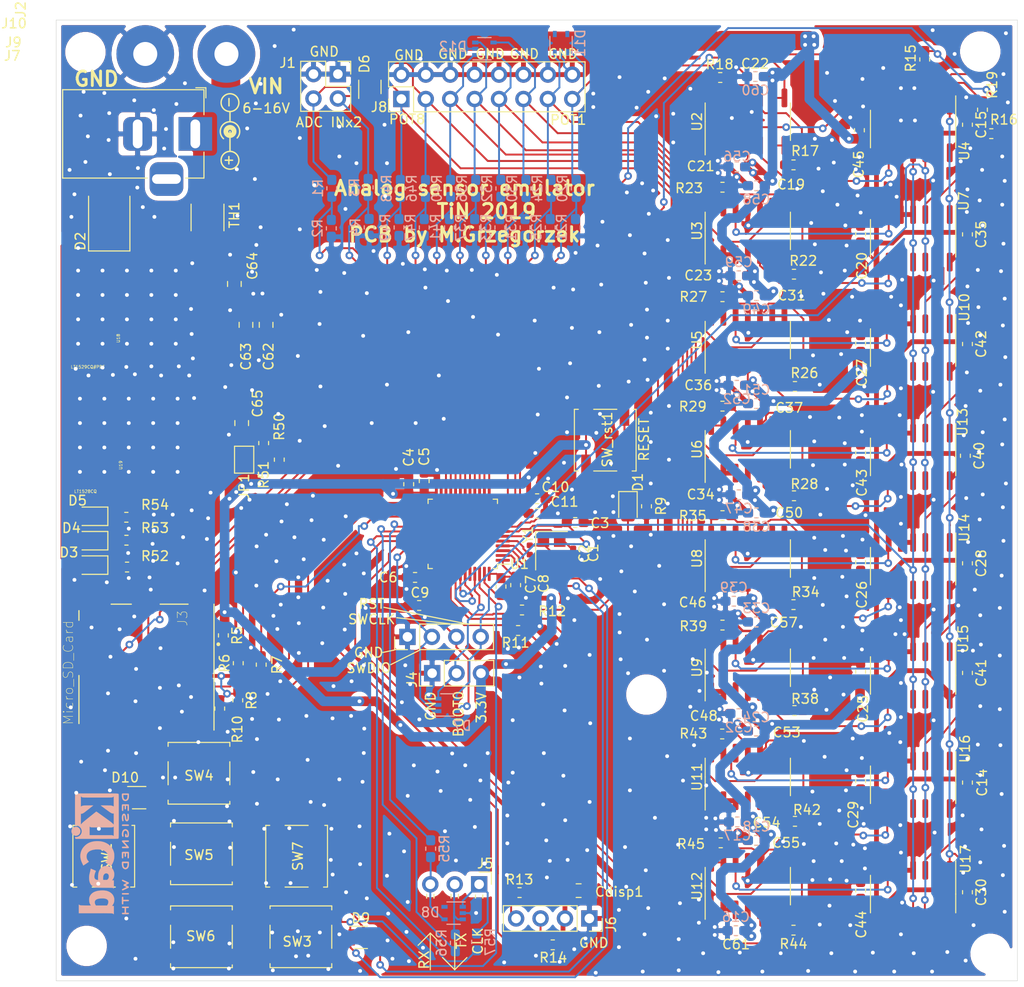
<source format=kicad_pcb>
(kicad_pcb (version 20171130) (host pcbnew "(5.1.0)-1")
  (layers (0 F.Cu signal) (31 B.Cu signal) (34 B.Paste user) (35 F.Paste user) (36 B.SilkS user) (37 F.SilkS user) (38 B.Mask user) (39 F.Mask user) (44 Edge.Cuts user))
  (net 0 "")
  (net 1 /MCU/~RST)
  (net 2 GND)
  (net 3 +3.3VA)
  (net 4 +5V)
  (net 5 +9V)
  (net 6 "Net-(D1-Pad1)")
  (net 7 "Net-(D3-Pad1)")
  (net 8 "Net-(D4-Pad1)")
  (net 9 /MCU/SDMISO)
  (net 10 /MCU/SDCLK)
  (net 11 /MCU/SDMOSI)
  (net 12 /MCU/SD~SS)
  (net 13 /MCU/BOOT0)
  (net 14 /MCU/SWCLK)
  (net 15 /MCU/SWDIO)
  (net 16 /MCU/USART_RX)
  (net 17 /MCU/USART_TX)
  (net 18 /MCU/USART_CK)
  (net 19 /MCU/I2C_SDA)
  (net 20 /MCU/I2C_SCL)
  (net 21 "Net-(R12-Pad1)")
  (net 22 "Net-(R17-Pad2)")
  (net 23 "Net-(R18-Pad2)")
  (net 24 /MCU/POTMOSI)
  (net 25 /MCU/POTSCK)
  (net 26 /digital_pot/CS)
  (net 27 /MCU/sw_left)
  (net 28 /MCU/sw_top)
  (net 29 /MCU/sw_mid1)
  (net 30 /MCU/sw_bot)
  (net 31 /MCU/sw_right)
  (net 32 /MCU/sw_mid2)
  (net 33 /MCU/POTSHDN)
  (net 34 /MCU/POTRST)
  (net 35 /MCU/ADC7)
  (net 36 /MCU/ADC6)
  (net 37 /MCU/ADC5)
  (net 38 /MCU/ADC4)
  (net 39 /MCU/ADC3)
  (net 40 /MCU/ADC2)
  (net 41 /MCU/ADC1)
  (net 42 /MCU/ADC0)
  (net 43 /digital_pot/A1)
  (net 44 /digital_pot/A2)
  (net 45 "Net-(U4-Pad13)")
  (net 46 /digital_pot/B1)
  (net 47 /digital_pot/A3)
  (net 48 /digital_pot/A4)
  (net 49 "Net-(U10-Pad3)")
  (net 50 /digital_pot/B2)
  (net 51 /digital_pot/A5)
  (net 52 /digital_pot/A6)
  (net 53 "Net-(U10-Pad13)")
  (net 54 /digital_pot/B3)
  (net 55 /digital_pot/A7)
  (net 56 /digital_pot/A8)
  (net 57 "Net-(U13-Pad13)")
  (net 58 /digital_pot/B4)
  (net 59 "Net-(U14-Pad13)")
  (net 60 /digital_pot/B5)
  (net 61 "Net-(U15-Pad13)")
  (net 62 /digital_pot/B6)
  (net 63 "Net-(U16-Pad13)")
  (net 64 /digital_pot/B7)
  (net 65 /digital_pot/B8)
  (net 66 "Net-(C1-Pad1)")
  (net 67 "Net-(C2-Pad2)")
  (net 68 /MCU/led_signal)
  (net 69 "Net-(D5-Pad1)")
  (net 70 "Net-(D6-Pad3)")
  (net 71 "Net-(D6-Pad1)")
  (net 72 "Net-(D8-Pad4)")
  (net 73 "Net-(D8-Pad3)")
  (net 74 "Net-(D8-Pad1)")
  (net 75 "Net-(J3-Pad1)")
  (net 76 "Net-(J3-Pad8)")
  (net 77 "Net-(JP1-Pad2)")
  (net 78 /MCU/ADC8)
  (net 79 /MCU/ADC9)
  (net 80 "Net-(R11-Pad1)")
  (net 81 "Net-(R17-Pad1)")
  (net 82 "Net-(R22-Pad2)")
  (net 83 "Net-(R22-Pad1)")
  (net 84 "Net-(R23-Pad2)")
  (net 85 "Net-(R26-Pad2)")
  (net 86 "Net-(R26-Pad1)")
  (net 87 "Net-(R27-Pad2)")
  (net 88 "Net-(R28-Pad2)")
  (net 89 "Net-(R28-Pad1)")
  (net 90 "Net-(R29-Pad2)")
  (net 91 "Net-(R34-Pad2)")
  (net 92 "Net-(R34-Pad1)")
  (net 93 "Net-(R35-Pad2)")
  (net 94 "Net-(R38-Pad2)")
  (net 95 "Net-(R38-Pad1)")
  (net 96 "Net-(R39-Pad2)")
  (net 97 "Net-(R42-Pad2)")
  (net 98 "Net-(R42-Pad1)")
  (net 99 "Net-(R43-Pad2)")
  (net 100 "Net-(R44-Pad2)")
  (net 101 "Net-(R44-Pad1)")
  (net 102 "Net-(R45-Pad2)")
  (net 103 /digital_pot/pot1)
  (net 104 /digital_pot/pot2)
  (net 105 /digital_pot/pot3)
  (net 106 /digital_pot/pot4)
  (net 107 /digital_pot/pot5)
  (net 108 /digital_pot/pot6)
  (net 109 /digital_pot/pot7)
  (net 110 /digital_pot/pot8)
  (net 111 "Net-(J10-Pad1)")
  (module Connector_PinHeader_2.54mm:PinHeader_2x02_P2.54mm_Vertical (layer F.Cu) (at 124.3076 55.626 270)
    (fp_text reference J1 (at -1.1684 5.2324 180) (layer F.SilkS))
    (fp_text value Conn_02x02_Odd_Even)
    (pad 4 thru_hole oval (at 2.54 2.54 270) (size 1.7 1.7) (drill 1) (layers *.Cu *.Mask) (net 70 "Net-(D6-Pad3)"))
    (pad 3 thru_hole oval (at 0 2.54 270) (size 1.7 1.7) (drill 1) (layers *.Cu *.Mask) (net 2 GND))
    (pad 2 thru_hole oval (at 2.54 0 270) (size 1.7 1.7) (drill 1) (layers *.Cu *.Mask) (net 71 "Net-(D6-Pad1)"))
    (pad 1 thru_hole rect (at 0 0 270) (size 1.7 1.7) (drill 1) (layers *.Cu *.Mask) (net 2 GND))
  )
  (module Symbol:KiCad-Logo2_5mm_SilkScreen (layer B.Cu) (at 99.568 136.779 270)
    (fp_text reference REF** hide)
    (fp_text value KiCad-Logo2_5mm_SilkScreen hide)
  )
  (module Symbol:Symbol_Barrel_Polarity (layer F.Cu) (at 113.157 61.595 270)
    (fp_text reference REF** hide)
    (fp_text value Symbol_Barrel_Polarity)
  )
  (module Connector_Wire:SolderWirePad_1x01_Drill2.5mm (layer F.Cu) (at 112.7125 53.5305)
    (fp_text reference J10 (at -22.098 -3.175) (layer F.SilkS))
    (fp_text value Conn_01x01_Male)
    (pad 1 thru_hole circle (at 0 0) (size 5.99948 5.99948) (drill 2.49936) (layers *.Cu *.Mask) (net 111 "Net-(J10-Pad1)"))
  )
  (module Connector_Wire:SolderWirePad_1x01_Drill2.5mm (layer F.Cu) (at 104.267 53.5305)
    (fp_text reference J9 (at -13.716 -1.2065) (layer F.SilkS))
    (fp_text value Conn_01x01_Male)
    (pad 1 thru_hole circle (at 0 0) (size 5.99948 5.99948) (drill 2.49936) (layers *.Cu *.Mask) (net 2 GND))
  )
  (module Button_Switch_SMD:SW_Push_1P1T_NO_CK_KSC6xxJ (layer F.Cu) (at 110.109 145.415)
    (fp_text reference SW6 (at -0.0635 -0.0635) (layer F.SilkS))
    (fp_text value SW_bot)
    (pad 2 smd rect (at 2.9 2) (size 2.8 1) (layers F.Cu F.Paste F.Mask) (net 2 GND))
    (pad 2 smd rect (at -2.9 2) (size 2.8 1) (layers F.Cu F.Paste F.Mask) (net 2 GND))
    (pad 1 smd rect (at 2.9 -2) (size 2.8 1) (layers F.Cu F.Paste F.Mask) (net 30 /MCU/sw_bot))
    (pad 1 smd rect (at -2.9 -2) (size 2.8 1) (layers F.Cu F.Paste F.Mask) (net 30 /MCU/sw_bot))
  )
  (module MountingHole:MountingHole_3.2mm_M3 (layer F.Cu) (at 156.4005 120.2055)
    (fp_text reference H5 (at 0.254 0.0635) (layer F.SilkS))
    (fp_text value MountingHole)
    (pad 1 np_thru_hole circle (at 0 0) (size 3.2 3.2) (drill 3.2) (layers *.Cu *.Mask))
  )
  (module Capacitor_SMD:C_0603_1608Metric_Pad1.05x0.95mm_HandSolder (layer F.Cu) (at 132.7645 110.9345 180)
    (fp_text reference C9 (at -0.0775 1.3335 180) (layer F.SilkS))
    (fp_text value 100n)
    (pad 2 smd roundrect (at 0.875 0 180) (size 1.05 0.95) (layers F.Cu F.Paste F.Mask) (net 3 +3.3VA))
    (pad 1 smd roundrect (at -0.875 0 180) (size 1.05 0.95) (layers F.Cu F.Paste F.Mask) (net 2 GND))
  )
  (module Package_TO_SOT_SMD:SOT-353_SC-70-5 (layer F.Cu) (at 103.632 130.937)
    (fp_text reference D10 (at -1.4605 -2.0955) (layer F.SilkS))
    (fp_text value PESD5V0L4UG)
    (pad 5 smd rect (at 0.95 -0.65) (size 0.65 0.4) (layers F.Cu F.Paste F.Mask) (net 28 /MCU/sw_top))
    (pad 4 smd rect (at 0.95 0.65) (size 0.65 0.4) (layers F.Cu F.Paste F.Mask) (net 29 /MCU/sw_mid1))
    (pad 2 smd rect (at -0.95 0) (size 0.65 0.4) (layers F.Cu F.Paste F.Mask) (net 2 GND))
    (pad 3 smd rect (at -0.95 0.65) (size 0.65 0.4) (layers F.Cu F.Paste F.Mask) (net 27 /MCU/sw_left))
    (pad 1 smd rect (at -0.95 -0.65) (size 0.65 0.4) (layers F.Cu F.Paste F.Mask))
  )
  (module Package_TO_SOT_SMD:SOT-353_SC-70-5 (layer F.Cu) (at 126.6825 145.4785)
    (fp_text reference D9 (at 0 -2) (layer F.SilkS))
    (fp_text value PESD5V0L4UG)
    (pad 5 smd rect (at 0.95 -0.65) (size 0.65 0.4) (layers F.Cu F.Paste F.Mask) (net 31 /MCU/sw_right))
    (pad 4 smd rect (at 0.95 0.65) (size 0.65 0.4) (layers F.Cu F.Paste F.Mask))
    (pad 2 smd rect (at -0.95 0) (size 0.65 0.4) (layers F.Cu F.Paste F.Mask) (net 2 GND))
    (pad 3 smd rect (at -0.95 0.65) (size 0.65 0.4) (layers F.Cu F.Paste F.Mask) (net 30 /MCU/sw_bot))
    (pad 1 smd rect (at -0.95 -0.65) (size 0.65 0.4) (layers F.Cu F.Paste F.Mask) (net 32 /MCU/sw_mid2))
  )
  (module Connector_PinHeader_2.54mm:PinHeader_1x03_P2.54mm_Horizontal (layer F.Cu) (at 139.0015 139.954 270)
    (fp_text reference J5 (at -2.159 -0.635) (layer F.SilkS))
    (fp_text value Conn_01x03_Male)
    (fp_text user CLK (at 5.9055 0.127 270) (layer F.SilkS))
    (fp_text user TX (at 5.9055 1.8415 270) (layer F.SilkS))
    (fp_text user RX (at 7.874 5.715 270) (layer F.SilkS))
    (pad 3 thru_hole oval (at 0 5.08 270) (size 1.7 1.7) (drill 1) (layers *.Cu *.Mask) (net 72 "Net-(D8-Pad4)"))
    (pad 2 thru_hole oval (at 0 2.54 270) (size 1.7 1.7) (drill 1) (layers *.Cu *.Mask) (net 73 "Net-(D8-Pad3)"))
    (pad 1 thru_hole rect (at 0 0 270) (size 1.7 1.7) (drill 1) (layers *.Cu *.Mask) (net 74 "Net-(D8-Pad1)"))
  )
  (module Package_TO_SOT_SMD:SOT-353_SC-70-5 (layer B.Cu) (at 135.6995 121.285)
    (fp_text reference D7 (at 1.524 2.1717) (layer B.SilkS) (effects (justify mirror)))
    (fp_text value PESD5V0L4UG)
    (pad 5 smd rect (at 0.95 0.65) (size 0.65 0.4) (layers B.Cu B.Paste B.Mask) (net 14 /MCU/SWCLK))
    (pad 4 smd rect (at 0.95 -0.65) (size 0.65 0.4) (layers B.Cu B.Paste B.Mask) (net 1 /MCU/~RST))
    (pad 2 smd rect (at -0.95 0) (size 0.65 0.4) (layers B.Cu B.Paste B.Mask) (net 2 GND))
    (pad 3 smd rect (at -0.95 -0.65) (size 0.65 0.4) (layers B.Cu B.Paste B.Mask) (net 13 /MCU/BOOT0))
    (pad 1 smd rect (at -0.95 0.65) (size 0.65 0.4) (layers B.Cu B.Paste B.Mask) (net 15 /MCU/SWDIO))
  )
  (module Package_TO_SOT_SMD:SOT-353_SC-70-5 (layer B.Cu) (at 139.5476 52.9844)
    (fp_text reference D12 (at -3.2766 -0.2159) (layer B.SilkS) (effects (justify mirror)))
    (fp_text value PESD5V0L4UG)
    (pad 5 smd rect (at 0.95 0.65) (size 0.65 0.4) (layers B.Cu B.Paste B.Mask) (net 106 /digital_pot/pot4))
    (pad 4 smd rect (at 0.95 -0.65) (size 0.65 0.4) (layers B.Cu B.Paste B.Mask) (net 105 /digital_pot/pot3))
    (pad 2 smd rect (at -0.95 0) (size 0.65 0.4) (layers B.Cu B.Paste B.Mask) (net 2 GND))
    (pad 3 smd rect (at -0.95 -0.65) (size 0.65 0.4) (layers B.Cu B.Paste B.Mask) (net 107 /digital_pot/pot5))
    (pad 1 smd rect (at -0.95 0.65) (size 0.65 0.4) (layers B.Cu B.Paste B.Mask) (net 108 /digital_pot/pot6))
  )
  (module Package_TO_SOT_SMD:SOT-353_SC-70-5 (layer B.Cu) (at 147.5232 52.4002 90)
    (fp_text reference D11 (at 0 2 90) (layer B.SilkS) (effects (justify mirror)))
    (fp_text value PESD5V0L4UG)
    (pad 5 smd rect (at 0.95 0.65 90) (size 0.65 0.4) (layers B.Cu B.Paste B.Mask))
    (pad 4 smd rect (at 0.95 -0.65 90) (size 0.65 0.4) (layers B.Cu B.Paste B.Mask))
    (pad 2 smd rect (at -0.95 0 90) (size 0.65 0.4) (layers B.Cu B.Paste B.Mask) (net 2 GND))
    (pad 3 smd rect (at -0.95 -0.65 90) (size 0.65 0.4) (layers B.Cu B.Paste B.Mask) (net 104 /digital_pot/pot2))
    (pad 1 smd rect (at -0.95 0.65 90) (size 0.65 0.4) (layers B.Cu B.Paste B.Mask) (net 103 /digital_pot/pot1))
  )
  (module Button_Switch_SMD:SW_Push_1P1T_NO_CK_KSC6xxJ (layer F.Cu) (at 120.4595 145.415 180)
    (fp_text reference SW3 (at 0.381 -0.508 180) (layer F.SilkS))
    (fp_text value SW_middle2)
    (pad 2 smd rect (at 2.9 2 180) (size 2.8 1) (layers F.Cu F.Paste F.Mask) (net 32 /MCU/sw_mid2))
    (pad 2 smd rect (at -2.9 2 180) (size 2.8 1) (layers F.Cu F.Paste F.Mask) (net 32 /MCU/sw_mid2))
    (pad 1 smd rect (at 2.9 -2 180) (size 2.8 1) (layers F.Cu F.Paste F.Mask) (net 2 GND))
    (pad 1 smd rect (at -2.9 -2 180) (size 2.8 1) (layers F.Cu F.Paste F.Mask) (net 2 GND))
  )
  (module Connector_PinHeader_2.54mm:PinHeader_1x04_P2.54mm_Vertical (layer F.Cu) (at 131.5466 114.1984 90)
    (fp_text reference J2 (at 65.3034 -40.2336 90) (layer F.SilkS))
    (fp_text value Conn_01x04_Male)
    (pad 4 thru_hole oval (at 0 7.62 90) (size 1.7 1.7) (drill 1) (layers *.Cu *.Mask) (net 1 /MCU/~RST))
    (pad 3 thru_hole oval (at 0 5.08 90) (size 1.7 1.7) (drill 1) (layers *.Cu *.Mask) (net 14 /MCU/SWCLK))
    (pad 2 thru_hole oval (at 0 2.54 90) (size 1.7 1.7) (drill 1) (layers *.Cu *.Mask) (net 15 /MCU/SWDIO))
    (pad 1 thru_hole rect (at 0 0 90) (size 1.7 1.7) (drill 1) (layers *.Cu *.Mask) (net 2 GND))
  )
  (module Resistor_SMD:R_0603_1608Metric_Pad1.05x0.95mm_HandSolder (layer F.Cu) (at 143.4592 111.4044)
    (fp_text reference R12 (at 3.1496 0.127) (layer F.SilkS))
    (fp_text value 47)
    (pad 2 smd roundrect (at 0.875 0) (size 1.05 0.95) (layers F.Cu F.Paste F.Mask) (net 24 /MCU/POTMOSI))
    (pad 1 smd roundrect (at -0.875 0) (size 1.05 0.95) (layers F.Cu F.Paste F.Mask) (net 21 "Net-(R12-Pad1)"))
  )
  (module Button_Switch_SMD:SW_Push_1P1T_NO_CK_KSC6xxJ (layer F.Cu) (at 152.1206 93.726 90)
    (fp_text reference SW_rst1 (at 0.0635 0.2159 90) (layer F.SilkS))
    (fp_text value SW_right)
    (pad 2 smd rect (at 2.9 2 90) (size 2.8 1) (layers F.Cu F.Paste F.Mask) (net 1 /MCU/~RST))
    (pad 2 smd rect (at -2.9 2 90) (size 2.8 1) (layers F.Cu F.Paste F.Mask) (net 1 /MCU/~RST))
    (pad 1 smd rect (at 2.9 -2 90) (size 2.8 1) (layers F.Cu F.Paste F.Mask) (net 3 +3.3VA))
    (pad 1 smd rect (at -2.9 -2 90) (size 2.8 1) (layers F.Cu F.Paste F.Mask) (net 3 +3.3VA))
  )
  (module Package_QFP:LQFP-48_7x7mm_P0.5mm (layer F.Cu) (at 137.2997 103.4796 180)
    (fp_text reference U1 (at -5.8928 -3.1369 180) (layer F.SilkS))
    (fp_text value STM32F042C6Tx)
    (pad 48 smd roundrect (at -2.75 -4.1625 180) (size 0.3 1.475) (layers F.Cu F.Paste F.Mask) (net 3 +3.3VA))
    (pad 47 smd roundrect (at -2.25 -4.1625 180) (size 0.3 1.475) (layers F.Cu F.Paste F.Mask) (net 2 GND))
    (pad 46 smd roundrect (at -1.75 -4.1625 180) (size 0.3 1.475) (layers F.Cu F.Paste F.Mask) (net 32 /MCU/sw_mid2))
    (pad 45 smd roundrect (at -1.25 -4.1625 180) (size 0.3 1.475) (layers F.Cu F.Paste F.Mask) (net 13 /MCU/BOOT0))
    (pad 44 smd roundrect (at -0.75 -4.1625 180) (size 0.3 1.475) (layers F.Cu F.Paste F.Mask))
    (pad 43 smd roundrect (at -0.25 -4.1625 180) (size 0.3 1.475) (layers F.Cu F.Paste F.Mask) (net 33 /MCU/POTSHDN))
    (pad 42 smd roundrect (at 0.25 -4.1625 180) (size 0.3 1.475) (layers F.Cu F.Paste F.Mask) (net 34 /MCU/POTRST))
    (pad 41 smd roundrect (at 0.75 -4.1625 180) (size 0.3 1.475) (layers F.Cu F.Paste F.Mask) (net 21 "Net-(R12-Pad1)"))
    (pad 40 smd roundrect (at 1.25 -4.1625 180) (size 0.3 1.475) (layers F.Cu F.Paste F.Mask) (net 26 /digital_pot/CS))
    (pad 39 smd roundrect (at 1.75 -4.1625 180) (size 0.3 1.475) (layers F.Cu F.Paste F.Mask) (net 80 "Net-(R11-Pad1)"))
    (pad 38 smd roundrect (at 2.25 -4.1625 180) (size 0.3 1.475) (layers F.Cu F.Paste F.Mask))
    (pad 37 smd roundrect (at 2.75 -4.1625 180) (size 0.3 1.475) (layers F.Cu F.Paste F.Mask) (net 14 /MCU/SWCLK))
    (pad 36 smd roundrect (at 4.1625 -2.75 180) (size 1.475 0.3) (layers F.Cu F.Paste F.Mask) (net 3 +3.3VA))
    (pad 35 smd roundrect (at 4.1625 -2.25 180) (size 1.475 0.3) (layers F.Cu F.Paste F.Mask) (net 2 GND))
    (pad 34 smd roundrect (at 4.1625 -1.75 180) (size 1.475 0.3) (layers F.Cu F.Paste F.Mask) (net 15 /MCU/SWDIO))
    (pad 33 smd roundrect (at 4.1625 -1.25 180) (size 1.475 0.3) (layers F.Cu F.Paste F.Mask) (net 19 /MCU/I2C_SDA))
    (pad 32 smd roundrect (at 4.1625 -0.75 180) (size 1.475 0.3) (layers F.Cu F.Paste F.Mask) (net 20 /MCU/I2C_SCL))
    (pad 31 smd roundrect (at 4.1625 -0.25 180) (size 1.475 0.3) (layers F.Cu F.Paste F.Mask) (net 18 /MCU/USART_CK))
    (pad 30 smd roundrect (at 4.1625 0.25 180) (size 1.475 0.3) (layers F.Cu F.Paste F.Mask) (net 17 /MCU/USART_TX))
    (pad 29 smd roundrect (at 4.1625 0.75 180) (size 1.475 0.3) (layers F.Cu F.Paste F.Mask) (net 16 /MCU/USART_RX))
    (pad 28 smd roundrect (at 4.1625 1.25 180) (size 1.475 0.3) (layers F.Cu F.Paste F.Mask) (net 11 /MCU/SDMOSI))
    (pad 27 smd roundrect (at 4.1625 1.75 180) (size 1.475 0.3) (layers F.Cu F.Paste F.Mask) (net 9 /MCU/SDMISO))
    (pad 26 smd roundrect (at 4.1625 2.25 180) (size 1.475 0.3) (layers F.Cu F.Paste F.Mask) (net 10 /MCU/SDCLK))
    (pad 25 smd roundrect (at 4.1625 2.75 180) (size 1.475 0.3) (layers F.Cu F.Paste F.Mask) (net 12 /MCU/SD~SS))
    (pad 24 smd roundrect (at 2.75 4.1625 180) (size 0.3 1.475) (layers F.Cu F.Paste F.Mask) (net 3 +3.3VA))
    (pad 23 smd roundrect (at 2.25 4.1625 180) (size 0.3 1.475) (layers F.Cu F.Paste F.Mask) (net 2 GND))
    (pad 22 smd roundrect (at 1.75 4.1625 180) (size 0.3 1.475) (layers F.Cu F.Paste F.Mask) (net 28 /MCU/sw_top))
    (pad 21 smd roundrect (at 1.25 4.1625 180) (size 0.3 1.475) (layers F.Cu F.Paste F.Mask) (net 27 /MCU/sw_left))
    (pad 20 smd roundrect (at 0.75 4.1625 180) (size 0.3 1.475) (layers F.Cu F.Paste F.Mask) (net 29 /MCU/sw_mid1))
    (pad 19 smd roundrect (at 0.25 4.1625 180) (size 0.3 1.475) (layers F.Cu F.Paste F.Mask) (net 79 /MCU/ADC9))
    (pad 18 smd roundrect (at -0.25 4.1625 180) (size 0.3 1.475) (layers F.Cu F.Paste F.Mask) (net 78 /MCU/ADC8))
    (pad 17 smd roundrect (at -0.75 4.1625 180) (size 0.3 1.475) (layers F.Cu F.Paste F.Mask) (net 35 /MCU/ADC7))
    (pad 16 smd roundrect (at -1.25 4.1625 180) (size 0.3 1.475) (layers F.Cu F.Paste F.Mask) (net 36 /MCU/ADC6))
    (pad 15 smd roundrect (at -1.75 4.1625 180) (size 0.3 1.475) (layers F.Cu F.Paste F.Mask) (net 37 /MCU/ADC5))
    (pad 14 smd roundrect (at -2.25 4.1625 180) (size 0.3 1.475) (layers F.Cu F.Paste F.Mask) (net 38 /MCU/ADC4))
    (pad 13 smd roundrect (at -2.75 4.1625 180) (size 0.3 1.475) (layers F.Cu F.Paste F.Mask) (net 39 /MCU/ADC3))
    (pad 12 smd roundrect (at -4.1625 2.75 180) (size 1.475 0.3) (layers F.Cu F.Paste F.Mask) (net 40 /MCU/ADC2))
    (pad 11 smd roundrect (at -4.1625 2.25 180) (size 1.475 0.3) (layers F.Cu F.Paste F.Mask) (net 41 /MCU/ADC1))
    (pad 10 smd roundrect (at -4.1625 1.75 180) (size 1.475 0.3) (layers F.Cu F.Paste F.Mask) (net 42 /MCU/ADC0))
    (pad 9 smd roundrect (at -4.1625 1.25 180) (size 1.475 0.3) (layers F.Cu F.Paste F.Mask) (net 3 +3.3VA))
    (pad 8 smd roundrect (at -4.1625 0.75 180) (size 1.475 0.3) (layers F.Cu F.Paste F.Mask) (net 2 GND))
    (pad 7 smd roundrect (at -4.1625 0.25 180) (size 1.475 0.3) (layers F.Cu F.Paste F.Mask) (net 1 /MCU/~RST))
    (pad 6 smd roundrect (at -4.1625 -0.25 180) (size 1.475 0.3) (layers F.Cu F.Paste F.Mask) (net 67 "Net-(C2-Pad2)"))
    (pad 5 smd roundrect (at -4.1625 -0.75 180) (size 1.475 0.3) (layers F.Cu F.Paste F.Mask) (net 66 "Net-(C1-Pad1)"))
    (pad 4 smd roundrect (at -4.1625 -1.25 180) (size 1.475 0.3) (layers F.Cu F.Paste F.Mask) (net 68 /MCU/led_signal))
    (pad 3 smd roundrect (at -4.1625 -1.75 180) (size 1.475 0.3) (layers F.Cu F.Paste F.Mask) (net 30 /MCU/sw_bot))
    (pad 2 smd roundrect (at -4.1625 -2.25 180) (size 1.475 0.3) (layers F.Cu F.Paste F.Mask) (net 31 /MCU/sw_right))
    (pad 1 smd roundrect (at -4.1625 -2.75 180) (size 1.475 0.3) (layers F.Cu F.Paste F.Mask) (net 3 +3.3VA))
  )
  (module Connector_PinHeader_2.54mm:PinHeader_2x08_P2.54mm_Vertical (layer F.Cu) (at 130.9116 58.2168 90)
    (fp_text reference J8 (at -0.8382 -2.3241 180) (layer F.SilkS))
    (fp_text value Conn_02x08_Odd_Even)
    (pad 16 thru_hole oval (at 2.54 17.78 90) (size 1.7 1.7) (drill 1) (layers *.Cu *.Mask) (net 2 GND))
    (pad 15 thru_hole oval (at 0 17.78 90) (size 1.7 1.7) (drill 1) (layers *.Cu *.Mask) (net 103 /digital_pot/pot1))
    (pad 14 thru_hole oval (at 2.54 15.24 90) (size 1.7 1.7) (drill 1) (layers *.Cu *.Mask) (net 2 GND))
    (pad 13 thru_hole oval (at 0 15.24 90) (size 1.7 1.7) (drill 1) (layers *.Cu *.Mask) (net 104 /digital_pot/pot2))
    (pad 12 thru_hole oval (at 2.54 12.7 90) (size 1.7 1.7) (drill 1) (layers *.Cu *.Mask) (net 2 GND))
    (pad 11 thru_hole oval (at 0 12.7 90) (size 1.7 1.7) (drill 1) (layers *.Cu *.Mask) (net 105 /digital_pot/pot3))
    (pad 10 thru_hole oval (at 2.54 10.16 90) (size 1.7 1.7) (drill 1) (layers *.Cu *.Mask) (net 2 GND))
    (pad 9 thru_hole oval (at 0 10.16 90) (size 1.7 1.7) (drill 1) (layers *.Cu *.Mask) (net 106 /digital_pot/pot4))
    (pad 8 thru_hole oval (at 2.54 7.62 90) (size 1.7 1.7) (drill 1) (layers *.Cu *.Mask) (net 2 GND))
    (pad 7 thru_hole oval (at 0 7.62 90) (size 1.7 1.7) (drill 1) (layers *.Cu *.Mask) (net 107 /digital_pot/pot5))
    (pad 6 thru_hole oval (at 2.54 5.08 90) (size 1.7 1.7) (drill 1) (layers *.Cu *.Mask) (net 2 GND))
    (pad 5 thru_hole oval (at 0 5.08 90) (size 1.7 1.7) (drill 1) (layers *.Cu *.Mask) (net 108 /digital_pot/pot6))
    (pad 4 thru_hole oval (at 2.54 2.54 90) (size 1.7 1.7) (drill 1) (layers *.Cu *.Mask) (net 2 GND))
    (pad 3 thru_hole oval (at 0 2.54 90) (size 1.7 1.7) (drill 1) (layers *.Cu *.Mask) (net 109 /digital_pot/pot7))
    (pad 2 thru_hole oval (at 2.54 0 90) (size 1.7 1.7) (drill 1) (layers *.Cu *.Mask) (net 2 GND))
    (pad 1 thru_hole rect (at 0 0 90) (size 1.7 1.7) (drill 1) (layers *.Cu *.Mask) (net 110 /digital_pot/pot8))
  )
  (module Package_SO:SOIC-14_3.9x8.7mm_P1.27mm (layer F.Cu) (at 166.95057 83.312 90)
    (fp_text reference U5 (at 0 -5.28 90) (layer F.SilkS))
    (fp_text value ADA4898-3)
    (pad 14 smd roundrect (at 2.475 -3.81 90) (size 1.95 0.6) (layers F.Cu F.Paste F.Mask) (net 87 "Net-(R27-Pad2)"))
    (pad 13 smd roundrect (at 2.475 -2.54 90) (size 1.95 0.6) (layers F.Cu F.Paste F.Mask) (net 87 "Net-(R27-Pad2)"))
    (pad 12 smd roundrect (at 2.475 -1.27 90) (size 1.95 0.6) (layers F.Cu F.Paste F.Mask) (net 54 /digital_pot/B3))
    (pad 11 smd roundrect (at 2.475 0 90) (size 1.95 0.6) (layers F.Cu F.Paste F.Mask) (net 2 GND))
    (pad 10 smd roundrect (at 2.475 1.27 90) (size 1.95 0.6) (layers F.Cu F.Paste F.Mask) (net 86 "Net-(R26-Pad1)"))
    (pad 9 smd roundrect (at 2.475 2.54 90) (size 1.95 0.6) (layers F.Cu F.Paste F.Mask) (net 105 /digital_pot/pot3))
    (pad 8 smd roundrect (at 2.475 3.81 90) (size 1.95 0.6) (layers F.Cu F.Paste F.Mask) (net 105 /digital_pot/pot3))
    (pad 7 smd roundrect (at -2.475 3.81 90) (size 1.95 0.6) (layers F.Cu F.Paste F.Mask) (net 85 "Net-(R26-Pad2)"))
    (pad 6 smd roundrect (at -2.475 2.54 90) (size 1.95 0.6) (layers F.Cu F.Paste F.Mask) (net 85 "Net-(R26-Pad2)"))
    (pad 5 smd roundrect (at -2.475 1.27 90) (size 1.95 0.6) (layers F.Cu F.Paste F.Mask) (net 47 /digital_pot/A3))
    (pad 4 smd roundrect (at -2.475 0 90) (size 1.95 0.6) (layers F.Cu F.Paste F.Mask) (net 4 +5V))
    (pad 3 smd roundrect (at -2.475 -1.27 90) (size 1.95 0.6) (layers F.Cu F.Paste F.Mask) (net 2 GND))
    (pad 2 smd roundrect (at -2.475 -2.54 90) (size 1.95 0.6) (layers F.Cu F.Paste F.Mask) (net 2 GND))
    (pad 1 smd roundrect (at -2.475 -3.81 90) (size 1.95 0.6) (layers F.Cu F.Paste F.Mask) (net 2 GND))
  )
  (module Package_SO:SOIC-14_3.9x8.7mm_P1.27mm (layer F.Cu) (at 166.95057 140.1445 90)
    (fp_text reference U12 (at 0 -5.28 90) (layer F.SilkS))
    (fp_text value ADA4898-3)
    (pad 14 smd roundrect (at 2.475 -3.81 90) (size 1.95 0.6) (layers F.Cu F.Paste F.Mask) (net 102 "Net-(R45-Pad2)"))
    (pad 13 smd roundrect (at 2.475 -2.54 90) (size 1.95 0.6) (layers F.Cu F.Paste F.Mask) (net 102 "Net-(R45-Pad2)"))
    (pad 12 smd roundrect (at 2.475 -1.27 90) (size 1.95 0.6) (layers F.Cu F.Paste F.Mask) (net 65 /digital_pot/B8))
    (pad 11 smd roundrect (at 2.475 0 90) (size 1.95 0.6) (layers F.Cu F.Paste F.Mask) (net 2 GND))
    (pad 10 smd roundrect (at 2.475 1.27 90) (size 1.95 0.6) (layers F.Cu F.Paste F.Mask) (net 101 "Net-(R44-Pad1)"))
    (pad 9 smd roundrect (at 2.475 2.54 90) (size 1.95 0.6) (layers F.Cu F.Paste F.Mask) (net 110 /digital_pot/pot8))
    (pad 8 smd roundrect (at 2.475 3.81 90) (size 1.95 0.6) (layers F.Cu F.Paste F.Mask) (net 110 /digital_pot/pot8))
    (pad 7 smd roundrect (at -2.475 3.81 90) (size 1.95 0.6) (layers F.Cu F.Paste F.Mask) (net 100 "Net-(R44-Pad2)"))
    (pad 6 smd roundrect (at -2.475 2.54 90) (size 1.95 0.6) (layers F.Cu F.Paste F.Mask) (net 100 "Net-(R44-Pad2)"))
    (pad 5 smd roundrect (at -2.475 1.27 90) (size 1.95 0.6) (layers F.Cu F.Paste F.Mask) (net 56 /digital_pot/A8))
    (pad 4 smd roundrect (at -2.475 0 90) (size 1.95 0.6) (layers F.Cu F.Paste F.Mask) (net 4 +5V))
    (pad 3 smd roundrect (at -2.475 -1.27 90) (size 1.95 0.6) (layers F.Cu F.Paste F.Mask) (net 2 GND))
    (pad 2 smd roundrect (at -2.475 -2.54 90) (size 1.95 0.6) (layers F.Cu F.Paste F.Mask) (net 2 GND))
    (pad 1 smd roundrect (at -2.475 -3.81 90) (size 1.95 0.6) (layers F.Cu F.Paste F.Mask) (net 2 GND))
  )
  (module Package_SO:SOIC-14_3.9x8.7mm_P1.27mm (layer F.Cu) (at 166.95057 71.9455 90)
    (fp_text reference U3 (at 0 -5.28 90) (layer F.SilkS))
    (fp_text value ADA4898-3)
    (pad 14 smd roundrect (at 2.475 -3.81 90) (size 1.95 0.6) (layers F.Cu F.Paste F.Mask) (net 84 "Net-(R23-Pad2)"))
    (pad 13 smd roundrect (at 2.475 -2.54 90) (size 1.95 0.6) (layers F.Cu F.Paste F.Mask) (net 84 "Net-(R23-Pad2)"))
    (pad 12 smd roundrect (at 2.475 -1.27 90) (size 1.95 0.6) (layers F.Cu F.Paste F.Mask) (net 50 /digital_pot/B2))
    (pad 11 smd roundrect (at 2.475 0 90) (size 1.95 0.6) (layers F.Cu F.Paste F.Mask) (net 2 GND))
    (pad 10 smd roundrect (at 2.475 1.27 90) (size 1.95 0.6) (layers F.Cu F.Paste F.Mask) (net 83 "Net-(R22-Pad1)"))
    (pad 9 smd roundrect (at 2.475 2.54 90) (size 1.95 0.6) (layers F.Cu F.Paste F.Mask) (net 104 /digital_pot/pot2))
    (pad 8 smd roundrect (at 2.475 3.81 90) (size 1.95 0.6) (layers F.Cu F.Paste F.Mask) (net 104 /digital_pot/pot2))
    (pad 7 smd roundrect (at -2.475 3.81 90) (size 1.95 0.6) (layers F.Cu F.Paste F.Mask) (net 82 "Net-(R22-Pad2)"))
    (pad 6 smd roundrect (at -2.475 2.54 90) (size 1.95 0.6) (layers F.Cu F.Paste F.Mask) (net 82 "Net-(R22-Pad2)"))
    (pad 5 smd roundrect (at -2.475 1.27 90) (size 1.95 0.6) (layers F.Cu F.Paste F.Mask) (net 44 /digital_pot/A2))
    (pad 4 smd roundrect (at -2.475 0 90) (size 1.95 0.6) (layers F.Cu F.Paste F.Mask) (net 4 +5V))
    (pad 3 smd roundrect (at -2.475 -1.27 90) (size 1.95 0.6) (layers F.Cu F.Paste F.Mask) (net 2 GND))
    (pad 2 smd roundrect (at -2.475 -2.54 90) (size 1.95 0.6) (layers F.Cu F.Paste F.Mask) (net 2 GND))
    (pad 1 smd roundrect (at -2.475 -3.81 90) (size 1.95 0.6) (layers F.Cu F.Paste F.Mask) (net 2 GND))
  )
  (module symbols:MOLEX_503398-1892 (layer F.Cu) (at 104.394 117.348 270)
    (fp_text reference J3 (at -5.08 -3.7465 270) (layer F.SilkS) (effects (font (size 1.00069 1.00069) (thickness 0.05))))
    (fp_text value Micro_SD_Card (at 0.5715 8.128 270) (layer F.SilkS) (effects (font (size 1.00109 1.00109) (thickness 0.05))))
    (pad 10 smd rect (at 0.095 6.915 270) (size 1.05 0.78) (layers F.Cu F.Paste F.Mask))
    (pad 9 smd rect (at -4.17 6.84 270) (size 0.9 0.93) (layers F.Cu F.Paste F.Mask) (net 2 GND))
    (pad P4 smd rect (at 6.48 5.64 270) (size 0.7 3.33) (layers F.Cu F.Paste F.Mask))
    (pad P3 smd rect (at -6.48 5.64 270) (size 0.7 3.33) (layers F.Cu F.Paste F.Mask))
    (pad P2 smd rect (at 6.4 -5.125 270) (size 0.86 2.8) (layers F.Cu F.Paste F.Mask))
    (pad P1 smd rect (at -6.26 -5.61 270) (size 1.14 1.83) (layers F.Cu F.Paste F.Mask))
    (pad 8 smd rect (at 5.32 -5.625 270) (size 0.7 1.1) (layers F.Cu F.Paste F.Mask) (net 76 "Net-(J3-Pad8)"))
    (pad 7 smd rect (at 4.22 -5.625 270) (size 0.7 1.1) (layers F.Cu F.Paste F.Mask) (net 9 /MCU/SDMISO))
    (pad 6 smd rect (at 3.12 -5.625 270) (size 0.7 1.1) (layers F.Cu F.Paste F.Mask) (net 2 GND))
    (pad 5 smd rect (at 2.02 -5.625 270) (size 0.7 1.1) (layers F.Cu F.Paste F.Mask) (net 10 /MCU/SDCLK))
    (pad 4 smd rect (at 0.92 -5.625 270) (size 0.7 1.1) (layers F.Cu F.Paste F.Mask) (net 3 +3.3VA))
    (pad 3 smd rect (at -0.18 -5.625 270) (size 0.7 1.1) (layers F.Cu F.Paste F.Mask) (net 11 /MCU/SDMOSI))
    (pad 2 smd rect (at -1.28 -5.625 270) (size 0.7 1.1) (layers F.Cu F.Paste F.Mask) (net 12 /MCU/SD~SS))
    (pad 1 smd rect (at -2.38 -5.625 270) (size 0.7 1.1) (layers F.Cu F.Paste F.Mask) (net 75 "Net-(J3-Pad1)"))
  )
  (module Crystal:Crystal_SMD_3225-4Pin_3.2x2.5mm (layer F.Cu) (at 146.5326 105.2322 270)
    (fp_text reference Y1 (at -1.6637 2.4511 270) (layer F.SilkS))
    (fp_text value Crystal_GND24)
    (pad 4 smd rect (at -1.1 -0.85 270) (size 1.4 1.2) (layers F.Cu F.Paste F.Mask) (net 67 "Net-(C2-Pad2)"))
    (pad 3 smd rect (at 1.1 -0.85 270) (size 1.4 1.2) (layers F.Cu F.Paste F.Mask) (net 2 GND))
    (pad 2 smd rect (at 1.1 0.85 270) (size 1.4 1.2) (layers F.Cu F.Paste F.Mask) (net 66 "Net-(C1-Pad1)"))
    (pad 1 smd rect (at -1.1 0.85 270) (size 1.4 1.2) (layers F.Cu F.Paste F.Mask) (net 2 GND))
  )
  (module Resistor_SMD:R_0603_1608Metric_Pad1.05x0.95mm_HandSolder (layer B.Cu) (at 138.7348 145.9484 90)
    (fp_text reference R57 (at 0 1.43 90) (layer B.SilkS) (effects (justify mirror)))
    (fp_text value 22)
    (pad 2 smd roundrect (at 0.875 0 90) (size 1.05 0.95) (layers B.Cu B.Paste B.Mask) (net 74 "Net-(D8-Pad1)"))
    (pad 1 smd roundrect (at -0.875 0 90) (size 1.05 0.95) (layers B.Cu B.Paste B.Mask) (net 18 /MCU/USART_CK))
  )
  (module Resistor_SMD:R_0603_1608Metric_Pad1.05x0.95mm_HandSolder (layer B.Cu) (at 136.525 146.05 270)
    (fp_text reference R56 (at 0 1.43 270) (layer B.SilkS) (effects (justify mirror)))
    (fp_text value 22)
    (pad 2 smd roundrect (at 0.875 0 270) (size 1.05 0.95) (layers B.Cu B.Paste B.Mask) (net 17 /MCU/USART_TX))
    (pad 1 smd roundrect (at -0.875 0 270) (size 1.05 0.95) (layers B.Cu B.Paste B.Mask) (net 73 "Net-(D8-Pad3)"))
  )
  (module Resistor_SMD:R_0603_1608Metric_Pad1.05x0.95mm_HandSolder (layer B.Cu) (at 133.9596 136.2456 90)
    (fp_text reference R55 (at 0 1.43 90) (layer B.SilkS) (effects (justify mirror)))
    (fp_text value 22)
    (pad 2 smd roundrect (at 0.875 0 90) (size 1.05 0.95) (layers B.Cu B.Paste B.Mask) (net 16 /MCU/USART_RX))
    (pad 1 smd roundrect (at -0.875 0 90) (size 1.05 0.95) (layers B.Cu B.Paste B.Mask) (net 72 "Net-(D8-Pad4)"))
  )
  (module Resistor_SMD:R_0603_1608Metric_Pad1.05x0.95mm_HandSolder (layer B.Cu) (at 130.6703 71.5899 270)
    (fp_text reference R49 (at 0 1.43 270) (layer B.SilkS) (effects (justify mirror)))
    (fp_text value 330k)
    (pad 2 smd roundrect (at 0.875 0 270) (size 1.05 0.95) (layers B.Cu B.Paste B.Mask) (net 2 GND))
    (pad 1 smd roundrect (at -0.875 0 270) (size 1.05 0.95) (layers B.Cu B.Paste B.Mask) (net 35 /MCU/ADC7))
  )
  (module Resistor_SMD:R_0603_1608Metric_Pad1.05x0.95mm_HandSolder (layer B.Cu) (at 130.81 67.5259 270)
    (fp_text reference R48 (at 0 1.43 270) (layer B.SilkS) (effects (justify mirror)))
    (fp_text value 220k)
    (pad 2 smd roundrect (at 0.875 0 270) (size 1.05 0.95) (layers B.Cu B.Paste B.Mask) (net 35 /MCU/ADC7))
    (pad 1 smd roundrect (at -0.875 0 270) (size 1.05 0.95) (layers B.Cu B.Paste B.Mask) (net 110 /digital_pot/pot8))
  )
  (module Resistor_SMD:R_0603_1608Metric_Pad1.05x0.95mm_HandSolder (layer B.Cu) (at 133.291942 71.5899 270)
    (fp_text reference R47 (at 0 1.43 270) (layer B.SilkS) (effects (justify mirror)))
    (fp_text value 330k)
    (pad 2 smd roundrect (at 0.875 0 270) (size 1.05 0.95) (layers B.Cu B.Paste B.Mask) (net 2 GND))
    (pad 1 smd roundrect (at -0.875 0 270) (size 1.05 0.95) (layers B.Cu B.Paste B.Mask) (net 36 /MCU/ADC6))
  )
  (module Resistor_SMD:R_0603_1608Metric_Pad1.05x0.95mm_HandSolder (layer B.Cu) (at 133.422571 67.5259 270)
    (fp_text reference R46 (at 0 1.43 270) (layer B.SilkS) (effects (justify mirror)))
    (fp_text value 220k)
    (pad 2 smd roundrect (at 0.875 0 270) (size 1.05 0.95) (layers B.Cu B.Paste B.Mask) (net 36 /MCU/ADC6))
    (pad 1 smd roundrect (at -0.875 0 270) (size 1.05 0.95) (layers B.Cu B.Paste B.Mask) (net 109 /digital_pot/pot7))
  )
  (module Resistor_SMD:R_0603_1608Metric_Pad1.05x0.95mm_HandSolder (layer B.Cu) (at 135.913584 71.5899 270)
    (fp_text reference R41 (at 0 1.43 270) (layer B.SilkS) (effects (justify mirror)))
    (fp_text value 330k)
    (pad 2 smd roundrect (at 0.875 0 270) (size 1.05 0.95) (layers B.Cu B.Paste B.Mask) (net 2 GND))
    (pad 1 smd roundrect (at -0.875 0 270) (size 1.05 0.95) (layers B.Cu B.Paste B.Mask) (net 37 /MCU/ADC5))
  )
  (module Resistor_SMD:R_0603_1608Metric_Pad1.05x0.95mm_HandSolder (layer B.Cu) (at 136.035142 67.5259 270)
    (fp_text reference R40 (at 0 1.43 270) (layer B.SilkS) (effects (justify mirror)))
    (fp_text value 220k)
    (pad 2 smd roundrect (at 0.875 0 270) (size 1.05 0.95) (layers B.Cu B.Paste B.Mask) (net 37 /MCU/ADC5))
    (pad 1 smd roundrect (at -0.875 0 270) (size 1.05 0.95) (layers B.Cu B.Paste B.Mask) (net 108 /digital_pot/pot6))
  )
  (module Resistor_SMD:R_0603_1608Metric_Pad1.05x0.95mm_HandSolder (layer B.Cu) (at 138.535226 71.5899 270)
    (fp_text reference R37 (at 0 1.43 270) (layer B.SilkS) (effects (justify mirror)))
    (fp_text value 330k)
    (pad 2 smd roundrect (at 0.875 0 270) (size 1.05 0.95) (layers B.Cu B.Paste B.Mask) (net 2 GND))
    (pad 1 smd roundrect (at -0.875 0 270) (size 1.05 0.95) (layers B.Cu B.Paste B.Mask) (net 38 /MCU/ADC4))
  )
  (module Resistor_SMD:R_0603_1608Metric_Pad1.05x0.95mm_HandSolder (layer B.Cu) (at 138.647713 67.5259 270)
    (fp_text reference R36 (at 0 1.43 270) (layer B.SilkS) (effects (justify mirror)))
    (fp_text value 220k)
    (pad 2 smd roundrect (at 0.875 0 270) (size 1.05 0.95) (layers B.Cu B.Paste B.Mask) (net 38 /MCU/ADC4))
    (pad 1 smd roundrect (at -0.875 0 270) (size 1.05 0.95) (layers B.Cu B.Paste B.Mask) (net 107 /digital_pot/pot5))
  )
  (module Resistor_SMD:R_0603_1608Metric_Pad1.05x0.95mm_HandSolder (layer B.Cu) (at 141.156868 71.5899 270)
    (fp_text reference R33 (at 0 1.43 270) (layer B.SilkS) (effects (justify mirror)))
    (fp_text value 330k)
    (pad 2 smd roundrect (at 0.875 0 270) (size 1.05 0.95) (layers B.Cu B.Paste B.Mask) (net 2 GND))
    (pad 1 smd roundrect (at -0.875 0 270) (size 1.05 0.95) (layers B.Cu B.Paste B.Mask) (net 39 /MCU/ADC3))
  )
  (module Resistor_SMD:R_0603_1608Metric_Pad1.05x0.95mm_HandSolder (layer B.Cu) (at 141.260284 67.5259 270)
    (fp_text reference R32 (at 0 1.43 270) (layer B.SilkS) (effects (justify mirror)))
    (fp_text value 220k)
    (pad 2 smd roundrect (at 0.875 0 270) (size 1.05 0.95) (layers B.Cu B.Paste B.Mask) (net 39 /MCU/ADC3))
    (pad 1 smd roundrect (at -0.875 0 270) (size 1.05 0.95) (layers B.Cu B.Paste B.Mask) (net 106 /digital_pot/pot4))
  )
  (module Resistor_SMD:R_0603_1608Metric_Pad1.05x0.95mm_HandSolder (layer B.Cu) (at 143.77851 71.5899 270)
    (fp_text reference R31 (at 0 1.43 270) (layer B.SilkS) (effects (justify mirror)))
    (fp_text value 330k)
    (pad 2 smd roundrect (at 0.875 0 270) (size 1.05 0.95) (layers B.Cu B.Paste B.Mask) (net 2 GND))
    (pad 1 smd roundrect (at -0.875 0 270) (size 1.05 0.95) (layers B.Cu B.Paste B.Mask) (net 40 /MCU/ADC2))
  )
  (module Resistor_SMD:R_0603_1608Metric_Pad1.05x0.95mm_HandSolder (layer B.Cu) (at 143.872855 67.5259 270)
    (fp_text reference R30 (at 0 1.43 270) (layer B.SilkS) (effects (justify mirror)))
    (fp_text value 220k)
    (pad 2 smd roundrect (at 0.875 0 270) (size 1.05 0.95) (layers B.Cu B.Paste B.Mask) (net 40 /MCU/ADC2))
    (pad 1 smd roundrect (at -0.875 0 270) (size 1.05 0.95) (layers B.Cu B.Paste B.Mask) (net 105 /digital_pot/pot3))
  )
  (module Resistor_SMD:R_0603_1608Metric_Pad1.05x0.95mm_HandSolder (layer B.Cu) (at 146.400152 71.5899 270)
    (fp_text reference R25 (at 0 1.43 270) (layer B.SilkS) (effects (justify mirror)))
    (fp_text value 330k)
    (pad 2 smd roundrect (at 0.875 0 270) (size 1.05 0.95) (layers B.Cu B.Paste B.Mask) (net 2 GND))
    (pad 1 smd roundrect (at -0.875 0 270) (size 1.05 0.95) (layers B.Cu B.Paste B.Mask) (net 41 /MCU/ADC1))
  )
  (module Resistor_SMD:R_0603_1608Metric_Pad1.05x0.95mm_HandSolder (layer B.Cu) (at 146.485426 67.5259 270)
    (fp_text reference R24 (at 0 1.43 270) (layer B.SilkS) (effects (justify mirror)))
    (fp_text value 220k)
    (pad 2 smd roundrect (at 0.875 0 270) (size 1.05 0.95) (layers B.Cu B.Paste B.Mask) (net 41 /MCU/ADC1))
    (pad 1 smd roundrect (at -0.875 0 270) (size 1.05 0.95) (layers B.Cu B.Paste B.Mask) (net 104 /digital_pot/pot2))
  )
  (module Resistor_SMD:R_0603_1608Metric_Pad1.05x0.95mm_HandSolder (layer B.Cu) (at 149.0218 71.5899 270)
    (fp_text reference R21 (at 0 1.43 270) (layer B.SilkS) (effects (justify mirror)))
    (fp_text value 330k)
    (pad 2 smd roundrect (at 0.875 0 270) (size 1.05 0.95) (layers B.Cu B.Paste B.Mask) (net 2 GND))
    (pad 1 smd roundrect (at -0.875 0 270) (size 1.05 0.95) (layers B.Cu B.Paste B.Mask) (net 42 /MCU/ADC0))
  )
  (module Resistor_SMD:R_0603_1608Metric_Pad1.05x0.95mm_HandSolder (layer B.Cu) (at 149.098 67.5259 270)
    (fp_text reference R20 (at 0 1.43 270) (layer B.SilkS) (effects (justify mirror)))
    (fp_text value 220k)
    (pad 2 smd roundrect (at 0.875 0 270) (size 1.05 0.95) (layers B.Cu B.Paste B.Mask) (net 42 /MCU/ADC0))
    (pad 1 smd roundrect (at -0.875 0 270) (size 1.05 0.95) (layers B.Cu B.Paste B.Mask) (net 103 /digital_pot/pot1))
  )
  (module Resistor_SMD:R_0603_1608Metric_Pad1.05x0.95mm_HandSolder (layer F.Cu) (at 156.4132 100.6094 270)
    (fp_text reference R9 (at -0.0254 -1.5113 270) (layer F.SilkS))
    (fp_text value 220)
    (pad 2 smd roundrect (at 0.875 0 270) (size 1.05 0.95) (layers F.Cu F.Paste F.Mask) (net 2 GND))
    (pad 1 smd roundrect (at -0.875 0 270) (size 1.05 0.95) (layers F.Cu F.Paste F.Mask) (net 6 "Net-(D1-Pad1)"))
  )
  (module Resistor_SMD:R_0603_1608Metric_Pad1.05x0.95mm_HandSolder (layer B.Cu) (at 127.5588 71.5772 270)
    (fp_text reference R4 (at 0 1.43 270) (layer B.SilkS) (effects (justify mirror)))
    (fp_text value 330k)
    (pad 2 smd roundrect (at 0.875 0 270) (size 1.05 0.95) (layers B.Cu B.Paste B.Mask) (net 2 GND))
    (pad 1 smd roundrect (at -0.875 0 270) (size 1.05 0.95) (layers B.Cu B.Paste B.Mask) (net 79 /MCU/ADC9))
  )
  (module Resistor_SMD:R_0603_1608Metric_Pad1.05x0.95mm_HandSolder (layer B.Cu) (at 127.4572 67.4116 270)
    (fp_text reference R3 (at 0 1.43 270) (layer B.SilkS) (effects (justify mirror)))
    (fp_text value 220k)
    (pad 2 smd roundrect (at 0.875 0 270) (size 1.05 0.95) (layers B.Cu B.Paste B.Mask) (net 79 /MCU/ADC9))
    (pad 1 smd roundrect (at -0.875 0 270) (size 1.05 0.95) (layers B.Cu B.Paste B.Mask) (net 71 "Net-(D6-Pad1)"))
  )
  (module Resistor_SMD:R_0603_1608Metric_Pad1.05x0.95mm_HandSolder (layer B.Cu) (at 123.6218 71.6788 270)
    (fp_text reference R2 (at 0 1.43 270) (layer B.SilkS) (effects (justify mirror)))
    (fp_text value 330k)
    (pad 2 smd roundrect (at 0.875 0 270) (size 1.05 0.95) (layers B.Cu B.Paste B.Mask) (net 2 GND))
    (pad 1 smd roundrect (at -0.875 0 270) (size 1.05 0.95) (layers B.Cu B.Paste B.Mask) (net 78 /MCU/ADC8))
  )
  (module Resistor_SMD:R_0603_1608Metric_Pad1.05x0.95mm_HandSolder (layer B.Cu) (at 123.6726 67.5132 270)
    (fp_text reference R1 (at 0 1.43 270) (layer B.SilkS) (effects (justify mirror)))
    (fp_text value 220k)
    (pad 2 smd roundrect (at 0.875 0 270) (size 1.05 0.95) (layers B.Cu B.Paste B.Mask) (net 78 /MCU/ADC8))
    (pad 1 smd roundrect (at -0.875 0 270) (size 1.05 0.95) (layers B.Cu B.Paste B.Mask) (net 70 "Net-(D6-Pad3)"))
  )
  (module Package_TO_SOT_SMD:SOT-353_SC-70-5 (layer B.Cu) (at 136.3472 142.9512 180)
    (fp_text reference D8 (at 2.4257 0.0762 180) (layer B.SilkS) (effects (justify mirror)))
    (fp_text value PESD5V0L4UG)
    (pad 5 smd rect (at 0.95 0.65 180) (size 0.65 0.4) (layers B.Cu B.Paste B.Mask))
    (pad 4 smd rect (at 0.95 -0.65 180) (size 0.65 0.4) (layers B.Cu B.Paste B.Mask) (net 72 "Net-(D8-Pad4)"))
    (pad 2 smd rect (at -0.95 0 180) (size 0.65 0.4) (layers B.Cu B.Paste B.Mask) (net 2 GND))
    (pad 3 smd rect (at -0.95 -0.65 180) (size 0.65 0.4) (layers B.Cu B.Paste B.Mask) (net 73 "Net-(D8-Pad3)"))
    (pad 1 smd rect (at -0.95 0.65 180) (size 0.65 0.4) (layers B.Cu B.Paste B.Mask) (net 74 "Net-(D8-Pad1)"))
  )
  (module Package_TO_SOT_SMD:SOT-353_SC-70-5 (layer F.Cu) (at 127.635 56.9595 90)
    (fp_text reference D6 (at 2.4003 -0.5715 90) (layer F.SilkS))
    (fp_text value PESD5V0L4UG)
    (pad 5 smd rect (at 0.95 -0.65 90) (size 0.65 0.4) (layers F.Cu F.Paste F.Mask) (net 109 /digital_pot/pot7))
    (pad 4 smd rect (at 0.95 0.65 90) (size 0.65 0.4) (layers F.Cu F.Paste F.Mask) (net 110 /digital_pot/pot8))
    (pad 2 smd rect (at -0.95 0 90) (size 0.65 0.4) (layers F.Cu F.Paste F.Mask) (net 2 GND))
    (pad 3 smd rect (at -0.95 0.65 90) (size 0.65 0.4) (layers F.Cu F.Paste F.Mask) (net 70 "Net-(D6-Pad3)"))
    (pad 1 smd rect (at -0.95 -0.65 90) (size 0.65 0.4) (layers F.Cu F.Paste F.Mask) (net 71 "Net-(D6-Pad1)"))
  )
  (module LED_SMD:LED_0805_2012Metric (layer F.Cu) (at 154.4828 100.7618 270)
    (fp_text reference D1 (at -2.6543 -1.0287 270) (layer F.SilkS))
    (fp_text value RED)
    (pad 2 smd roundrect (at 0.9375 0 270) (size 0.975 1.4) (layers F.Cu F.Paste F.Mask) (net 68 /MCU/led_signal))
    (pad 1 smd roundrect (at -0.9375 0 270) (size 0.975 1.4) (layers F.Cu F.Paste F.Mask) (net 6 "Net-(D1-Pad1)"))
  )
  (module Capacitor_SMD:C_0805_2012Metric (layer F.Cu) (at 149.352 140.6144)
    (fp_text reference Cdisp1 (at 4.2291 0.1143) (layer F.SilkS))
    (fp_text value 10u)
    (pad 2 smd roundrect (at 0.9375 0) (size 0.975 1.4) (layers F.Cu F.Paste F.Mask) (net 2 GND))
    (pad 1 smd roundrect (at -0.9375 0) (size 0.975 1.4) (layers F.Cu F.Paste F.Mask) (net 3 +3.3VA))
  )
  (module Capacitor_SMD:C_0402_1005Metric (layer F.Cu) (at 148.7805 105.4862 90)
    (fp_text reference C2 (at -0.0508 1.143 90) (layer F.SilkS))
    (fp_text value 22p)
    (pad 2 smd roundrect (at 0.485 0 90) (size 0.59 0.64) (layers F.Cu F.Paste F.Mask) (net 67 "Net-(C2-Pad2)"))
    (pad 1 smd roundrect (at -0.485 0 90) (size 0.59 0.64) (layers F.Cu F.Paste F.Mask) (net 2 GND))
  )
  (module Capacitor_SMD:C_0402_1005Metric (layer F.Cu) (at 144.272 105.156 90)
    (fp_text reference C1 (at -0.2921 6.6167 90) (layer F.SilkS))
    (fp_text value 22p)
    (pad 2 smd roundrect (at 0.485 0 90) (size 0.59 0.64) (layers F.Cu F.Paste F.Mask) (net 2 GND))
    (pad 1 smd roundrect (at -0.485 0 90) (size 0.59 0.64) (layers F.Cu F.Paste F.Mask) (net 66 "Net-(C1-Pad1)"))
  )
  (module Capacitor_SMD:C_0603_1608Metric_Pad1.05x0.95mm_HandSolder (layer F.Cu) (at 148.9964 102.2985)
    (fp_text reference C3 (at 2.5781 0.0635) (layer F.SilkS))
    (fp_text value 100n)
    (pad 1 smd roundrect (at -0.875 0) (size 1.05 0.95) (layers F.Cu F.Paste F.Mask) (net 1 /MCU/~RST))
    (pad 2 smd roundrect (at 0.875 0) (size 1.05 0.95) (layers F.Cu F.Paste F.Mask) (net 2 GND))
  )
  (module Capacitor_SMD:C_0603_1608Metric_Pad1.05x0.95mm_HandSolder (layer F.Cu) (at 131.6736 98.3107 270)
    (fp_text reference C4 (at -2.794 0 270) (layer F.SilkS))
    (fp_text value 100n)
    (pad 1 smd roundrect (at -0.875 0 270) (size 1.05 0.95) (layers F.Cu F.Paste F.Mask) (net 2 GND))
    (pad 2 smd roundrect (at 0.875 0 270) (size 1.05 0.95) (layers F.Cu F.Paste F.Mask) (net 3 +3.3VA))
  )
  (module Capacitor_SMD:C_0805_2012Metric_Pad1.15x1.40mm_HandSolder (layer F.Cu) (at 116.84 81.7245 90)
    (fp_text reference C62 (at -3.302 0.254 90) (layer F.SilkS))
    (fp_text value 22u)
    (pad 2 smd roundrect (at 1.025 0 90) (size 1.15 1.4) (layers F.Cu F.Paste F.Mask) (roundrect_rratio 0.217391) (net 2 GND))
    (pad 1 smd roundrect (at -1.025 0 90) (size 1.15 1.4) (layers F.Cu F.Paste F.Mask) (roundrect_rratio 0.217391) (net 4 +5V))
  )
  (module Capacitor_SMD:C_0805_2012Metric_Pad1.15x1.40mm_HandSolder (layer F.Cu) (at 114.7445 81.7245 90)
    (fp_text reference C63 (at -3.302 0 90) (layer F.SilkS))
    (fp_text value 22u)
    (pad 2 smd roundrect (at 1.025 0 90) (size 1.15 1.4) (layers F.Cu F.Paste F.Mask) (roundrect_rratio 0.217391) (net 2 GND))
    (pad 1 smd roundrect (at -1.025 0 90) (size 1.15 1.4) (layers F.Cu F.Paste F.Mask) (roundrect_rratio 0.217391) (net 4 +5V))
  )
  (module Connector_PinHeader_2.54mm:PinHeader_1x03_P2.54mm_Vertical (layer F.Cu) (at 134.112 117.983 90)
    (fp_text reference J4 (at -0.6604 -2.0955 90) (layer F.SilkS))
    (fp_text value BOOT0)
    (pad 3 thru_hole oval (at 0 5.08 90) (size 1.7 1.7) (drill 1) (layers *.Cu *.Mask) (net 3 +3.3VA))
    (pad 2 thru_hole oval (at 0 2.54 90) (size 1.7 1.7) (drill 1) (layers *.Cu *.Mask) (net 13 /MCU/BOOT0))
    (pad 1 thru_hole rect (at 0 0 90) (size 1.7 1.7) (drill 1) (layers *.Cu *.Mask) (net 2 GND))
  )
  (module Connector_BarrelJack:BarrelJack_Horizontal (layer F.Cu) (at 109.474 61.849)
    (fp_text reference J7 (at -19.05 -8.128) (layer F.SilkS))
    (fp_text value Barrel_Jack)
    (pad 3 thru_hole roundrect (at -3 4.7) (size 3.5 3.5) (drill oval 3 1) (layers *.Cu *.Mask))
    (pad 2 thru_hole roundrect (at -6 0) (size 3 3.5) (drill oval 1 3) (layers *.Cu *.Mask) (net 2 GND))
    (pad 1 thru_hole rect (at 0 0) (size 3.5 3.5) (drill oval 1 3) (layers *.Cu *.Mask) (net 111 "Net-(J10-Pad1)"))
  )
  (module Jumper:SolderJumper-2_P1.3mm_Bridged_Pad1.0x1.5mm (layer F.Cu) (at 114.554 95.758 90)
    (fp_text reference JP1 (at -2.794 0 90) (layer F.SilkS))
    (fp_text value Jumper_NC_Small)
    (fp_poly (pts (xy -0.25 -0.3) (xy 0.25 -0.3) (xy 0.25 0.3) (xy -0.25 0.3)) (layer F.Cu) (width 0))
    (pad 2 smd rect (at 0.65 0 90) (size 1 1.5) (layers F.Cu F.Mask) (net 77 "Net-(JP1-Pad2)"))
    (pad 1 smd rect (at -0.65 0 90) (size 1 1.5) (layers F.Cu F.Mask) (net 3 +3.3VA))
  )
  (module Package_SO:SOIC-14_3.9x8.7mm_P1.27mm (layer F.Cu) (at 184.146974 61.341 270)
    (fp_text reference U4 (at 2.286 -5.337026 270) (layer F.SilkS))
    (fp_text value MCP42010)
    (pad 1 smd roundrect (at -2.475 -3.81 270) (size 1.95 0.6) (layers F.Cu F.Paste F.Mask) (net 26 /digital_pot/CS))
    (pad 2 smd roundrect (at -2.475 -2.54 270) (size 1.95 0.6) (layers F.Cu F.Paste F.Mask) (net 25 /MCU/POTSCK))
    (pad 3 smd roundrect (at -2.475 -1.27 270) (size 1.95 0.6) (layers F.Cu F.Paste F.Mask) (net 24 /MCU/POTMOSI))
    (pad 4 smd roundrect (at -2.475 0 270) (size 1.95 0.6) (layers F.Cu F.Paste F.Mask) (net 2 GND))
    (pad 5 smd roundrect (at -2.475 1.27 270) (size 1.95 0.6) (layers F.Cu F.Paste F.Mask) (net 2 GND))
    (pad 6 smd roundrect (at -2.475 2.54 270) (size 1.95 0.6) (layers F.Cu F.Paste F.Mask) (net 46 /digital_pot/B1))
    (pad 7 smd roundrect (at -2.475 3.81 270) (size 1.95 0.6) (layers F.Cu F.Paste F.Mask) (net 4 +5V))
    (pad 8 smd roundrect (at 2.475 3.81 270) (size 1.95 0.6) (layers F.Cu F.Paste F.Mask) (net 4 +5V))
    (pad 9 smd roundrect (at 2.475 2.54 270) (size 1.95 0.6) (layers F.Cu F.Paste F.Mask) (net 43 /digital_pot/A1))
    (pad 10 smd roundrect (at 2.475 1.27 270) (size 1.95 0.6) (layers F.Cu F.Paste F.Mask) (net 2 GND))
    (pad 11 smd roundrect (at 2.475 0 270) (size 1.95 0.6) (layers F.Cu F.Paste F.Mask) (net 34 /MCU/POTRST))
    (pad 12 smd roundrect (at 2.475 -1.27 270) (size 1.95 0.6) (layers F.Cu F.Paste F.Mask) (net 33 /MCU/POTSHDN))
    (pad 13 smd roundrect (at 2.475 -2.54 270) (size 1.95 0.6) (layers F.Cu F.Paste F.Mask) (net 45 "Net-(U4-Pad13)"))
    (pad 14 smd roundrect (at 2.475 -3.81 270) (size 1.95 0.6) (layers F.Cu F.Paste F.Mask) (net 4 +5V))
  )
  (module MountingHole:MountingHole_3.2mm_M3 (layer F.Cu) (at 98.171 146.3675)
    (fp_text reference H1 (at 0.127 -0.4445) (layer F.SilkS))
    (fp_text value MountingHole)
    (pad 1 np_thru_hole circle (at 0 0) (size 3.2 3.2) (drill 3.2) (layers *.Cu *.Mask))
  )
  (module MountingHole:MountingHole_3.2mm_M3 (layer F.Cu) (at 191.135 53.2765)
    (fp_text reference H4 (at 0.0635 0) (layer F.SilkS))
    (fp_text value MountingHole)
    (pad 1 np_thru_hole circle (at 0 0) (size 3.2 3.2) (drill 3.2) (layers *.Cu *.Mask))
  )
  (module MountingHole:MountingHole_3.2mm_M3 (layer F.Cu) (at 192.2145 147.193)
    (fp_text reference H3 (at 0 -0.127) (layer F.SilkS))
    (fp_text value MountingHole)
    (pad 1 np_thru_hole circle (at 0 0) (size 3.2 3.2) (drill 3.2) (layers *.Cu *.Mask))
  )
  (module Capacitor_SMD:C_0805_2012Metric_Pad1.15x1.40mm_HandSolder (layer F.Cu) (at 114.3 91.948 270)
    (fp_text reference C65 (at -2.032 -1.65 270) (layer F.SilkS))
    (fp_text value 10u)
    (pad 2 smd roundrect (at 1.025 0 270) (size 1.15 1.4) (layers F.Cu F.Paste F.Mask) (roundrect_rratio 0.217391) (net 2 GND))
    (pad 1 smd roundrect (at -1.025 0 270) (size 1.15 1.4) (layers F.Cu F.Paste F.Mask) (roundrect_rratio 0.217391) (net 4 +5V))
  )
  (module Capacitor_SMD:C_0805_2012Metric_Pad1.15x1.40mm_HandSolder (layer F.Cu) (at 113.538 77.47 270)
    (fp_text reference C64 (at -1.8796 -1.8796 270) (layer F.SilkS))
    (fp_text value 10u)
    (pad 2 smd roundrect (at 1.025 0 270) (size 1.15 1.4) (layers F.Cu F.Paste F.Mask) (roundrect_rratio 0.217391) (net 2 GND))
    (pad 1 smd roundrect (at -1.025 0 270) (size 1.15 1.4) (layers F.Cu F.Paste F.Mask) (roundrect_rratio 0.217391) (net 5 +9V))
  )
  (module Package_SO:SOIC-14_3.9x8.7mm_P1.27mm (layer F.Cu) (at 166.95057 128.778 90)
    (fp_text reference U11 (at 0 -5.28 90) (layer F.SilkS))
    (fp_text value ADA4898-3)
    (pad 14 smd roundrect (at 2.475 -3.81 90) (size 1.95 0.6) (layers F.Cu F.Paste F.Mask) (net 99 "Net-(R43-Pad2)"))
    (pad 13 smd roundrect (at 2.475 -2.54 90) (size 1.95 0.6) (layers F.Cu F.Paste F.Mask) (net 99 "Net-(R43-Pad2)"))
    (pad 12 smd roundrect (at 2.475 -1.27 90) (size 1.95 0.6) (layers F.Cu F.Paste F.Mask) (net 64 /digital_pot/B7))
    (pad 11 smd roundrect (at 2.475 0 90) (size 1.95 0.6) (layers F.Cu F.Paste F.Mask) (net 2 GND))
    (pad 10 smd roundrect (at 2.475 1.27 90) (size 1.95 0.6) (layers F.Cu F.Paste F.Mask) (net 98 "Net-(R42-Pad1)"))
    (pad 9 smd roundrect (at 2.475 2.54 90) (size 1.95 0.6) (layers F.Cu F.Paste F.Mask) (net 109 /digital_pot/pot7))
    (pad 8 smd roundrect (at 2.475 3.81 90) (size 1.95 0.6) (layers F.Cu F.Paste F.Mask) (net 109 /digital_pot/pot7))
    (pad 7 smd roundrect (at -2.475 3.81 90) (size 1.95 0.6) (layers F.Cu F.Paste F.Mask) (net 97 "Net-(R42-Pad2)"))
    (pad 6 smd roundrect (at -2.475 2.54 90) (size 1.95 0.6) (layers F.Cu F.Paste F.Mask) (net 97 "Net-(R42-Pad2)"))
    (pad 5 smd roundrect (at -2.475 1.27 90) (size 1.95 0.6) (layers F.Cu F.Paste F.Mask) (net 55 /digital_pot/A7))
    (pad 4 smd roundrect (at -2.475 0 90) (size 1.95 0.6) (layers F.Cu F.Paste F.Mask) (net 4 +5V))
    (pad 3 smd roundrect (at -2.475 -1.27 90) (size 1.95 0.6) (layers F.Cu F.Paste F.Mask) (net 2 GND))
    (pad 2 smd roundrect (at -2.475 -2.54 90) (size 1.95 0.6) (layers F.Cu F.Paste F.Mask) (net 2 GND))
    (pad 1 smd roundrect (at -2.475 -3.81 90) (size 1.95 0.6) (layers F.Cu F.Paste F.Mask) (net 2 GND))
  )
  (module Package_SO:SOIC-14_3.9x8.7mm_P1.27mm (layer F.Cu) (at 166.95057 117.4115 90)
    (fp_text reference U9 (at 0 -5.28 90) (layer F.SilkS))
    (fp_text value ADA4898-3)
    (pad 14 smd roundrect (at 2.475 -3.81 90) (size 1.95 0.6) (layers F.Cu F.Paste F.Mask) (net 96 "Net-(R39-Pad2)"))
    (pad 13 smd roundrect (at 2.475 -2.54 90) (size 1.95 0.6) (layers F.Cu F.Paste F.Mask) (net 96 "Net-(R39-Pad2)"))
    (pad 12 smd roundrect (at 2.475 -1.27 90) (size 1.95 0.6) (layers F.Cu F.Paste F.Mask) (net 62 /digital_pot/B6))
    (pad 11 smd roundrect (at 2.475 0 90) (size 1.95 0.6) (layers F.Cu F.Paste F.Mask) (net 2 GND))
    (pad 10 smd roundrect (at 2.475 1.27 90) (size 1.95 0.6) (layers F.Cu F.Paste F.Mask) (net 95 "Net-(R38-Pad1)"))
    (pad 9 smd roundrect (at 2.475 2.54 90) (size 1.95 0.6) (layers F.Cu F.Paste F.Mask) (net 108 /digital_pot/pot6))
    (pad 8 smd roundrect (at 2.475 3.81 90) (size 1.95 0.6) (layers F.Cu F.Paste F.Mask) (net 108 /digital_pot/pot6))
    (pad 7 smd roundrect (at -2.475 3.81 90) (size 1.95 0.6) (layers F.Cu F.Paste F.Mask) (net 94 "Net-(R38-Pad2)"))
    (pad 6 smd roundrect (at -2.475 2.54 90) (size 1.95 0.6) (layers F.Cu F.Paste F.Mask) (net 94 "Net-(R38-Pad2)"))
    (pad 5 smd roundrect (at -2.475 1.27 90) (size 1.95 0.6) (layers F.Cu F.Paste F.Mask) (net 52 /digital_pot/A6))
    (pad 4 smd roundrect (at -2.475 0 90) (size 1.95 0.6) (layers F.Cu F.Paste F.Mask) (net 4 +5V))
    (pad 3 smd roundrect (at -2.475 -1.27 90) (size 1.95 0.6) (layers F.Cu F.Paste F.Mask) (net 2 GND))
    (pad 2 smd roundrect (at -2.475 -2.54 90) (size 1.95 0.6) (layers F.Cu F.Paste F.Mask) (net 2 GND))
    (pad 1 smd roundrect (at -2.475 -3.81 90) (size 1.95 0.6) (layers F.Cu F.Paste F.Mask) (net 2 GND))
  )
  (module Package_SO:SOIC-14_3.9x8.7mm_P1.27mm (layer F.Cu) (at 166.95057 106.045 90)
    (fp_text reference U8 (at 0 -5.28 90) (layer F.SilkS))
    (fp_text value ADA4898-3)
    (pad 14 smd roundrect (at 2.475 -3.81 90) (size 1.95 0.6) (layers F.Cu F.Paste F.Mask) (net 93 "Net-(R35-Pad2)"))
    (pad 13 smd roundrect (at 2.475 -2.54 90) (size 1.95 0.6) (layers F.Cu F.Paste F.Mask) (net 93 "Net-(R35-Pad2)"))
    (pad 12 smd roundrect (at 2.475 -1.27 90) (size 1.95 0.6) (layers F.Cu F.Paste F.Mask) (net 60 /digital_pot/B5))
    (pad 11 smd roundrect (at 2.475 0 90) (size 1.95 0.6) (layers F.Cu F.Paste F.Mask) (net 2 GND))
    (pad 10 smd roundrect (at 2.475 1.27 90) (size 1.95 0.6) (layers F.Cu F.Paste F.Mask) (net 92 "Net-(R34-Pad1)"))
    (pad 9 smd roundrect (at 2.475 2.54 90) (size 1.95 0.6) (layers F.Cu F.Paste F.Mask) (net 107 /digital_pot/pot5))
    (pad 8 smd roundrect (at 2.475 3.81 90) (size 1.95 0.6) (layers F.Cu F.Paste F.Mask) (net 107 /digital_pot/pot5))
    (pad 7 smd roundrect (at -2.475 3.81 90) (size 1.95 0.6) (layers F.Cu F.Paste F.Mask) (net 91 "Net-(R34-Pad2)"))
    (pad 6 smd roundrect (at -2.475 2.54 90) (size 1.95 0.6) (layers F.Cu F.Paste F.Mask) (net 91 "Net-(R34-Pad2)"))
    (pad 5 smd roundrect (at -2.475 1.27 90) (size 1.95 0.6) (layers F.Cu F.Paste F.Mask) (net 51 /digital_pot/A5))
    (pad 4 smd roundrect (at -2.475 0 90) (size 1.95 0.6) (layers F.Cu F.Paste F.Mask) (net 4 +5V))
    (pad 3 smd roundrect (at -2.475 -1.27 90) (size 1.95 0.6) (layers F.Cu F.Paste F.Mask) (net 2 GND))
    (pad 2 smd roundrect (at -2.475 -2.54 90) (size 1.95 0.6) (layers F.Cu F.Paste F.Mask) (net 2 GND))
    (pad 1 smd roundrect (at -2.475 -3.81 90) (size 1.95 0.6) (layers F.Cu F.Paste F.Mask) (net 2 GND))
  )
  (module Package_SO:SOIC-14_3.9x8.7mm_P1.27mm (layer F.Cu) (at 166.95057 94.6785 90)
    (fp_text reference U6 (at 0 -5.28 90) (layer F.SilkS))
    (fp_text value ADA4898-3)
    (pad 14 smd roundrect (at 2.475 -3.81 90) (size 1.95 0.6) (layers F.Cu F.Paste F.Mask) (net 90 "Net-(R29-Pad2)"))
    (pad 13 smd roundrect (at 2.475 -2.54 90) (size 1.95 0.6) (layers F.Cu F.Paste F.Mask) (net 90 "Net-(R29-Pad2)"))
    (pad 12 smd roundrect (at 2.475 -1.27 90) (size 1.95 0.6) (layers F.Cu F.Paste F.Mask) (net 58 /digital_pot/B4))
    (pad 11 smd roundrect (at 2.475 0 90) (size 1.95 0.6) (layers F.Cu F.Paste F.Mask) (net 2 GND))
    (pad 10 smd roundrect (at 2.475 1.27 90) (size 1.95 0.6) (layers F.Cu F.Paste F.Mask) (net 89 "Net-(R28-Pad1)"))
    (pad 9 smd roundrect (at 2.475 2.54 90) (size 1.95 0.6) (layers F.Cu F.Paste F.Mask) (net 106 /digital_pot/pot4))
    (pad 8 smd roundrect (at 2.475 3.81 90) (size 1.95 0.6) (layers F.Cu F.Paste F.Mask) (net 106 /digital_pot/pot4))
    (pad 7 smd roundrect (at -2.475 3.81 90) (size 1.95 0.6) (layers F.Cu F.Paste F.Mask) (net 88 "Net-(R28-Pad2)"))
    (pad 6 smd roundrect (at -2.475 2.54 90) (size 1.95 0.6) (layers F.Cu F.Paste F.Mask) (net 88 "Net-(R28-Pad2)"))
    (pad 5 smd roundrect (at -2.475 1.27 90) (size 1.95 0.6) (layers F.Cu F.Paste F.Mask) (net 48 /digital_pot/A4))
    (pad 4 smd roundrect (at -2.475 0 90) (size 1.95 0.6) (layers F.Cu F.Paste F.Mask) (net 4 +5V))
    (pad 3 smd roundrect (at -2.475 -1.27 90) (size 1.95 0.6) (layers F.Cu F.Paste F.Mask) (net 2 GND))
    (pad 2 smd roundrect (at -2.475 -2.54 90) (size 1.95 0.6) (layers F.Cu F.Paste F.Mask) (net 2 GND))
    (pad 1 smd roundrect (at -2.475 -3.81 90) (size 1.95 0.6) (layers F.Cu F.Paste F.Mask) (net 2 GND))
  )
  (module Package_SO:SOIC-14_3.9x8.7mm_P1.27mm (layer F.Cu) (at 166.95057 60.579 90)
    (fp_text reference U2 (at 0 -5.28 90) (layer F.SilkS))
    (fp_text value ADA4898-3)
    (pad 14 smd roundrect (at 2.475 -3.81 90) (size 1.95 0.6) (layers F.Cu F.Paste F.Mask) (net 23 "Net-(R18-Pad2)"))
    (pad 13 smd roundrect (at 2.475 -2.54 90) (size 1.95 0.6) (layers F.Cu F.Paste F.Mask) (net 23 "Net-(R18-Pad2)"))
    (pad 12 smd roundrect (at 2.475 -1.27 90) (size 1.95 0.6) (layers F.Cu F.Paste F.Mask) (net 46 /digital_pot/B1))
    (pad 11 smd roundrect (at 2.475 0 90) (size 1.95 0.6) (layers F.Cu F.Paste F.Mask) (net 2 GND))
    (pad 10 smd roundrect (at 2.475 1.27 90) (size 1.95 0.6) (layers F.Cu F.Paste F.Mask) (net 81 "Net-(R17-Pad1)"))
    (pad 9 smd roundrect (at 2.475 2.54 90) (size 1.95 0.6) (layers F.Cu F.Paste F.Mask) (net 103 /digital_pot/pot1))
    (pad 8 smd roundrect (at 2.475 3.81 90) (size 1.95 0.6) (layers F.Cu F.Paste F.Mask) (net 103 /digital_pot/pot1))
    (pad 7 smd roundrect (at -2.475 3.81 90) (size 1.95 0.6) (layers F.Cu F.Paste F.Mask) (net 22 "Net-(R17-Pad2)"))
    (pad 6 smd roundrect (at -2.475 2.54 90) (size 1.95 0.6) (layers F.Cu F.Paste F.Mask) (net 22 "Net-(R17-Pad2)"))
    (pad 5 smd roundrect (at -2.475 1.27 90) (size 1.95 0.6) (layers F.Cu F.Paste F.Mask) (net 43 /digital_pot/A1))
    (pad 4 smd roundrect (at -2.475 0 90) (size 1.95 0.6) (layers F.Cu F.Paste F.Mask) (net 4 +5V))
    (pad 3 smd roundrect (at -2.475 -1.27 90) (size 1.95 0.6) (layers F.Cu F.Paste F.Mask) (net 2 GND))
    (pad 2 smd roundrect (at -2.475 -2.54 90) (size 1.95 0.6) (layers F.Cu F.Paste F.Mask) (net 2 GND))
    (pad 1 smd roundrect (at -2.475 -3.81 90) (size 1.95 0.6) (layers F.Cu F.Paste F.Mask) (net 2 GND))
  )
  (module symbols:DDPAK-5_Q (layer F.Cu) (at 102.362 80.01 90)
    (fp_text reference U18 (at -3.1116 -0.9 90) (layer F.SilkS) (effects (font (size 0.314961 0.314961) (thickness 0.05))))
    (fp_text value LT1529CQ#PBF (at -6.096 -4.064 180) (layer F.SilkS) (effects (font (size 0.314961 0.314961) (thickness 0.05))))
    (pad 6 smd rect (at 0 0 90) (size 10.5918 11.6332) (layers F.Cu F.Paste F.Mask) (net 2 GND))
    (pad 5 smd rect (at 3.4036 8.6106 90) (size 1.016 2.286) (layers F.Cu F.Paste F.Mask) (net 5 +9V))
    (pad 4 smd rect (at 1.7018 8.6106 90) (size 1.016 2.286) (layers F.Cu F.Paste F.Mask))
    (pad 3 smd rect (at 0 8.6106 90) (size 1.016 2.286) (layers F.Cu F.Paste F.Mask) (net 2 GND))
    (pad 2 smd rect (at -1.7018 8.6106 90) (size 1.016 2.286) (layers F.Cu F.Paste F.Mask) (net 4 +5V))
    (pad 1 smd rect (at -3.4036 8.6106 90) (size 1.016 2.286) (layers F.Cu F.Paste F.Mask) (net 4 +5V))
  )
  (module symbols:DDPAK-5_Q (layer F.Cu) (at 102.616 93.218 90)
    (fp_text reference U19 (at -3.1116 -0.9 90) (layer F.SilkS) (effects (font (size 0.314961 0.314961) (thickness 0.05))))
    (fp_text value LT1528CQ (at -5.842 -4.572 180) (layer F.SilkS) (effects (font (size 0.314961 0.314961) (thickness 0.05))))
    (pad 6 smd rect (at 0 0 90) (size 10.5918 11.6332) (layers F.Cu F.Paste F.Mask) (net 2 GND))
    (pad 5 smd rect (at 3.4036 8.6106 90) (size 1.016 2.286) (layers F.Cu F.Paste F.Mask) (net 4 +5V))
    (pad 4 smd rect (at 1.7018 8.6106 90) (size 1.016 2.286) (layers F.Cu F.Paste F.Mask))
    (pad 3 smd rect (at 0 8.6106 90) (size 1.016 2.286) (layers F.Cu F.Paste F.Mask) (net 2 GND))
    (pad 2 smd rect (at -1.7018 8.6106 90) (size 1.016 2.286) (layers F.Cu F.Paste F.Mask) (net 77 "Net-(JP1-Pad2)"))
    (pad 1 smd rect (at -3.4036 8.6106 90) (size 1.016 2.286) (layers F.Cu F.Paste F.Mask) (net 3 +3.3VA))
  )
  (module Package_SO:SOIC-14_3.9x8.7mm_P1.27mm (layer F.Cu) (at 184.146974 140.97 270)
    (fp_text reference U17 (at -3.6195 -5.461 270) (layer F.SilkS))
    (fp_text value MCP42050)
    (pad 14 smd roundrect (at 2.475 -3.81 270) (size 1.95 0.6) (layers F.Cu F.Paste F.Mask) (net 4 +5V))
    (pad 13 smd roundrect (at 2.475 -2.54 270) (size 1.95 0.6) (layers F.Cu F.Paste F.Mask))
    (pad 12 smd roundrect (at 2.475 -1.27 270) (size 1.95 0.6) (layers F.Cu F.Paste F.Mask) (net 33 /MCU/POTSHDN))
    (pad 11 smd roundrect (at 2.475 0 270) (size 1.95 0.6) (layers F.Cu F.Paste F.Mask) (net 34 /MCU/POTRST))
    (pad 10 smd roundrect (at 2.475 1.27 270) (size 1.95 0.6) (layers F.Cu F.Paste F.Mask) (net 2 GND))
    (pad 9 smd roundrect (at 2.475 2.54 270) (size 1.95 0.6) (layers F.Cu F.Paste F.Mask) (net 56 /digital_pot/A8))
    (pad 8 smd roundrect (at 2.475 3.81 270) (size 1.95 0.6) (layers F.Cu F.Paste F.Mask) (net 4 +5V))
    (pad 7 smd roundrect (at -2.475 3.81 270) (size 1.95 0.6) (layers F.Cu F.Paste F.Mask) (net 4 +5V))
    (pad 6 smd roundrect (at -2.475 2.54 270) (size 1.95 0.6) (layers F.Cu F.Paste F.Mask) (net 65 /digital_pot/B8))
    (pad 5 smd roundrect (at -2.475 1.27 270) (size 1.95 0.6) (layers F.Cu F.Paste F.Mask) (net 2 GND))
    (pad 4 smd roundrect (at -2.475 0 270) (size 1.95 0.6) (layers F.Cu F.Paste F.Mask) (net 2 GND))
    (pad 3 smd roundrect (at -2.475 -1.27 270) (size 1.95 0.6) (layers F.Cu F.Paste F.Mask) (net 63 "Net-(U16-Pad13)"))
    (pad 2 smd roundrect (at -2.475 -2.54 270) (size 1.95 0.6) (layers F.Cu F.Paste F.Mask) (net 25 /MCU/POTSCK))
    (pad 1 smd roundrect (at -2.475 -3.81 270) (size 1.95 0.6) (layers F.Cu F.Paste F.Mask) (net 26 /digital_pot/CS))
  )
  (module Package_SO:SOIC-14_3.9x8.7mm_P1.27mm (layer F.Cu) (at 184.146974 129.594426 270)
    (fp_text reference U16 (at -3.7465 -5.3975 270) (layer F.SilkS))
    (fp_text value MCP42050)
    (pad 1 smd roundrect (at -2.475 -3.81 270) (size 1.95 0.6) (layers F.Cu F.Paste F.Mask) (net 26 /digital_pot/CS))
    (pad 2 smd roundrect (at -2.475 -2.54 270) (size 1.95 0.6) (layers F.Cu F.Paste F.Mask) (net 25 /MCU/POTSCK))
    (pad 3 smd roundrect (at -2.475 -1.27 270) (size 1.95 0.6) (layers F.Cu F.Paste F.Mask) (net 61 "Net-(U15-Pad13)"))
    (pad 4 smd roundrect (at -2.475 0 270) (size 1.95 0.6) (layers F.Cu F.Paste F.Mask) (net 2 GND))
    (pad 5 smd roundrect (at -2.475 1.27 270) (size 1.95 0.6) (layers F.Cu F.Paste F.Mask) (net 2 GND))
    (pad 6 smd roundrect (at -2.475 2.54 270) (size 1.95 0.6) (layers F.Cu F.Paste F.Mask) (net 64 /digital_pot/B7))
    (pad 7 smd roundrect (at -2.475 3.81 270) (size 1.95 0.6) (layers F.Cu F.Paste F.Mask) (net 4 +5V))
    (pad 8 smd roundrect (at 2.475 3.81 270) (size 1.95 0.6) (layers F.Cu F.Paste F.Mask) (net 4 +5V))
    (pad 9 smd roundrect (at 2.475 2.54 270) (size 1.95 0.6) (layers F.Cu F.Paste F.Mask) (net 55 /digital_pot/A7))
    (pad 10 smd roundrect (at 2.475 1.27 270) (size 1.95 0.6) (layers F.Cu F.Paste F.Mask) (net 2 GND))
    (pad 11 smd roundrect (at 2.475 0 270) (size 1.95 0.6) (layers F.Cu F.Paste F.Mask) (net 34 /MCU/POTRST))
    (pad 12 smd roundrect (at 2.475 -1.27 270) (size 1.95 0.6) (layers F.Cu F.Paste F.Mask) (net 33 /MCU/POTSHDN))
    (pad 13 smd roundrect (at 2.475 -2.54 270) (size 1.95 0.6) (layers F.Cu F.Paste F.Mask) (net 63 "Net-(U16-Pad13)"))
    (pad 14 smd roundrect (at 2.475 -3.81 270) (size 1.95 0.6) (layers F.Cu F.Paste F.Mask) (net 4 +5V))
  )
  (module Package_SO:SOIC-14_3.9x8.7mm_P1.27mm (layer F.Cu) (at 184.146974 118.218855 270)
    (fp_text reference U15 (at -3.81 -5.207 270) (layer F.SilkS))
    (fp_text value MCP42050)
    (pad 1 smd roundrect (at -2.475 -3.81 270) (size 1.95 0.6) (layers F.Cu F.Paste F.Mask) (net 26 /digital_pot/CS))
    (pad 2 smd roundrect (at -2.475 -2.54 270) (size 1.95 0.6) (layers F.Cu F.Paste F.Mask) (net 25 /MCU/POTSCK))
    (pad 3 smd roundrect (at -2.475 -1.27 270) (size 1.95 0.6) (layers F.Cu F.Paste F.Mask) (net 59 "Net-(U14-Pad13)"))
    (pad 4 smd roundrect (at -2.475 0 270) (size 1.95 0.6) (layers F.Cu F.Paste F.Mask) (net 2 GND))
    (pad 5 smd roundrect (at -2.475 1.27 270) (size 1.95 0.6) (layers F.Cu F.Paste F.Mask) (net 2 GND))
    (pad 6 smd roundrect (at -2.475 2.54 270) (size 1.95 0.6) (layers F.Cu F.Paste F.Mask) (net 62 /digital_pot/B6))
    (pad 7 smd roundrect (at -2.475 3.81 270) (size 1.95 0.6) (layers F.Cu F.Paste F.Mask) (net 4 +5V))
    (pad 8 smd roundrect (at 2.475 3.81 270) (size 1.95 0.6) (layers F.Cu F.Paste F.Mask) (net 4 +5V))
    (pad 9 smd roundrect (at 2.475 2.54 270) (size 1.95 0.6) (layers F.Cu F.Paste F.Mask) (net 52 /digital_pot/A6))
    (pad 10 smd roundrect (at 2.475 1.27 270) (size 1.95 0.6) (layers F.Cu F.Paste F.Mask) (net 2 GND))
    (pad 11 smd roundrect (at 2.475 0 270) (size 1.95 0.6) (layers F.Cu F.Paste F.Mask) (net 34 /MCU/POTRST))
    (pad 12 smd roundrect (at 2.475 -1.27 270) (size 1.95 0.6) (layers F.Cu F.Paste F.Mask) (net 33 /MCU/POTSHDN))
    (pad 13 smd roundrect (at 2.475 -2.54 270) (size 1.95 0.6) (layers F.Cu F.Paste F.Mask) (net 61 "Net-(U15-Pad13)"))
    (pad 14 smd roundrect (at 2.475 -3.81 270) (size 1.95 0.6) (layers F.Cu F.Paste F.Mask) (net 4 +5V))
  )
  (module Package_SO:SOIC-14_3.9x8.7mm_P1.27mm (layer F.Cu) (at 184.146974 106.843284 270)
    (fp_text reference U14 (at -3.999 -5.334 270) (layer F.SilkS))
    (fp_text value MCP42010)
    (pad 1 smd roundrect (at -2.475 -3.81 270) (size 1.95 0.6) (layers F.Cu F.Paste F.Mask) (net 26 /digital_pot/CS))
    (pad 2 smd roundrect (at -2.475 -2.54 270) (size 1.95 0.6) (layers F.Cu F.Paste F.Mask) (net 25 /MCU/POTSCK))
    (pad 3 smd roundrect (at -2.475 -1.27 270) (size 1.95 0.6) (layers F.Cu F.Paste F.Mask) (net 57 "Net-(U13-Pad13)"))
    (pad 4 smd roundrect (at -2.475 0 270) (size 1.95 0.6) (layers F.Cu F.Paste F.Mask) (net 2 GND))
    (pad 5 smd roundrect (at -2.475 1.27 270) (size 1.95 0.6) (layers F.Cu F.Paste F.Mask) (net 2 GND))
    (pad 6 smd roundrect (at -2.475 2.54 270) (size 1.95 0.6) (layers F.Cu F.Paste F.Mask) (net 60 /digital_pot/B5))
    (pad 7 smd roundrect (at -2.475 3.81 270) (size 1.95 0.6) (layers F.Cu F.Paste F.Mask) (net 4 +5V))
    (pad 8 smd roundrect (at 2.475 3.81 270) (size 1.95 0.6) (layers F.Cu F.Paste F.Mask) (net 4 +5V))
    (pad 9 smd roundrect (at 2.475 2.54 270) (size 1.95 0.6) (layers F.Cu F.Paste F.Mask) (net 51 /digital_pot/A5))
    (pad 10 smd roundrect (at 2.475 1.27 270) (size 1.95 0.6) (layers F.Cu F.Paste F.Mask) (net 2 GND))
    (pad 11 smd roundrect (at 2.475 0 270) (size 1.95 0.6) (layers F.Cu F.Paste F.Mask) (net 34 /MCU/POTRST))
    (pad 12 smd roundrect (at 2.475 -1.27 270) (size 1.95 0.6) (layers F.Cu F.Paste F.Mask) (net 33 /MCU/POTSHDN))
    (pad 13 smd roundrect (at 2.475 -2.54 270) (size 1.95 0.6) (layers F.Cu F.Paste F.Mask) (net 59 "Net-(U14-Pad13)"))
    (pad 14 smd roundrect (at 2.475 -3.81 270) (size 1.95 0.6) (layers F.Cu F.Paste F.Mask) (net 4 +5V))
  )
  (module Package_SO:SOIC-14_3.9x8.7mm_P1.27mm (layer F.Cu) (at 184.146974 95.467713 270)
    (fp_text reference U13 (at -3.6195 -5.1435 270) (layer F.SilkS))
    (fp_text value MCP42010)
    (pad 1 smd roundrect (at -2.475 -3.81 270) (size 1.95 0.6) (layers F.Cu F.Paste F.Mask) (net 26 /digital_pot/CS))
    (pad 2 smd roundrect (at -2.475 -2.54 270) (size 1.95 0.6) (layers F.Cu F.Paste F.Mask) (net 25 /MCU/POTSCK))
    (pad 3 smd roundrect (at -2.475 -1.27 270) (size 1.95 0.6) (layers F.Cu F.Paste F.Mask) (net 53 "Net-(U10-Pad13)"))
    (pad 4 smd roundrect (at -2.475 0 270) (size 1.95 0.6) (layers F.Cu F.Paste F.Mask) (net 2 GND))
    (pad 5 smd roundrect (at -2.475 1.27 270) (size 1.95 0.6) (layers F.Cu F.Paste F.Mask) (net 2 GND))
    (pad 6 smd roundrect (at -2.475 2.54 270) (size 1.95 0.6) (layers F.Cu F.Paste F.Mask) (net 58 /digital_pot/B4))
    (pad 7 smd roundrect (at -2.475 3.81 270) (size 1.95 0.6) (layers F.Cu F.Paste F.Mask) (net 4 +5V))
    (pad 8 smd roundrect (at 2.475 3.81 270) (size 1.95 0.6) (layers F.Cu F.Paste F.Mask) (net 4 +5V))
    (pad 9 smd roundrect (at 2.475 2.54 270) (size 1.95 0.6) (layers F.Cu F.Paste F.Mask) (net 48 /digital_pot/A4))
    (pad 10 smd roundrect (at 2.475 1.27 270) (size 1.95 0.6) (layers F.Cu F.Paste F.Mask) (net 2 GND))
    (pad 11 smd roundrect (at 2.475 0 270) (size 1.95 0.6) (layers F.Cu F.Paste F.Mask) (net 34 /MCU/POTRST))
    (pad 12 smd roundrect (at 2.475 -1.27 270) (size 1.95 0.6) (layers F.Cu F.Paste F.Mask) (net 33 /MCU/POTSHDN))
    (pad 13 smd roundrect (at 2.475 -2.54 270) (size 1.95 0.6) (layers F.Cu F.Paste F.Mask) (net 57 "Net-(U13-Pad13)"))
    (pad 14 smd roundrect (at 2.475 -3.81 270) (size 1.95 0.6) (layers F.Cu F.Paste F.Mask) (net 4 +5V))
  )
  (module Package_SO:SOIC-14_3.9x8.7mm_P1.27mm (layer F.Cu) (at 184.146974 84.092142 270)
    (fp_text reference U10 (at -4.191 -5.334 270) (layer F.SilkS))
    (fp_text value MCP42010)
    (pad 1 smd roundrect (at -2.475 -3.81 270) (size 1.95 0.6) (layers F.Cu F.Paste F.Mask) (net 26 /digital_pot/CS))
    (pad 2 smd roundrect (at -2.475 -2.54 270) (size 1.95 0.6) (layers F.Cu F.Paste F.Mask) (net 25 /MCU/POTSCK))
    (pad 3 smd roundrect (at -2.475 -1.27 270) (size 1.95 0.6) (layers F.Cu F.Paste F.Mask) (net 49 "Net-(U10-Pad3)"))
    (pad 4 smd roundrect (at -2.475 0 270) (size 1.95 0.6) (layers F.Cu F.Paste F.Mask) (net 2 GND))
    (pad 5 smd roundrect (at -2.475 1.27 270) (size 1.95 0.6) (layers F.Cu F.Paste F.Mask) (net 2 GND))
    (pad 6 smd roundrect (at -2.475 2.54 270) (size 1.95 0.6) (layers F.Cu F.Paste F.Mask) (net 54 /digital_pot/B3))
    (pad 7 smd roundrect (at -2.475 3.81 270) (size 1.95 0.6) (layers F.Cu F.Paste F.Mask) (net 4 +5V))
    (pad 8 smd roundrect (at 2.475 3.81 270) (size 1.95 0.6) (layers F.Cu F.Paste F.Mask) (net 4 +5V))
    (pad 9 smd roundrect (at 2.475 2.54 270) (size 1.95 0.6) (layers F.Cu F.Paste F.Mask) (net 47 /digital_pot/A3))
    (pad 10 smd roundrect (at 2.475 1.27 270) (size 1.95 0.6) (layers F.Cu F.Paste F.Mask) (net 2 GND))
    (pad 11 smd roundrect (at 2.475 0 270) (size 1.95 0.6) (layers F.Cu F.Paste F.Mask) (net 34 /MCU/POTRST))
    (pad 12 smd roundrect (at 2.475 -1.27 270) (size 1.95 0.6) (layers F.Cu F.Paste F.Mask) (net 33 /MCU/POTSHDN))
    (pad 13 smd roundrect (at 2.475 -2.54 270) (size 1.95 0.6) (layers F.Cu F.Paste F.Mask) (net 53 "Net-(U10-Pad13)"))
    (pad 14 smd roundrect (at 2.475 -3.81 270) (size 1.95 0.6) (layers F.Cu F.Paste F.Mask) (net 4 +5V))
  )
  (module Package_SO:SOIC-14_3.9x8.7mm_P1.27mm (layer F.Cu) (at 184.146974 72.716571 270)
    (fp_text reference U7 (at -3.872 -5.2705 270) (layer F.SilkS))
    (fp_text value MCP42010)
    (pad 1 smd roundrect (at -2.475 -3.81 270) (size 1.95 0.6) (layers F.Cu F.Paste F.Mask) (net 26 /digital_pot/CS))
    (pad 2 smd roundrect (at -2.475 -2.54 270) (size 1.95 0.6) (layers F.Cu F.Paste F.Mask) (net 25 /MCU/POTSCK))
    (pad 3 smd roundrect (at -2.475 -1.27 270) (size 1.95 0.6) (layers F.Cu F.Paste F.Mask) (net 45 "Net-(U4-Pad13)"))
    (pad 4 smd roundrect (at -2.475 0 270) (size 1.95 0.6) (layers F.Cu F.Paste F.Mask) (net 2 GND))
    (pad 5 smd roundrect (at -2.475 1.27 270) (size 1.95 0.6) (layers F.Cu F.Paste F.Mask) (net 2 GND))
    (pad 6 smd roundrect (at -2.475 2.54 270) (size 1.95 0.6) (layers F.Cu F.Paste F.Mask) (net 50 /digital_pot/B2))
    (pad 7 smd roundrect (at -2.475 3.81 270) (size 1.95 0.6) (layers F.Cu F.Paste F.Mask) (net 4 +5V))
    (pad 8 smd roundrect (at 2.475 3.81 270) (size 1.95 0.6) (layers F.Cu F.Paste F.Mask) (net 4 +5V))
    (pad 9 smd roundrect (at 2.475 2.54 270) (size 1.95 0.6) (layers F.Cu F.Paste F.Mask) (net 44 /digital_pot/A2))
    (pad 10 smd roundrect (at 2.475 1.27 270) (size 1.95 0.6) (layers F.Cu F.Paste F.Mask) (net 2 GND))
    (pad 11 smd roundrect (at 2.475 0 270) (size 1.95 0.6) (layers F.Cu F.Paste F.Mask) (net 34 /MCU/POTRST))
    (pad 12 smd roundrect (at 2.475 -1.27 270) (size 1.95 0.6) (layers F.Cu F.Paste F.Mask) (net 33 /MCU/POTSHDN))
    (pad 13 smd roundrect (at 2.475 -2.54 270) (size 1.95 0.6) (layers F.Cu F.Paste F.Mask) (net 49 "Net-(U10-Pad3)"))
    (pad 14 smd roundrect (at 2.475 -3.81 270) (size 1.95 0.6) (layers F.Cu F.Paste F.Mask) (net 4 +5V))
  )
  (module Fuse:Fuse_1812_4532Metric (layer F.Cu) (at 110.744 70.5485 90)
    (fp_text reference TH1 (at 0.254 2.794 90) (layer F.SilkS))
    (fp_text value Thermistor_PTC)
    (pad 2 smd roundrect (at 2.1375 0 90) (size 1.125 3.4) (layers F.Cu F.Paste F.Mask) (roundrect_rratio 0.222222) (net 111 "Net-(J10-Pad1)"))
    (pad 1 smd roundrect (at -2.1375 0 90) (size 1.125 3.4) (layers F.Cu F.Paste F.Mask) (roundrect_rratio 0.222222) (net 5 +9V))
  )
  (module Button_Switch_SMD:SW_Push_1P1T_NO_CK_KSC6xxJ (layer F.Cu) (at 120.015 137.033 90)
    (fp_text reference SW7 (at 0 0.127 90) (layer F.SilkS))
    (fp_text value SW_Left)
    (pad 2 smd rect (at 2.9 2 90) (size 2.8 1) (layers F.Cu F.Paste F.Mask) (net 31 /MCU/sw_right))
    (pad 2 smd rect (at -2.9 2 90) (size 2.8 1) (layers F.Cu F.Paste F.Mask) (net 31 /MCU/sw_right))
    (pad 1 smd rect (at 2.9 -2 90) (size 2.8 1) (layers F.Cu F.Paste F.Mask) (net 2 GND))
    (pad 1 smd rect (at -2.9 -2 90) (size 2.8 1) (layers F.Cu F.Paste F.Mask) (net 2 GND))
  )
  (module Button_Switch_SMD:SW_Push_1P1T_NO_CK_KSC6xxJ (layer F.Cu) (at 110.109 136.779)
    (fp_text reference SW5 (at -0.254 0.127) (layer F.SilkS))
    (fp_text value SW_middle)
    (pad 2 smd rect (at 2.9 2) (size 2.8 1) (layers F.Cu F.Paste F.Mask) (net 29 /MCU/sw_mid1))
    (pad 2 smd rect (at -2.9 2) (size 2.8 1) (layers F.Cu F.Paste F.Mask) (net 29 /MCU/sw_mid1))
    (pad 1 smd rect (at 2.9 -2) (size 2.8 1) (layers F.Cu F.Paste F.Mask) (net 2 GND))
    (pad 1 smd rect (at -2.9 -2) (size 2.8 1) (layers F.Cu F.Paste F.Mask) (net 2 GND))
  )
  (module Button_Switch_SMD:SW_Push_1P1T_NO_CK_KSC6xxJ (layer F.Cu) (at 109.855 128.397)
    (fp_text reference SW4 (at 0 0.254) (layer F.SilkS))
    (fp_text value SW_top)
    (pad 2 smd rect (at 2.9 2) (size 2.8 1) (layers F.Cu F.Paste F.Mask) (net 2 GND))
    (pad 2 smd rect (at -2.9 2) (size 2.8 1) (layers F.Cu F.Paste F.Mask) (net 2 GND))
    (pad 1 smd rect (at 2.9 -2) (size 2.8 1) (layers F.Cu F.Paste F.Mask) (net 28 /MCU/sw_top))
    (pad 1 smd rect (at -2.9 -2) (size 2.8 1) (layers F.Cu F.Paste F.Mask) (net 28 /MCU/sw_top))
  )
  (module Button_Switch_SMD:SW_Push_1P1T_NO_CK_KSC6xxJ (layer F.Cu) (at 99.949 137.033 90)
    (fp_text reference SW2 (at -0.127 0.3175 90) (layer F.SilkS))
    (fp_text value SW_right)
    (pad 2 smd rect (at 2.9 2 90) (size 2.8 1) (layers F.Cu F.Paste F.Mask) (net 27 /MCU/sw_left))
    (pad 2 smd rect (at -2.9 2 90) (size 2.8 1) (layers F.Cu F.Paste F.Mask) (net 27 /MCU/sw_left))
    (pad 1 smd rect (at 2.9 -2 90) (size 2.8 1) (layers F.Cu F.Paste F.Mask) (net 2 GND))
    (pad 1 smd rect (at -2.9 -2 90) (size 2.8 1) (layers F.Cu F.Paste F.Mask) (net 2 GND))
  )
  (module Resistor_SMD:R_0603_1608Metric_Pad1.05x0.95mm_HandSolder (layer F.Cu) (at 143.0528 113.538)
    (fp_text reference R11 (at -0.254 1.27) (layer F.SilkS))
    (fp_text value 47)
    (pad 2 smd roundrect (at 0.875 0) (size 1.05 0.95) (layers F.Cu F.Paste F.Mask) (net 25 /MCU/POTSCK))
    (pad 1 smd roundrect (at -0.875 0) (size 1.05 0.95) (layers F.Cu F.Paste F.Mask) (net 80 "Net-(R11-Pad1)"))
  )
  (module Resistor_SMD:R_0603_1608Metric_Pad1.05x0.95mm_HandSolder (layer F.Cu) (at 191.3636 59.3344 90)
    (fp_text reference R19 (at 2.5895 1.016 90) (layer F.SilkS))
    (fp_text value 50K)
    (pad 2 smd roundrect (at 0.875 0 90) (size 1.05 0.95) (layers F.Cu F.Paste F.Mask) (net 26 /digital_pot/CS))
    (pad 1 smd roundrect (at -0.875 0 90) (size 1.05 0.95) (layers F.Cu F.Paste F.Mask) (net 3 +3.3VA))
  )
  (module Resistor_SMD:R_0603_1608Metric_Pad1.05x0.95mm_HandSolder (layer F.Cu) (at 192.278 61.8236)
    (fp_text reference R16 (at 1.3195 -1.4605) (layer F.SilkS))
    (fp_text value 50K)
    (pad 2 smd roundrect (at 0.875 0) (size 1.05 0.95) (layers F.Cu F.Paste F.Mask) (net 25 /MCU/POTSCK))
    (pad 1 smd roundrect (at -0.875 0) (size 1.05 0.95) (layers F.Cu F.Paste F.Mask) (net 3 +3.3VA))
  )
  (module Resistor_SMD:R_0603_1608Metric_Pad1.05x0.95mm_HandSolder (layer F.Cu) (at 185.3565 54.102 270)
    (fp_text reference R15 (at -0.127 1.4605 270) (layer F.SilkS))
    (fp_text value 50K)
    (pad 2 smd roundrect (at 0.875 0 270) (size 1.05 0.95) (layers F.Cu F.Paste F.Mask) (net 24 /MCU/POTMOSI))
    (pad 1 smd roundrect (at -0.875 0 270) (size 1.05 0.95) (layers F.Cu F.Paste F.Mask) (net 3 +3.3VA))
  )
  (module Resistor_SMD:R_0603_1608Metric_Pad1.05x0.95mm_HandSolder (layer F.Cu) (at 146.6596 146.2532 180)
    (fp_text reference R14 (at -0.0508 -1.3335 180) (layer F.SilkS))
    (fp_text value 1k)
    (pad 2 smd roundrect (at 0.875 0 180) (size 1.05 0.95) (layers F.Cu F.Paste F.Mask) (net 20 /MCU/I2C_SCL))
    (pad 1 smd roundrect (at -0.875 0 180) (size 1.05 0.95) (layers F.Cu F.Paste F.Mask) (net 3 +3.3VA))
  )
  (module Resistor_SMD:R_0603_1608Metric_Pad1.05x0.95mm_HandSolder (layer F.Cu) (at 143.2052 140.8176 180)
    (fp_text reference R13 (at 0.0127 1.3589 180) (layer F.SilkS))
    (fp_text value 1k)
    (pad 2 smd roundrect (at 0.875 0 180) (size 1.05 0.95) (layers F.Cu F.Paste F.Mask) (net 19 /MCU/I2C_SDA))
    (pad 1 smd roundrect (at -0.875 0 180) (size 1.05 0.95) (layers F.Cu F.Paste F.Mask) (net 3 +3.3VA))
  )
  (module Resistor_SMD:R_0603_1608Metric_Pad1.05x0.95mm_HandSolder (layer F.Cu) (at 102.2998 101.7524)
    (fp_text reference R54 (at 2.9832 -1.2954) (layer F.SilkS))
    (fp_text value 220)
    (pad 2 smd roundrect (at 0.875 0) (size 1.05 0.95) (layers F.Cu F.Paste F.Mask) (net 2 GND))
    (pad 1 smd roundrect (at -0.875 0) (size 1.05 0.95) (layers F.Cu F.Paste F.Mask) (net 69 "Net-(D5-Pad1)"))
  )
  (module Resistor_SMD:R_0603_1608Metric_Pad1.05x0.95mm_HandSolder (layer F.Cu) (at 102.3112 104.14)
    (fp_text reference R53 (at 2.9718 -1.27) (layer F.SilkS))
    (fp_text value 220)
    (pad 2 smd roundrect (at 0.875 0) (size 1.05 0.95) (layers F.Cu F.Paste F.Mask) (net 2 GND))
    (pad 1 smd roundrect (at -0.875 0) (size 1.05 0.95) (layers F.Cu F.Paste F.Mask) (net 8 "Net-(D4-Pad1)"))
  )
  (module Resistor_SMD:R_0603_1608Metric_Pad1.05x0.95mm_HandSolder (layer F.Cu) (at 102.3734 106.934)
    (fp_text reference R52 (at 2.9096 -1.143) (layer F.SilkS))
    (fp_text value 220)
    (pad 2 smd roundrect (at 0.875 0) (size 1.05 0.95) (layers F.Cu F.Paste F.Mask) (net 2 GND))
    (pad 1 smd roundrect (at -0.875 0) (size 1.05 0.95) (layers F.Cu F.Paste F.Mask) (net 7 "Net-(D3-Pad1)"))
  )
  (module Resistor_SMD:R_0603_1608Metric_Pad1.05x0.95mm_HandSolder (layer F.Cu) (at 116.586 94.0308 90)
    (fp_text reference R51 (at -3.302 0 90) (layer F.SilkS))
    (fp_text value 330)
    (pad 2 smd roundrect (at 0.875 0 90) (size 1.05 0.95) (layers F.Cu F.Paste F.Mask) (net 2 GND))
    (pad 1 smd roundrect (at -0.875 0 90) (size 1.05 0.95) (layers F.Cu F.Paste F.Mask) (net 77 "Net-(JP1-Pad2)"))
  )
  (module Resistor_SMD:R_0603_1608Metric_Pad1.05x0.95mm_HandSolder (layer F.Cu) (at 118.2116 95.758 90)
    (fp_text reference R50 (at 3.429 0 90) (layer F.SilkS))
    (fp_text value N.C)
    (pad 2 smd roundrect (at 0.875 0 90) (size 1.05 0.95) (layers F.Cu F.Paste F.Mask) (net 77 "Net-(JP1-Pad2)"))
    (pad 1 smd roundrect (at -0.875 0 90) (size 1.05 0.95) (layers F.Cu F.Paste F.Mask) (net 3 +3.3VA))
  )
  (module Resistor_SMD:R_0603_1608Metric_Pad1.05x0.95mm_HandSolder (layer F.Cu) (at 164.1348 135.636 180)
    (fp_text reference R45 (at 3.09025 -0.127 180) (layer F.SilkS))
    (fp_text value R)
    (pad 2 smd roundrect (at 0.875 0 180) (size 1.05 0.95) (layers F.Cu F.Paste F.Mask) (net 102 "Net-(R45-Pad2)"))
    (pad 1 smd roundrect (at -0.875 0 180) (size 1.05 0.95) (layers F.Cu F.Paste F.Mask) (net 101 "Net-(R44-Pad1)"))
  )
  (module Resistor_SMD:R_0603_1608Metric_Pad1.05x0.95mm_HandSolder (layer F.Cu) (at 171.704 144.7292 180)
    (fp_text reference R44 (at 0 -1.43 180) (layer F.SilkS))
    (fp_text value R)
    (pad 2 smd roundrect (at 0.875 0 180) (size 1.05 0.95) (layers F.Cu F.Paste F.Mask) (net 100 "Net-(R44-Pad2)"))
    (pad 1 smd roundrect (at -0.875 0 180) (size 1.05 0.95) (layers F.Cu F.Paste F.Mask) (net 101 "Net-(R44-Pad1)"))
  )
  (module Resistor_SMD:R_0603_1608Metric_Pad1.05x0.95mm_HandSolder (layer F.Cu) (at 164.2872 124.3076 180)
    (fp_text reference R43 (at 2.9972 0.0381 180) (layer F.SilkS))
    (fp_text value R)
    (pad 2 smd roundrect (at 0.875 0 180) (size 1.05 0.95) (layers F.Cu F.Paste F.Mask) (net 99 "Net-(R43-Pad2)"))
    (pad 1 smd roundrect (at -0.875 0 180) (size 1.05 0.95) (layers F.Cu F.Paste F.Mask) (net 98 "Net-(R42-Pad1)"))
  )
  (module Resistor_SMD:R_0603_1608Metric_Pad1.05x0.95mm_HandSolder (layer F.Cu) (at 171.8564 133.4008 180)
    (fp_text reference R42 (at -1.2446 1.1938 180) (layer F.SilkS))
    (fp_text value R)
    (pad 2 smd roundrect (at 0.875 0 180) (size 1.05 0.95) (layers F.Cu F.Paste F.Mask) (net 97 "Net-(R42-Pad2)"))
    (pad 1 smd roundrect (at -0.875 0 180) (size 1.05 0.95) (layers F.Cu F.Paste F.Mask) (net 98 "Net-(R42-Pad1)"))
  )
  (module Resistor_SMD:R_0603_1608Metric_Pad1.05x0.95mm_HandSolder (layer F.Cu) (at 164.31675 112.97557 180)
    (fp_text reference R39 (at 3.02675 -0.11793 180) (layer F.SilkS))
    (fp_text value R)
    (pad 2 smd roundrect (at 0.875 0 180) (size 1.05 0.95) (layers F.Cu F.Paste F.Mask) (net 96 "Net-(R39-Pad2)"))
    (pad 1 smd roundrect (at -0.875 0 180) (size 1.05 0.95) (layers F.Cu F.Paste F.Mask) (net 95 "Net-(R38-Pad1)"))
  )
  (module Resistor_SMD:R_0603_1608Metric_Pad1.05x0.95mm_HandSolder (layer F.Cu) (at 171.8056 121.8692 180)
    (fp_text reference R38 (at -1.1049 1.2192 180) (layer F.SilkS))
    (fp_text value R)
    (pad 2 smd roundrect (at 0.875 0 180) (size 1.05 0.95) (layers F.Cu F.Paste F.Mask) (net 94 "Net-(R38-Pad2)"))
    (pad 1 smd roundrect (at -0.875 0 180) (size 1.05 0.95) (layers F.Cu F.Paste F.Mask) (net 95 "Net-(R38-Pad1)"))
  )
  (module Resistor_SMD:R_0603_1608Metric_Pad1.05x0.95mm_HandSolder (layer F.Cu) (at 164.31675 101.581856 180)
    (fp_text reference R35 (at 3.09025 -0.018144 180) (layer F.SilkS))
    (fp_text value R)
    (pad 2 smd roundrect (at 0.875 0 180) (size 1.05 0.95) (layers F.Cu F.Paste F.Mask) (net 93 "Net-(R35-Pad2)"))
    (pad 1 smd roundrect (at -0.875 0 180) (size 1.05 0.95) (layers F.Cu F.Paste F.Mask) (net 92 "Net-(R34-Pad1)"))
  )
  (module Resistor_SMD:R_0603_1608Metric_Pad1.05x0.95mm_HandSolder (layer F.Cu) (at 171.704 110.8456 180)
    (fp_text reference R34 (at -1.27 1.3081 180) (layer F.SilkS))
    (fp_text value R)
    (pad 2 smd roundrect (at 0.875 0 180) (size 1.05 0.95) (layers F.Cu F.Paste F.Mask) (net 91 "Net-(R34-Pad2)"))
    (pad 1 smd roundrect (at -0.875 0 180) (size 1.05 0.95) (layers F.Cu F.Paste F.Mask) (net 92 "Net-(R34-Pad1)"))
  )
  (module Resistor_SMD:R_0603_1608Metric_Pad1.05x0.95mm_HandSolder (layer F.Cu) (at 164.31675 90.188142 180)
    (fp_text reference R29 (at 3.09025 -0.045358 180) (layer F.SilkS))
    (fp_text value R)
    (pad 2 smd roundrect (at 0.875 0 180) (size 1.05 0.95) (layers F.Cu F.Paste F.Mask) (net 90 "Net-(R29-Pad2)"))
    (pad 1 smd roundrect (at -0.875 0 180) (size 1.05 0.95) (layers F.Cu F.Paste F.Mask) (net 89 "Net-(R28-Pad1)"))
  )
  (module Resistor_SMD:R_0603_1608Metric_Pad1.05x0.95mm_HandSolder (layer F.Cu) (at 171.7548 99.5172 180)
    (fp_text reference R28 (at -1.0922 1.2192 180) (layer F.SilkS))
    (fp_text value R)
    (pad 1 smd roundrect (at -0.875 0 180) (size 1.05 0.95) (layers F.Cu F.Paste F.Mask) (net 89 "Net-(R28-Pad1)"))
    (pad 2 smd roundrect (at 0.875 0 180) (size 1.05 0.95) (layers F.Cu F.Paste F.Mask) (net 88 "Net-(R28-Pad2)"))
  )
  (module Resistor_SMD:R_0603_1608Metric_Pad1.05x0.95mm_HandSolder (layer F.Cu) (at 164.31675 78.794428 180)
    (fp_text reference R27 (at 3.02675 -0.009072 180) (layer F.SilkS))
    (fp_text value R)
    (pad 2 smd roundrect (at 0.875 0 180) (size 1.05 0.95) (layers F.Cu F.Paste F.Mask) (net 87 "Net-(R27-Pad2)"))
    (pad 1 smd roundrect (at -0.875 0 180) (size 1.05 0.95) (layers F.Cu F.Paste F.Mask) (net 86 "Net-(R26-Pad1)"))
  )
  (module Resistor_SMD:R_0603_1608Metric_Pad1.05x0.95mm_HandSolder (layer F.Cu) (at 171.8564 88.138 180)
    (fp_text reference R26 (at -0.9906 1.397 180) (layer F.SilkS))
    (fp_text value R)
    (pad 2 smd roundrect (at 0.875 0 180) (size 1.05 0.95) (layers F.Cu F.Paste F.Mask) (net 85 "Net-(R26-Pad2)"))
    (pad 1 smd roundrect (at -0.875 0 180) (size 1.05 0.95) (layers F.Cu F.Paste F.Mask) (net 86 "Net-(R26-Pad1)"))
  )
  (module Resistor_SMD:R_0603_1608Metric_Pad1.05x0.95mm_HandSolder (layer F.Cu) (at 164.31675 67.400714 180)
    (fp_text reference R23 (at 3.47125 -0.099786 180) (layer F.SilkS))
    (fp_text value R)
    (pad 2 smd roundrect (at 0.875 0 180) (size 1.05 0.95) (layers F.Cu F.Paste F.Mask) (net 84 "Net-(R23-Pad2)"))
    (pad 1 smd roundrect (at -0.875 0 180) (size 1.05 0.95) (layers F.Cu F.Paste F.Mask) (net 83 "Net-(R22-Pad1)"))
  )
  (module Resistor_SMD:R_0603_1608Metric_Pad1.05x0.95mm_HandSolder (layer F.Cu) (at 171.7548 76.454 180)
    (fp_text reference R22 (at -0.9652 1.397 180) (layer F.SilkS))
    (fp_text value R)
    (pad 2 smd roundrect (at 0.875 0 180) (size 1.05 0.95) (layers F.Cu F.Paste F.Mask) (net 82 "Net-(R22-Pad2)"))
    (pad 1 smd roundrect (at -0.875 0 180) (size 1.05 0.95) (layers F.Cu F.Paste F.Mask) (net 83 "Net-(R22-Pad1)"))
  )
  (module Resistor_SMD:R_0603_1608Metric_Pad1.05x0.95mm_HandSolder (layer F.Cu) (at 164.084 55.9816 180)
    (fp_text reference R18 (at 0.0635 1.3716 180) (layer F.SilkS))
    (fp_text value R)
    (pad 2 smd roundrect (at 0.875 0 180) (size 1.05 0.95) (layers F.Cu F.Paste F.Mask) (net 23 "Net-(R18-Pad2)"))
    (pad 1 smd roundrect (at -0.875 0 180) (size 1.05 0.95) (layers F.Cu F.Paste F.Mask) (net 81 "Net-(R17-Pad1)"))
  )
  (module Resistor_SMD:R_0603_1608Metric_Pad1.05x0.95mm_HandSolder (layer F.Cu) (at 171.704 65.0748 180)
    (fp_text reference R17 (at -1.2065 1.4478 180) (layer F.SilkS))
    (fp_text value R)
    (pad 2 smd roundrect (at 0.875 0 180) (size 1.05 0.95) (layers F.Cu F.Paste F.Mask) (net 22 "Net-(R17-Pad2)"))
    (pad 1 smd roundrect (at -0.875 0 180) (size 1.05 0.95) (layers F.Cu F.Paste F.Mask) (net 81 "Net-(R17-Pad1)"))
  )
  (module Resistor_SMD:R_0603_1608Metric_Pad1.05x0.95mm_HandSolder (layer F.Cu) (at 112.014 121.666 270)
    (fp_text reference R10 (at 2.159 -1.8415 270) (layer F.SilkS))
    (fp_text value 50k)
    (pad 2 smd roundrect (at 0.875 0 270) (size 1.05 0.95) (layers F.Cu F.Paste F.Mask) (net 76 "Net-(J3-Pad8)"))
    (pad 1 smd roundrect (at -0.875 0 270) (size 1.05 0.95) (layers F.Cu F.Paste F.Mask) (net 3 +3.3VA))
  )
  (module Resistor_SMD:R_0603_1608Metric_Pad1.05x0.95mm_HandSolder (layer F.Cu) (at 113.8936 120.8024 270)
    (fp_text reference R8 (at 0 -1.43 270) (layer F.SilkS))
    (fp_text value 50k)
    (pad 2 smd roundrect (at 0.875 0 270) (size 1.05 0.95) (layers F.Cu F.Paste F.Mask) (net 9 /MCU/SDMISO))
    (pad 1 smd roundrect (at -0.875 0 270) (size 1.05 0.95) (layers F.Cu F.Paste F.Mask) (net 3 +3.3VA))
  )
  (module Resistor_SMD:R_0603_1608Metric_Pad1.05x0.95mm_HandSolder (layer F.Cu) (at 116.332 117.094 90)
    (fp_text reference R7 (at -0.0127 1.651 90) (layer F.SilkS))
    (fp_text value 50k)
    (pad 2 smd roundrect (at 0.875 0 90) (size 1.05 0.95) (layers F.Cu F.Paste F.Mask) (net 11 /MCU/SDMOSI))
    (pad 1 smd roundrect (at -0.875 0 90) (size 1.05 0.95) (layers F.Cu F.Paste F.Mask) (net 3 +3.3VA))
  )
  (module Resistor_SMD:R_0603_1608Metric_Pad1.05x0.95mm_HandSolder (layer F.Cu) (at 113.9444 116.9416 90)
    (fp_text reference R6 (at 0 -1.43 90) (layer F.SilkS))
    (fp_text value 50k)
    (pad 2 smd roundrect (at 0.875 0 90) (size 1.05 0.95) (layers F.Cu F.Paste F.Mask) (net 12 /MCU/SD~SS))
    (pad 1 smd roundrect (at -0.875 0 90) (size 1.05 0.95) (layers F.Cu F.Paste F.Mask) (net 3 +3.3VA))
  )
  (module Resistor_SMD:R_0603_1608Metric_Pad1.05x0.95mm_HandSolder (layer F.Cu) (at 112.395 114.046 270)
    (fp_text reference R5 (at 0 -1.43 270) (layer F.SilkS))
    (fp_text value 50k)
    (pad 1 smd roundrect (at -0.875 0 270) (size 1.05 0.95) (layers F.Cu F.Paste F.Mask) (net 3 +3.3VA))
    (pad 2 smd roundrect (at 0.875 0 270) (size 1.05 0.95) (layers F.Cu F.Paste F.Mask) (net 75 "Net-(J3-Pad1)"))
  )
  (module Connector_PinSocket_2.54mm:PinSocket_1x04_P2.54mm_Vertical (layer F.Cu) (at 150.4696 143.51 270)
    (fp_text reference J6 (at 0.6223 -2.2606 270) (layer F.SilkS))
    (fp_text value display)
    (pad 4 thru_hole oval (at 0 7.62 270) (size 1.7 1.7) (drill 1) (layers *.Cu *.Mask) (net 19 /MCU/I2C_SDA))
    (pad 3 thru_hole oval (at 0 5.08 270) (size 1.7 1.7) (drill 1) (layers *.Cu *.Mask) (net 20 /MCU/I2C_SCL))
    (pad 2 thru_hole oval (at 0 2.54 270) (size 1.7 1.7) (drill 1) (layers *.Cu *.Mask) (net 3 +3.3VA))
    (pad 1 thru_hole rect (at 0 0 270) (size 1.7 1.7) (drill 1) (layers *.Cu *.Mask) (net 2 GND))
  )
  (module MountingHole:MountingHole_3.2mm_M3 (layer F.Cu) (at 98.044 53.34)
    (fp_text reference H2 (at -0.0635 -0.0635) (layer F.SilkS))
    (fp_text value MountingHole)
    (pad 1 np_thru_hole circle (at 0 0) (size 3.2 3.2) (drill 3.2) (layers *.Cu *.Mask))
  )
  (module LED_SMD:LED_0805_2012Metric (layer F.Cu) (at 98.69055 101.6508 180)
    (fp_text reference D5 (at 1.47205 1.6383 180) (layer F.SilkS))
    (fp_text value BLUE)
    (pad 2 smd roundrect (at 0.9375 0 180) (size 0.975 1.4) (layers F.Cu F.Paste F.Mask) (net 3 +3.3VA))
    (pad 1 smd roundrect (at -0.9375 0 180) (size 0.975 1.4) (layers F.Cu F.Paste F.Mask) (net 69 "Net-(D5-Pad1)"))
  )
  (module LED_SMD:LED_0805_2012Metric (layer F.Cu) (at 98.69055 104.1908 180)
    (fp_text reference D4 (at 2.10705 1.3208 180) (layer F.SilkS))
    (fp_text value GREEN)
    (pad 2 smd roundrect (at 0.9375 0 180) (size 0.975 1.4) (layers F.Cu F.Paste F.Mask) (net 4 +5V))
    (pad 1 smd roundrect (at -0.9375 0 180) (size 0.975 1.4) (layers F.Cu F.Paste F.Mask) (net 8 "Net-(D4-Pad1)"))
  )
  (module Diode_SMD:D_SMB (layer F.Cu) (at 100.5205 70.485 90)
    (fp_text reference D2 (at -2.54 -3 90) (layer F.SilkS))
    (fp_text value D_TVS)
    (pad 2 smd rect (at 2.15 0 90) (size 2.5 2.3) (layers F.Cu F.Paste F.Mask) (net 2 GND))
    (pad 1 smd rect (at -2.15 0 90) (size 2.5 2.3) (layers F.Cu F.Paste F.Mask) (net 5 +9V))
  )
  (module LED_SMD:LED_0805_2012Metric (layer F.Cu) (at 98.69055 106.7308 180)
    (fp_text reference D3 (at 2.36105 1.3208 180) (layer F.SilkS))
    (fp_text value RED)
    (pad 2 smd roundrect (at 0.9375 0 180) (size 0.975 1.4) (layers F.Cu F.Paste F.Mask) (net 5 +9V))
    (pad 1 smd roundrect (at -0.9375 0 180) (size 0.975 1.4) (layers F.Cu F.Paste F.Mask) (net 7 "Net-(D3-Pad1)"))
  )
  (module Capacitor_SMD:C_0603_1608Metric_Pad1.05x0.95mm_HandSolder (layer F.Cu) (at 165.735 144.78 180)
    (fp_text reference C61 (at 0 -1.43 180) (layer F.SilkS))
    (fp_text value 100n)
    (pad 2 smd roundrect (at 0.875 0 180) (size 1.05 0.95) (layers F.Cu F.Paste F.Mask) (net 2 GND))
    (pad 1 smd roundrect (at -0.875 0 180) (size 1.05 0.95) (layers F.Cu F.Paste F.Mask) (net 4 +5V))
  )
  (module Capacitor_SMD:C_0603_1608Metric_Pad1.05x0.95mm_HandSolder (layer B.Cu) (at 167.7416 55.88)
    (fp_text reference C60 (at 0 1.43) (layer B.SilkS) (effects (justify mirror)))
    (fp_text value 100n)
    (pad 2 smd roundrect (at 0.875 0) (size 1.05 0.95) (layers B.Cu B.Paste B.Mask) (net 4 +5V))
    (pad 1 smd roundrect (at -0.875 0) (size 1.05 0.95) (layers B.Cu B.Paste B.Mask) (net 2 GND))
  )
  (module Capacitor_SMD:C_0603_1608Metric_Pad1.05x0.95mm_HandSolder (layer B.Cu) (at 166.0144 76.620914 180)
    (fp_text reference C59 (at 0 1.43 180) (layer B.SilkS) (effects (justify mirror)))
    (fp_text value 100n)
    (pad 2 smd roundrect (at 0.875 0 180) (size 1.05 0.95) (layers B.Cu B.Paste B.Mask) (net 2 GND))
    (pad 1 smd roundrect (at -0.875 0 180) (size 1.05 0.95) (layers B.Cu B.Paste B.Mask) (net 4 +5V))
  )
  (module Capacitor_SMD:C_0603_1608Metric_Pad1.05x0.95mm_HandSolder (layer B.Cu) (at 167.8432 67.244685)
    (fp_text reference C58 (at 0 1.43) (layer B.SilkS) (effects (justify mirror)))
    (fp_text value 100n)
    (pad 2 smd roundrect (at 0.875 0) (size 1.05 0.95) (layers B.Cu B.Paste B.Mask) (net 4 +5V))
    (pad 1 smd roundrect (at -0.875 0) (size 1.05 0.95) (layers B.Cu B.Paste B.Mask) (net 2 GND))
  )
  (module Capacitor_SMD:C_0603_1608Metric_Pad1.05x0.95mm_HandSolder (layer F.Cu) (at 167.8432 112.649)
    (fp_text reference C57 (at 2.8448 0.0635) (layer F.SilkS))
    (fp_text value 100n)
    (pad 2 smd roundrect (at 0.875 0) (size 1.05 0.95) (layers F.Cu F.Paste F.Mask) (net 4 +5V))
    (pad 1 smd roundrect (at -0.875 0) (size 1.05 0.95) (layers F.Cu F.Paste F.Mask) (net 2 GND))
  )
  (module Capacitor_SMD:C_0603_1608Metric_Pad1.05x0.95mm_HandSolder (layer B.Cu) (at 165.8112 65.278 180)
    (fp_text reference C56 (at -0.0275 1.0765 180) (layer B.SilkS) (effects (justify mirror)))
    (fp_text value 100n)
    (pad 2 smd roundrect (at 0.875 0 180) (size 1.05 0.95) (layers B.Cu B.Paste B.Mask) (net 2 GND))
    (pad 1 smd roundrect (at -0.875 0 180) (size 1.05 0.95) (layers B.Cu B.Paste B.Mask) (net 4 +5V))
  )
  (module Capacitor_SMD:C_0603_1608Metric_Pad1.05x0.95mm_HandSolder (layer F.Cu) (at 167.8165 135.382)
    (fp_text reference C55 (at 3.1255 0.254) (layer F.SilkS))
    (fp_text value 100n)
    (pad 2 smd roundrect (at 0.875 0) (size 1.05 0.95) (layers F.Cu F.Paste F.Mask) (net 4 +5V))
    (pad 1 smd roundrect (at -0.875 0) (size 1.05 0.95) (layers F.Cu F.Paste F.Mask) (net 2 GND))
  )
  (module Capacitor_SMD:C_0603_1608Metric_Pad1.05x0.95mm_HandSolder (layer F.Cu) (at 165.862 133.477 180)
    (fp_text reference C54 (at -3.048 -0.0635 180) (layer F.SilkS))
    (fp_text value 100n)
    (pad 2 smd roundrect (at 0.875 0 180) (size 1.05 0.95) (layers F.Cu F.Paste F.Mask) (net 2 GND))
    (pad 1 smd roundrect (at -0.875 0 180) (size 1.05 0.95) (layers F.Cu F.Paste F.Mask) (net 4 +5V))
  )
  (module Capacitor_SMD:C_0603_1608Metric_Pad1.05x0.95mm_HandSolder (layer F.Cu) (at 167.8432 124.0028 180)
    (fp_text reference C53 (at -3.1623 -0.1397 180) (layer F.SilkS))
    (fp_text value 100n)
    (pad 2 smd roundrect (at 0.875 0 180) (size 1.05 0.95) (layers F.Cu F.Paste F.Mask) (net 2 GND))
    (pad 1 smd roundrect (at -0.875 0 180) (size 1.05 0.95) (layers F.Cu F.Paste F.Mask) (net 4 +5V))
  )
  (module Capacitor_SMD:C_0603_1608Metric_Pad1.05x0.95mm_HandSolder (layer B.Cu) (at 165.8112 88.014628)
    (fp_text reference C52 (at 0 1.43) (layer B.SilkS) (effects (justify mirror)))
    (fp_text value 100n)
    (pad 2 smd roundrect (at 0.875 0) (size 1.05 0.95) (layers B.Cu B.Paste B.Mask) (net 4 +5V))
    (pad 1 smd roundrect (at -0.875 0) (size 1.05 0.95) (layers B.Cu B.Paste B.Mask) (net 2 GND))
  )
  (module Capacitor_SMD:C_0603_1608Metric_Pad1.05x0.95mm_HandSolder (layer B.Cu) (at 167.8432 89.916 180)
    (fp_text reference C51 (at 0 1.43 180) (layer B.SilkS) (effects (justify mirror)))
    (fp_text value 100n)
    (pad 2 smd roundrect (at 0.875 0 180) (size 1.05 0.95) (layers B.Cu B.Paste B.Mask) (net 2 GND))
    (pad 1 smd roundrect (at -0.875 0 180) (size 1.05 0.95) (layers B.Cu B.Paste B.Mask) (net 4 +5V))
  )
  (module Capacitor_SMD:C_0603_1608Metric_Pad1.05x0.95mm_HandSolder (layer F.Cu) (at 167.8559 101.2952)
    (fp_text reference C50 (at 3.4036 -0.0127) (layer F.SilkS))
    (fp_text value 100n)
    (pad 2 smd roundrect (at 0.875 0) (size 1.05 0.95) (layers F.Cu F.Paste F.Mask) (net 4 +5V))
    (pad 1 smd roundrect (at -0.875 0) (size 1.05 0.95) (layers F.Cu F.Paste F.Mask) (net 2 GND))
  )
  (module Capacitor_SMD:C_0603_1608Metric_Pad1.05x0.95mm_HandSolder (layer B.Cu) (at 167.8432 78.6892)
    (fp_text reference C49 (at 0 1.43) (layer B.SilkS) (effects (justify mirror)))
    (fp_text value 100n)
    (pad 2 smd roundrect (at 0.875 0) (size 1.05 0.95) (layers B.Cu B.Paste B.Mask) (net 4 +5V))
    (pad 1 smd roundrect (at -0.875 0) (size 1.05 0.95) (layers B.Cu B.Paste B.Mask) (net 2 GND))
  )
  (module Capacitor_SMD:C_0603_1608Metric_Pad1.05x0.95mm_HandSolder (layer F.Cu) (at 165.989 122.174 180)
    (fp_text reference C48 (at 3.6195 -0.254 180) (layer F.SilkS))
    (fp_text value 100n)
    (pad 2 smd roundrect (at 0.875 0 180) (size 1.05 0.95) (layers F.Cu F.Paste F.Mask) (net 2 GND))
    (pad 1 smd roundrect (at -0.875 0 180) (size 1.05 0.95) (layers F.Cu F.Paste F.Mask) (net 4 +5V))
  )
  (module Capacitor_SMD:C_0603_1608Metric_Pad1.05x0.95mm_HandSolder (layer B.Cu) (at 166.0144 99.408342)
    (fp_text reference C47 (at 0 1.43) (layer B.SilkS) (effects (justify mirror)))
    (fp_text value 100n)
    (pad 2 smd roundrect (at 0.875 0) (size 1.05 0.95) (layers B.Cu B.Paste B.Mask) (net 4 +5V))
    (pad 1 smd roundrect (at -0.875 0) (size 1.05 0.95) (layers B.Cu B.Paste B.Mask) (net 2 GND))
  )
  (module Capacitor_SMD:C_0603_1608Metric_Pad1.05x0.95mm_HandSolder (layer F.Cu) (at 165.5064 110.49 180)
    (fp_text reference C46 (at 4.2799 -0.127 180) (layer F.SilkS))
    (fp_text value 100n)
    (pad 2 smd roundrect (at 0.875 0 180) (size 1.05 0.95) (layers F.Cu F.Paste F.Mask) (net 2 GND))
    (pad 1 smd roundrect (at -0.875 0 180) (size 1.05 0.95) (layers F.Cu F.Paste F.Mask) (net 4 +5V))
  )
  (module Capacitor_SMD:C_0603_1608Metric_Pad1.05x0.95mm_HandSolder (layer F.Cu) (at 178.562 61.468 270)
    (fp_text reference C45 (at 3.556 0.0635 270) (layer F.SilkS))
    (fp_text value 100n)
    (pad 2 smd roundrect (at 0.875 0 270) (size 1.05 0.95) (layers F.Cu F.Paste F.Mask) (net 4 +5V))
    (pad 1 smd roundrect (at -0.875 0 270) (size 1.05 0.95) (layers F.Cu F.Paste F.Mask) (net 2 GND))
  )
  (module Capacitor_SMD:C_0603_1608Metric_Pad1.05x0.95mm_HandSolder (layer F.Cu) (at 178.689 140.589 270)
    (fp_text reference C44 (at 3.556 -0.0635 270) (layer F.SilkS))
    (fp_text value 100n)
    (pad 2 smd roundrect (at 0.875 0 270) (size 1.05 0.95) (layers F.Cu F.Paste F.Mask) (net 4 +5V))
    (pad 1 smd roundrect (at -0.875 0 270) (size 1.05 0.95) (layers F.Cu F.Paste F.Mask) (net 2 GND))
  )
  (module Capacitor_SMD:C_0603_1608Metric_Pad1.05x0.95mm_HandSolder (layer F.Cu) (at 178.689 95.050426 270)
    (fp_text reference C43 (at 3.1115 -0.127 270) (layer F.SilkS))
    (fp_text value 100n)
    (pad 2 smd roundrect (at 0.875 0 270) (size 1.05 0.95) (layers F.Cu F.Paste F.Mask) (net 4 +5V))
    (pad 1 smd roundrect (at -0.875 0 270) (size 1.05 0.95) (layers F.Cu F.Paste F.Mask) (net 2 GND))
  )
  (module Capacitor_SMD:C_0603_1608Metric_Pad1.05x0.95mm_HandSolder (layer F.Cu) (at 189.8015 83.720214 270)
    (fp_text reference C42 (at 0 -1.43 270) (layer F.SilkS))
    (fp_text value 100n)
    (pad 2 smd roundrect (at 0.875 0 270) (size 1.05 0.95) (layers F.Cu F.Paste F.Mask) (net 4 +5V))
    (pad 1 smd roundrect (at -0.875 0 270) (size 1.05 0.95) (layers F.Cu F.Paste F.Mask) (net 2 GND))
  )
  (module Capacitor_SMD:C_0603_1608Metric_Pad1.05x0.95mm_HandSolder (layer F.Cu) (at 189.8015 117.955785 270)
    (fp_text reference C41 (at 0 -1.43 270) (layer F.SilkS))
    (fp_text value 100n)
    (pad 2 smd roundrect (at 0.875 0 270) (size 1.05 0.95) (layers F.Cu F.Paste F.Mask) (net 4 +5V))
    (pad 1 smd roundrect (at -0.875 0 270) (size 1.05 0.95) (layers F.Cu F.Paste F.Mask) (net 2 GND))
  )
  (module Capacitor_SMD:C_0603_1608Metric_Pad1.05x0.95mm_HandSolder (layer F.Cu) (at 189.5856 95.3516 270)
    (fp_text reference C40 (at 0 -1.43 270) (layer F.SilkS))
    (fp_text value 100n)
    (pad 2 smd roundrect (at 0.875 0 270) (size 1.05 0.95) (layers F.Cu F.Paste F.Mask) (net 4 +5V))
    (pad 1 smd roundrect (at -0.875 0 270) (size 1.05 0.95) (layers F.Cu F.Paste F.Mask) (net 2 GND))
  )
  (module Capacitor_SMD:C_0603_1608Metric_Pad1.05x0.95mm_HandSolder (layer B.Cu) (at 165.495 110.49 180)
    (fp_text reference C39 (at 0 1.43 180) (layer B.SilkS) (effects (justify mirror)))
    (fp_text value 100n)
    (pad 2 smd roundrect (at 0.875 0 180) (size 1.05 0.95) (layers B.Cu B.Paste B.Mask) (net 2 GND))
    (pad 1 smd roundrect (at -0.875 0 180) (size 1.05 0.95) (layers B.Cu B.Paste B.Mask) (net 4 +5V))
  )
  (module Capacitor_SMD:C_0603_1608Metric_Pad1.05x0.95mm_HandSolder (layer B.Cu) (at 167.8432 101.2952)
    (fp_text reference C38 (at 0 1.43) (layer B.SilkS) (effects (justify mirror)))
    (fp_text value 100n)
    (pad 2 smd roundrect (at 0.875 0) (size 1.05 0.95) (layers B.Cu B.Paste B.Mask) (net 4 +5V))
    (pad 1 smd roundrect (at -0.875 0) (size 1.05 0.95) (layers B.Cu B.Paste B.Mask) (net 2 GND))
  )
  (module Capacitor_SMD:C_0603_1608Metric_Pad1.05x0.95mm_HandSolder (layer F.Cu) (at 167.8559 89.916 180)
    (fp_text reference C37 (at -3.4036 -0.4445 180) (layer F.SilkS))
    (fp_text value 100n)
    (pad 2 smd roundrect (at 0.875 0 180) (size 1.05 0.95) (layers F.Cu F.Paste F.Mask) (net 2 GND))
    (pad 1 smd roundrect (at -0.875 0 180) (size 1.05 0.95) (layers F.Cu F.Paste F.Mask) (net 4 +5V))
  )
  (module Capacitor_SMD:C_0603_1608Metric_Pad1.05x0.95mm_HandSolder (layer F.Cu) (at 165.7985 88.011)
    (fp_text reference C36 (at -4.0005 0) (layer F.SilkS))
    (fp_text value 100n)
    (pad 2 smd roundrect (at 0.875 0) (size 1.05 0.95) (layers F.Cu F.Paste F.Mask) (net 4 +5V))
    (pad 1 smd roundrect (at -0.875 0) (size 1.05 0.95) (layers F.Cu F.Paste F.Mask) (net 2 GND))
  )
  (module Capacitor_SMD:C_0603_1608Metric_Pad1.05x0.95mm_HandSolder (layer F.Cu) (at 189.8015 72.308357 270)
    (fp_text reference C35 (at 0 -1.43 270) (layer F.SilkS))
    (fp_text value 100n)
    (pad 2 smd roundrect (at 0.875 0 270) (size 1.05 0.95) (layers F.Cu F.Paste F.Mask) (net 4 +5V))
    (pad 1 smd roundrect (at -0.875 0 270) (size 1.05 0.95) (layers F.Cu F.Paste F.Mask) (net 2 GND))
  )
  (module Capacitor_SMD:C_0603_1608Metric_Pad1.05x0.95mm_HandSolder (layer F.Cu) (at 166.0258 99.4156)
    (fp_text reference C34 (at -3.9738 -0.0381) (layer F.SilkS))
    (fp_text value 100n)
    (pad 2 smd roundrect (at 0.875 0) (size 1.05 0.95) (layers F.Cu F.Paste F.Mask) (net 4 +5V))
    (pad 1 smd roundrect (at -0.875 0) (size 1.05 0.95) (layers F.Cu F.Paste F.Mask) (net 2 GND))
  )
  (module Capacitor_SMD:C_0603_1608Metric_Pad1.05x0.95mm_HandSolder (layer B.Cu) (at 167.8432 112.649 180)
    (fp_text reference C33 (at 0 1.43 180) (layer B.SilkS) (effects (justify mirror)))
    (fp_text value 100n)
    (pad 2 smd roundrect (at 0.875 0 180) (size 1.05 0.95) (layers B.Cu B.Paste B.Mask) (net 2 GND))
    (pad 1 smd roundrect (at -0.875 0 180) (size 1.05 0.95) (layers B.Cu B.Paste B.Mask) (net 4 +5V))
  )
  (module Capacitor_SMD:C_0603_1608Metric_Pad1.05x0.95mm_HandSolder (layer B.Cu) (at 166.0144 122.19577)
    (fp_text reference C32 (at 0 1.43) (layer B.SilkS) (effects (justify mirror)))
    (fp_text value 100n)
    (pad 2 smd roundrect (at 0.875 0) (size 1.05 0.95) (layers B.Cu B.Paste B.Mask) (net 4 +5V))
    (pad 1 smd roundrect (at -0.875 0) (size 1.05 0.95) (layers B.Cu B.Paste B.Mask) (net 2 GND))
  )
  (module Capacitor_SMD:C_0603_1608Metric_Pad1.05x0.95mm_HandSolder (layer F.Cu) (at 167.8559 78.680128 180)
    (fp_text reference C31 (at -3.6576 0.003628 180) (layer F.SilkS))
    (fp_text value 100n)
    (pad 2 smd roundrect (at 0.875 0 180) (size 1.05 0.95) (layers F.Cu F.Paste F.Mask) (net 2 GND))
    (pad 1 smd roundrect (at -0.875 0 180) (size 1.05 0.95) (layers F.Cu F.Paste F.Mask) (net 4 +5V))
  )
  (module Capacitor_SMD:C_0603_1608Metric_Pad1.05x0.95mm_HandSolder (layer F.Cu) (at 189.8015 140.7795 270)
    (fp_text reference C30 (at 0 -1.43 270) (layer F.SilkS))
    (fp_text value 100n)
    (pad 2 smd roundrect (at 0.875 0 270) (size 1.05 0.95) (layers F.Cu F.Paste F.Mask) (net 4 +5V))
    (pad 1 smd roundrect (at -0.875 0 270) (size 1.05 0.95) (layers F.Cu F.Paste F.Mask) (net 2 GND))
  )
  (module Capacitor_SMD:C_0603_1608Metric_Pad1.05x0.95mm_HandSolder (layer F.Cu) (at 178.689 129.204352 270)
    (fp_text reference C29 (at 3.510648 0.762 270) (layer F.SilkS))
    (fp_text value 100n)
    (pad 2 smd roundrect (at 0.875 0 270) (size 1.05 0.95) (layers F.Cu F.Paste F.Mask) (net 4 +5V))
    (pad 1 smd roundrect (at -0.875 0 270) (size 1.05 0.95) (layers F.Cu F.Paste F.Mask) (net 2 GND))
  )
  (module Capacitor_SMD:C_0603_1608Metric_Pad1.05x0.95mm_HandSolder (layer F.Cu) (at 189.8015 106.543928 270)
    (fp_text reference C28 (at 0 -1.43 270) (layer F.SilkS))
    (fp_text value 100n)
    (pad 2 smd roundrect (at 0.875 0 270) (size 1.05 0.95) (layers F.Cu F.Paste F.Mask) (net 4 +5V))
    (pad 1 smd roundrect (at -0.875 0 270) (size 1.05 0.95) (layers F.Cu F.Paste F.Mask) (net 2 GND))
  )
  (module Capacitor_SMD:C_0603_1608Metric_Pad1.05x0.95mm_HandSolder (layer F.Cu) (at 178.689 83.665784 270)
    (fp_text reference C27 (at 3.048 -0.127 270) (layer F.SilkS))
    (fp_text value 100n)
    (pad 2 smd roundrect (at 0.875 0 270) (size 1.05 0.95) (layers F.Cu F.Paste F.Mask) (net 4 +5V))
    (pad 1 smd roundrect (at -0.875 0 270) (size 1.05 0.95) (layers F.Cu F.Paste F.Mask) (net 2 GND))
  )
  (module Capacitor_SMD:C_0603_1608Metric_Pad1.05x0.95mm_HandSolder (layer F.Cu) (at 178.689 106.435068 270)
    (fp_text reference C26 (at 3.3795 -0.127 270) (layer F.SilkS))
    (fp_text value 100n)
    (pad 2 smd roundrect (at 0.875 0 270) (size 1.05 0.95) (layers F.Cu F.Paste F.Mask) (net 4 +5V))
    (pad 1 smd roundrect (at -0.875 0 270) (size 1.05 0.95) (layers F.Cu F.Paste F.Mask) (net 2 GND))
  )
  (module Capacitor_SMD:C_0603_1608Metric_Pad1.05x0.95mm_HandSolder (layer F.Cu) (at 178.689 117.81971 270)
    (fp_text reference C25 (at 3.8735 -0.254 270) (layer F.SilkS))
    (fp_text value 100n)
    (pad 2 smd roundrect (at 0.875 0 270) (size 1.05 0.95) (layers F.Cu F.Paste F.Mask) (net 4 +5V))
    (pad 1 smd roundrect (at -0.875 0 270) (size 1.05 0.95) (layers F.Cu F.Paste F.Mask) (net 2 GND))
  )
  (module Capacitor_SMD:C_0603_1608Metric_Pad1.05x0.95mm_HandSolder (layer B.Cu) (at 167.8165 124.0028 180)
    (fp_text reference C24 (at 0 1.43 180) (layer B.SilkS) (effects (justify mirror)))
    (fp_text value 100n)
    (pad 2 smd roundrect (at 0.875 0 180) (size 1.05 0.95) (layers B.Cu B.Paste B.Mask) (net 2 GND))
    (pad 1 smd roundrect (at -0.875 0 180) (size 1.05 0.95) (layers B.Cu B.Paste B.Mask) (net 4 +5V))
  )
  (module Capacitor_SMD:C_0603_1608Metric_Pad1.05x0.95mm_HandSolder (layer F.Cu) (at 166.003 76.6064)
    (fp_text reference C23 (at -4.205 -0.0254) (layer F.SilkS))
    (fp_text value 100n)
    (pad 2 smd roundrect (at 0.875 0) (size 1.05 0.95) (layers F.Cu F.Paste F.Mask) (net 4 +5V))
    (pad 1 smd roundrect (at -0.875 0) (size 1.05 0.95) (layers F.Cu F.Paste F.Mask) (net 2 GND))
  )
  (module Capacitor_SMD:C_0603_1608Metric_Pad1.05x0.95mm_HandSolder (layer F.Cu) (at 167.753 55.88 180)
    (fp_text reference C22 (at 0.0495 1.3335 180) (layer F.SilkS))
    (fp_text value 100n)
    (pad 2 smd roundrect (at 0.875 0 180) (size 1.05 0.95) (layers F.Cu F.Paste F.Mask) (net 2 GND))
    (pad 1 smd roundrect (at -0.875 0 180) (size 1.05 0.95) (layers F.Cu F.Paste F.Mask) (net 4 +5V))
  )
  (module Capacitor_SMD:C_0603_1608Metric_Pad1.05x0.95mm_HandSolder (layer F.Cu) (at 165.7985 65.278)
    (fp_text reference C21 (at -3.7465 -0.0635) (layer F.SilkS))
    (fp_text value 100n)
    (pad 2 smd roundrect (at 0.875 0) (size 1.05 0.95) (layers F.Cu F.Paste F.Mask) (net 4 +5V))
    (pad 1 smd roundrect (at -0.875 0) (size 1.05 0.95) (layers F.Cu F.Paste F.Mask) (net 2 GND))
  )
  (module Capacitor_SMD:C_0603_1608Metric_Pad1.05x0.95mm_HandSolder (layer F.Cu) (at 178.689 72.281142 270)
    (fp_text reference C20 (at 3.302 -0.127 270) (layer F.SilkS))
    (fp_text value 100n)
    (pad 2 smd roundrect (at 0.875 0 270) (size 1.05 0.95) (layers F.Cu F.Paste F.Mask) (net 4 +5V))
    (pad 1 smd roundrect (at -0.875 0 270) (size 1.05 0.95) (layers F.Cu F.Paste F.Mask) (net 2 GND))
  )
  (module Capacitor_SMD:C_0603_1608Metric_Pad1.05x0.95mm_HandSolder (layer F.Cu) (at 167.8559 67.248314)
    (fp_text reference C19 (at 3.5941 -0.128814) (layer F.SilkS))
    (fp_text value 100n)
    (pad 2 smd roundrect (at 0.875 0) (size 1.05 0.95) (layers F.Cu F.Paste F.Mask) (net 4 +5V))
    (pad 1 smd roundrect (at -0.875 0) (size 1.05 0.95) (layers F.Cu F.Paste F.Mask) (net 2 GND))
  )
  (module Capacitor_SMD:C_0603_1608Metric_Pad1.05x0.95mm_HandSolder (layer B.Cu) (at 167.8432 135.382 180)
    (fp_text reference C18 (at 0 1.43 180) (layer B.SilkS) (effects (justify mirror)))
    (fp_text value 100n)
    (pad 2 smd roundrect (at 0.875 0 180) (size 1.05 0.95) (layers B.Cu B.Paste B.Mask) (net 2 GND))
    (pad 1 smd roundrect (at -0.875 0 180) (size 1.05 0.95) (layers B.Cu B.Paste B.Mask) (net 4 +5V))
  )
  (module Capacitor_SMD:C_0603_1608Metric_Pad1.05x0.95mm_HandSolder (layer B.Cu) (at 165.862 133.4516)
    (fp_text reference C17 (at 0 1.43) (layer B.SilkS) (effects (justify mirror)))
    (fp_text value 100n)
    (pad 2 smd roundrect (at 0.875 0) (size 1.05 0.95) (layers B.Cu B.Paste B.Mask) (net 4 +5V))
    (pad 1 smd roundrect (at -0.875 0) (size 1.05 0.95) (layers B.Cu B.Paste B.Mask) (net 2 GND))
  )
  (module Capacitor_SMD:C_0603_1608Metric_Pad1.05x0.95mm_HandSolder (layer B.Cu) (at 165.7096 144.78 180)
    (fp_text reference C16 (at 0 1.43 180) (layer B.SilkS) (effects (justify mirror)))
    (fp_text value 100n)
    (pad 2 smd roundrect (at 0.875 0 180) (size 1.05 0.95) (layers B.Cu B.Paste B.Mask) (net 2 GND))
    (pad 1 smd roundrect (at -0.875 0 180) (size 1.05 0.95) (layers B.Cu B.Paste B.Mask) (net 4 +5V))
  )
  (module Capacitor_SMD:C_0603_1608Metric_Pad1.05x0.95mm_HandSolder (layer F.Cu) (at 189.8015 60.8965 270)
    (fp_text reference C15 (at 0 -1.43 270) (layer F.SilkS))
    (fp_text value 100n)
    (pad 2 smd roundrect (at 0.875 0 270) (size 1.05 0.95) (layers F.Cu F.Paste F.Mask) (net 4 +5V))
    (pad 1 smd roundrect (at -0.875 0 270) (size 1.05 0.95) (layers F.Cu F.Paste F.Mask) (net 2 GND))
  )
  (module Capacitor_SMD:C_0603_1608Metric_Pad1.05x0.95mm_HandSolder (layer F.Cu) (at 189.8015 129.367642 270)
    (fp_text reference C14 (at 0 -1.524 270) (layer F.SilkS))
    (fp_text value 100n)
    (pad 2 smd roundrect (at 0.875 0 270) (size 1.05 0.95) (layers F.Cu F.Paste F.Mask) (net 4 +5V))
    (pad 1 smd roundrect (at -0.875 0 270) (size 1.05 0.95) (layers F.Cu F.Paste F.Mask) (net 2 GND))
  )
  (module Capacitor_SMD:C_0603_1608Metric_Pad1.05x0.95mm_HandSolder (layer F.Cu) (at 145.034 101.346)
    (fp_text reference C11 (at 2.8575 -1.2065) (layer F.SilkS))
    (fp_text value 100n)
    (pad 2 smd roundrect (at 0.875 0) (size 1.05 0.95) (layers F.Cu F.Paste F.Mask) (net 2 GND))
    (pad 1 smd roundrect (at -0.875 0) (size 1.05 0.95) (layers F.Cu F.Paste F.Mask) (net 3 +3.3VA))
  )
  (module Capacitor_SMD:C_0603_1608Metric_Pad1.05x0.95mm_HandSolder (layer F.Cu) (at 145.034 99.822)
    (fp_text reference C10 (at 1.905 -1.2065) (layer F.SilkS))
    (fp_text value 100n)
    (pad 2 smd roundrect (at 0.875 0) (size 1.05 0.95) (layers F.Cu F.Paste F.Mask) (net 2 GND) (clearance 0.08))
    (pad 1 smd roundrect (at -0.875 0) (size 1.05 0.95) (layers F.Cu F.Paste F.Mask) (net 3 +3.3VA) (clearance 0.08))
  )
  (module Capacitor_SMD:C_0603_1608Metric_Pad1.05x0.95mm_HandSolder (layer F.Cu) (at 142.7988 108.8136 90)
    (fp_text reference C8 (at 0.1651 2.9083 90) (layer F.SilkS))
    (fp_text value 100n)
    (pad 2 smd roundrect (at 0.875 0 90) (size 1.05 0.95) (layers F.Cu F.Paste F.Mask) (net 3 +3.3VA))
    (pad 1 smd roundrect (at -0.875 0 90) (size 1.05 0.95) (layers F.Cu F.Paste F.Mask) (net 2 GND))
  )
  (module Capacitor_SMD:C_0603_1608Metric_Pad1.05x0.95mm_HandSolder (layer F.Cu) (at 141.2748 108.966 270)
    (fp_text reference C7 (at -0.2286 -3.0988 270) (layer F.SilkS))
    (fp_text value 100n)
    (pad 2 smd roundrect (at 0.875 0 270) (size 1.05 0.95) (layers F.Cu F.Paste F.Mask) (net 2 GND))
    (pad 1 smd roundrect (at -0.875 0 270) (size 1.05 0.95) (layers F.Cu F.Paste F.Mask) (net 3 +3.3VA))
  )
  (module Capacitor_SMD:C_0603_1608Metric_Pad1.05x0.95mm_HandSolder (layer F.Cu) (at 132.334 108.0135 180)
    (fp_text reference C6 (at 2.794 0 180) (layer F.SilkS))
    (fp_text value 100n)
    (pad 2 smd roundrect (at 0.875 0 180) (size 1.05 0.95) (layers F.Cu F.Paste F.Mask) (net 2 GND))
    (pad 1 smd roundrect (at -0.875 0 180) (size 1.05 0.95) (layers F.Cu F.Paste F.Mask) (net 3 +3.3VA))
  )
  (module Capacitor_SMD:C_0603_1608Metric_Pad1.05x0.95mm_HandSolder (layer F.Cu) (at 133.2865 97.9805 270)
    (fp_text reference C5 (at -2.54 0 270) (layer F.SilkS))
    (fp_text value 100n)
    (pad 1 smd roundrect (at -0.875 0 270) (size 1.05 0.95) (layers F.Cu F.Paste F.Mask) (net 2 GND))
    (pad 2 smd roundrect (at 0.875 0 270) (size 1.05 0.95) (layers F.Cu F.Paste F.Mask) (net 3 +3.3VA))
  )
  (gr_text "VIN\n" (at 116.84 56.896) (layer F.SilkS) (effects (font (size 1.5 1.5) (thickness 0.3))))
  (gr_text GND (at 99.187 56.134) (layer F.SilkS) (effects (font (size 1.5 1.5) (thickness 0.3))))
  (gr_text 6-16V (at 116.84 59.182) (layer F.SilkS) (effects (font (size 1 1))))
  (gr_text "-\n" (at 112.903 58.547 90) (layer F.SilkS) (effects (font (size 1 1))))
  (gr_text "+\n" (at 112.9665 64.516) (layer F.SilkS) (effects (font (size 1 1))))
  (gr_text "POT1\n" (at 148.2725 60.3885) (layer F.SilkS) (effects (font (size 1 1))))
  (gr_text POT8 (at 131.5085 60.325) (layer F.SilkS) (effects (font (size 1 1))))
  (gr_text "ADC INx2\n" (at 123.3805 60.6425) (layer F.SilkS) (effects (font (size 1 1))))
  (gr_text GND (at 143.7005 53.5305) (layer F.SilkS) (effects (font (size 1 1))))
  (gr_text GND (at 147.701 53.5305) (layer F.SilkS) (effects (font (size 1 1))))
  (gr_text GND (at 140.1445 53.5305) (layer F.SilkS) (effects (font (size 1 1))))
  (gr_text GND (at 136.271 53.5305) (layer F.SilkS) (effects (font (size 1 1))))
  (gr_text GND (at 131.699 53.6575) (layer F.SilkS) (effects (font (size 1 1))))
  (gr_text GND (at 122.8852 53.2892) (layer F.SilkS) (effects (font (size 1 1))))
  (gr_line (start 130.429 112.2045) (end 135.9535 112.8395) (layer F.SilkS) (width 0.12))
  (gr_line (start 129.0955 111.125) (end 137.9855 112.903) (layer F.SilkS) (width 0.12))
  (gr_text "RST\nSWCLK" (at 127.8255 111.5695) (layer F.SilkS) (effects (font (size 1 1))))
  (gr_line (start 130.175 115.57) (end 128.9685 115.824) (layer F.SilkS) (width 0.12))
  (gr_line (start 132.842 115.57) (end 129.794 117.094) (layer F.SilkS) (width 0.12))
  (gr_text "\n\n\nGND\nSWDIO\n" (at 127.508 114.2365) (layer F.SilkS) (effects (font (size 1 1))))
  (gr_text "GND\n" (at 133.9596 121.412 90) (layer F.SilkS) (effects (font (size 1 1))))
  (gr_text "3.3V\n" (at 139.2428 121.5644 90) (layer F.SilkS) (effects (font (size 1 1))))
  (gr_text BOOT0 (at 136.8552 122.2248 90) (layer F.SilkS) (effects (font (size 1 1))))
  (gr_text "GND\n" (at 150.9268 146.05) (layer F.SilkS) (effects (font (size 1 1))))
  (gr_text "RESET\n" (at 156.1465 93.6625 90) (layer F.SilkS) (effects (font (size 1 1))))
  (gr_text "Analog sensor emulator\n     TiN 2019 \nPCB by M.Grzegorzek" (at 137.4775 69.9135) (layer F.SilkS) (effects (font (size 1.5 1.5) (thickness 0.3))))
  (gr_line (start 195 50) (end 95 50) (layer Edge.Cuts) (width 0.05))
  (gr_line (start 195 150) (end 195 50) (layer Edge.Cuts) (width 0.05))
  (gr_line (start 95 150) (end 195 150) (layer Edge.Cuts) (width 0.05))
  (gr_line (start 95 50) (end 95 150) (layer Edge.Cuts) (width 0.05))
  (via (at 150.1394 104.5464) (size 0.8) (drill 0.4) (layers F.Cu B.Cu) (net 1))
  (segment (start 150.1394 104.507) (end 150.1394 104.5464) (width 0.2) (layer F.Cu) (net 1))
  (segment (start 148.1214 102.489) (end 150.1394 104.507) (width 0.2) (layer F.Cu) (net 1))
  (segment (start 149.573715 104.5464) (end 150.1394 104.5464) (width 0.2) (layer B.Cu) (net 1))
  (segment (start 148.8186 104.5464) (end 148.9202 104.5464) (width 0.2) (layer B.Cu) (net 1))
  (segment (start 148.9202 104.5464) (end 149.573715 104.5464) (width 0.2) (layer B.Cu) (net 1))
  (segment (start 154.1206 92.426) (end 154.1206 90.826) (width 0.2) (layer F.Cu) (net 1))
  (segment (start 148.1214 102.489) (end 154.1206 96.4898) (width 0.2) (layer F.Cu) (net 1))
  (segment (start 154.1206 96.4898) (end 154.1206 92.426) (width 0.2) (layer F.Cu) (net 1))
  (segment (start 147.555578 102.743) (end 147.666389 102.632189) (width 0.2) (layer F.Cu) (net 1))
  (segment (start 146.749001 102.632188) (end 146.859813 102.743) (width 0.2) (layer F.Cu) (net 1))
  (segment (start 144.268787 102.9796) (end 144.616199 102.632188) (width 0.2) (layer F.Cu) (net 1))
  (segment (start 143.3576 102.9796) (end 144.268787 102.9796) (width 0.2) (layer F.Cu) (net 1))
  (segment (start 144.616199 102.632188) (end 146.749001 102.632188) (width 0.2) (layer F.Cu) (net 1))
  (segment (start 143.1076 103.2296) (end 143.3576 102.9796) (width 0.2) (layer F.Cu) (net 1))
  (segment (start 146.859813 102.743) (end 147.555578 102.743) (width 0.2) (layer F.Cu) (net 1))
  (segment (start 141.4622 103.2296) (end 143.1076 103.2296) (width 0.2) (layer F.Cu) (net 1))
  (segment (start 139.1666 115.400481) (end 139.1666 114.1984) (width 0.2) (layer B.Cu) (net 1))
  (segment (start 137.991999 116.575082) (end 139.1666 115.400481) (width 0.2) (layer B.Cu) (net 1))
  (segment (start 137.991999 118.892501) (end 137.991999 116.575082) (width 0.2) (layer B.Cu) (net 1))
  (segment (start 136.6495 120.235) (end 137.991999 118.892501) (width 0.2) (layer B.Cu) (net 1))
  (segment (start 136.6495 120.635) (end 136.6495 120.235) (width 0.2) (layer B.Cu) (net 1))
  (segment (start 140.016599 111.416588) (end 140.016599 109.309801) (width 0.2) (layer B.Cu) (net 1))
  (segment (start 144.78 104.5464) (end 148.9202 104.5464) (width 0.2) (layer B.Cu) (net 1))
  (segment (start 139.1666 112.266587) (end 140.016599 111.416588) (width 0.2) (layer B.Cu) (net 1))
  (segment (start 139.1666 114.1984) (end 139.1666 112.266587) (width 0.2) (layer B.Cu) (net 1))
  (segment (start 140.016599 109.309801) (end 144.78 104.5464) (width 0.2) (layer B.Cu) (net 1))
  (via (at 105.0925 89.408) (size 0.8) (drill 0.4) (layers F.Cu B.Cu) (net 2))
  (via (at 102.5525 97.028) (size 0.8) (drill 0.4) (layers F.Cu B.Cu) (net 2))
  (via (at 105.0925 97.028) (size 0.8) (drill 0.4) (layers F.Cu B.Cu) (net 2))
  (via (at 107.6325 97.028) (size 0.8) (drill 0.4) (layers F.Cu B.Cu) (net 2))
  (via (at 107.6325 91.948) (size 0.8) (drill 0.4) (layers F.Cu B.Cu) (net 2))
  (via (at 107.6325 94.488) (size 0.8) (drill 0.4) (layers F.Cu B.Cu) (net 2))
  (via (at 100.0125 94.488) (size 0.8) (drill 0.4) (layers F.Cu B.Cu) (net 2))
  (via (at 100.0125 97.028) (size 0.8) (drill 0.4) (layers F.Cu B.Cu) (net 2))
  (via (at 100.0125 89.408) (size 0.8) (drill 0.4) (layers F.Cu B.Cu) (net 2))
  (via (at 107.6325 89.408) (size 0.8) (drill 0.4) (layers F.Cu B.Cu) (net 2))
  (via (at 105.0925 94.488) (size 0.8) (drill 0.4) (layers F.Cu B.Cu) (net 2))
  (via (at 100.0125 91.948) (size 0.8) (drill 0.4) (layers F.Cu B.Cu) (net 2))
  (via (at 105.0925 91.948) (size 0.8) (drill 0.4) (layers F.Cu B.Cu) (net 2))
  (via (at 102.5525 89.408) (size 0.8) (drill 0.4) (layers F.Cu B.Cu) (net 2))
  (via (at 97.4725 91.948) (size 0.8) (drill 0.4) (layers F.Cu B.Cu) (net 2))
  (via (at 102.5525 91.948) (size 0.8) (drill 0.4) (layers F.Cu B.Cu) (net 2))
  (via (at 97.4725 94.488) (size 0.8) (drill 0.4) (layers F.Cu B.Cu) (net 2))
  (via (at 102.5525 94.488) (size 0.8) (drill 0.4) (layers F.Cu B.Cu) (net 2))
  (via (at 97.4725 97.028) (size 0.8) (drill 0.4) (layers F.Cu B.Cu) (net 2))
  (via (at 97.4725 89.408) (size 0.8) (drill 0.4) (layers F.Cu B.Cu) (net 2))
  (via (at 97.282 76.073) (size 0.8) (drill 0.4) (layers F.Cu B.Cu) (net 2))
  (via (at 163.957 76.1365) (size 0.8) (drill 0.4) (layers F.Cu B.Cu) (net 2))
  (via (at 163.957 77.1525) (size 0.8) (drill 0.4) (layers F.Cu B.Cu) (net 2))
  (via (at 163.703 87.5665) (size 0.8) (drill 0.4) (layers F.Cu B.Cu) (net 2))
  (via (at 163.703 88.519) (size 0.8) (drill 0.4) (layers F.Cu B.Cu) (net 2))
  (via (at 163.83 64.643) (size 0.8) (drill 0.4) (layers F.Cu B.Cu) (net 2))
  (via (at 163.83 65.913) (size 0.8) (drill 0.4) (layers F.Cu B.Cu) (net 2))
  (via (at 163.957 98.8695) (size 0.8) (drill 0.4) (layers F.Cu B.Cu) (net 2))
  (via (at 163.957 99.949) (size 0.8) (drill 0.4) (layers F.Cu B.Cu) (net 2))
  (via (at 163.449 110.1725) (size 0.8) (drill 0.4) (layers F.Cu B.Cu) (net 2))
  (via (at 163.449 111.0615) (size 0.8) (drill 0.4) (layers F.Cu B.Cu) (net 2))
  (via (at 167.005 71.374) (size 0.8) (drill 0.4) (layers F.Cu B.Cu) (net 2))
  (via (at 167.005 82.55) (size 0.8) (drill 0.4) (layers F.Cu B.Cu) (net 2))
  (via (at 166.9415 93.9165) (size 0.8) (drill 0.4) (layers F.Cu B.Cu) (net 2))
  (via (at 165.7985 89.027) (size 0.8) (drill 0.4) (layers F.Cu B.Cu) (net 2))
  (via (at 166.0525 77.724) (size 0.8) (drill 0.4) (layers F.Cu B.Cu) (net 2))
  (via (at 166.9415 105.537) (size 0.8) (drill 0.4) (layers F.Cu B.Cu) (net 2))
  (via (at 167.513 116.586) (size 0.8) (drill 0.4) (layers F.Cu B.Cu) (net 2))
  (via (at 167.005 128.3335) (size 0.8) (drill 0.4) (layers F.Cu B.Cu) (net 2))
  (via (at 166.9415 139.573) (size 0.8) (drill 0.4) (layers F.Cu B.Cu) (net 2))
  (via (at 165.862 100.5205) (size 0.8) (drill 0.4) (layers F.Cu B.Cu) (net 2))
  (via (at 102.489 105.4735) (size 0.8) (drill 0.4) (layers F.Cu B.Cu) (net 2))
  (via (at 102.5525 102.9335) (size 0.8) (drill 0.4) (layers F.Cu B.Cu) (net 2))
  (via (at 102.5525 108.077) (size 0.8) (drill 0.4) (layers F.Cu B.Cu) (net 2))
  (via (at 109.0295 120.4595) (size 0.8) (drill 0.4) (layers F.Cu B.Cu) (net 2))
  (segment (start 109.038 120.468) (end 109.0295 120.4595) (width 0.2) (layer F.Cu) (net 2))
  (via (at 98.679 113.2205) (size 0.8) (drill 0.4) (layers F.Cu B.Cu) (net 2))
  (via (at 165.9255 134.62) (size 0.8) (drill 0.4) (layers F.Cu B.Cu) (net 2))
  (via (at 165.862 123.19) (size 0.8) (drill 0.4) (layers F.Cu B.Cu) (net 2))
  (via (at 165.9255 111.76) (size 0.8) (drill 0.4) (layers F.Cu B.Cu) (net 2))
  (via (at 165.799622 66.333246) (size 0.8) (drill 0.4) (layers F.Cu B.Cu) (net 2))
  (segment (start 166.9809 67.248314) (end 166.71469 67.248314) (width 0.2) (layer F.Cu) (net 2))
  (segment (start 166.0525 77.751728) (end 166.9809 78.680128) (width 0.2) (layer F.Cu) (net 2))
  (segment (start 166.0525 77.724) (end 166.0525 77.751728) (width 0.2) (layer F.Cu) (net 2))
  (segment (start 167.35639 59.000563) (end 167.35639 59.566248) (width 0.2) (layer F.Cu) (net 2))
  (segment (start 166.95057 58.104) (end 167.35639 58.50982) (width 0.2) (layer F.Cu) (net 2))
  (via (at 167.35639 59.566248) (size 0.8) (drill 0.4) (layers F.Cu B.Cu) (net 2))
  (segment (start 167.35639 58.50982) (end 167.35639 59.000563) (width 0.2) (layer F.Cu) (net 2))
  (via (at 106.1085 128.8415) (size 0.8) (drill 0.4) (layers F.Cu B.Cu) (net 2))
  (via (at 107.3785 128.8415) (size 0.8) (drill 0.4) (layers F.Cu B.Cu) (net 2))
  (via (at 107.2515 136.0805) (size 0.8) (drill 0.4) (layers F.Cu B.Cu) (net 2))
  (via (at 107.2515 133.35) (size 0.8) (drill 0.4) (layers F.Cu B.Cu) (net 2))
  (via (at 113.03 133.4135) (size 0.8) (drill 0.4) (layers F.Cu B.Cu) (net 2))
  (via (at 113.0935 136.144) (size 0.8) (drill 0.4) (layers F.Cu B.Cu) (net 2))
  (via (at 116.6495 134.1755) (size 0.8) (drill 0.4) (layers F.Cu B.Cu) (net 2))
  (via (at 119.253 134.112) (size 0.8) (drill 0.4) (layers F.Cu B.Cu) (net 2))
  (via (at 119.38 139.827) (size 0.8) (drill 0.4) (layers F.Cu B.Cu) (net 2))
  (via (at 116.84 139.827) (size 0.8) (drill 0.4) (layers F.Cu B.Cu) (net 2))
  (via (at 107.188 145.9865) (size 0.8) (drill 0.4) (layers F.Cu B.Cu) (net 2))
  (via (at 107.188 148.717) (size 0.8) (drill 0.4) (layers F.Cu B.Cu) (net 2))
  (via (at 113.03 146.1135) (size 0.8) (drill 0.4) (layers F.Cu B.Cu) (net 2))
  (via (at 112.9665 148.717) (size 0.8) (drill 0.4) (layers F.Cu B.Cu) (net 2))
  (via (at 117.5385 148.9075) (size 0.8) (drill 0.4) (layers F.Cu B.Cu) (net 2))
  (via (at 119.9515 147.447) (size 0.8) (drill 0.4) (layers F.Cu B.Cu) (net 2))
  (via (at 121.2215 147.3835) (size 0.8) (drill 0.4) (layers F.Cu B.Cu) (net 2))
  (via (at 123.317 148.7805) (size 0.8) (drill 0.4) (layers F.Cu B.Cu) (net 2))
  (via (at 126.619 148.971) (size 0.8) (drill 0.4) (layers F.Cu B.Cu) (net 2))
  (via (at 124.46 145.161) (size 0.8) (drill 0.4) (layers F.Cu B.Cu) (net 2))
  (via (at 131.699 147.955) (size 0.8) (drill 0.4) (layers F.Cu B.Cu) (net 2))
  (via (at 129.9845 147.701) (size 0.8) (drill 0.4) (layers F.Cu B.Cu) (net 2))
  (via (at 129.4765 145.796) (size 0.8) (drill 0.4) (layers F.Cu B.Cu) (net 2))
  (segment (start 124.587 145.4785) (end 125.6055 145.4785) (width 0.2) (layer F.Cu) (net 2))
  (via (at 117.475 144.9705) (size 0.8) (drill 0.4) (layers F.Cu B.Cu) (net 2))
  (via (at 120.142 144.8435) (size 0.8) (drill 0.4) (layers F.Cu B.Cu) (net 2))
  (via (at 122.428 144.9705) (size 0.8) (drill 0.4) (layers F.Cu B.Cu) (net 2))
  (via (at 96.647 140.0175) (size 0.8) (drill 0.4) (layers F.Cu B.Cu) (net 2))
  (via (at 99.3775 139.8905) (size 0.8) (drill 0.4) (layers F.Cu B.Cu) (net 2))
  (via (at 96.4565 133.9215) (size 0.8) (drill 0.4) (layers F.Cu B.Cu) (net 2))
  (via (at 99.441 134.1755) (size 0.8) (drill 0.4) (layers F.Cu B.Cu) (net 2))
  (via (at 112.8395 129.032) (size 0.8) (drill 0.4) (layers F.Cu B.Cu) (net 2))
  (via (at 112.776 131.826) (size 0.8) (drill 0.4) (layers F.Cu B.Cu) (net 2))
  (via (at 148.8948 146.7104) (size 0.8) (drill 0.4) (layers F.Cu B.Cu) (net 2))
  (via (at 150.0632 145.5928) (size 0.8) (drill 0.4) (layers F.Cu B.Cu) (net 2))
  (via (at 153.543 142.621) (size 0.8) (drill 0.4) (layers F.Cu B.Cu) (net 2))
  (via (at 151.13 149.1615) (size 0.8) (drill 0.4) (layers F.Cu B.Cu) (net 2))
  (via (at 153.543 146.4945) (size 0.8) (drill 0.4) (layers F.Cu B.Cu) (net 2))
  (via (at 156.21 145.161) (size 0.8) (drill 0.4) (layers F.Cu B.Cu) (net 2))
  (via (at 159.766 148.9075) (size 0.8) (drill 0.4) (layers F.Cu B.Cu) (net 2))
  (via (at 156.0195 149.0345) (size 0.8) (drill 0.4) (layers F.Cu B.Cu) (net 2))
  (via (at 147.3835 148.0185) (size 0.8) (drill 0.4) (layers F.Cu B.Cu) (net 2))
  (via (at 141.605 148.082) (size 0.8) (drill 0.4) (layers F.Cu B.Cu) (net 2))
  (via (at 144.907 147.3835) (size 0.8) (drill 0.4) (layers F.Cu B.Cu) (net 2))
  (via (at 163.5125 144.399) (size 0.8) (drill 0.4) (layers F.Cu B.Cu) (net 2))
  (via (at 163.5125 145.2245) (size 0.8) (drill 0.4) (layers F.Cu B.Cu) (net 2))
  (via (at 161.8615 143.9545) (size 0.8) (drill 0.4) (layers F.Cu B.Cu) (net 2))
  (via (at 161.8615 141.5415) (size 0.8) (drill 0.4) (layers F.Cu B.Cu) (net 2))
  (via (at 162.6235 133.0325) (size 0.8) (drill 0.4) (layers F.Cu B.Cu) (net 2))
  (via (at 163.576 133.096) (size 0.8) (drill 0.4) (layers F.Cu B.Cu) (net 2))
  (via (at 163.6395 134.3025) (size 0.8) (drill 0.4) (layers F.Cu B.Cu) (net 2))
  (via (at 162.6235 134.239) (size 0.8) (drill 0.4) (layers F.Cu B.Cu) (net 2))
  (via (at 170.6245 135.509) (size 0.8) (drill 0.4) (layers F.Cu B.Cu) (net 2))
  (via (at 172.7835 135.763) (size 0.8) (drill 0.4) (layers F.Cu B.Cu) (net 2))
  (via (at 176.149 135.6995) (size 0.8) (drill 0.4) (layers F.Cu B.Cu) (net 2))
  (via (at 179.1335 136.2075) (size 0.8) (drill 0.4) (layers F.Cu B.Cu) (net 2))
  (via (at 179.1335 138.303) (size 0.8) (drill 0.4) (layers F.Cu B.Cu) (net 2))
  (via (at 177.2285 139.573) (size 0.8) (drill 0.4) (layers F.Cu B.Cu) (net 2))
  (via (at 173.6725 139.5095) (size 0.8) (drill 0.4) (layers F.Cu B.Cu) (net 2))
  (via (at 173.7995 137.541) (size 0.8) (drill 0.4) (layers F.Cu B.Cu) (net 2))
  (via (at 175.514 139.446) (size 0.8) (drill 0.4) (layers F.Cu B.Cu) (net 2))
  (via (at 177.927 135.8265) (size 0.8) (drill 0.4) (layers F.Cu B.Cu) (net 2))
  (via (at 176.7205 137.541) (size 0.8) (drill 0.4) (layers F.Cu B.Cu) (net 2))
  (via (at 174.4345 133.6675) (size 0.8) (drill 0.4) (layers F.Cu B.Cu) (net 2))
  (via (at 179.0065 133.6675) (size 0.8) (drill 0.4) (layers F.Cu B.Cu) (net 2))
  (via (at 178.816 132.0165) (size 0.8) (drill 0.4) (layers F.Cu B.Cu) (net 2))
  (via (at 173.6725 130.302) (size 0.8) (drill 0.4) (layers F.Cu B.Cu) (net 2))
  (via (at 177.165 130.175) (size 0.8) (drill 0.4) (layers F.Cu B.Cu) (net 2))
  (via (at 177.2285 128.0795) (size 0.8) (drill 0.4) (layers F.Cu B.Cu) (net 2))
  (via (at 178.816 126.8095) (size 0.8) (drill 0.4) (layers F.Cu B.Cu) (net 2))
  (via (at 176.4665 132.2705) (size 0.8) (drill 0.4) (layers F.Cu B.Cu) (net 2))
  (via (at 162.6235 129.667) (size 0.8) (drill 0.4) (layers F.Cu B.Cu) (net 2))
  (via (at 164.0205 121.7295) (size 0.8) (drill 0.4) (layers F.Cu B.Cu) (net 2))
  (via (at 160.9725 121.4755) (size 0.8) (drill 0.4) (layers F.Cu B.Cu) (net 2))
  (via (at 163.957 122.809) (size 0.8) (drill 0.4) (layers F.Cu B.Cu) (net 2))
  (via (at 161.925 119.8245) (size 0.8) (drill 0.4) (layers F.Cu B.Cu) (net 2))
  (via (at 162.687 117.9195) (size 0.8) (drill 0.4) (layers F.Cu B.Cu) (net 2))
  (via (at 161.2265 116.5225) (size 0.8) (drill 0.4) (layers F.Cu B.Cu) (net 2))
  (via (at 161.3535 125.476) (size 0.8) (drill 0.4) (layers F.Cu B.Cu) (net 2))
  (via (at 172.7835 125.0315) (size 0.8) (drill 0.4) (layers F.Cu B.Cu) (net 2))
  (via (at 177.8635 124.7775) (size 0.8) (drill 0.4) (layers F.Cu B.Cu) (net 2))
  (via (at 174.9425 126.6825) (size 0.8) (drill 0.4) (layers F.Cu B.Cu) (net 2))
  (via (at 176.911 120.2055) (size 0.8) (drill 0.4) (layers F.Cu B.Cu) (net 2))
  (via (at 175.133 121.793) (size 0.8) (drill 0.4) (layers F.Cu B.Cu) (net 2))
  (via (at 173.863 119.6975) (size 0.8) (drill 0.4) (layers F.Cu B.Cu) (net 2))
  (via (at 175.514 118.4275) (size 0.8) (drill 0.4) (layers F.Cu B.Cu) (net 2))
  (via (at 173.7995 116.3955) (size 0.8) (drill 0.4) (layers F.Cu B.Cu) (net 2))
  (via (at 176.9745 116.3955) (size 0.8) (drill 0.4) (layers F.Cu B.Cu) (net 2))
  (via (at 178.816 115.5065) (size 0.8) (drill 0.4) (layers F.Cu B.Cu) (net 2))
  (via (at 178.8795 113.538) (size 0.8) (drill 0.4) (layers F.Cu B.Cu) (net 2))
  (via (at 176.8475 113.157) (size 0.8) (drill 0.4) (layers F.Cu B.Cu) (net 2))
  (via (at 172.466 113.157) (size 0.8) (drill 0.4) (layers F.Cu B.Cu) (net 2))
  (via (at 175.006 114.4905) (size 0.8) (drill 0.4) (layers F.Cu B.Cu) (net 2))
  (via (at 182.88 122.555) (size 0.8) (drill 0.4) (layers F.Cu B.Cu) (net 2))
  (via (at 182.8165 125.1585) (size 0.8) (drill 0.4) (layers F.Cu B.Cu) (net 2))
  (via (at 181.6735 124.206) (size 0.8) (drill 0.4) (layers F.Cu B.Cu) (net 2))
  (via (at 189.8015 126.873) (size 0.8) (drill 0.4) (layers F.Cu B.Cu) (net 2))
  (via (at 191.135 128.5875) (size 0.8) (drill 0.4) (layers F.Cu B.Cu) (net 2))
  (via (at 189.2935 132.7785) (size 0.8) (drill 0.4) (layers F.Cu B.Cu) (net 2))
  (via (at 182.8165 133.7945) (size 0.8) (drill 0.4) (layers F.Cu B.Cu) (net 2))
  (via (at 182.88 136.652) (size 0.8) (drill 0.4) (layers F.Cu B.Cu) (net 2))
  (via (at 183.007 141.859) (size 0.8) (drill 0.4) (layers F.Cu B.Cu) (net 2))
  (via (at 182.88 145.161) (size 0.8) (drill 0.4) (layers F.Cu B.Cu) (net 2))
  (via (at 189.357 138.7475) (size 0.8) (drill 0.4) (layers F.Cu B.Cu) (net 2))
  (via (at 189.2935 115.6335) (size 0.8) (drill 0.4) (layers F.Cu B.Cu) (net 2))
  (via (at 190.373 115.6335) (size 0.8) (drill 0.4) (layers F.Cu B.Cu) (net 2))
  (via (at 182.3085 113.919) (size 0.8) (drill 0.4) (layers F.Cu B.Cu) (net 2))
  (via (at 183.261 113.919) (size 0.8) (drill 0.4) (layers F.Cu B.Cu) (net 2))
  (via (at 182.753 111.125) (size 0.8) (drill 0.4) (layers F.Cu B.Cu) (net 2))
  (via (at 182.88 112.4585) (size 0.8) (drill 0.4) (layers F.Cu B.Cu) (net 2))
  (via (at 182.88 118.999) (size 0.8) (drill 0.4) (layers F.Cu B.Cu) (net 2))
  (via (at 191.0715 105.7275) (size 0.8) (drill 0.4) (layers F.Cu B.Cu) (net 2))
  (via (at 189.865 104.3305) (size 0.8) (drill 0.4) (layers F.Cu B.Cu) (net 2))
  (via (at 182.88 102.4255) (size 0.8) (drill 0.4) (layers F.Cu B.Cu) (net 2))
  (via (at 182.88 99.6315) (size 0.8) (drill 0.4) (layers F.Cu B.Cu) (net 2))
  (via (at 179.197 101.5365) (size 0.8) (drill 0.4) (layers F.Cu B.Cu) (net 2))
  (via (at 178.8795 104.0765) (size 0.8) (drill 0.4) (layers F.Cu B.Cu) (net 2))
  (via (at 177.165 105.2195) (size 0.8) (drill 0.4) (layers F.Cu B.Cu) (net 2))
  (via (at 178.6255 81.28) (size 0.8) (drill 0.4) (layers F.Cu B.Cu) (net 2))
  (via (at 177.292 82.4865) (size 0.8) (drill 0.4) (layers F.Cu B.Cu) (net 2))
  (via (at 179.07 88.138) (size 0.8) (drill 0.4) (layers F.Cu B.Cu) (net 2))
  (via (at 176.657 84.7725) (size 0.8) (drill 0.4) (layers F.Cu B.Cu) (net 2))
  (via (at 173.736 84.8995) (size 0.8) (drill 0.4) (layers F.Cu B.Cu) (net 2))
  (via (at 174.4345 87.9475) (size 0.8) (drill 0.4) (layers F.Cu B.Cu) (net 2))
  (via (at 178.816 91.1225) (size 0.8) (drill 0.4) (layers F.Cu B.Cu) (net 2))
  (via (at 173.4185 91.313) (size 0.8) (drill 0.4) (layers F.Cu B.Cu) (net 2))
  (via (at 177.038 94.0435) (size 0.8) (drill 0.4) (layers F.Cu B.Cu) (net 2))
  (via (at 178.816 92.837) (size 0.8) (drill 0.4) (layers F.Cu B.Cu) (net 2))
  (via (at 173.863 93.853) (size 0.8) (drill 0.4) (layers F.Cu B.Cu) (net 2))
  (via (at 176.4665 91.3765) (size 0.8) (drill 0.4) (layers F.Cu B.Cu) (net 2))
  (via (at 173.736 96.3295) (size 0.8) (drill 0.4) (layers F.Cu B.Cu) (net 2))
  (via (at 177.038 96.266) (size 0.8) (drill 0.4) (layers F.Cu B.Cu) (net 2))
  (via (at 175.1965 98.806) (size 0.8) (drill 0.4) (layers F.Cu B.Cu) (net 2))
  (via (at 177.8635 98.425) (size 0.8) (drill 0.4) (layers F.Cu B.Cu) (net 2))
  (via (at 174.498 101.473) (size 0.8) (drill 0.4) (layers F.Cu B.Cu) (net 2))
  (via (at 173.863 103.886) (size 0.8) (drill 0.4) (layers F.Cu B.Cu) (net 2))
  (via (at 176.8475 103.6955) (size 0.8) (drill 0.4) (layers F.Cu B.Cu) (net 2))
  (via (at 175.006 105.156) (size 0.8) (drill 0.4) (layers F.Cu B.Cu) (net 2))
  (via (at 173.863 108.077) (size 0.8) (drill 0.4) (layers F.Cu B.Cu) (net 2))
  (via (at 176.784 107.95) (size 0.8) (drill 0.4) (layers F.Cu B.Cu) (net 2))
  (via (at 174.752 110.871) (size 0.8) (drill 0.4) (layers F.Cu B.Cu) (net 2))
  (via (at 177.2285 109.982) (size 0.8) (drill 0.4) (layers F.Cu B.Cu) (net 2))
  (via (at 175.387 81.2165) (size 0.8) (drill 0.4) (layers F.Cu B.Cu) (net 2))
  (via (at 177.8 78.8035) (size 0.8) (drill 0.4) (layers F.Cu B.Cu) (net 2))
  (via (at 174.8155 78.486) (size 0.8) (drill 0.4) (layers F.Cu B.Cu) (net 2))
  (via (at 172.5295 78.74) (size 0.8) (drill 0.4) (layers F.Cu B.Cu) (net 2))
  (via (at 183.007 77.0255) (size 0.8) (drill 0.4) (layers F.Cu B.Cu) (net 2))
  (via (at 182.88 79.6925) (size 0.8) (drill 0.4) (layers F.Cu B.Cu) (net 2))
  (via (at 181.864 78.8035) (size 0.8) (drill 0.4) (layers F.Cu B.Cu) (net 2))
  (via (at 189.865 81.534) (size 0.8) (drill 0.4) (layers F.Cu B.Cu) (net 2))
  (via (at 191.135 82.804) (size 0.8) (drill 0.4) (layers F.Cu B.Cu) (net 2))
  (via (at 189.738 86.6775) (size 0.8) (drill 0.4) (layers F.Cu B.Cu) (net 2))
  (via (at 190.881 76.0095) (size 0.8) (drill 0.4) (layers F.Cu B.Cu) (net 2))
  (via (at 189.8015 77.724) (size 0.8) (drill 0.4) (layers F.Cu B.Cu) (net 2))
  (via (at 190.9445 79.883) (size 0.8) (drill 0.4) (layers F.Cu B.Cu) (net 2))
  (via (at 191.389 71.374) (size 0.8) (drill 0.4) (layers F.Cu B.Cu) (net 2))
  (via (at 189.738 69.977) (size 0.8) (drill 0.4) (layers F.Cu B.Cu) (net 2))
  (via (at 189.8015 67.6275) (size 0.8) (drill 0.4) (layers F.Cu B.Cu) (net 2))
  (via (at 191.3255 65.5955) (size 0.8) (drill 0.4) (layers F.Cu B.Cu) (net 2))
  (via (at 191.0715 68.7705) (size 0.8) (drill 0.4) (layers F.Cu B.Cu) (net 2))
  (via (at 181.8005 67.1195) (size 0.8) (drill 0.4) (layers F.Cu B.Cu) (net 2))
  (via (at 182.4355 68.3895) (size 0.8) (drill 0.4) (layers F.Cu B.Cu) (net 2))
  (via (at 182.88 57.0865) (size 0.8) (drill 0.4) (layers F.Cu B.Cu) (net 2))
  (via (at 182.88 60.452) (size 0.8) (drill 0.4) (layers F.Cu B.Cu) (net 2))
  (via (at 184.3405 60.452) (size 0.8) (drill 0.4) (layers F.Cu B.Cu) (net 2))
  (via (at 184.277 57.0865) (size 0.8) (drill 0.4) (layers F.Cu B.Cu) (net 2))
  (via (at 189.6745 58.039) (size 0.8) (drill 0.4) (layers F.Cu B.Cu) (net 2))
  (via (at 189.103 64.7065) (size 0.8) (drill 0.4) (layers F.Cu B.Cu) (net 2))
  (via (at 190.0936 63.3476) (size 0.8) (drill 0.4) (layers F.Cu B.Cu) (net 2))
  (via (at 186.182 51.054) (size 0.8) (drill 0.4) (layers F.Cu B.Cu) (net 2))
  (via (at 188.468 53.5305) (size 0.8) (drill 0.4) (layers F.Cu B.Cu) (net 2))
  (via (at 193.802 51.3715) (size 0.8) (drill 0.4) (layers F.Cu B.Cu) (net 2))
  (via (at 193.548 55.626) (size 0.8) (drill 0.4) (layers F.Cu B.Cu) (net 2))
  (via (at 194.0052 58.5724) (size 0.8) (drill 0.4) (layers F.Cu B.Cu) (net 2))
  (via (at 193.675 66.7385) (size 0.8) (drill 0.4) (layers F.Cu B.Cu) (net 2))
  (via (at 193.548 73.279) (size 0.8) (drill 0.4) (layers F.Cu B.Cu) (net 2))
  (via (at 193.675 78.994) (size 0.8) (drill 0.4) (layers F.Cu B.Cu) (net 2))
  (via (at 193.7385 85.09) (size 0.8) (drill 0.4) (layers F.Cu B.Cu) (net 2))
  (via (at 193.675 91.567) (size 0.8) (drill 0.4) (layers F.Cu B.Cu) (net 2))
  (via (at 191.135 88.5825) (size 0.8) (drill 0.4) (layers F.Cu B.Cu) (net 2))
  (via (at 189.611 90.17) (size 0.8) (drill 0.4) (layers F.Cu B.Cu) (net 2))
  (via (at 191.389 92.9005) (size 0.8) (drill 0.4) (layers F.Cu B.Cu) (net 2))
  (via (at 189.4205 93.218) (size 0.8) (drill 0.4) (layers F.Cu B.Cu) (net 2))
  (via (at 191.008 94.9325) (size 0.8) (drill 0.4) (layers F.Cu B.Cu) (net 2))
  (via (at 193.802 98.2345) (size 0.8) (drill 0.4) (layers F.Cu B.Cu) (net 2))
  (via (at 193.548 104.2035) (size 0.8) (drill 0.4) (layers F.Cu B.Cu) (net 2))
  (via (at 193.167 111.1885) (size 0.8) (drill 0.4) (layers F.Cu B.Cu) (net 2))
  (via (at 193.167 116.1415) (size 0.8) (drill 0.4) (layers F.Cu B.Cu) (net 2))
  (via (at 193.167 121.7295) (size 0.8) (drill 0.4) (layers F.Cu B.Cu) (net 2))
  (via (at 191.135 111.9505) (size 0.8) (drill 0.4) (layers F.Cu B.Cu) (net 2))
  (via (at 191.1985 114.9985) (size 0.8) (drill 0.4) (layers F.Cu B.Cu) (net 2))
  (via (at 191.389 99.3775) (size 0.8) (drill 0.4) (layers F.Cu B.Cu) (net 2))
  (via (at 191.0715 101.981) (size 0.8) (drill 0.4) (layers F.Cu B.Cu) (net 2))
  (via (at 191.135 121.412) (size 0.8) (drill 0.4) (layers F.Cu B.Cu) (net 2))
  (via (at 190.881 125.4125) (size 0.8) (drill 0.4) (layers F.Cu B.Cu) (net 2))
  (via (at 193.2305 125.476) (size 0.8) (drill 0.4) (layers F.Cu B.Cu) (net 2))
  (via (at 193.3575 130.556) (size 0.8) (drill 0.4) (layers F.Cu B.Cu) (net 2))
  (via (at 193.6115 135.9535) (size 0.8) (drill 0.4) (layers F.Cu B.Cu) (net 2))
  (via (at 193.675 142.8115) (size 0.8) (drill 0.4) (layers F.Cu B.Cu) (net 2))
  (via (at 159.766 145.669) (size 0.8) (drill 0.4) (layers F.Cu B.Cu) (net 2))
  (via (at 156.591 142.4305) (size 0.8) (drill 0.4) (layers F.Cu B.Cu) (net 2))
  (via (at 154.305 140.208) (size 0.8) (drill 0.4) (layers F.Cu B.Cu) (net 2))
  (via (at 150.241 136.398) (size 0.8) (drill 0.4) (layers F.Cu B.Cu) (net 2))
  (via (at 148.209 137.414) (size 0.8) (drill 0.4) (layers F.Cu B.Cu) (net 2))
  (via (at 145.9865 135.382) (size 0.8) (drill 0.4) (layers F.Cu B.Cu) (net 2))
  (via (at 145.669 131.6355) (size 0.8) (drill 0.4) (layers F.Cu B.Cu) (net 2))
  (via (at 145.7325 126.3015) (size 0.8) (drill 0.4) (layers F.Cu B.Cu) (net 2))
  (via (at 145.4785 119.0625) (size 0.8) (drill 0.4) (layers F.Cu B.Cu) (net 2))
  (via (at 147.955 133.2865) (size 0.8) (drill 0.4) (layers F.Cu B.Cu) (net 2))
  (via (at 147.7645 128.651) (size 0.8) (drill 0.4) (layers F.Cu B.Cu) (net 2))
  (via (at 147.8915 121.8565) (size 0.8) (drill 0.4) (layers F.Cu B.Cu) (net 2))
  (via (at 147.955 117.221) (size 0.8) (drill 0.4) (layers F.Cu B.Cu) (net 2))
  (via (at 145.415 117.2845) (size 0.8) (drill 0.4) (layers F.Cu B.Cu) (net 2))
  (via (at 143.129 115.316) (size 0.8) (drill 0.4) (layers F.Cu B.Cu) (net 2))
  (via (at 141.986 115.443) (size 0.8) (drill 0.4) (layers F.Cu B.Cu) (net 2))
  (via (at 143.1925 118.4275) (size 0.8) (drill 0.4) (layers F.Cu B.Cu) (net 2))
  (via (at 150.495 116.078) (size 0.8) (drill 0.4) (layers F.Cu B.Cu) (net 2))
  (via (at 150.5585 123.19) (size 0.8) (drill 0.4) (layers F.Cu B.Cu) (net 2))
  (via (at 150.495 131.3815) (size 0.8) (drill 0.4) (layers F.Cu B.Cu) (net 2))
  (via (at 154.178 136.0805) (size 0.8) (drill 0.4) (layers F.Cu B.Cu) (net 2))
  (via (at 156.337 138.4935) (size 0.8) (drill 0.4) (layers F.Cu B.Cu) (net 2))
  (via (at 159.893 141.9225) (size 0.8) (drill 0.4) (layers F.Cu B.Cu) (net 2))
  (via (at 159.7025 135.8265) (size 0.8) (drill 0.4) (layers F.Cu B.Cu) (net 2))
  (via (at 160.2105 129.159) (size 0.8) (drill 0.4) (layers F.Cu B.Cu) (net 2))
  (via (at 158.5595 126.619) (size 0.8) (drill 0.4) (layers F.Cu B.Cu) (net 2))
  (via (at 158.242 117.729) (size 0.8) (drill 0.4) (layers F.Cu B.Cu) (net 2))
  (via (at 158.242 110.8075) (size 0.8) (drill 0.4) (layers F.Cu B.Cu) (net 2))
  (via (at 157.734 106.807) (size 0.8) (drill 0.4) (layers F.Cu B.Cu) (net 2))
  (via (at 153.6065 111.8235) (size 0.8) (drill 0.4) (layers F.Cu B.Cu) (net 2))
  (via (at 156.464 114.4905) (size 0.8) (drill 0.4) (layers F.Cu B.Cu) (net 2))
  (via (at 154.686 124.7775) (size 0.8) (drill 0.4) (layers F.Cu B.Cu) (net 2))
  (via (at 157.2895 133.0325) (size 0.8) (drill 0.4) (layers F.Cu B.Cu) (net 2))
  (via (at 174.4345 144.145) (size 0.8) (drill 0.4) (layers F.Cu B.Cu) (net 2))
  (via (at 177.6095 144.2085) (size 0.8) (drill 0.4) (layers F.Cu B.Cu) (net 2))
  (via (at 175.4505 142.1765) (size 0.8) (drill 0.4) (layers F.Cu B.Cu) (net 2))
  (via (at 174.5615 76.2635) (size 0.8) (drill 0.4) (layers F.Cu B.Cu) (net 2))
  (via (at 177.038 76.073) (size 0.8) (drill 0.4) (layers F.Cu B.Cu) (net 2))
  (via (at 177.2285 73.4695) (size 0.8) (drill 0.4) (layers F.Cu B.Cu) (net 2))
  (via (at 173.9265 73.3425) (size 0.8) (drill 0.4) (layers F.Cu B.Cu) (net 2))
  (via (at 173.5455 71.12) (size 0.8) (drill 0.4) (layers F.Cu B.Cu) (net 2))
  (via (at 177.1015 71.374) (size 0.8) (drill 0.4) (layers F.Cu B.Cu) (net 2))
  (via (at 178.689 70.0405) (size 0.8) (drill 0.4) (layers F.Cu B.Cu) (net 2))
  (via (at 178.3715 68.2625) (size 0.8) (drill 0.4) (layers F.Cu B.Cu) (net 2))
  (via (at 174.752 67.818) (size 0.8) (drill 0.4) (layers F.Cu B.Cu) (net 2))
  (via (at 176.276 69.215) (size 0.8) (drill 0.4) (layers F.Cu B.Cu) (net 2))
  (via (at 172.085 67.564) (size 0.8) (drill 0.4) (layers F.Cu B.Cu) (net 2))
  (via (at 174.3075 65.4685) (size 0.8) (drill 0.4) (layers F.Cu B.Cu) (net 2))
  (via (at 173.9265 62.357) (size 0.8) (drill 0.4) (layers F.Cu B.Cu) (net 2))
  (via (at 175.7045 62.484) (size 0.8) (drill 0.4) (layers F.Cu B.Cu) (net 2))
  (via (at 178.562 64.262) (size 0.8) (drill 0.4) (layers F.Cu B.Cu) (net 2))
  (via (at 178.181 65.532) (size 0.8) (drill 0.4) (layers F.Cu B.Cu) (net 2))
  (via (at 175.895 64.8335) (size 0.8) (drill 0.4) (layers F.Cu B.Cu) (net 2))
  (via (at 178.943 58.9915) (size 0.8) (drill 0.4) (layers F.Cu B.Cu) (net 2))
  (via (at 177.6095 60.1345) (size 0.8) (drill 0.4) (layers F.Cu B.Cu) (net 2))
  (via (at 176.022 58.42) (size 0.8) (drill 0.4) (layers F.Cu B.Cu) (net 2))
  (via (at 175.1965 55.499) (size 0.8) (drill 0.4) (layers F.Cu B.Cu) (net 2))
  (via (at 181.0385 54.991) (size 0.8) (drill 0.4) (layers F.Cu B.Cu) (net 2))
  (via (at 178.8795 56.134) (size 0.8) (drill 0.4) (layers F.Cu B.Cu) (net 2))
  (via (at 153.6065 55.9435) (size 0.8) (drill 0.4) (layers F.Cu B.Cu) (net 2))
  (via (at 158.3055 56.0705) (size 0.8) (drill 0.4) (layers F.Cu B.Cu) (net 2))
  (via (at 150.876 59.055) (size 0.8) (drill 0.4) (layers F.Cu B.Cu) (net 2))
  (via (at 150.876 57.658) (size 0.8) (drill 0.4) (layers F.Cu B.Cu) (net 2))
  (via (at 155.3845 59.1185) (size 0.8) (drill 0.4) (layers F.Cu B.Cu) (net 2))
  (via (at 156.591 57.4675) (size 0.8) (drill 0.4) (layers F.Cu B.Cu) (net 2))
  (via (at 132.9055 54.0385) (size 0.8) (drill 0.4) (layers F.Cu B.Cu) (net 2))
  (via (at 136.144 54.0385) (size 0.8) (drill 0.4) (layers F.Cu B.Cu) (net 2))
  (segment (start 138.5976 52.9844) (end 137.7061 52.9844) (width 0.2) (layer B.Cu) (net 2))
  (segment (start 147.841601 54.826801) (end 148.6916 55.6768) (width 0.2) (layer B.Cu) (net 2))
  (segment (start 147.841601 54.193601) (end 147.841601 54.826801) (width 0.2) (layer B.Cu) (net 2))
  (segment (start 147.5232 53.8752) (end 147.841601 54.193601) (width 0.2) (layer B.Cu) (net 2))
  (segment (start 147.5232 53.3502) (end 147.5232 53.8752) (width 0.2) (layer B.Cu) (net 2))
  (via (at 151.1935 92.964) (size 0.8) (drill 0.4) (layers F.Cu B.Cu) (net 2))
  (via (at 151.5745 90.9955) (size 0.8) (drill 0.4) (layers F.Cu B.Cu) (net 2))
  (via (at 151.4475 88.0745) (size 0.8) (drill 0.4) (layers F.Cu B.Cu) (net 2))
  (via (at 151.511 82.4865) (size 0.8) (drill 0.4) (layers F.Cu B.Cu) (net 2))
  (via (at 151.7015 77.5335) (size 0.8) (drill 0.4) (layers F.Cu B.Cu) (net 2))
  (via (at 151.3205 73.4695) (size 0.8) (drill 0.4) (layers F.Cu B.Cu) (net 2))
  (via (at 151.8285 70.993) (size 0.8) (drill 0.4) (layers F.Cu B.Cu) (net 2))
  (via (at 154.3685 67.945) (size 0.8) (drill 0.4) (layers F.Cu B.Cu) (net 2))
  (via (at 155.956 66.9925) (size 0.8) (drill 0.4) (layers F.Cu B.Cu) (net 2))
  (via (at 156.6545 70.1675) (size 0.8) (drill 0.4) (layers F.Cu B.Cu) (net 2))
  (via (at 156.21 74.295) (size 0.8) (drill 0.4) (layers F.Cu B.Cu) (net 2))
  (via (at 156.464 80.137) (size 0.8) (drill 0.4) (layers F.Cu B.Cu) (net 2))
  (via (at 156.5275 87.4395) (size 0.8) (drill 0.4) (layers F.Cu B.Cu) (net 2))
  (via (at 154.559 87.63) (size 0.8) (drill 0.4) (layers F.Cu B.Cu) (net 2))
  (via (at 154.813 81.7245) (size 0.8) (drill 0.4) (layers F.Cu B.Cu) (net 2))
  (via (at 154.686 72.39) (size 0.8) (drill 0.4) (layers F.Cu B.Cu) (net 2))
  (via (at 149.0345 74.2315) (size 0.8) (drill 0.4) (layers F.Cu B.Cu) (net 2))
  (via (at 148.7805 78.0415) (size 0.8) (drill 0.4) (layers F.Cu B.Cu) (net 2))
  (via (at 148.6535 82.042) (size 0.8) (drill 0.4) (layers F.Cu B.Cu) (net 2))
  (via (at 148.463 85.725) (size 0.8) (drill 0.4) (layers F.Cu B.Cu) (net 2))
  (via (at 148.1455 89.281) (size 0.8) (drill 0.4) (layers F.Cu B.Cu) (net 2))
  (via (at 148.1455 92.9005) (size 0.8) (drill 0.4) (layers F.Cu B.Cu) (net 2))
  (via (at 147.828 96.0755) (size 0.8) (drill 0.4) (layers F.Cu B.Cu) (net 2))
  (via (at 146.177 97.7265) (size 0.8) (drill 0.4) (layers F.Cu B.Cu) (net 2))
  (via (at 144.8435 95.0595) (size 0.8) (drill 0.4) (layers F.Cu B.Cu) (net 2))
  (via (at 145.0975 91.059) (size 0.8) (drill 0.4) (layers F.Cu B.Cu) (net 2))
  (via (at 145.2245 86.2965) (size 0.8) (drill 0.4) (layers F.Cu B.Cu) (net 2))
  (via (at 144.78 81.28) (size 0.8) (drill 0.4) (layers F.Cu B.Cu) (net 2))
  (via (at 146.7485 77.851) (size 0.8) (drill 0.4) (layers F.Cu B.Cu) (net 2))
  (via (at 140.843 76.5175) (size 0.8) (drill 0.4) (layers F.Cu B.Cu) (net 2))
  (via (at 138.2395 76.0095) (size 0.8) (drill 0.4) (layers F.Cu B.Cu) (net 2))
  (via (at 135.636 76.073) (size 0.8) (drill 0.4) (layers F.Cu B.Cu) (net 2))
  (via (at 133.35 75.946) (size 0.8) (drill 0.4) (layers F.Cu B.Cu) (net 2))
  (via (at 131.064 75.3745) (size 0.8) (drill 0.4) (layers F.Cu B.Cu) (net 2))
  (via (at 128.016 74.041) (size 0.8) (drill 0.4) (layers F.Cu B.Cu) (net 2))
  (via (at 125.095 69.6595) (size 0.8) (drill 0.4) (layers F.Cu B.Cu) (net 2))
  (via (at 124.46 61.087) (size 0.8) (drill 0.4) (layers F.Cu B.Cu) (net 2))
  (via (at 124.46 64.1985) (size 0.8) (drill 0.4) (layers F.Cu B.Cu) (net 2))
  (via (at 126.238 64.897) (size 0.8) (drill 0.4) (layers F.Cu B.Cu) (net 2))
  (via (at 129.159 60.8965) (size 0.8) (drill 0.4) (layers F.Cu B.Cu) (net 2))
  (via (at 129.413 64.897) (size 0.8) (drill 0.4) (layers F.Cu B.Cu) (net 2))
  (via (at 129.2225 68.326) (size 0.8) (drill 0.4) (layers F.Cu B.Cu) (net 2))
  (via (at 121.8565 67.183) (size 0.8) (drill 0.4) (layers F.Cu B.Cu) (net 2))
  (via (at 122.1105 76.0095) (size 0.8) (drill 0.4) (layers F.Cu B.Cu) (net 2))
  (via (at 113.2205 85.9155) (size 0.8) (drill 0.4) (layers F.Cu B.Cu) (net 2))
  (via (at 116.078 85.4075) (size 0.8) (drill 0.4) (layers F.Cu B.Cu) (net 2))
  (via (at 120.142 84.963) (size 0.8) (drill 0.4) (layers F.Cu B.Cu) (net 2))
  (via (at 122.4915 78.2955) (size 0.8) (drill 0.4) (layers F.Cu B.Cu) (net 2))
  (via (at 117.729 52.705) (size 0.8) (drill 0.4) (layers F.Cu B.Cu) (net 2))
  (via (at 115.3795 88.519) (size 0.8) (drill 0.4) (layers F.Cu B.Cu) (net 2))
  (via (at 118.11 90.9955) (size 0.8) (drill 0.4) (layers F.Cu B.Cu) (net 2))
  (via (at 120.3325 93.7895) (size 0.8) (drill 0.4) (layers F.Cu B.Cu) (net 2))
  (via (at 122.936 92.2655) (size 0.8) (drill 0.4) (layers F.Cu B.Cu) (net 2))
  (via (at 127.8255 91.948) (size 0.8) (drill 0.4) (layers F.Cu B.Cu) (net 2))
  (via (at 132.3975 91.948) (size 0.8) (drill 0.4) (layers F.Cu B.Cu) (net 2))
  (via (at 135.3185 91.5035) (size 0.8) (drill 0.4) (layers F.Cu B.Cu) (net 2))
  (via (at 134.8105 86.995) (size 0.8) (drill 0.4) (layers F.Cu B.Cu) (net 2))
  (via (at 131.6355 82.4865) (size 0.8) (drill 0.4) (layers F.Cu B.Cu) (net 2))
  (via (at 127.3175 78.4225) (size 0.8) (drill 0.4) (layers F.Cu B.Cu) (net 2))
  (via (at 124.968 76.327) (size 0.8) (drill 0.4) (layers F.Cu B.Cu) (net 2))
  (via (at 122.4915 88.138) (size 0.8) (drill 0.4) (layers F.Cu B.Cu) (net 2))
  (via (at 129.413 87.9475) (size 0.8) (drill 0.4) (layers F.Cu B.Cu) (net 2))
  (via (at 126.9365 82.8675) (size 0.8) (drill 0.4) (layers F.Cu B.Cu) (net 2))
  (via (at 100.5205 59.69) (size 0.8) (drill 0.4) (layers F.Cu B.Cu) (net 2))
  (via (at 103.124 58.3565) (size 0.8) (drill 0.4) (layers F.Cu B.Cu) (net 2))
  (via (at 105.156 59.3725) (size 0.8) (drill 0.4) (layers F.Cu B.Cu) (net 2))
  (via (at 107.5055 58.7375) (size 0.8) (drill 0.4) (layers F.Cu B.Cu) (net 2))
  (via (at 103.505 65.405) (size 0.8) (drill 0.4) (layers F.Cu B.Cu) (net 2))
  (via (at 106.2355 63.373) (size 0.8) (drill 0.4) (layers F.Cu B.Cu) (net 2))
  (via (at 100.457 62.484) (size 0.8) (drill 0.4) (layers F.Cu B.Cu) (net 2))
  (via (at 100.0125 57.5945) (size 0.8) (drill 0.4) (layers F.Cu B.Cu) (net 2))
  (via (at 106.426 61.341) (size 0.8) (drill 0.4) (layers F.Cu B.Cu) (net 2))
  (via (at 97.8535 57.4675) (size 0.8) (drill 0.4) (layers F.Cu B.Cu) (net 2))
  (via (at 98.298 62.103) (size 0.8) (drill 0.4) (layers F.Cu B.Cu) (net 2))
  (via (at 97.536 59.944) (size 0.8) (drill 0.4) (layers F.Cu B.Cu) (net 2))
  (via (at 100.584 66.04) (size 0.8) (drill 0.4) (layers F.Cu B.Cu) (net 2))
  (via (at 98.044 64.77) (size 0.8) (drill 0.4) (layers F.Cu B.Cu) (net 2))
  (via (at 103.4415 67.437) (size 0.8) (drill 0.4) (layers F.Cu B.Cu) (net 2))
  (via (at 96.5835 70.485) (size 0.8) (drill 0.4) (layers F.Cu B.Cu) (net 2))
  (via (at 96.393 65.5955) (size 0.8) (drill 0.4) (layers F.Cu B.Cu) (net 2))
  (via (at 97.282 73.7235) (size 0.8) (drill 0.4) (layers F.Cu B.Cu) (net 2))
  (via (at 96.901 68.1355) (size 0.8) (drill 0.4) (layers F.Cu B.Cu) (net 2))
  (via (at 105.2195 70.485) (size 0.8) (drill 0.4) (layers F.Cu B.Cu) (net 2))
  (via (at 97.028 86.2965) (size 0.8) (drill 0.4) (layers F.Cu B.Cu) (net 2))
  (via (at 98.3615 86.995) (size 0.8) (drill 0.4) (layers F.Cu B.Cu) (net 2))
  (via (at 99.822 86.1695) (size 0.8) (drill 0.4) (layers F.Cu B.Cu) (net 2))
  (via (at 100.9015 86.9315) (size 0.8) (drill 0.4) (layers F.Cu B.Cu) (net 2))
  (via (at 102.2985 86.106) (size 0.8) (drill 0.4) (layers F.Cu B.Cu) (net 2))
  (via (at 103.1875 86.868) (size 0.8) (drill 0.4) (layers F.Cu B.Cu) (net 2))
  (via (at 104.902 86.0425) (size 0.8) (drill 0.4) (layers F.Cu B.Cu) (net 2))
  (via (at 105.918 86.995) (size 0.8) (drill 0.4) (layers F.Cu B.Cu) (net 2))
  (via (at 107.7595 86.0425) (size 0.8) (drill 0.4) (layers F.Cu B.Cu) (net 2))
  (via (at 108.839 86.995) (size 0.8) (drill 0.4) (layers F.Cu B.Cu) (net 2))
  (via (at 109.22 85.217) (size 0.8) (drill 0.4) (layers F.Cu B.Cu) (net 2))
  (via (at 109.093 82.677) (size 0.8) (drill 0.4) (layers F.Cu B.Cu) (net 2))
  (via (at 109.1565 75.311) (size 0.8) (drill 0.4) (layers F.Cu B.Cu) (net 2))
  (via (at 109.0295 80.0735) (size 0.8) (drill 0.4) (layers F.Cu B.Cu) (net 2))
  (via (at 109.347 89.3445) (size 0.8) (drill 0.4) (layers F.Cu B.Cu) (net 2))
  (via (at 112.5855 88.2015) (size 0.8) (drill 0.4) (layers F.Cu B.Cu) (net 2))
  (via (at 113.0935 80.2005) (size 0.8) (drill 0.4) (layers F.Cu B.Cu) (net 2))
  (via (at 115.5065 78.486) (size 0.8) (drill 0.4) (layers F.Cu B.Cu) (net 2))
  (via (at 115.3795 76.2) (size 0.8) (drill 0.4) (layers F.Cu B.Cu) (net 2))
  (via (at 113.0935 74.422) (size 0.8) (drill 0.4) (layers F.Cu B.Cu) (net 2))
  (via (at 116.2685 71.5645) (size 0.8) (drill 0.4) (layers F.Cu B.Cu) (net 2))
  (via (at 104.013 69.469) (size 0.8) (drill 0.4) (layers F.Cu B.Cu) (net 2))
  (via (at 112.9665 93.1545) (size 0.8) (drill 0.4) (layers F.Cu B.Cu) (net 2))
  (via (at 111.0615 99.187) (size 0.8) (drill 0.4) (layers F.Cu B.Cu) (net 2))
  (via (at 109.093 101.0285) (size 0.8) (drill 0.4) (layers F.Cu B.Cu) (net 2))
  (via (at 105.156 101.473) (size 0.8) (drill 0.4) (layers F.Cu B.Cu) (net 2))
  (via (at 105.156 103.124) (size 0.8) (drill 0.4) (layers F.Cu B.Cu) (net 2))
  (via (at 105.029 104.521) (size 0.8) (drill 0.4) (layers F.Cu B.Cu) (net 2))
  (via (at 105.0925 106.299) (size 0.8) (drill 0.4) (layers F.Cu B.Cu) (net 2))
  (via (at 104.7115 108.0135) (size 0.8) (drill 0.4) (layers F.Cu B.Cu) (net 2))
  (via (at 100.2665 108.5215) (size 0.8) (drill 0.4) (layers F.Cu B.Cu) (net 2))
  (via (at 96.901 108.2675) (size 0.8) (drill 0.4) (layers F.Cu B.Cu) (net 2))
  (via (at 103.124 112.0775) (size 0.8) (drill 0.4) (layers F.Cu B.Cu) (net 2))
  (via (at 104.8385 109.2835) (size 0.8) (drill 0.4) (layers F.Cu B.Cu) (net 2))
  (via (at 107.6325 106.553) (size 0.8) (drill 0.4) (layers F.Cu B.Cu) (net 2))
  (via (at 110.6805 104.013) (size 0.8) (drill 0.4) (layers F.Cu B.Cu) (net 2))
  (via (at 110.8075 101.854) (size 0.8) (drill 0.4) (layers F.Cu B.Cu) (net 2))
  (via (at 107.1245 101.473) (size 0.8) (drill 0.4) (layers F.Cu B.Cu) (net 2))
  (via (at 108.204 103.8225) (size 0.8) (drill 0.4) (layers F.Cu B.Cu) (net 2))
  (via (at 101.6 113.411) (size 0.8) (drill 0.4) (layers F.Cu B.Cu) (net 2))
  (via (at 100.6475 116.2685) (size 0.8) (drill 0.4) (layers F.Cu B.Cu) (net 2))
  (via (at 100.3935 120.0785) (size 0.8) (drill 0.4) (layers F.Cu B.Cu) (net 2))
  (via (at 96.52 121.539) (size 0.8) (drill 0.4) (layers F.Cu B.Cu) (net 2))
  (via (at 100.3935 126.0475) (size 0.8) (drill 0.4) (layers F.Cu B.Cu) (net 2))
  (via (at 100.584 130.175) (size 0.8) (drill 0.4) (layers F.Cu B.Cu) (net 2))
  (via (at 97.0915 130.429) (size 0.8) (drill 0.4) (layers F.Cu B.Cu) (net 2))
  (via (at 97.5995 127.1905) (size 0.8) (drill 0.4) (layers F.Cu B.Cu) (net 2))
  (via (at 109.7915 125.1585) (size 0.8) (drill 0.4) (layers F.Cu B.Cu) (net 2))
  (via (at 108.077 121.9835) (size 0.8) (drill 0.4) (layers F.Cu B.Cu) (net 2))
  (via (at 107.7595 119.253) (size 0.8) (drill 0.4) (layers F.Cu B.Cu) (net 2))
  (via (at 112.8395 124.079) (size 0.8) (drill 0.4) (layers F.Cu B.Cu) (net 2))
  (via (at 115.3795 122.7455) (size 0.8) (drill 0.4) (layers F.Cu B.Cu) (net 2))
  (via (at 118.1735 122.809) (size 0.8) (drill 0.4) (layers F.Cu B.Cu) (net 2))
  (via (at 121.031 122.428) (size 0.8) (drill 0.4) (layers F.Cu B.Cu) (net 2))
  (via (at 123.8504 119.3292) (size 0.8) (drill 0.4) (layers F.Cu B.Cu) (net 2))
  (via (at 126.238 105.5116) (size 0.8) (drill 0.4) (layers F.Cu B.Cu) (net 2))
  (via (at 126.873 129.286) (size 0.8) (drill 0.4) (layers F.Cu B.Cu) (net 2))
  (via (at 126.5555 133.9215) (size 0.8) (drill 0.4) (layers F.Cu B.Cu) (net 2))
  (via (at 126.619 137.8585) (size 0.8) (drill 0.4) (layers F.Cu B.Cu) (net 2))
  (via (at 127.3175 141.4145) (size 0.8) (drill 0.4) (layers F.Cu B.Cu) (net 2))
  (via (at 133.1595 146.558) (size 0.8) (drill 0.4) (layers F.Cu B.Cu) (net 2))
  (via (at 129.54 143.002) (size 0.8) (drill 0.4) (layers F.Cu B.Cu) (net 2))
  (via (at 125.1585 140.7795) (size 0.8) (drill 0.4) (layers F.Cu B.Cu) (net 2))
  (via (at 123.7615 138.938) (size 0.8) (drill 0.4) (layers F.Cu B.Cu) (net 2))
  (via (at 123.571 137.414) (size 0.8) (drill 0.4) (layers F.Cu B.Cu) (net 2))
  (via (at 123.6345 134.1755) (size 0.8) (drill 0.4) (layers F.Cu B.Cu) (net 2))
  (via (at 122.8725 131.699) (size 0.8) (drill 0.4) (layers F.Cu B.Cu) (net 2))
  (via (at 121.4755 131.3815) (size 0.8) (drill 0.4) (layers F.Cu B.Cu) (net 2))
  (via (at 115.5065 128.27) (size 0.8) (drill 0.4) (layers F.Cu B.Cu) (net 2))
  (via (at 115.8875 124.841) (size 0.8) (drill 0.4) (layers F.Cu B.Cu) (net 2))
  (via (at 115.8875 131.572) (size 0.8) (drill 0.4) (layers F.Cu B.Cu) (net 2))
  (via (at 121.158 127) (size 0.8) (drill 0.4) (layers F.Cu B.Cu) (net 2))
  (via (at 124.46 129.032) (size 0.8) (drill 0.4) (layers F.Cu B.Cu) (net 2))
  (via (at 118.0465 129.032) (size 0.8) (drill 0.4) (layers F.Cu B.Cu) (net 2))
  (via (at 131.572 130.7465) (size 0.8) (drill 0.4) (layers F.Cu B.Cu) (net 2))
  (via (at 135.4455 134.4295) (size 0.8) (drill 0.4) (layers F.Cu B.Cu) (net 2))
  (via (at 136.5885 137.4775) (size 0.8) (drill 0.4) (layers F.Cu B.Cu) (net 2))
  (via (at 131.318 117.1575) (size 0.8) (drill 0.4) (layers F.Cu B.Cu) (net 2))
  (via (at 138.0744 131.1656) (size 0.8) (drill 0.4) (layers F.Cu B.Cu) (net 2))
  (via (at 132.207 127.5715) (size 0.8) (drill 0.4) (layers F.Cu B.Cu) (net 2))
  (via (at 135.001 130.2385) (size 0.8) (drill 0.4) (layers F.Cu B.Cu) (net 2))
  (via (at 138.557 133.985) (size 0.8) (drill 0.4) (layers F.Cu B.Cu) (net 2))
  (via (at 129.667 134.6835) (size 0.8) (drill 0.4) (layers F.Cu B.Cu) (net 2))
  (via (at 129.413 139.065) (size 0.8) (drill 0.4) (layers F.Cu B.Cu) (net 2))
  (via (at 131.572 141.7955) (size 0.8) (drill 0.4) (layers F.Cu B.Cu) (net 2))
  (via (at 131.191 136.525) (size 0.8) (drill 0.4) (layers F.Cu B.Cu) (net 2))
  (via (at 142.494 128.3335) (size 0.8) (drill 0.4) (layers F.Cu B.Cu) (net 2))
  (via (at 142.494 122.8725) (size 0.8) (drill 0.4) (layers F.Cu B.Cu) (net 2))
  (via (at 116.84 103.5685) (size 0.8) (drill 0.4) (layers F.Cu B.Cu) (net 2))
  (via (at 118.999 100.3935) (size 0.8) (drill 0.4) (layers F.Cu B.Cu) (net 2))
  (via (at 124.333 96.393) (size 0.8) (drill 0.4) (layers F.Cu B.Cu) (net 2))
  (via (at 130.3528 96.7232) (size 0.8) (drill 0.4) (layers F.Cu B.Cu) (net 2))
  (segment (start 131.318 109.234) (end 131.2558 109.2962) (width 0.2) (layer F.Cu) (net 2))
  (via (at 131.445 109.22) (size 0.8) (drill 0.4) (layers F.Cu B.Cu) (net 2))
  (via (at 133.35 112.141) (size 0.8) (drill 0.4) (layers F.Cu B.Cu) (net 2))
  (segment (start 133.1372 105.7296) (end 132.2049 105.7296) (width 0.2) (layer F.Cu) (net 2))
  (segment (start 132.2049 105.7296) (end 131.7625 106.172) (width 0.2) (layer F.Cu) (net 2))
  (segment (start 131.7625 106.172) (end 131.445 106.553) (width 0.2) (layer F.Cu) (net 2))
  (segment (start 131.459 107.3645) (end 131.459 107.95) (width 0.2) (layer F.Cu) (net 2))
  (segment (start 131.7625 107.061) (end 131.459 107.3645) (width 0.2) (layer F.Cu) (net 2))
  (segment (start 131.445 106.553) (end 131.7625 107.061) (width 0.2) (layer F.Cu) (net 2))
  (via (at 131.4196 106.8324) (size 0.8) (drill 0.4) (layers F.Cu B.Cu) (net 2))
  (via (at 149.6695 106.172) (size 0.8) (drill 0.4) (layers F.Cu B.Cu) (net 2))
  (segment (start 147.3826 106.2322) (end 147.3826 106.3322) (width 0.2) (layer F.Cu) (net 2))
  (segment (start 145.6826 104.5322) (end 147.3826 106.2322) (width 0.2) (layer F.Cu) (net 2))
  (segment (start 145.6826 104.1322) (end 145.6826 104.5322) (width 0.2) (layer F.Cu) (net 2))
  (segment (start 148.229 106.3322) (end 148.59 105.9712) (width 0.2) (layer F.Cu) (net 2))
  (segment (start 147.3826 106.3322) (end 148.229 106.3322) (width 0.2) (layer F.Cu) (net 2))
  (segment (start 145.1184 104.6964) (end 145.6826 104.1322) (width 0.2) (layer F.Cu) (net 2))
  (segment (start 144.4498 104.6964) (end 145.1184 104.6964) (width 0.2) (layer F.Cu) (net 2))
  (segment (start 145.409928 101.845072) (end 145.909 101.346) (width 0.2) (layer F.Cu) (net 2))
  (segment (start 145.042928 101.845072) (end 145.409928 101.845072) (width 0.2) (layer F.Cu) (net 2))
  (segment (start 141.4622 102.7296) (end 142.97119 102.7296) (width 0.2) (layer F.Cu) (net 2))
  (segment (start 142.97119 102.7296) (end 143.39678 102.30401) (width 0.2) (layer F.Cu) (net 2))
  (segment (start 143.39678 102.30401) (end 144.307968 102.30401) (width 0.2) (layer F.Cu) (net 2))
  (segment (start 144.429798 102.182179) (end 144.705821 102.182179) (width 0.2) (layer F.Cu) (net 2))
  (segment (start 144.307968 102.30401) (end 144.429798 102.182179) (width 0.2) (layer F.Cu) (net 2))
  (segment (start 144.705821 102.182179) (end 145.042928 101.845072) (width 0.2) (layer F.Cu) (net 2))
  (via (at 147.193 101.346) (size 0.8) (drill 0.4) (layers F.Cu B.Cu) (net 2))
  (via (at 153.797 107.3785) (size 0.8) (drill 0.4) (layers F.Cu B.Cu) (net 2))
  (via (at 154.813 104.775) (size 0.8) (drill 0.4) (layers F.Cu B.Cu) (net 2))
  (via (at 151.4475 103.886) (size 0.8) (drill 0.4) (layers F.Cu B.Cu) (net 2))
  (via (at 152.9715 103.6955) (size 0.8) (drill 0.4) (layers F.Cu B.Cu) (net 2))
  (via (at 151.0665 101.219) (size 0.8) (drill 0.4) (layers F.Cu B.Cu) (net 2))
  (via (at 152.908 99.568) (size 0.8) (drill 0.4) (layers F.Cu B.Cu) (net 2))
  (via (at 152.9715 101.219) (size 0.8) (drill 0.4) (layers F.Cu B.Cu) (net 2))
  (via (at 148.6535 98.8695) (size 0.8) (drill 0.4) (layers F.Cu B.Cu) (net 2))
  (via (at 152.7175 96.139) (size 0.8) (drill 0.4) (layers F.Cu B.Cu) (net 2))
  (segment (start 135.0497 99.3171) (end 135.0497 98.2197) (width 0.2) (layer F.Cu) (net 2))
  (segment (start 134.2657 97.4357) (end 133.1976 97.4357) (width 0.2) (layer F.Cu) (net 2))
  (segment (start 135.0497 98.2197) (end 134.2657 97.4357) (width 0.2) (layer F.Cu) (net 2))
  (via (at 138.684 142.9385) (size 0.8) (drill 0.4) (layers F.Cu B.Cu) (net 2))
  (segment (start 137.2972 142.9512) (end 138.2903 142.9512) (width 0.2) (layer B.Cu) (net 2))
  (segment (start 138.2903 142.9512) (end 138.303 142.9385) (width 0.2) (layer B.Cu) (net 2))
  (via (at 151.591014 108.180425) (size 0.8) (drill 0.4) (layers F.Cu B.Cu) (net 2))
  (via (at 143.8656 110.1344) (size 0.8) (drill 0.4) (layers F.Cu B.Cu) (net 2))
  (segment (start 142.8636 109.9185) (end 142.6337 109.6886) (width 0.2) (layer F.Cu) (net 2))
  (segment (start 143.891 109.9185) (end 142.8636 109.9185) (width 0.2) (layer F.Cu) (net 2))
  (via (at 142.040088 129.358912) (size 0.8) (drill 0.4) (layers F.Cu B.Cu) (net 2))
  (via (at 131.826 119.126) (size 0.8) (drill 0.4) (layers F.Cu B.Cu) (net 2))
  (via (at 139.8905 126.3015) (size 0.8) (drill 0.4) (layers F.Cu B.Cu) (net 2))
  (via (at 125.6792 122.428) (size 0.8) (drill 0.4) (layers F.Cu B.Cu) (net 2))
  (segment (start 166.9165 135.357) (end 166.9415 135.357) (width 1) (layer F.Cu) (net 2))
  (segment (start 166.579499 135.019999) (end 166.9165 135.357) (width 1) (layer F.Cu) (net 2))
  (segment (start 165.9255 134.62) (end 166.325499 135.019999) (width 1) (layer F.Cu) (net 2))
  (segment (start 166.325499 135.019999) (end 166.579499 135.019999) (width 1) (layer F.Cu) (net 2))
  (segment (start 166.1554 123.19) (end 166.9682 124.0028) (width 0.5) (layer F.Cu) (net 2))
  (segment (start 165.862 123.19) (end 166.1554 123.19) (width 0.5) (layer F.Cu) (net 2))
  (segment (start 166.0792 111.76) (end 166.9682 112.649) (width 0.5) (layer F.Cu) (net 2))
  (segment (start 165.9255 111.76) (end 166.0792 111.76) (width 0.5) (layer F.Cu) (net 2))
  (segment (start 165.1508 99.4651) (end 166.9809 101.2952) (width 0.5) (layer F.Cu) (net 2))
  (segment (start 165.1508 99.4156) (end 165.1508 99.4651) (width 0.5) (layer F.Cu) (net 2))
  (segment (start 165.0759 88.011) (end 166.9809 89.916) (width 0.5) (layer F.Cu) (net 2))
  (segment (start 164.9235 88.011) (end 165.0759 88.011) (width 0.5) (layer F.Cu) (net 2))
  (segment (start 165.128 76.827228) (end 166.9809 78.680128) (width 0.5) (layer F.Cu) (net 2))
  (segment (start 165.128 76.6064) (end 165.128 76.827228) (width 0.5) (layer F.Cu) (net 2))
  (segment (start 165.010586 65.278) (end 166.9809 67.248314) (width 0.5) (layer F.Cu) (net 2))
  (segment (start 164.9235 65.278) (end 165.010586 65.278) (width 0.5) (layer F.Cu) (net 2))
  (via (at 182.9435 96.266) (size 0.8) (drill 0.4) (layers F.Cu B.Cu) (net 2))
  (via (at 182.753 91.1225) (size 0.8) (drill 0.4) (layers F.Cu B.Cu) (net 2))
  (via (at 182.88 88.3285) (size 0.8) (drill 0.4) (layers F.Cu B.Cu) (net 2))
  (segment (start 189.8015 139.192) (end 189.357 138.7475) (width 0.5) (layer F.Cu) (net 2))
  (segment (start 189.8015 139.9045) (end 189.8015 139.192) (width 0.5) (layer F.Cu) (net 2))
  (via (at 140.97 82.7405) (size 0.8) (drill 0.4) (layers F.Cu B.Cu) (net 2))
  (via (at 138.3665 80.899) (size 0.8) (drill 0.4) (layers F.Cu B.Cu) (net 2))
  (via (at 135.763 79.248) (size 0.8) (drill 0.4) (layers F.Cu B.Cu) (net 2))
  (via (at 133.4135 77.851) (size 0.8) (drill 0.4) (layers F.Cu B.Cu) (net 2))
  (via (at 103.3145 117.5385) (size 0.8) (drill 0.4) (layers F.Cu B.Cu) (net 2))
  (via (at 102.2985 143.51) (size 0.8) (drill 0.4) (layers F.Cu B.Cu) (net 2))
  (via (at 103.251 147.701) (size 0.8) (drill 0.4) (layers F.Cu B.Cu) (net 2))
  (via (at 154.686 130.175) (size 0.8) (drill 0.4) (layers F.Cu B.Cu) (net 2))
  (via (at 154.4955 117.983) (size 0.8) (drill 0.4) (layers F.Cu B.Cu) (net 2))
  (via (at 165.2905 60.198) (size 0.8) (drill 0.4) (layers F.Cu B.Cu) (net 2))
  (via (at 189.611 147.8915) (size 0.8) (drill 0.4) (layers F.Cu B.Cu) (net 2))
  (via (at 187.706 147.0025) (size 0.8) (drill 0.4) (layers F.Cu B.Cu) (net 2))
  (via (at 190.4365 144.2085) (size 0.8) (drill 0.4) (layers F.Cu B.Cu) (net 2))
  (via (at 189.5475 136.017) (size 0.8) (drill 0.4) (layers F.Cu B.Cu) (net 2))
  (via (at 191.516 140.462) (size 0.8) (drill 0.4) (layers F.Cu B.Cu) (net 2))
  (via (at 147.066 114.935) (size 0.8) (drill 0.4) (layers F.Cu B.Cu) (net 2))
  (via (at 145.288 113.0935) (size 0.8) (drill 0.4) (layers F.Cu B.Cu) (net 2))
  (via (at 179.959 147.066) (size 0.8) (drill 0.4) (layers F.Cu B.Cu) (net 2))
  (via (at 184.2135 147.1295) (size 0.8) (drill 0.4) (layers F.Cu B.Cu) (net 2))
  (via (at 166.116 147.066) (size 0.8) (drill 0.4) (layers F.Cu B.Cu) (net 2))
  (via (at 175.641 147.1295) (size 0.8) (drill 0.4) (layers F.Cu B.Cu) (net 2))
  (via (at 162.306 147.1295) (size 0.8) (drill 0.4) (layers F.Cu B.Cu) (net 2))
  (via (at 170.3705 147.1295) (size 0.8) (drill 0.4) (layers F.Cu B.Cu) (net 2))
  (via (at 163.8935 149.098) (size 0.8) (drill 0.4) (layers F.Cu B.Cu) (net 2))
  (via (at 168.4655 149.0345) (size 0.8) (drill 0.4) (layers F.Cu B.Cu) (net 2))
  (via (at 178.1175 149.0345) (size 0.8) (drill 0.4) (layers F.Cu B.Cu) (net 2))
  (via (at 182.1815 149.0345) (size 0.8) (drill 0.4) (layers F.Cu B.Cu) (net 2))
  (via (at 186.1185 149.0345) (size 0.8) (drill 0.4) (layers F.Cu B.Cu) (net 2))
  (via (at 173.228 148.971) (size 0.8) (drill 0.4) (layers F.Cu B.Cu) (net 2))
  (via (at 193.4845 139.0015) (size 0.8) (drill 0.4) (layers F.Cu B.Cu) (net 2))
  (via (at 191.135 137.668) (size 0.8) (drill 0.4) (layers F.Cu B.Cu) (net 2))
  (via (at 191.262 134.239) (size 0.8) (drill 0.4) (layers F.Cu B.Cu) (net 2))
  (via (at 193.3575 107.823) (size 0.8) (drill 0.4) (layers F.Cu B.Cu) (net 2))
  (via (at 188.849 110.9345) (size 0.8) (drill 0.4) (layers F.Cu B.Cu) (net 2))
  (via (at 190.5635 109.2835) (size 0.8) (drill 0.4) (layers F.Cu B.Cu) (net 2))
  (via (at 189.6745 99.7585) (size 0.8) (drill 0.4) (layers F.Cu B.Cu) (net 2))
  (via (at 193.4845 100.711) (size 0.8) (drill 0.4) (layers F.Cu B.Cu) (net 2))
  (via (at 193.421 94.1705) (size 0.8) (drill 0.4) (layers F.Cu B.Cu) (net 2))
  (via (at 193.2305 87.9475) (size 0.8) (drill 0.4) (layers F.Cu B.Cu) (net 2))
  (via (at 193.4845 81.788) (size 0.8) (drill 0.4) (layers F.Cu B.Cu) (net 2))
  (via (at 193.294 76.1365) (size 0.8) (drill 0.4) (layers F.Cu B.Cu) (net 2))
  (via (at 193.421 69.215) (size 0.8) (drill 0.4) (layers F.Cu B.Cu) (net 2))
  (via (at 193.421 64.1985) (size 0.8) (drill 0.4) (layers F.Cu B.Cu) (net 2))
  (via (at 165.735 54.91551) (size 0.8) (drill 0.4) (layers F.Cu B.Cu) (net 2))
  (via (at 155.194 109.474) (size 0.8) (drill 0.4) (layers F.Cu B.Cu) (net 2))
  (via (at 148.9075 112.4585) (size 0.8) (drill 0.4) (layers F.Cu B.Cu) (net 2))
  (via (at 148.2344 110.1852) (size 0.8) (drill 0.4) (layers F.Cu B.Cu) (net 2))
  (via (at 159.1945 59.7535) (size 0.8) (drill 0.4) (layers F.Cu B.Cu) (net 2))
  (via (at 160.9725 57.15) (size 0.8) (drill 0.4) (layers F.Cu B.Cu) (net 2))
  (via (at 159.1945 62.738) (size 0.8) (drill 0.4) (layers F.Cu B.Cu) (net 2))
  (via (at 157.4165 60.0075) (size 0.8) (drill 0.4) (layers F.Cu B.Cu) (net 2))
  (via (at 139.573 137.795) (size 0.8) (drill 0.4) (layers F.Cu B.Cu) (net 2))
  (via (at 139.573 137.795) (size 0.8) (drill 0.4) (layers F.Cu B.Cu) (net 2))
  (via (at 139.573 137.795) (size 0.8) (drill 0.4) (layers F.Cu B.Cu) (net 2))
  (via (at 139.573 137.795) (size 0.8) (drill 0.4) (layers F.Cu B.Cu) (net 2))
  (via (at 139.573 137.795) (size 0.8) (drill 0.4) (layers F.Cu B.Cu) (net 2))
  (via (at 139.573 137.795) (size 0.8) (drill 0.4) (layers F.Cu B.Cu) (net 2))
  (via (at 99.822 76.073) (size 0.8) (drill 0.4) (layers F.Cu B.Cu) (net 2))
  (via (at 102.362 76.073) (size 0.8) (drill 0.4) (layers F.Cu B.Cu) (net 2))
  (via (at 104.902 76.073) (size 0.8) (drill 0.4) (layers F.Cu B.Cu) (net 2))
  (via (at 107.442 76.073) (size 0.8) (drill 0.4) (layers F.Cu B.Cu) (net 2))
  (via (at 97.282 78.613) (size 0.8) (drill 0.4) (layers F.Cu B.Cu) (net 2))
  (via (at 99.822 78.613) (size 0.8) (drill 0.4) (layers F.Cu B.Cu) (net 2))
  (via (at 102.362 78.613) (size 0.8) (drill 0.4) (layers F.Cu B.Cu) (net 2))
  (via (at 104.902 78.613) (size 0.8) (drill 0.4) (layers F.Cu B.Cu) (net 2))
  (via (at 107.442 78.613) (size 0.8) (drill 0.4) (layers F.Cu B.Cu) (net 2))
  (via (at 97.282 81.153) (size 0.8) (drill 0.4) (layers F.Cu B.Cu) (net 2))
  (via (at 99.822 81.153) (size 0.8) (drill 0.4) (layers F.Cu B.Cu) (net 2))
  (via (at 102.362 81.153) (size 0.8) (drill 0.4) (layers F.Cu B.Cu) (net 2))
  (via (at 104.902 81.153) (size 0.8) (drill 0.4) (layers F.Cu B.Cu) (net 2))
  (via (at 107.442 81.153) (size 0.8) (drill 0.4) (layers F.Cu B.Cu) (net 2))
  (via (at 97.282 83.693) (size 0.8) (drill 0.4) (layers F.Cu B.Cu) (net 2))
  (via (at 99.822 83.693) (size 0.8) (drill 0.4) (layers F.Cu B.Cu) (net 2))
  (via (at 102.362 83.693) (size 0.8) (drill 0.4) (layers F.Cu B.Cu) (net 2))
  (via (at 104.902 83.693) (size 0.8) (drill 0.4) (layers F.Cu B.Cu) (net 2))
  (via (at 107.442 83.693) (size 0.8) (drill 0.4) (layers F.Cu B.Cu) (net 2))
  (via (at 113.8555 70.358) (size 0.8) (drill 0.4) (layers F.Cu B.Cu) (net 2))
  (via (at 113.792 65.532) (size 0.8) (drill 0.4) (layers F.Cu B.Cu) (net 2))
  (via (at 114.8715 61.2775) (size 0.8) (drill 0.4) (layers F.Cu B.Cu) (net 2))
  (via (at 116.2685 56.642) (size 0.8) (drill 0.4) (layers F.Cu B.Cu) (net 2))
  (via (at 108.3945 56.5785) (size 0.8) (drill 0.4) (layers F.Cu B.Cu) (net 2))
  (via (at 157.103993 67.73999) (size 0.8) (drill 0.4) (layers F.Cu B.Cu) (net 2))
  (via (at 158.623 100.33) (size 0.8) (drill 0.4) (layers F.Cu B.Cu) (net 2))
  (via (at 158.75 90.17) (size 0.8) (drill 0.4) (layers F.Cu B.Cu) (net 2))
  (via (at 158.623 84.201) (size 0.8) (drill 0.4) (layers F.Cu B.Cu) (net 2))
  (via (at 158.623 81.28) (size 0.8) (drill 0.4) (layers F.Cu B.Cu) (net 2))
  (via (at 158.623 72.898) (size 0.8) (drill 0.4) (layers F.Cu B.Cu) (net 2))
  (segment (start 165.91351 54.91551) (end 166.878 55.88) (width 0.2) (layer F.Cu) (net 2))
  (segment (start 165.735 54.91551) (end 165.91351 54.91551) (width 0.2) (layer F.Cu) (net 2))
  (via (at 156.85699 98.2345) (size 0.8) (drill 0.4) (layers F.Cu B.Cu) (net 2))
  (via (at 156.464 83.058) (size 0.8) (drill 0.4) (layers F.Cu B.Cu) (net 2))
  (via (at 156.85699 93.9165) (size 0.8) (drill 0.4) (layers F.Cu B.Cu) (net 2))
  (via (at 156.337 77.343) (size 0.8) (drill 0.4) (layers F.Cu B.Cu) (net 2))
  (via (at 156.85699 103.5685) (size 0.8) (drill 0.4) (layers F.Cu B.Cu) (net 2))
  (via (at 156.21 85.344) (size 0.8) (drill 0.4) (layers F.Cu B.Cu) (net 2))
  (via (at 156.85699 90.8685) (size 0.8) (drill 0.4) (layers F.Cu B.Cu) (net 2))
  (via (at 158.75 76.835) (size 0.8) (drill 0.4) (layers F.Cu B.Cu) (net 2))
  (via (at 158.75 95.758) (size 0.8) (drill 0.4) (layers F.Cu B.Cu) (net 2))
  (via (at 133.731 120.2055) (size 0.8) (drill 0.4) (layers F.Cu B.Cu) (net 2))
  (segment (start 133.731 120.771185) (end 133.731 120.2055) (width 0.2) (layer B.Cu) (net 2))
  (segment (start 133.731 120.771502) (end 133.731 120.771185) (width 0.2) (layer B.Cu) (net 2))
  (segment (start 134.244498 121.285) (end 133.731 120.771502) (width 0.2) (layer B.Cu) (net 2))
  (segment (start 134.7495 121.285) (end 134.244498 121.285) (width 0.2) (layer B.Cu) (net 2))
  (via (at 100.076 128.0795) (size 0.8) (drill 0.4) (layers F.Cu B.Cu) (net 2))
  (via (at 103.3145 126.3015) (size 0.8) (drill 0.4) (layers F.Cu B.Cu) (net 2))
  (via (at 103.251 120.904) (size 0.8) (drill 0.4) (layers F.Cu B.Cu) (net 2))
  (via (at 105.8545 115.3795) (size 0.8) (drill 0.4) (layers F.Cu B.Cu) (net 2))
  (via (at 105.791 123.698) (size 0.8) (drill 0.4) (layers F.Cu B.Cu) (net 2))
  (via (at 105.791 119.507) (size 0.8) (drill 0.4) (layers F.Cu B.Cu) (net 2))
  (segment (start 103.49949 131.22949) (end 103.49949 132.39199) (width 0.2) (layer F.Cu) (net 2))
  (segment (start 102.682 130.937) (end 103.207 130.937) (width 0.2) (layer F.Cu) (net 2))
  (segment (start 103.207 130.937) (end 103.49949 131.22949) (width 0.2) (layer F.Cu) (net 2))
  (segment (start 103.357001 132.249501) (end 103.357001 129.328501) (width 0.2) (layer F.Cu) (net 2))
  (segment (start 103.49949 132.39199) (end 103.357001 132.249501) (width 0.2) (layer F.Cu) (net 2))
  (via (at 131.445 144.907) (size 0.8) (drill 0.4) (layers F.Cu B.Cu) (net 2))
  (via (at 115.7732 58.674) (size 0.8) (drill 0.4) (layers F.Cu B.Cu) (net 2))
  (via (at 116.45999 78.464306) (size 0.8) (drill 0.4) (layers F.Cu B.Cu) (net 2))
  (via (at 115.6716 66.548) (size 0.8) (drill 0.4) (layers F.Cu B.Cu) (net 2))
  (via (at 115.824 73.406) (size 0.8) (drill 0.4) (layers F.Cu B.Cu) (net 2))
  (via (at 119.706848 50.998097) (size 0.8) (drill 0.4) (layers F.Cu B.Cu) (net 2))
  (via (at 120.3452 71.7804) (size 0.8) (drill 0.4) (layers F.Cu B.Cu) (net 2))
  (via (at 120.3452 62.2808) (size 0.8) (drill 0.4) (layers F.Cu B.Cu) (net 2))
  (via (at 122.40161 81.635486) (size 0.8) (drill 0.4) (layers F.Cu B.Cu) (net 2))
  (via (at 118.4148 80.6704) (size 0.8) (drill 0.4) (layers F.Cu B.Cu) (net 2))
  (segment (start 127.635 57.9095) (end 127.635 58.9026) (width 0.2) (layer F.Cu) (net 2))
  (segment (start 140.6766 109.6886) (end 141.1097 109.6886) (width 0.2) (layer F.Cu) (net 2))
  (segment (start 139.5497 107.6421) (end 139.5497 108.5617) (width 0.2) (layer F.Cu) (net 2))
  (segment (start 139.5497 108.5617) (end 140.6766 109.6886) (width 0.2) (layer F.Cu) (net 2))
  (via (at 146.05 139.2428) (size 0.8) (drill 0.4) (layers F.Cu B.Cu) (net 2))
  (via (at 146.3548 137.5156) (size 0.8) (drill 0.4) (layers F.Cu B.Cu) (net 2))
  (via (at 134.6708 128.2192) (size 0.8) (drill 0.4) (layers F.Cu B.Cu) (net 2))
  (via (at 136.1948 126.3396) (size 0.8) (drill 0.4) (layers F.Cu B.Cu) (net 2))
  (via (at 130.9624 121.0056) (size 0.8) (drill 0.4) (layers F.Cu B.Cu) (net 2))
  (via (at 127 117.1448) (size 0.8) (drill 0.4) (layers F.Cu B.Cu) (net 2))
  (via (at 132.781562 122.793238) (size 0.8) (drill 0.4) (layers F.Cu B.Cu) (net 2))
  (via (at 139.131562 129.143238) (size 0.8) (drill 0.4) (layers F.Cu B.Cu) (net 2))
  (via (at 137.556762 127.568438) (size 0.8) (drill 0.4) (layers F.Cu B.Cu) (net 2))
  (via (at 141.9352 132.7912) (size 0.8) (drill 0.4) (layers F.Cu B.Cu) (net 2))
  (via (at 141.9352 135.6868) (size 0.8) (drill 0.4) (layers F.Cu B.Cu) (net 2))
  (via (at 141.8844 138.9888) (size 0.8) (drill 0.4) (layers F.Cu B.Cu) (net 2))
  (via (at 122.7836 111.1504) (size 0.8) (drill 0.4) (layers F.Cu B.Cu) (net 2))
  (via (at 125.73 118.8212) (size 0.8) (drill 0.4) (layers F.Cu B.Cu) (net 2))
  (via (at 122.682 114.8588) (size 0.8) (drill 0.4) (layers F.Cu B.Cu) (net 2))
  (via (at 113.693462 113.64677) (size 0.8) (drill 0.4) (layers F.Cu B.Cu) (net 2))
  (via (at 125.0188 113.4364) (size 0.8) (drill 0.4) (layers F.Cu B.Cu) (net 2))
  (via (at 125.0696 109.728) (size 0.8) (drill 0.4) (layers F.Cu B.Cu) (net 2))
  (via (at 127 107.5944) (size 0.8) (drill 0.4) (layers F.Cu B.Cu) (net 2))
  (via (at 110.4392 109.3724) (size 0.8) (drill 0.4) (layers F.Cu B.Cu) (net 2))
  (via (at 115.824 108.8644) (size 0.8) (drill 0.4) (layers F.Cu B.Cu) (net 2))
  (via (at 117.9068 106.3244) (size 0.8) (drill 0.4) (layers F.Cu B.Cu) (net 2))
  (via (at 118.364 110.8456) (size 0.8) (drill 0.4) (layers F.Cu B.Cu) (net 2))
  (via (at 117.602 112.014) (size 0.8) (drill 0.4) (layers F.Cu B.Cu) (net 2))
  (via (at 118.0084 113.3856) (size 0.8) (drill 0.4) (layers F.Cu B.Cu) (net 2))
  (via (at 124.968 106.68) (size 0.8) (drill 0.4) (layers F.Cu B.Cu) (net 2))
  (via (at 123.2408 108.3564) (size 0.8) (drill 0.4) (layers F.Cu B.Cu) (net 2))
  (via (at 127.0508 123.7488) (size 0.8) (drill 0.4) (layers F.Cu B.Cu) (net 2))
  (via (at 127 126.2888) (size 0.8) (drill 0.4) (layers F.Cu B.Cu) (net 2))
  (via (at 113.693462 107.496594) (size 0.8) (drill 0.4) (layers F.Cu B.Cu) (net 2))
  (via (at 121.707013 99.511969) (size 0.8) (drill 0.4) (layers F.Cu B.Cu) (net 2))
  (via (at 115.852462 104.778062) (size 0.8) (drill 0.4) (layers F.Cu B.Cu) (net 2))
  (via (at 118.443262 102.187262) (size 0.8) (drill 0.4) (layers F.Cu B.Cu) (net 2))
  (via (at 121.5644 102.0572) (size 0.8) (drill 0.4) (layers F.Cu B.Cu) (net 2))
  (via (at 120.7516 106.1212) (size 0.8) (drill 0.4) (layers F.Cu B.Cu) (net 2))
  (via (at 125.1204 101.6508) (size 0.8) (drill 0.4) (layers F.Cu B.Cu) (net 2))
  (via (at 122.8344 104.0892) (size 0.8) (drill 0.4) (layers F.Cu B.Cu) (net 2))
  (via (at 119.7864 103.8352) (size 0.8) (drill 0.4) (layers F.Cu B.Cu) (net 2))
  (via (at 120.2436 115.8748) (size 0.8) (drill 0.4) (layers F.Cu B.Cu) (net 2))
  (via (at 120.2436 112.776) (size 0.8) (drill 0.4) (layers F.Cu B.Cu) (net 2))
  (via (at 120.1928 110.0836) (size 0.8) (drill 0.4) (layers F.Cu B.Cu) (net 2))
  (via (at 118.3132 118.8212) (size 0.8) (drill 0.4) (layers F.Cu B.Cu) (net 2))
  (via (at 116.9924 120.142) (size 0.8) (drill 0.4) (layers F.Cu B.Cu) (net 2))
  (via (at 115.2652 120.5992) (size 0.8) (drill 0.4) (layers F.Cu B.Cu) (net 2))
  (via (at 120.1928 108.0008) (size 0.8) (drill 0.4) (layers F.Cu B.Cu) (net 2))
  (via (at 115.2652 115.316) (size 0.8) (drill 0.4) (layers F.Cu B.Cu) (net 2))
  (via (at 134.62 96.8248) (size 0.8) (drill 0.4) (layers F.Cu B.Cu) (net 2))
  (segment (start 142.6464 109.841) (end 142.7988 109.6886) (width 0.7) (layer F.Cu) (net 2))
  (segment (start 141.2748 109.841) (end 142.6464 109.841) (width 0.7) (layer F.Cu) (net 2))
  (segment (start 143.4198 109.6886) (end 143.8656 110.1344) (width 0.7) (layer F.Cu) (net 2))
  (segment (start 142.7988 109.6886) (end 143.4198 109.6886) (width 0.7) (layer F.Cu) (net 2))
  (via (at 153.7208 116.5352) (size 0.8) (drill 0.4) (layers F.Cu B.Cu) (net 2))
  (via (at 153.6192 113.7412) (size 0.8) (drill 0.4) (layers F.Cu B.Cu) (net 2))
  (via (at 123.7488 122.682) (size 0.8) (drill 0.4) (layers F.Cu B.Cu) (net 2))
  (via (at 186.2328 66.7004) (size 0.8) (drill 0.4) (layers F.Cu B.Cu) (net 2))
  (via (at 186.2328 88.6968) (size 0.8) (drill 0.4) (layers F.Cu B.Cu) (net 2))
  (via (at 186.2836 122.8852) (size 0.8) (drill 0.4) (layers F.Cu B.Cu) (net 2))
  (via (at 186.3852 134.5692) (size 0.8) (drill 0.4) (layers F.Cu B.Cu) (net 2))
  (via (at 186.2836 111.3536) (size 0.8) (drill 0.4) (layers F.Cu B.Cu) (net 2))
  (via (at 186.2836 99.9236) (size 0.8) (drill 0.4) (layers F.Cu B.Cu) (net 2))
  (via (at 186.2836 77.1144) (size 0.8) (drill 0.4) (layers F.Cu B.Cu) (net 2))
  (via (at 115.1128 99.9236) (size 0.8) (drill 0.4) (layers F.Cu B.Cu) (net 2))
  (via (at 114.2492 100.7872) (size 0.8) (drill 0.4) (layers F.Cu B.Cu) (net 2))
  (via (at 112.776 120.118) (size 0.8) (drill 0.4) (layers F.Cu B.Cu) (net 3))
  (segment (start 112.014 120.791) (end 112.103 120.791) (width 0.2) (layer F.Cu) (net 3))
  (segment (start 112.103 120.791) (end 112.776 120.118) (width 0.2) (layer F.Cu) (net 3))
  (segment (start 113.703 120.118) (end 113.8936 119.9274) (width 0.2) (layer F.Cu) (net 3))
  (segment (start 112.776 120.118) (end 113.703 120.118) (width 0.2) (layer F.Cu) (net 3))
  (via (at 112.172 118.268) (size 0.8) (drill 0.4) (layers F.Cu B.Cu) (net 3))
  (segment (start 112.172 118.268) (end 116.0722 118.268) (width 0.4) (layer F.Cu) (net 3))
  (segment (start 110.019 118.268) (end 112.172 118.268) (width 0.4) (layer F.Cu) (net 3))
  (segment (start 112.172 119.514) (end 112.776 120.118) (width 0.2) (layer B.Cu) (net 3))
  (segment (start 112.172 118.268) (end 112.172 119.514) (width 0.2) (layer B.Cu) (net 3))
  (segment (start 113.493 118.268) (end 113.9444 117.8166) (width 0.2) (layer F.Cu) (net 3))
  (segment (start 112.172 118.268) (end 113.493 118.268) (width 0.2) (layer F.Cu) (net 3))
  (segment (start 140.8132 107.6421) (end 141.1097 107.9386) (width 0.2) (layer F.Cu) (net 3))
  (segment (start 140.0497 107.6421) (end 140.8132 107.6421) (width 0.2) (layer F.Cu) (net 3))
  (segment (start 141.4622 106.7671) (end 141.4622 106.2296) (width 0.2) (layer F.Cu) (net 3))
  (segment (start 142.6337 107.9386) (end 141.4622 106.7671) (width 0.2) (layer F.Cu) (net 3))
  (segment (start 141.1097 107.9386) (end 142.6337 107.9386) (width 0.2) (layer F.Cu) (net 3))
  (segment (start 131.805 99.3171) (end 131.6736 99.1857) (width 0.2) (layer F.Cu) (net 3))
  (segment (start 144.0802 141.1478) (end 144.1818 141.0462) (width 0.2) (layer F.Cu) (net 3))
  (segment (start 134.4183 99.1857) (end 134.5497 99.3171) (width 0.2) (layer F.Cu) (net 3))
  (segment (start 133.1976 99.1857) (end 133.8339 99.1857) (width 0.2) (layer F.Cu) (net 3))
  (segment (start 131.6736 99.1857) (end 133.8339 99.1857) (width 0.2) (layer F.Cu) (net 3))
  (segment (start 133.8339 99.1857) (end 134.4183 99.1857) (width 0.2) (layer F.Cu) (net 3))
  (segment (start 114.3404 96.6216) (end 114.554 96.408) (width 0.5) (layer F.Cu) (net 3))
  (segment (start 118.2025 96.408) (end 118.237 96.4425) (width 0.5) (layer F.Cu) (net 3))
  (segment (start 114.554 96.408) (end 118.2025 96.408) (width 0.5) (layer F.Cu) (net 3))
  (segment (start 111.2266 97.3296) (end 108.2262 100.33) (width 0.2) (layer F.Cu) (net 3))
  (segment (start 111.2266 96.6216) (end 111.2266 97.3296) (width 0.2) (layer F.Cu) (net 3))
  (segment (start 99.07385 100.33) (end 97.75305 101.6508) (width 0.2) (layer F.Cu) (net 3))
  (segment (start 108.2262 100.33) (end 99.07385 100.33) (width 0.2) (layer F.Cu) (net 3))
  (segment (start 144.1958 100.471) (end 144.2098 100.457) (width 0.2) (layer F.Cu) (net 3))
  (via (at 186.69 53.5305) (size 0.8) (drill 0.4) (layers F.Cu B.Cu) (net 3))
  (segment (start 185.3565 53.227) (end 186.3865 53.227) (width 0.2) (layer F.Cu) (net 3))
  (segment (start 186.3865 53.227) (end 186.69 53.5305) (width 0.2) (layer F.Cu) (net 3))
  (segment (start 150.1206 96.626) (end 150.1206 95.026) (width 0.2) (layer F.Cu) (net 3))
  (segment (start 150.1206 90.826) (end 150.1206 70.6689) (width 0.2) (layer F.Cu) (net 3))
  (segment (start 150.1206 70.6689) (end 154.432 66.3575) (width 0.2) (layer F.Cu) (net 3))
  (via (at 154.4955 66.2305) (size 0.8) (drill 0.4) (layers F.Cu B.Cu) (net 3))
  (segment (start 154.432 66.3575) (end 154.432 66.294) (width 0.2) (layer F.Cu) (net 3))
  (segment (start 154.432 66.294) (end 154.4955 66.2305) (width 0.2) (layer F.Cu) (net 3))
  (segment (start 144.0802 140.9954) (end 144.0802 121.9568) (width 1) (layer F.Cu) (net 3))
  (segment (start 112.522 113.171) (end 112.522 112.546) (width 1) (layer F.Cu) (net 3))
  (via (at 112.522 111.633) (size 0.8) (drill 0.4) (layers F.Cu B.Cu) (net 3))
  (segment (start 112.522 112.546) (end 112.522 111.633) (width 1) (layer F.Cu) (net 3))
  (segment (start 112.014 111.633) (end 112.522 111.633) (width 0.5) (layer F.Cu) (net 3))
  (segment (start 108.969 118.268) (end 108.077 117.376) (width 0.5) (layer F.Cu) (net 3))
  (segment (start 110.019 118.268) (end 108.969 118.268) (width 0.5) (layer F.Cu) (net 3))
  (segment (start 108.077 117.376) (end 108.077 114.3635) (width 0.5) (layer F.Cu) (net 3))
  (segment (start 108.077 114.3635) (end 109.2695 113.171) (width 0.5) (layer F.Cu) (net 3))
  (segment (start 109.2695 113.171) (end 110.476 113.171) (width 0.5) (layer F.Cu) (net 3))
  (segment (start 110.476 113.171) (end 112.014 111.633) (width 0.5) (layer F.Cu) (net 3))
  (segment (start 133.1372 107.8782) (end 133.209 107.95) (width 0.2) (layer F.Cu) (net 3))
  (segment (start 133.1372 106.2296) (end 133.1372 107.8782) (width 0.2) (layer F.Cu) (net 3))
  (segment (start 143.4465 101.473) (end 144.159 101.473) (width 0.2) (layer F.Cu) (net 3))
  (segment (start 141.4622 102.2296) (end 142.6899 102.2296) (width 0.2) (layer F.Cu) (net 3))
  (segment (start 142.6899 102.2296) (end 143.4465 101.473) (width 0.2) (layer F.Cu) (net 3))
  (segment (start 144.159 101.346) (end 144.159 100.1395) (width 0.2) (layer F.Cu) (net 3))
  (via (at 130.048 99.314) (size 0.8) (drill 0.4) (layers F.Cu B.Cu) (net 3))
  (segment (start 131.5453 99.314) (end 131.6736 99.1857) (width 1) (layer F.Cu) (net 3))
  (segment (start 130.048 99.314) (end 131.5453 99.314) (width 1) (layer F.Cu) (net 3))
  (via (at 114.3635 98.4885) (size 0.8) (drill 0.4) (layers F.Cu B.Cu) (net 3))
  (segment (start 113.918996 98.678996) (end 114.173 98.678996) (width 1) (layer F.Cu) (net 3))
  (segment (start 130.048 99.314) (end 129.012997 98.278997) (width 1) (layer B.Cu) (net 3))
  (segment (start 113.773001 99.078995) (end 114.173 98.678996) (width 1) (layer B.Cu) (net 3))
  (segment (start 129.012997 98.278997) (end 116.147803 98.278997) (width 1) (layer B.Cu) (net 3))
  (segment (start 114.572999 98.278997) (end 114.173 98.678996) (width 1) (layer B.Cu) (net 3))
  (segment (start 111.2266 96.6216) (end 111.8616 96.6216) (width 1) (layer F.Cu) (net 3))
  (segment (start 112.522 100.329996) (end 113.029998 99.821998) (width 1) (layer B.Cu) (net 3))
  (segment (start 112.522 111.633) (end 112.522 100.329996) (width 1) (layer B.Cu) (net 3))
  (segment (start 113.029998 99.821998) (end 113.633248 99.218748) (width 1) (layer B.Cu) (net 3))
  (via (at 113.029998 99.821998) (size 0.8) (drill 0.4) (layers F.Cu B.Cu) (net 3))
  (segment (start 113.633248 99.218748) (end 113.773001 99.078995) (width 1) (layer B.Cu) (net 3))
  (via (at 113.7285 99.1235) (size 0.8) (drill 0.4) (layers F.Cu B.Cu) (net 3))
  (segment (start 113.029998 97.853502) (end 113.06175 97.82175) (width 1) (layer F.Cu) (net 3))
  (segment (start 113.029998 99.821998) (end 113.029998 97.853502) (width 1) (layer F.Cu) (net 3))
  (segment (start 111.8616 96.6216) (end 113.06175 97.82175) (width 1) (layer F.Cu) (net 3))
  (segment (start 113.06175 97.82175) (end 113.918996 98.678996) (width 1) (layer F.Cu) (net 3))
  (segment (start 113.7285 98.552004) (end 113.029998 97.853502) (width 1) (layer F.Cu) (net 3))
  (segment (start 113.7285 99.1235) (end 113.7285 98.552004) (width 1) (layer F.Cu) (net 3))
  (segment (start 114.363496 98.4885) (end 113.029998 99.821998) (width 1) (layer F.Cu) (net 3))
  (segment (start 114.3635 98.4885) (end 114.363496 98.4885) (width 1) (layer F.Cu) (net 3))
  (via (at 146.4945 110.1725) (size 0.8) (drill 0.4) (layers F.Cu B.Cu) (net 3))
  (segment (start 146.558 113.589002) (end 146.558 111.035998) (width 1) (layer B.Cu) (net 3))
  (segment (start 143.116502 117.0305) (end 146.558 113.589002) (width 1) (layer B.Cu) (net 3))
  (segment (start 141.7955 117.0305) (end 143.116502 117.0305) (width 1) (layer B.Cu) (net 3))
  (segment (start 145.928815 110.1725) (end 146.4945 110.1725) (width 0.5) (layer F.Cu) (net 3))
  (segment (start 145.288 110.1725) (end 145.928815 110.1725) (width 0.5) (layer F.Cu) (net 3))
  (segment (start 142.6337 107.9386) (end 143.0541 107.9386) (width 0.5) (layer F.Cu) (net 3))
  (segment (start 143.0541 107.9386) (end 145.288 110.1725) (width 0.5) (layer F.Cu) (net 3))
  (segment (start 146.4945 110.972498) (end 146.558 111.035998) (width 1) (layer B.Cu) (net 3))
  (segment (start 146.4945 110.1725) (end 146.4945 110.972498) (width 1) (layer B.Cu) (net 3))
  (via (at 150.1206 94.2274) (size 0.8) (drill 0.4) (layers F.Cu B.Cu) (net 3))
  (segment (start 147.529598 94.2274) (end 150.1206 94.2274) (width 1) (layer B.Cu) (net 3))
  (segment (start 143.478001 98.278997) (end 144.151249 97.605749) (width 1) (layer B.Cu) (net 3))
  (segment (start 129.012997 98.278997) (end 143.478001 98.278997) (width 1) (layer B.Cu) (net 3))
  (segment (start 150.1206 95.026) (end 150.1206 94.2274) (width 0.2) (layer F.Cu) (net 3))
  (segment (start 150.1206 94.2274) (end 150.1206 90.826) (width 0.2) (layer F.Cu) (net 3))
  (segment (start 144.151249 97.605749) (end 144.151249 97.605749) (width 1) (layer B.Cu) (net 3))
  (via (at 144.151249 97.605749) (size 0.8) (drill 0.4) (layers F.Cu B.Cu) (net 3))
  (segment (start 144.151249 97.605749) (end 147.529598 94.2274) (width 1) (layer B.Cu) (net 3))
  (via (at 144.151249 97.605749) (size 0.8) (drill 0.4) (layers F.Cu B.Cu) (net 3))
  (segment (start 144.151249 100.131749) (end 144.159 100.1395) (width 0.5) (layer F.Cu) (net 3))
  (segment (start 144.151249 97.605749) (end 144.151249 100.131749) (width 0.5) (layer F.Cu) (net 3))
  (via (at 130.81 123.3805) (size 0.8) (drill 0.4) (layers F.Cu B.Cu) (net 3))
  (segment (start 130.81 123.3805) (end 128.3335 120.904) (width 1) (layer F.Cu) (net 3))
  (segment (start 128.3335 120.904) (end 127.121185 120.904) (width 1) (layer F.Cu) (net 3))
  (segment (start 127.121185 120.904) (end 126.5555 120.904) (width 1) (layer F.Cu) (net 3))
  (segment (start 122.808999 120.904) (end 125.989815 120.904) (width 1) (layer B.Cu) (net 3))
  (segment (start 112.522 111.633) (end 113.537999 111.633) (width 1) (layer B.Cu) (net 3))
  (via (at 126.5555 120.904) (size 0.8) (drill 0.4) (layers F.Cu B.Cu) (net 3))
  (segment (start 125.989815 120.904) (end 126.5555 120.904) (width 1) (layer B.Cu) (net 3))
  (via (at 127.1905 111.1885) (size 0.8) (drill 0.4) (layers F.Cu B.Cu) (net 3))
  (segment (start 127.756185 111.1885) (end 127.1905 111.1885) (width 1) (layer F.Cu) (net 3))
  (segment (start 131.305502 111.1885) (end 127.756185 111.1885) (width 1) (layer F.Cu) (net 3))
  (segment (start 133.209 109.285002) (end 131.305502 111.1885) (width 1) (layer F.Cu) (net 3))
  (segment (start 133.209 107.95) (end 133.209 109.285002) (width 1) (layer F.Cu) (net 3))
  (segment (start 127.1905 111.754185) (end 127.1905 111.1885) (width 1) (layer B.Cu) (net 3))
  (segment (start 127.1905 114.668502) (end 127.1905 111.754185) (width 1) (layer B.Cu) (net 3))
  (segment (start 124.003001 117.856001) (end 127.1905 114.668502) (width 1) (layer B.Cu) (net 3))
  (segment (start 119.760999 117.856001) (end 124.003001 117.856001) (width 1) (layer B.Cu) (net 3))
  (segment (start 119.760999 117.856001) (end 122.808999 120.904) (width 1) (layer B.Cu) (net 3))
  (segment (start 113.537999 111.633) (end 119.760999 117.856001) (width 1) (layer B.Cu) (net 3))
  (segment (start 186.290001 53.130501) (end 186.69 53.5305) (width 0.2) (layer B.Cu) (net 3))
  (segment (start 183.99849 50.83899) (end 186.290001 53.130501) (width 0.2) (layer B.Cu) (net 3))
  (segment (start 164.903506 50.83899) (end 183.99849 50.83899) (width 0.2) (layer B.Cu) (net 3))
  (segment (start 154.4955 66.2305) (end 154.4955 61.246996) (width 0.2) (layer B.Cu) (net 3))
  (segment (start 154.4955 61.246996) (end 164.903506 50.83899) (width 0.2) (layer B.Cu) (net 3))
  (segment (start 131.209999 123.780499) (end 130.81 123.3805) (width 1) (layer B.Cu) (net 3))
  (segment (start 132.035499 124.605999) (end 131.209999 123.780499) (width 1) (layer B.Cu) (net 3))
  (segment (start 137.382503 124.605999) (end 132.035499 124.605999) (width 1) (layer B.Cu) (net 3))
  (segment (start 139.192 117.983) (end 139.192 122.796502) (width 1) (layer B.Cu) (net 3))
  (segment (start 139.192 122.796502) (end 137.382503 124.605999) (width 1) (layer B.Cu) (net 3))
  (segment (start 140.041999 118.832999) (end 139.192 117.983) (width 1) (layer F.Cu) (net 3))
  (segment (start 140.956399 118.832999) (end 140.041999 118.832999) (width 1) (layer F.Cu) (net 3))
  (segment (start 144.0802 121.9568) (end 140.956399 118.832999) (width 1) (layer F.Cu) (net 3))
  (segment (start 141.7955 117.0305) (end 140.1445 117.0305) (width 1) (layer F.Cu) (net 3))
  (segment (start 140.1445 117.0305) (end 139.192 117.983) (width 1) (layer F.Cu) (net 3))
  (via (at 141.7955 117.0305) (size 0.8) (drill 0.4) (layers F.Cu B.Cu) (net 3))
  (via (at 191.77 57.2516) (size 0.8) (drill 0.4) (layers F.Cu B.Cu) (net 3))
  (segment (start 186.69 53.5305) (end 190.3095 57.15) (width 0.2) (layer B.Cu) (net 3))
  (segment (start 190.3095 57.15) (end 191.6684 57.15) (width 0.2) (layer B.Cu) (net 3))
  (segment (start 192.169999 57.651599) (end 191.77 57.2516) (width 0.2) (layer F.Cu) (net 3))
  (segment (start 192.58999 58.07159) (end 192.169999 57.651599) (width 0.2) (layer F.Cu) (net 3))
  (segment (start 192.58999 59.55801) (end 192.58999 58.07159) (width 0.2) (layer F.Cu) (net 3))
  (segment (start 191.9386 60.2094) (end 192.58999 59.55801) (width 0.2) (layer F.Cu) (net 3))
  (segment (start 191.3636 60.2094) (end 191.9386 60.2094) (width 0.2) (layer F.Cu) (net 3))
  (segment (start 191.403 60.2488) (end 191.3636 60.2094) (width 0.2) (layer F.Cu) (net 3))
  (segment (start 191.403 61.8236) (end 191.403 60.2488) (width 0.2) (layer F.Cu) (net 3))
  (segment (start 148.2113 140.8176) (end 148.4145 140.6144) (width 0.5) (layer F.Cu) (net 3))
  (segment (start 144.0802 140.8176) (end 148.2113 140.8176) (width 0.5) (layer F.Cu) (net 3))
  (segment (start 147.9296 141.0993) (end 148.4145 140.6144) (width 0.5) (layer F.Cu) (net 3))
  (segment (start 147.9296 143.51) (end 147.9296 141.0993) (width 0.5) (layer F.Cu) (net 3))
  (segment (start 147.7264 143.7132) (end 147.9296 143.51) (width 0.5) (layer F.Cu) (net 3))
  (segment (start 147.5346 146.2532) (end 147.7264 146.0614) (width 0.5) (layer F.Cu) (net 3))
  (segment (start 147.7264 146.0614) (end 147.7264 143.7132) (width 0.5) (layer F.Cu) (net 3))
  (segment (start 115.284203 98.278997) (end 114.572999 98.278997) (width 1) (layer B.Cu) (net 3))
  (via (at 115.284203 98.278997) (size 0.8) (drill 0.4) (layers F.Cu B.Cu) (net 3))
  (segment (start 116.147803 98.278997) (end 115.284203 98.278997) (width 1) (layer B.Cu) (net 3))
  (via (at 116.147803 98.278997) (size 0.8) (drill 0.4) (layers F.Cu B.Cu) (net 3))
  (segment (start 114.554 96.685194) (end 116.147803 98.278997) (width 1) (layer F.Cu) (net 3))
  (segment (start 114.554 96.408) (end 114.554 96.685194) (width 1) (layer F.Cu) (net 3))
  (segment (start 115.284203 98.278997) (end 113.982406 96.9772) (width 1) (layer F.Cu) (net 3))
  (segment (start 111.2266 96.6216) (end 114.3404 96.6216) (width 0.5) (layer F.Cu) (net 3))
  (segment (start 112.4966 96.6216) (end 114.3635 98.4885) (width 1) (layer F.Cu) (net 3))
  (segment (start 111.2266 96.6216) (end 112.4966 96.6216) (width 1) (layer F.Cu) (net 3))
  (via (at 172.9105 51.689) (size 0.8) (drill 0.4) (layers F.Cu B.Cu) (net 4))
  (via (at 172.9105 52.578) (size 0.8) (drill 0.4) (layers F.Cu B.Cu) (net 4))
  (via (at 173.863 52.578) (size 0.8) (drill 0.4) (layers F.Cu B.Cu) (net 4))
  (via (at 169.3672 134.7724) (size 0.8) (drill 0.4) (layers F.Cu B.Cu) (net 4))
  (via (at 169.4815 123.2535) (size 0.8) (drill 0.4) (layers F.Cu B.Cu) (net 4))
  (via (at 169.5196 112.268) (size 0.8) (drill 0.4) (layers F.Cu B.Cu) (net 4))
  (via (at 169.6212 101.0412) (size 0.8) (drill 0.4) (layers F.Cu B.Cu) (net 4))
  (via (at 169.6212 89.662) (size 0.8) (drill 0.4) (layers F.Cu B.Cu) (net 4))
  (via (at 169.6212 78.232) (size 0.8) (drill 0.4) (layers F.Cu B.Cu) (net 4))
  (via (at 167.4876 65.8876) (size 0.8) (drill 0.4) (layers F.Cu B.Cu) (net 4))
  (via (at 167.4368 64.8208) (size 0.8) (drill 0.4) (layers F.Cu B.Cu) (net 4))
  (via (at 167.5892 77.2668) (size 0.8) (drill 0.4) (layers F.Cu B.Cu) (net 4))
  (via (at 167.6908 76.1492) (size 0.8) (drill 0.4) (layers F.Cu B.Cu) (net 4))
  (via (at 167.4368 88.646) (size 0.8) (drill 0.4) (layers F.Cu B.Cu) (net 4))
  (via (at 167.4876 87.4776) (size 0.8) (drill 0.4) (layers F.Cu B.Cu) (net 4))
  (via (at 167.6908 99.9744) (size 0.8) (drill 0.4) (layers F.Cu B.Cu) (net 4))
  (via (at 167.7416 98.9584) (size 0.8) (drill 0.4) (layers F.Cu B.Cu) (net 4))
  (via (at 167.5384 111.0996) (size 0.8) (drill 0.4) (layers F.Cu B.Cu) (net 4))
  (via (at 167.9575 122.8725) (size 0.8) (drill 0.4) (layers F.Cu B.Cu) (net 4))
  (via (at 167.4368 121.5136) (size 0.8) (drill 0.4) (layers F.Cu B.Cu) (net 4))
  (via (at 167.4876 134.0612) (size 0.8) (drill 0.4) (layers F.Cu B.Cu) (net 4))
  (via (at 167.4876 132.8928) (size 0.8) (drill 0.4) (layers F.Cu B.Cu) (net 4))
  (via (at 169.5196 66.7512) (size 0.8) (drill 0.4) (layers F.Cu B.Cu) (net 4))
  (via (at 169.5196 56.2864) (size 0.8) (drill 0.4) (layers F.Cu B.Cu) (net 4))
  (via (at 167.5384 110.1852) (size 0.8) (drill 0.4) (layers F.Cu B.Cu) (net 4))
  (segment (start 113.1914 83.4136) (end 113.792 82.813) (width 0.5) (layer F.Cu) (net 4))
  (segment (start 110.9726 83.4136) (end 113.1914 83.4136) (width 0.5) (layer F.Cu) (net 4))
  (segment (start 113.1914 89.8144) (end 114.3 90.923) (width 0.5) (layer F.Cu) (net 4))
  (segment (start 111.2266 89.8144) (end 113.1914 89.8144) (width 0.5) (layer F.Cu) (net 4))
  (segment (start 97.196813 103.634563) (end 97.75305 104.1908) (width 0.2) (layer F.Cu) (net 4))
  (segment (start 96.91554 100.36994) (end 96.91554 103.35329) (width 0.2) (layer F.Cu) (net 4))
  (segment (start 96.9264 100.076) (end 96.91554 100.36994) (width 0.2) (layer F.Cu) (net 4))
  (segment (start 110.5916 89.8144) (end 109.22 91.186) (width 0.2) (layer F.Cu) (net 4))
  (segment (start 111.2266 89.8144) (end 110.5916 89.8144) (width 0.2) (layer F.Cu) (net 4))
  (segment (start 96.91554 103.35329) (end 97.196813 103.634563) (width 0.2) (layer F.Cu) (net 4))
  (segment (start 109.22 91.186) (end 109.22 98.552) (width 0.2) (layer F.Cu) (net 4))
  (segment (start 109.22 98.552) (end 107.89201 99.87999) (width 0.2) (layer F.Cu) (net 4))
  (segment (start 107.89201 99.87999) (end 97.3836 99.7712) (width 0.2) (layer F.Cu) (net 4))
  (segment (start 97.3836 99.7712) (end 96.9264 100.076) (width 0.2) (layer F.Cu) (net 4))
  (segment (start 110.9726 89.5604) (end 111.2266 89.8144) (width 1) (layer F.Cu) (net 4))
  (segment (start 178.689 73.543597) (end 180.336974 75.191571) (width 0.3) (layer F.Cu) (net 4))
  (segment (start 178.689 73.156142) (end 178.689 73.543597) (width 0.3) (layer F.Cu) (net 4))
  (segment (start 178.689 84.919168) (end 180.336974 86.567142) (width 0.3) (layer F.Cu) (net 4))
  (segment (start 178.689 84.540784) (end 178.689 84.919168) (width 0.3) (layer F.Cu) (net 4))
  (segment (start 178.689 96.294739) (end 180.336974 97.942713) (width 0.3) (layer F.Cu) (net 4))
  (segment (start 178.689 95.925426) (end 178.689 96.294739) (width 0.3) (layer F.Cu) (net 4))
  (segment (start 178.689 107.67031) (end 180.336974 109.318284) (width 0.3) (layer F.Cu) (net 4))
  (segment (start 178.689 107.310068) (end 178.689 107.67031) (width 0.3) (layer F.Cu) (net 4))
  (segment (start 178.689 119.045881) (end 180.336974 120.693855) (width 0.3) (layer F.Cu) (net 4))
  (segment (start 178.689 118.69471) (end 178.689 119.045881) (width 0.3) (layer F.Cu) (net 4))
  (segment (start 178.689 141.797026) (end 180.336974 143.445) (width 0.3) (layer F.Cu) (net 4))
  (segment (start 178.689 141.464) (end 178.689 141.797026) (width 0.3) (layer F.Cu) (net 4))
  (segment (start 189.747474 141.6545) (end 187.956974 143.445) (width 0.3) (layer F.Cu) (net 4))
  (segment (start 189.8015 141.6545) (end 189.747474 141.6545) (width 0.3) (layer F.Cu) (net 4))
  (segment (start 189.8015 130.242642) (end 189.783758 130.242642) (width 0.3) (layer F.Cu) (net 4))
  (segment (start 189.8015 118.849329) (end 187.956974 120.693855) (width 0.3) (layer F.Cu) (net 4))
  (segment (start 189.8015 118.830785) (end 189.8015 118.849329) (width 0.3) (layer F.Cu) (net 4))
  (segment (start 178.689 130.421452) (end 180.336974 132.069426) (width 0.3) (layer F.Cu) (net 4))
  (segment (start 178.689 130.079352) (end 178.689 130.421452) (width 0.3) (layer F.Cu) (net 4))
  (segment (start 166.95057 64.42593) (end 166.95057 63.054) (width 0.2) (layer F.Cu) (net 4))
  (segment (start 166.6735 65.278) (end 166.6735 64.703) (width 0.2) (layer F.Cu) (net 4))
  (segment (start 166.6735 64.703) (end 166.95057 64.42593) (width 0.2) (layer F.Cu) (net 4))
  (segment (start 168.643814 67.248314) (end 168.7309 67.248314) (width 0.2) (layer F.Cu) (net 4))
  (segment (start 166.6735 65.278) (end 168.643814 67.248314) (width 0.2) (layer F.Cu) (net 4))
  (segment (start 166.95057 76.53383) (end 166.878 76.6064) (width 0.2) (layer F.Cu) (net 4))
  (segment (start 166.95057 74.4205) (end 166.95057 76.53383) (width 0.2) (layer F.Cu) (net 4))
  (segment (start 166.878 76.827228) (end 166.878 76.6064) (width 0.2) (layer F.Cu) (net 4))
  (segment (start 168.7309 78.680128) (end 166.878 76.827228) (width 0.2) (layer F.Cu) (net 4))
  (segment (start 166.95057 87.73393) (end 166.6735 88.011) (width 0.2) (layer F.Cu) (net 4))
  (segment (start 166.95057 85.787) (end 166.95057 87.73393) (width 0.2) (layer F.Cu) (net 4))
  (segment (start 168.7309 90.0684) (end 168.7309 90.111942) (width 0.2) (layer F.Cu) (net 4))
  (segment (start 166.6735 88.011) (end 168.7309 90.0684) (width 0.2) (layer F.Cu) (net 4))
  (segment (start 166.95057 99.36583) (end 166.9008 99.4156) (width 0.2) (layer F.Cu) (net 4))
  (segment (start 166.95057 97.1535) (end 166.95057 99.36583) (width 0.2) (layer F.Cu) (net 4))
  (segment (start 168.7309 101.2457) (end 168.7309 101.543756) (width 0.2) (layer F.Cu) (net 4))
  (segment (start 166.9008 99.4156) (end 168.7309 101.2457) (width 0.2) (layer F.Cu) (net 4))
  (segment (start 166.95057 109.92083) (end 166.95057 108.52) (width 0.2) (layer F.Cu) (net 4))
  (segment (start 166.3814 110.49) (end 166.95057 109.92083) (width 0.2) (layer F.Cu) (net 4))
  (segment (start 166.4208 110.49) (end 166.3814 110.49) (width 0.2) (layer F.Cu) (net 4))
  (segment (start 168.7576 112.8268) (end 166.4208 110.49) (width 0.2) (layer F.Cu) (net 4))
  (segment (start 166.864 119.97307) (end 166.95057 119.8865) (width 0.2) (layer F.Cu) (net 4))
  (segment (start 166.864 122.174) (end 166.864 119.97307) (width 0.2) (layer F.Cu) (net 4))
  (segment (start 166.864 122.4407) (end 166.864 122.174) (width 0.2) (layer F.Cu) (net 4))
  (segment (start 168.7309 124.3076) (end 166.864 122.4407) (width 0.2) (layer F.Cu) (net 4))
  (segment (start 166.95057 133.26343) (end 166.737 133.477) (width 0.2) (layer F.Cu) (net 4))
  (segment (start 166.95057 131.253) (end 166.95057 133.26343) (width 0.2) (layer F.Cu) (net 4))
  (segment (start 168.7182 135.4582) (end 168.7182 135.7376) (width 0.2) (layer F.Cu) (net 4))
  (segment (start 166.737 133.477) (end 168.7182 135.4582) (width 0.2) (layer F.Cu) (net 4))
  (segment (start 166.95057 144.43943) (end 166.61 144.78) (width 0.2) (layer F.Cu) (net 4))
  (segment (start 166.95057 142.6195) (end 166.95057 144.43943) (width 0.2) (layer F.Cu) (net 4))
  (segment (start 168.7182 135.7376) (end 168.7182 135.630714) (width 0.2) (layer F.Cu) (net 4))
  (segment (start 166.61 144.78) (end 166.61 145.1216) (width 0.2) (layer F.Cu) (net 4))
  (segment (start 166.61 145.1216) (end 167.132 145.6436) (width 0.2) (layer F.Cu) (net 4))
  (via (at 167.3352 144.2212) (size 0.8) (drill 0.4) (layers F.Cu B.Cu) (net 4))
  (segment (start 167.132 144.2212) (end 167.1828 144.1704) (width 0.2) (layer B.Cu) (net 4))
  (segment (start 166.61 144.7432) (end 167.1828 144.1704) (width 0.2) (layer F.Cu) (net 4))
  (segment (start 166.61 144.78) (end 166.61 144.7432) (width 0.2) (layer F.Cu) (net 4))
  (segment (start 167.3212 144.0688) (end 166.61 144.78) (width 0.2) (layer F.Cu) (net 4))
  (segment (start 167.3352 144.0688) (end 167.3212 144.0688) (width 0.2) (layer F.Cu) (net 4))
  (segment (start 168.628 55.88) (end 168.815998 55.88) (width 0.2) (layer F.Cu) (net 4))
  (segment (start 168.815998 55.88) (end 168.769599 55.833601) (width 0.2) (layer F.Cu) (net 4))
  (segment (start 168.868013 67.209615) (end 168.769599 67.111201) (width 0.2) (layer F.Cu) (net 4))
  (segment (start 168.7309 67.248314) (end 168.769599 67.209615) (width 0.2) (layer F.Cu) (net 4))
  (segment (start 168.769599 67.209615) (end 168.868013 67.209615) (width 0.2) (layer F.Cu) (net 4))
  (segment (start 169.3278 134.7724) (end 168.7182 135.382) (width 0.2) (layer F.Cu) (net 4))
  (segment (start 169.3672 134.7724) (end 169.3278 134.7724) (width 0.2) (layer F.Cu) (net 4))
  (segment (start 167.1688 144.2212) (end 166.61 144.78) (width 0.2) (layer F.Cu) (net 4))
  (segment (start 167.3352 144.2212) (end 167.1688 144.2212) (width 0.2) (layer F.Cu) (net 4))
  (segment (start 169.3786 123.3424) (end 168.7182 124.0028) (width 0.2) (layer F.Cu) (net 4))
  (segment (start 169.418 123.3424) (end 169.3786 123.3424) (width 0.2) (layer F.Cu) (net 4))
  (segment (start 167.4368 121.6012) (end 166.864 122.174) (width 0.2) (layer F.Cu) (net 4))
  (segment (start 167.4368 121.5136) (end 167.4368 121.6012) (width 0.2) (layer F.Cu) (net 4))
  (segment (start 166.6862 110.1852) (end 166.3814 110.49) (width 0.2) (layer F.Cu) (net 4))
  (segment (start 167.2336 110.1852) (end 166.6862 110.1852) (width 0.2) (layer F.Cu) (net 4))
  (segment (start 167.0418 111.1504) (end 166.3814 110.49) (width 0.2) (layer F.Cu) (net 4))
  (segment (start 167.1828 111.1504) (end 167.0418 111.1504) (width 0.2) (layer F.Cu) (net 4))
  (segment (start 169.3164 112.268) (end 168.7576 112.8268) (width 0.2) (layer F.Cu) (net 4))
  (segment (start 169.5196 112.268) (end 169.3164 112.268) (width 0.2) (layer F.Cu) (net 4))
  (segment (start 169.233456 101.0412) (end 168.7309 101.543756) (width 0.2) (layer F.Cu) (net 4))
  (segment (start 169.6212 101.0412) (end 169.233456 101.0412) (width 0.2) (layer F.Cu) (net 4))
  (segment (start 167.358 98.9584) (end 166.9008 99.4156) (width 0.2) (layer F.Cu) (net 4))
  (segment (start 167.7416 98.9584) (end 167.358 98.9584) (width 0.2) (layer F.Cu) (net 4))
  (segment (start 167.4596 99.9744) (end 166.9008 99.4156) (width 0.2) (layer F.Cu) (net 4))
  (segment (start 167.6908 99.9744) (end 167.4596 99.9744) (width 0.2) (layer F.Cu) (net 4))
  (segment (start 169.180842 89.662) (end 168.7309 90.111942) (width 0.2) (layer F.Cu) (net 4))
  (segment (start 169.6212 89.662) (end 169.180842 89.662) (width 0.2) (layer F.Cu) (net 4))
  (segment (start 167.2069 87.4776) (end 166.6735 88.011) (width 0.2) (layer F.Cu) (net 4))
  (segment (start 167.4876 87.4776) (end 167.2069 87.4776) (width 0.2) (layer F.Cu) (net 4))
  (segment (start 169.1132 55.88) (end 169.5196 56.2864) (width 0.2) (layer F.Cu) (net 4))
  (segment (start 168.628 55.88) (end 169.1132 55.88) (width 0.2) (layer F.Cu) (net 4))
  (segment (start 169.023 56.2864) (end 168.6166 55.88) (width 0.2) (layer B.Cu) (net 4))
  (segment (start 169.5196 56.2864) (end 169.023 56.2864) (width 0.2) (layer B.Cu) (net 4))
  (segment (start 167.1434 64.8208) (end 166.6862 65.278) (width 0.2) (layer B.Cu) (net 4))
  (segment (start 167.4368 64.8208) (end 167.1434 64.8208) (width 0.2) (layer B.Cu) (net 4))
  (segment (start 166.878 65.278) (end 167.4876 65.8876) (width 0.2) (layer B.Cu) (net 4))
  (segment (start 166.6862 65.278) (end 166.878 65.278) (width 0.2) (layer B.Cu) (net 4))
  (segment (start 169.211685 66.7512) (end 168.7182 67.244685) (width 0.2) (layer B.Cu) (net 4))
  (segment (start 169.5196 66.7512) (end 169.211685 66.7512) (width 0.2) (layer B.Cu) (net 4))
  (segment (start 168.7182 67.244685) (end 169.047885 67.244685) (width 0.2) (layer B.Cu) (net 4))
  (segment (start 167.361114 76.1492) (end 166.8894 76.620914) (width 0.2) (layer B.Cu) (net 4))
  (segment (start 167.6908 76.1492) (end 167.361114 76.1492) (width 0.2) (layer B.Cu) (net 4))
  (segment (start 167.535286 77.2668) (end 166.8894 76.620914) (width 0.2) (layer B.Cu) (net 4))
  (segment (start 167.5892 77.2668) (end 167.535286 77.2668) (width 0.2) (layer B.Cu) (net 4))
  (segment (start 169.1246 79.0956) (end 168.7182 78.6892) (width 0.2) (layer B.Cu) (net 4))
  (segment (start 166.950572 88.014628) (end 167.4876 87.4776) (width 0.2) (layer B.Cu) (net 4))
  (segment (start 166.6862 88.014628) (end 166.950572 88.014628) (width 0.2) (layer B.Cu) (net 4))
  (segment (start 166.805428 88.014628) (end 167.4368 88.646) (width 0.2) (layer B.Cu) (net 4))
  (segment (start 166.6862 88.014628) (end 166.805428 88.014628) (width 0.2) (layer B.Cu) (net 4))
  (segment (start 169.164 90.1192) (end 169.6212 89.662) (width 0.2) (layer B.Cu) (net 4))
  (segment (start 168.7182 90.1192) (end 169.164 90.1192) (width 0.2) (layer B.Cu) (net 4))
  (segment (start 169.2262 101.0412) (end 168.7182 101.5492) (width 0.2) (layer B.Cu) (net 4))
  (segment (start 169.6212 101.0412) (end 169.2262 101.0412) (width 0.2) (layer B.Cu) (net 4))
  (segment (start 166.8894 122.4902) (end 167.386 122.9868) (width 0.2) (layer B.Cu) (net 4))
  (segment (start 166.8894 122.19577) (end 166.8894 122.4902) (width 0.2) (layer B.Cu) (net 4))
  (segment (start 168.628 55.88) (end 169.127072 55.380928) (width 0.2) (layer F.Cu) (net 4))
  (segment (start 169.115672 55.380928) (end 169.438918 55.380928) (width 0.2) (layer B.Cu) (net 4))
  (segment (start 169.438918 55.380928) (end 169.5196 55.46161) (width 0.2) (layer B.Cu) (net 4))
  (segment (start 168.6166 55.88) (end 169.115672 55.380928) (width 0.2) (layer B.Cu) (net 4))
  (segment (start 169.438918 55.380928) (end 169.5196 55.46161) (width 0.2) (layer F.Cu) (net 4))
  (segment (start 169.127072 55.380928) (end 169.438918 55.380928) (width 0.2) (layer F.Cu) (net 4))
  (via (at 169.5196 55.46161) (size 0.8) (drill 0.4) (layers F.Cu B.Cu) (net 4))
  (via (at 167.3352 145.35079) (size 0.8) (drill 0.4) (layers F.Cu B.Cu) (net 4))
  (segment (start 116.7765 82.813) (end 116.84 82.7495) (width 0.5) (layer F.Cu) (net 4))
  (segment (start 113.792 82.813) (end 116.7765 82.813) (width 0.5) (layer F.Cu) (net 4))
  (segment (start 173.355 52.197) (end 173.355 52.959) (width 1) (layer B.Cu) (net 4))
  (segment (start 173.355 52.959) (end 170.4975 55.8165) (width 1) (layer B.Cu) (net 4))
  (segment (start 170.14261 55.46161) (end 169.5196 55.46161) (width 1) (layer B.Cu) (net 4))
  (segment (start 170.4975 55.8165) (end 170.14261 55.46161) (width 1) (layer B.Cu) (net 4))
  (segment (start 169.9895 55.8165) (end 170.4975 55.8165) (width 1) (layer B.Cu) (net 4))
  (segment (start 169.5196 56.2864) (end 169.9895 55.8165) (width 1) (layer B.Cu) (net 4))
  (segment (start 173.355 52.197) (end 173.355 52.197) (width 1) (layer B.Cu) (net 4))
  (via (at 173.7995 51.689) (size 0.8) (drill 0.4) (layers F.Cu B.Cu) (net 4))
  (segment (start 172.9105 52.578) (end 172.9105 51.689) (width 1) (layer B.Cu) (net 4))
  (segment (start 172.9105 51.689) (end 173.7995 51.689) (width 1) (layer B.Cu) (net 4))
  (segment (start 173.863 51.7525) (end 173.7995 51.689) (width 1) (layer B.Cu) (net 4))
  (segment (start 173.863 52.578) (end 173.863 51.7525) (width 1) (layer B.Cu) (net 4))
  (segment (start 168.7182 78.3958) (end 167.5892 77.2668) (width 1) (layer B.Cu) (net 4))
  (segment (start 168.7182 78.6892) (end 168.7182 78.3958) (width 1) (layer B.Cu) (net 4))
  (segment (start 169.164 78.6892) (end 169.6212 78.232) (width 1) (layer B.Cu) (net 4))
  (segment (start 168.7182 78.6892) (end 169.164 78.6892) (width 1) (layer B.Cu) (net 4))
  (segment (start 168.7182 89.341) (end 168.7182 89.916) (width 1) (layer B.Cu) (net 4))
  (segment (start 167.391828 88.014628) (end 168.7182 89.341) (width 1) (layer B.Cu) (net 4))
  (segment (start 166.6862 88.014628) (end 167.391828 88.014628) (width 1) (layer B.Cu) (net 4))
  (segment (start 168.9722 89.662) (end 168.7182 89.916) (width 1) (layer B.Cu) (net 4))
  (segment (start 169.6212 89.662) (end 168.9722 89.662) (width 1) (layer B.Cu) (net 4))
  (segment (start 167.291658 99.408342) (end 167.7416 98.9584) (width 1) (layer B.Cu) (net 4))
  (segment (start 166.8894 99.408342) (end 167.291658 99.408342) (width 1) (layer B.Cu) (net 4))
  (segment (start 167.124742 99.408342) (end 167.6908 99.9744) (width 1) (layer B.Cu) (net 4))
  (segment (start 166.8894 99.408342) (end 167.124742 99.408342) (width 1) (layer B.Cu) (net 4))
  (segment (start 169.3672 101.2952) (end 169.6212 101.0412) (width 1) (layer B.Cu) (net 4))
  (segment (start 168.7182 101.2952) (end 169.3672 101.2952) (width 1) (layer B.Cu) (net 4))
  (segment (start 168.7182 101.0018) (end 168.7182 101.2952) (width 1) (layer B.Cu) (net 4))
  (segment (start 167.6908 99.9744) (end 168.7182 101.0018) (width 1) (layer B.Cu) (net 4))
  (segment (start 166.9288 110.49) (end 167.2336 110.1852) (width 1) (layer B.Cu) (net 4))
  (segment (start 166.37 110.49) (end 166.9288 110.49) (width 1) (layer B.Cu) (net 4))
  (segment (start 166.37 110.49) (end 166.5224 110.49) (width 1) (layer B.Cu) (net 4))
  (segment (start 168.7182 112.8268) (end 168.7182 112.2518) (width 1) (layer B.Cu) (net 4))
  (segment (start 168.9608 112.8268) (end 169.5196 112.268) (width 1) (layer B.Cu) (net 4))
  (segment (start 168.7182 112.8268) (end 168.9608 112.8268) (width 1) (layer B.Cu) (net 4))
  (segment (start 166.8894 122.061) (end 167.4368 121.5136) (width 1) (layer B.Cu) (net 4))
  (segment (start 166.8894 122.19577) (end 166.8894 122.061) (width 1) (layer B.Cu) (net 4))
  (segment (start 168.7182 123.4278) (end 168.7182 124.0028) (width 1) (layer B.Cu) (net 4))
  (segment (start 167.985242 122.694842) (end 168.7182 123.4278) (width 1) (layer B.Cu) (net 4))
  (segment (start 166.8894 122.19577) (end 167.388472 122.694842) (width 1) (layer B.Cu) (net 4))
  (segment (start 167.388472 122.694842) (end 167.985242 122.694842) (width 1) (layer B.Cu) (net 4))
  (segment (start 168.7576 124.0028) (end 169.418 123.3424) (width 1) (layer B.Cu) (net 4))
  (segment (start 168.7182 124.0028) (end 168.7576 124.0028) (width 1) (layer B.Cu) (net 4))
  (segment (start 166.9288 133.4516) (end 167.4876 132.8928) (width 1) (layer B.Cu) (net 4))
  (segment (start 166.737 133.4516) (end 166.9288 133.4516) (width 1) (layer B.Cu) (net 4))
  (segment (start 166.878 133.4516) (end 167.4876 134.0612) (width 1) (layer B.Cu) (net 4))
  (segment (start 166.737 133.4516) (end 166.878 133.4516) (width 1) (layer B.Cu) (net 4))
  (segment (start 168.7576 135.382) (end 169.3672 134.7724) (width 1) (layer B.Cu) (net 4))
  (segment (start 168.7182 135.382) (end 168.7576 135.382) (width 1) (layer B.Cu) (net 4))
  (segment (start 168.053285 134.0612) (end 167.4876 134.0612) (width 1) (layer B.Cu) (net 4))
  (segment (start 168.7182 134.726115) (end 168.053285 134.0612) (width 1) (layer B.Cu) (net 4))
  (segment (start 168.7182 135.382) (end 168.7182 134.726115) (width 1) (layer B.Cu) (net 4))
  (segment (start 166.7764 144.78) (end 167.3352 144.2212) (width 1) (layer B.Cu) (net 4))
  (segment (start 166.5846 144.78) (end 166.7764 144.78) (width 1) (layer B.Cu) (net 4))
  (segment (start 167.15539 145.35079) (end 166.5846 144.78) (width 1) (layer B.Cu) (net 4))
  (segment (start 167.3352 145.35079) (end 167.15539 145.35079) (width 1) (layer B.Cu) (net 4))
  (via (at 178.3715 86.36) (size 0.8) (drill 0.4) (layers F.Cu B.Cu) (net 4))
  (segment (start 169.6212 89.662) (end 175.0695 89.662) (width 1) (layer B.Cu) (net 4))
  (segment (start 175.0695 89.662) (end 178.3715 86.36) (width 1) (layer B.Cu) (net 4))
  (segment (start 178.3715 84.858284) (end 178.689 84.540784) (width 1) (layer F.Cu) (net 4))
  (segment (start 178.3715 86.36) (end 178.3715 84.858284) (width 1) (layer F.Cu) (net 4))
  (via (at 178.6255 120.5865) (size 0.8) (drill 0.4) (layers F.Cu B.Cu) (net 4))
  (segment (start 169.418 123.3424) (end 175.8696 123.3424) (width 1) (layer B.Cu) (net 4))
  (segment (start 175.8696 123.3424) (end 178.6255 120.5865) (width 1) (layer B.Cu) (net 4))
  (segment (start 178.6255 118.75821) (end 178.689 118.69471) (width 1) (layer F.Cu) (net 4))
  (segment (start 178.6255 120.5865) (end 178.6255 118.75821) (width 1) (layer F.Cu) (net 4))
  (segment (start 168.7182 112.8268) (end 166.045501 115.499499) (width 1) (layer B.Cu) (net 4))
  (segment (start 166.045501 115.499499) (end 164.992499 115.499499) (width 1) (layer B.Cu) (net 4))
  (segment (start 164.394499 116.097499) (end 164.394499 119.125869) (width 1) (layer B.Cu) (net 4))
  (segment (start 166.8894 121.62077) (end 166.8894 122.19577) (width 1) (layer B.Cu) (net 4))
  (segment (start 164.992499 115.499499) (end 164.394499 116.097499) (width 1) (layer B.Cu) (net 4))
  (segment (start 164.394499 119.125869) (end 166.8894 121.62077) (width 1) (layer B.Cu) (net 4))
  (segment (start 164.076999 128.949001) (end 164.076999 127.781499) (width 1) (layer B.Cu) (net 4))
  (segment (start 168.06819 125.22781) (end 168.7182 124.5778) (width 1) (layer B.Cu) (net 4))
  (segment (start 164.076999 127.781499) (end 166.630688 125.22781) (width 1) (layer B.Cu) (net 4))
  (segment (start 168.7182 124.5778) (end 168.7182 124.0028) (width 1) (layer B.Cu) (net 4))
  (segment (start 166.630688 125.22781) (end 168.06819 125.22781) (width 1) (layer B.Cu) (net 4))
  (segment (start 166.737 131.609002) (end 164.076999 128.949001) (width 1) (layer B.Cu) (net 4))
  (segment (start 166.737 133.4516) (end 166.737 131.609002) (width 1) (layer B.Cu) (net 4))
  (segment (start 167.3352 144.2212) (end 164.140499 141.026499) (width 1) (layer B.Cu) (net 4))
  (segment (start 166.442701 138.232499) (end 168.7182 135.957) (width 1) (layer B.Cu) (net 4))
  (segment (start 164.738499 138.232499) (end 166.442701 138.232499) (width 1) (layer B.Cu) (net 4))
  (segment (start 168.7182 135.957) (end 168.7182 135.382) (width 1) (layer B.Cu) (net 4))
  (segment (start 164.140499 138.830499) (end 164.738499 138.232499) (width 1) (layer B.Cu) (net 4))
  (segment (start 164.140499 141.026499) (end 164.140499 138.830499) (width 1) (layer B.Cu) (net 4))
  (segment (start 168.7182 90.491) (end 168.7182 89.916) (width 1) (layer B.Cu) (net 4))
  (segment (start 163.441999 94.786001) (end 163.441999 93.745499) (width 1) (layer B.Cu) (net 4))
  (segment (start 166.046488 91.14101) (end 168.06819 91.14101) (width 1) (layer B.Cu) (net 4))
  (segment (start 166.8894 99.408342) (end 166.8894 98.233402) (width 1) (layer B.Cu) (net 4))
  (segment (start 163.441999 93.745499) (end 166.046488 91.14101) (width 1) (layer B.Cu) (net 4))
  (segment (start 168.06819 91.14101) (end 168.7182 90.491) (width 1) (layer B.Cu) (net 4))
  (segment (start 166.8894 98.233402) (end 163.441999 94.786001) (width 1) (layer B.Cu) (net 4))
  (segment (start 168.7182 67.819685) (end 168.7182 67.244685) (width 1) (layer B.Cu) (net 4))
  (segment (start 167.5892 76.009702) (end 164.267499 72.688001) (width 1) (layer B.Cu) (net 4))
  (segment (start 165.932886 70.604999) (end 168.7182 67.819685) (width 1) (layer B.Cu) (net 4))
  (segment (start 164.267499 72.688001) (end 164.267499 71.329999) (width 1) (layer B.Cu) (net 4))
  (segment (start 164.992499 70.604999) (end 165.932886 70.604999) (width 1) (layer B.Cu) (net 4))
  (segment (start 164.267499 71.329999) (end 164.992499 70.604999) (width 1) (layer B.Cu) (net 4))
  (segment (start 167.5892 77.2668) (end 167.5892 76.009702) (width 1) (layer B.Cu) (net 4))
  (segment (start 169.119601 66.351201) (end 169.5196 66.7512) (width 1) (layer B.Cu) (net 4))
  (segment (start 169.5196 56.2864) (end 169.5196 65.951202) (width 1) (layer B.Cu) (net 4))
  (segment (start 169.5196 65.951202) (end 169.119601 66.351201) (width 1) (layer B.Cu) (net 4))
  (segment (start 173.355 58.2295) (end 177.4825 62.357) (width 1) (layer B.Cu) (net 4))
  (segment (start 177.4825 62.357) (end 178.8528 62.357) (width 1) (layer F.Cu) (net 4))
  (segment (start 178.8528 62.357) (end 178.8668 62.343) (width 1) (layer F.Cu) (net 4))
  (segment (start 173.355 52.197) (end 173.355 58.2295) (width 1) (layer B.Cu) (net 4))
  (via (at 177.4825 62.357) (size 0.8) (drill 0.4) (layers F.Cu B.Cu) (net 4))
  (segment (start 187.956974 86.567142) (end 187.956974 86.43974) (width 0.5) (layer F.Cu) (net 4))
  (segment (start 180.336974 61.464974) (end 186.680948 61.464974) (width 0.5) (layer F.Cu) (net 4))
  (segment (start 180.336974 61.464974) (end 180.336974 58.866) (width 0.5) (layer F.Cu) (net 4))
  (segment (start 180.336974 61.775826) (end 180.336974 61.464974) (width 0.3) (layer F.Cu) (net 4))
  (segment (start 180.336974 61.775826) (end 180.336974 73.212474) (width 0.5) (layer F.Cu) (net 4))
  (segment (start 180.336974 73.212474) (end 180.336974 85.029526) (width 0.5) (layer F.Cu) (net 4))
  (segment (start 181.580076 96.205526) (end 180.336974 96.205526) (width 0.5) (layer F.Cu) (net 4))
  (segment (start 182.673603 95.111999) (end 181.580076 96.205526) (width 0.5) (layer F.Cu) (net 4))
  (segment (start 180.336974 85.029526) (end 180.336974 96.205526) (width 0.5) (layer F.Cu) (net 4))
  (segment (start 180.336974 96.205526) (end 180.336974 107.889526) (width 0.5) (layer F.Cu) (net 4))
  (segment (start 181.484528 118.805474) (end 180.336974 118.805474) (width 0.5) (layer F.Cu) (net 4))
  (segment (start 182.572003 117.717999) (end 181.484528 118.805474) (width 0.5) (layer F.Cu) (net 4))
  (segment (start 185.605374 117.717999) (end 182.572003 117.717999) (width 0.5) (layer F.Cu) (net 4))
  (segment (start 187.586264 120.323145) (end 187.586264 119.698889) (width 0.5) (layer F.Cu) (net 4))
  (segment (start 187.586264 119.698889) (end 185.605374 117.717999) (width 0.5) (layer F.Cu) (net 4))
  (segment (start 187.956974 120.693855) (end 187.586264 120.323145) (width 0.5) (layer F.Cu) (net 4))
  (segment (start 180.336974 107.889526) (end 180.336974 118.805474) (width 0.5) (layer F.Cu) (net 4))
  (segment (start 180.336974 130.235474) (end 182.630524 130.235474) (width 0.5) (layer F.Cu) (net 4))
  (segment (start 183.870399 128.995599) (end 185.852001 128.995599) (width 0.5) (layer F.Cu) (net 4))
  (segment (start 180.336974 118.805474) (end 180.336974 130.235474) (width 0.5) (layer F.Cu) (net 4))
  (segment (start 182.630524 130.235474) (end 183.870399 128.995599) (width 0.5) (layer F.Cu) (net 4))
  (segment (start 188.554457 128.995599) (end 189.8015 130.242642) (width 0.5) (layer F.Cu) (net 4))
  (segment (start 185.852001 128.995599) (end 188.554457 128.995599) (width 0.5) (layer F.Cu) (net 4))
  (segment (start 187.974716 132.069426) (end 189.8015 130.242642) (width 0.5) (layer F.Cu) (net 4))
  (segment (start 187.956974 132.069426) (end 187.974716 132.069426) (width 0.5) (layer F.Cu) (net 4))
  (segment (start 181.624228 141.728974) (end 180.336974 141.728974) (width 0.5) (layer F.Cu) (net 4))
  (segment (start 182.826003 140.527199) (end 181.624228 141.728974) (width 0.5) (layer F.Cu) (net 4))
  (segment (start 188.674199 140.527199) (end 182.826003 140.527199) (width 0.5) (layer F.Cu) (net 4))
  (segment (start 189.8015 141.6545) (end 188.674199 140.527199) (width 0.5) (layer F.Cu) (net 4))
  (segment (start 180.336974 130.235474) (end 180.336974 141.728974) (width 0.5) (layer F.Cu) (net 4))
  (segment (start 180.336974 141.728974) (end 180.336974 143.445) (width 0.5) (layer F.Cu) (net 4))
  (segment (start 188.619771 106.237199) (end 189.8015 107.418928) (width 0.5) (layer F.Cu) (net 4))
  (segment (start 183.181603 106.237199) (end 188.619771 106.237199) (width 0.5) (layer F.Cu) (net 4))
  (segment (start 181.575528 107.843274) (end 183.181603 106.237199) (width 0.5) (layer F.Cu) (net 4))
  (segment (start 180.336974 107.889526) (end 180.383226 107.843274) (width 0.5) (layer F.Cu) (net 4))
  (segment (start 180.383226 107.843274) (end 181.575528 107.843274) (width 0.5) (layer F.Cu) (net 4))
  (segment (start 189.8015 107.473758) (end 187.956974 109.318284) (width 0.5) (layer F.Cu) (net 4))
  (segment (start 189.8015 107.418928) (end 189.8015 107.473758) (width 0.5) (layer F.Cu) (net 4))
  (segment (start 188.470999 95.111999) (end 189.5856 96.2266) (width 0.5) (layer F.Cu) (net 4))
  (segment (start 185.472499 95.111999) (end 188.470999 95.111999) (width 0.5) (layer F.Cu) (net 4))
  (segment (start 185.472499 95.111999) (end 182.673603 95.111999) (width 0.5) (layer F.Cu) (net 4))
  (segment (start 185.750516 95.111999) (end 185.472499 95.111999) (width 0.5) (layer F.Cu) (net 4))
  (segment (start 187.956974 97.855226) (end 189.5856 96.2266) (width 0.5) (layer F.Cu) (net 4))
  (segment (start 187.956974 97.942713) (end 187.956974 97.855226) (width 0.5) (layer F.Cu) (net 4))
  (segment (start 188.685085 83.478799) (end 189.8015 84.595214) (width 0.5) (layer F.Cu) (net 4))
  (segment (start 184.022799 83.478799) (end 188.685085 83.478799) (width 0.5) (layer F.Cu) (net 4))
  (segment (start 180.336974 85.029526) (end 182.472072 85.029526) (width 0.5) (layer F.Cu) (net 4))
  (segment (start 182.472072 85.029526) (end 184.022799 83.478799) (width 0.5) (layer F.Cu) (net 4))
  (segment (start 189.8015 84.722616) (end 187.956974 86.567142) (width 0.5) (layer F.Cu) (net 4))
  (segment (start 189.8015 84.595214) (end 189.8015 84.722616) (width 0.5) (layer F.Cu) (net 4))
  (segment (start 188.717742 72.099599) (end 189.8015 73.183357) (width 0.5) (layer F.Cu) (net 4))
  (segment (start 183.080003 72.099599) (end 188.717742 72.099599) (width 0.5) (layer F.Cu) (net 4))
  (segment (start 180.336974 73.212474) (end 181.967128 73.212474) (width 0.5) (layer F.Cu) (net 4))
  (segment (start 181.967128 73.212474) (end 183.080003 72.099599) (width 0.5) (layer F.Cu) (net 4))
  (segment (start 189.8015 73.347045) (end 187.956974 75.191571) (width 0.5) (layer F.Cu) (net 4))
  (segment (start 189.8015 73.183357) (end 189.8015 73.347045) (width 0.5) (layer F.Cu) (net 4))
  (segment (start 186.987474 61.7715) (end 186.680948 61.464974) (width 0.5) (layer F.Cu) (net 4))
  (segment (start 189.8015 61.7715) (end 186.987474 61.7715) (width 0.5) (layer F.Cu) (net 4))
  (segment (start 187.956974 63.616026) (end 189.8015 61.7715) (width 0.5) (layer F.Cu) (net 4))
  (segment (start 187.956974 63.816) (end 187.956974 63.616026) (width 0.5) (layer F.Cu) (net 4))
  (segment (start 167.259 122.174) (end 167.9575 122.8725) (width 0.2) (layer F.Cu) (net 4))
  (segment (start 166.864 122.174) (end 167.259 122.174) (width 0.2) (layer F.Cu) (net 4))
  (segment (start 167.9575 123.2421) (end 168.7182 124.0028) (width 0.2) (layer F.Cu) (net 4))
  (segment (start 167.9575 122.8725) (end 167.9575 123.2421) (width 0.2) (layer F.Cu) (net 4))
  (segment (start 166.8894 122.174) (end 168.7182 124.0028) (width 0.5) (layer F.Cu) (net 4))
  (segment (start 166.864 122.174) (end 166.8894 122.174) (width 0.5) (layer F.Cu) (net 4))
  (segment (start 169.4675 123.2535) (end 168.7182 124.0028) (width 0.5) (layer F.Cu) (net 4))
  (segment (start 169.4815 123.2535) (end 169.4675 123.2535) (width 0.5) (layer F.Cu) (net 4))
  (segment (start 167.5892 64.8208) (end 169.5196 66.7512) (width 0.5) (layer F.Cu) (net 4))
  (segment (start 167.4368 64.8208) (end 167.5892 64.8208) (width 0.5) (layer F.Cu) (net 4))
  (segment (start 168.656 65.8876) (end 169.5196 66.7512) (width 0.5) (layer F.Cu) (net 4))
  (segment (start 167.4876 65.8876) (end 168.656 65.8876) (width 0.5) (layer F.Cu) (net 4))
  (segment (start 167.1307 64.8208) (end 166.6735 65.278) (width 0.5) (layer F.Cu) (net 4))
  (segment (start 167.4368 64.8208) (end 167.1307 64.8208) (width 0.5) (layer F.Cu) (net 4))
  (segment (start 166.878 65.278) (end 167.4876 65.8876) (width 0.5) (layer F.Cu) (net 4))
  (segment (start 166.6735 65.278) (end 166.878 65.278) (width 0.5) (layer F.Cu) (net 4))
  (segment (start 167.4876 66.005014) (end 168.7309 67.248314) (width 0.5) (layer F.Cu) (net 4))
  (segment (start 167.4876 65.8876) (end 167.4876 66.005014) (width 0.5) (layer F.Cu) (net 4))
  (segment (start 169.179028 78.232) (end 168.7309 78.680128) (width 0.5) (layer F.Cu) (net 4))
  (segment (start 169.6212 78.232) (end 169.179028 78.232) (width 0.5) (layer F.Cu) (net 4))
  (segment (start 110.9726 83.4136) (end 110.9726 89.5604) (width 1.5) (layer F.Cu) (net 4))
  (segment (start 112.6908 81.7118) (end 113.089 82.11) (width 1) (layer F.Cu) (net 4))
  (segment (start 110.9726 81.7118) (end 112.6908 81.7118) (width 1) (layer F.Cu) (net 4))
  (segment (start 113.089 82.11) (end 113.792 82.813) (width 1) (layer F.Cu) (net 4))
  (segment (start 113.1316 83.2358) (end 113.1316 83.4136) (width 1) (layer F.Cu) (net 4))
  (segment (start 110.9726 81.7118) (end 111.6076 81.7118) (width 1) (layer F.Cu) (net 4))
  (segment (start 110.9726 83.4136) (end 113.1316 83.4136) (width 2) (layer F.Cu) (net 4))
  (segment (start 110.9726 81.7118) (end 110.9726 83.4136) (width 1) (layer F.Cu) (net 4))
  (segment (start 110.9726 83.1469) (end 112.00765 82.11185) (width 1) (layer F.Cu) (net 4))
  (segment (start 110.9726 83.4136) (end 110.9726 83.1469) (width 1) (layer F.Cu) (net 4))
  (segment (start 111.6076 81.7118) (end 112.00765 82.11185) (width 1) (layer F.Cu) (net 4))
  (segment (start 112.00765 82.11185) (end 113.1316 83.2358) (width 1) (layer F.Cu) (net 4))
  (segment (start 180.336974 63.813174) (end 180.336974 63.816) (width 0.2) (layer F.Cu) (net 4))
  (segment (start 178.8668 62.343) (end 180.336974 63.813174) (width 0.2) (layer F.Cu) (net 4))
  (segment (start 117.187336 83.2485) (end 118.491 83.2485) (width 2) (layer F.Cu) (net 4))
  (segment (start 116.996836 83.439) (end 117.187336 83.2485) (width 2) (layer F.Cu) (net 4))
  (segment (start 114.141 83.439) (end 116.996836 83.439) (width 2) (layer F.Cu) (net 4))
  (segment (start 114.1156 83.4136) (end 114.141 83.439) (width 2) (layer F.Cu) (net 4))
  (segment (start 113.1316 83.4136) (end 114.1156 83.4136) (width 2) (layer F.Cu) (net 4))
  (segment (start 118.491 83.2485) (end 118.11 82.8675) (width 2) (layer F.Cu) (net 4))
  (segment (start 118.11 82.8675) (end 119.8245 82.8675) (width 2) (layer F.Cu) (net 4))
  (segment (start 173.288004 52.130004) (end 173.355 52.197) (width 2) (layer F.Cu) (net 4))
  (segment (start 120.7516 79.9592) (end 118.11 77.3176) (width 2) (layer F.Cu) (net 4))
  (segment (start 120.8405 52.197) (end 164.17239 52.197) (width 2) (layer F.Cu) (net 4))
  (segment (start 119.8245 82.8675) (end 120.7516 81.9404) (width 2) (layer F.Cu) (net 4))
  (segment (start 120.7516 81.9404) (end 120.7516 79.9592) (width 2) (layer F.Cu) (net 4))
  (segment (start 118.11 77.3176) (end 118.11 54.9275) (width 2) (layer F.Cu) (net 4))
  (segment (start 118.11 54.9275) (end 120.8405 52.197) (width 2) (layer F.Cu) (net 4))
  (segment (start 164.17239 52.197) (end 164.239386 52.130004) (width 2) (layer F.Cu) (net 4))
  (segment (start 164.239386 52.130004) (end 173.288004 52.130004) (width 2) (layer F.Cu) (net 4))
  (segment (start 166.869072 110.989072) (end 166.37 110.49) (width 0.7) (layer B.Cu) (net 4))
  (segment (start 167.427872 110.989072) (end 166.869072 110.989072) (width 0.7) (layer B.Cu) (net 4))
  (segment (start 168.6906 112.2518) (end 167.427872 110.989072) (width 0.7) (layer B.Cu) (net 4))
  (segment (start 168.7182 112.2518) (end 168.6906 112.2518) (width 0.7) (layer B.Cu) (net 4))
  (segment (start 167.5384 110.1852) (end 167.5384 111.0996) (width 0.7) (layer B.Cu) (net 4))
  (segment (start 113.3766 76.6064) (end 113.538 76.445) (width 0.5) (layer F.Cu) (net 5))
  (segment (start 110.9726 76.6064) (end 113.3766 76.6064) (width 0.5) (layer F.Cu) (net 5))
  (segment (start 110.9726 75.5984) (end 110.9726 76.6064) (width 0.5) (layer F.Cu) (net 5))
  (segment (start 96.359107 72.279907) (end 98.044 72.2415) (width 0.2) (layer F.Cu) (net 5))
  (segment (start 95.5548 73.51158) (end 96.359107 72.279907) (width 0.2) (layer F.Cu) (net 5))
  (segment (start 95.5548 106.0196) (end 95.5548 73.51158) (width 0.2) (layer F.Cu) (net 5))
  (segment (start 97.75305 106.7308) (end 96.3676 106.7308) (width 0.2) (layer F.Cu) (net 5))
  (segment (start 96.3676 106.7308) (end 95.5548 106.0196) (width 0.2) (layer F.Cu) (net 5))
  (segment (start 100.5205 72.254) (end 106.6075 72.254) (width 2) (layer F.Cu) (net 5))
  (segment (start 107.0395 72.686) (end 110.744 72.686) (width 2) (layer F.Cu) (net 5))
  (segment (start 106.6075 72.254) (end 107.0395 72.686) (width 2) (layer F.Cu) (net 5))
  (segment (start 110.744 74.456498) (end 110.806501 74.518999) (width 2) (layer F.Cu) (net 5))
  (segment (start 110.744 72.686) (end 110.744 74.456498) (width 2) (layer F.Cu) (net 5))
  (segment (start 110.8075 74.744901) (end 110.8075 76.1365) (width 2) (layer F.Cu) (net 5))
  (segment (start 110.806501 74.518999) (end 110.806501 74.992501) (width 2) (layer F.Cu) (net 5))
  (segment (start 99.0705 72.254) (end 100.5205 72.254) (width 0.3) (layer F.Cu) (net 5))
  (segment (start 98.0565 72.254) (end 99.0705 72.254) (width 0.3) (layer F.Cu) (net 5))
  (segment (start 98.044 72.2415) (end 98.0565 72.254) (width 0.3) (layer F.Cu) (net 5))
  (segment (start 156.3233 99.8243) (end 156.4132 99.7344) (width 0.2) (layer F.Cu) (net 6))
  (segment (start 154.4828 99.8243) (end 156.3233 99.8243) (width 0.2) (layer F.Cu) (net 6))
  (segment (start 101.2952 106.7308) (end 101.4984 106.934) (width 0.2) (layer F.Cu) (net 7))
  (segment (start 99.62805 106.7308) (end 101.2952 106.7308) (width 0.2) (layer F.Cu) (net 7))
  (segment (start 101.3854 104.1908) (end 101.4362 104.14) (width 0.2) (layer F.Cu) (net 8))
  (segment (start 99.62805 104.1908) (end 101.3854 104.1908) (width 0.2) (layer F.Cu) (net 8))
  (segment (start 111.533154 121.666) (end 113.284 121.666) (width 0.2) (layer F.Cu) (net 9))
  (segment (start 111.533144 121.66601) (end 111.533154 121.666) (width 0.2) (layer F.Cu) (net 9))
  (segment (start 113.4136 121.5364) (end 114.1984 121.5364) (width 0.2) (layer F.Cu) (net 9))
  (segment (start 113.284 121.666) (end 113.4136 121.5364) (width 0.2) (layer F.Cu) (net 9))
  (segment (start 111.435154 121.568) (end 110.019 121.568) (width 0.2) (layer F.Cu) (net 9))
  (segment (start 111.533154 121.666) (end 111.435154 121.568) (width 0.2) (layer F.Cu) (net 9))
  (segment (start 132.2997 101.7296) (end 133.1372 101.7296) (width 0.2) (layer F.Cu) (net 9))
  (segment (start 131.994392 101.7296) (end 132.2997 101.7296) (width 0.2) (layer F.Cu) (net 9))
  (segment (start 113.8936 121.6774) (end 117.1334 121.6774) (width 0.2) (layer F.Cu) (net 9))
  (segment (start 121.2088 117.602) (end 121.2088 107.0864) (width 0.2) (layer F.Cu) (net 9))
  (segment (start 121.2088 107.0864) (end 127.133201 101.161999) (width 0.2) (layer F.Cu) (net 9))
  (segment (start 127.133201 101.161999) (end 131.426791 101.161999) (width 0.2) (layer F.Cu) (net 9))
  (segment (start 117.1334 121.6774) (end 121.2088 117.602) (width 0.2) (layer F.Cu) (net 9))
  (segment (start 131.426791 101.161999) (end 131.994392 101.7296) (width 0.2) (layer F.Cu) (net 9))
  (segment (start 133.1372 101.2296) (end 132.130802 101.2296) (width 0.2) (layer F.Cu) (net 10))
  (segment (start 132.130802 101.2296) (end 131.61319 100.711988) (width 0.2) (layer F.Cu) (net 10))
  (segment (start 131.61319 100.711988) (end 127.156799 100.711988) (width 0.2) (layer F.Cu) (net 10))
  (segment (start 113.097134 119.368) (end 110.019 119.368) (width 0.2) (layer F.Cu) (net 10))
  (segment (start 124.840011 100.711989) (end 119.2276 106.3244) (width 0.2) (layer F.Cu) (net 10))
  (segment (start 119.2276 106.3244) (end 119.2276 116.429266) (width 0.2) (layer F.Cu) (net 10))
  (segment (start 119.2276 116.429266) (end 116.604476 119.05239) (width 0.2) (layer F.Cu) (net 10))
  (segment (start 127.156799 100.711989) (end 124.840011 100.711989) (width 0.2) (layer F.Cu) (net 10))
  (segment (start 116.604476 119.05239) (end 113.412744 119.05239) (width 0.2) (layer F.Cu) (net 10))
  (segment (start 113.412744 119.05239) (end 113.097134 119.368) (width 0.2) (layer F.Cu) (net 10))
  (via (at 118.364 108.966) (size 0.8) (drill 0.4) (layers F.Cu B.Cu) (net 11))
  (segment (start 115.6094 116.9416) (end 116.332 116.219) (width 0.2) (layer F.Cu) (net 11))
  (segment (start 113.463534 116.9416) (end 115.6094 116.9416) (width 0.2) (layer F.Cu) (net 11))
  (segment (start 110.019 117.168) (end 113.237134 117.168) (width 0.2) (layer F.Cu) (net 11))
  (segment (start 113.237134 117.168) (end 113.463534 116.9416) (width 0.2) (layer F.Cu) (net 11))
  (segment (start 117.964001 109.365999) (end 118.364 108.966) (width 0.2) (layer F.Cu) (net 11))
  (segment (start 116.332 116.219) (end 116.332 110.998) (width 0.2) (layer F.Cu) (net 11))
  (segment (start 116.332 110.998) (end 117.964001 109.365999) (width 0.2) (layer F.Cu) (net 11))
  (segment (start 131.857981 102.2296) (end 131.310982 101.682601) (width 0.2) (layer F.Cu) (net 11))
  (segment (start 131.310982 101.682601) (end 128.034999 101.682601) (width 0.2) (layer F.Cu) (net 11))
  (segment (start 127.450799 102.266801) (end 127.0508 102.6668) (width 0.2) (layer F.Cu) (net 11))
  (segment (start 128.034999 101.682601) (end 127.450799 102.266801) (width 0.2) (layer F.Cu) (net 11))
  (via (at 127.0508 102.6668) (size 0.8) (drill 0.4) (layers F.Cu B.Cu) (net 11))
  (segment (start 133.1372 102.2296) (end 131.857981 102.2296) (width 0.2) (layer F.Cu) (net 11))
  (segment (start 126.485115 102.6668) (end 127.0508 102.6668) (width 0.2) (layer B.Cu) (net 11))
  (segment (start 126.485115 103.435685) (end 126.485115 102.6668) (width 0.2) (layer B.Cu) (net 11))
  (segment (start 120.9548 108.966) (end 126.485115 103.435685) (width 0.2) (layer B.Cu) (net 11))
  (segment (start 118.364 108.966) (end 120.9548 108.966) (width 0.2) (layer B.Cu) (net 11))
  (segment (start 113.9966 116.068) (end 114.046 116.1174) (width 0.25) (layer F.Cu) (net 12))
  (segment (start 110.019 116.068) (end 113.9966 116.068) (width 0.25) (layer F.Cu) (net 12))
  (segment (start 114.443472 115.567528) (end 113.9444 116.0666) (width 0.2) (layer F.Cu) (net 12))
  (segment (start 114.443472 107.247728) (end 114.443472 115.567528) (width 0.2) (layer F.Cu) (net 12))
  (segment (start 121.429221 100.261979) (end 114.443472 107.247728) (width 0.2) (layer F.Cu) (net 12))
  (segment (start 133.1372 100.7296) (end 132.669579 100.261979) (width 0.2) (layer F.Cu) (net 12))
  (segment (start 132.669579 100.261979) (end 121.429221 100.261979) (width 0.2) (layer F.Cu) (net 12))
  (segment (start 136.681801 116.403799) (end 136.525 116.5606) (width 0.2) (layer B.Cu) (net 13))
  (segment (start 136.525 116.5606) (end 137.826601 115.258999) (width 0.2) (layer B.Cu) (net 13))
  (segment (start 138.5497 109.426665) (end 139.02375 109.900715) (width 0.2) (layer F.Cu) (net 13))
  (via (at 139.186049 111.130849) (size 0.8) (drill 0.4) (layers F.Cu B.Cu) (net 13))
  (segment (start 139.02375 110.96855) (end 139.186049 111.130849) (width 0.2) (layer F.Cu) (net 13))
  (segment (start 137.826601 115.258999) (end 137.826601 112.490297) (width 0.2) (layer B.Cu) (net 13))
  (segment (start 137.826601 112.490297) (end 138.78605 111.530848) (width 0.2) (layer B.Cu) (net 13))
  (segment (start 138.5497 107.6421) (end 138.5497 109.426665) (width 0.2) (layer F.Cu) (net 13))
  (segment (start 138.78605 111.530848) (end 139.186049 111.130849) (width 0.2) (layer B.Cu) (net 13))
  (segment (start 139.02375 109.900715) (end 139.02375 110.96855) (width 0.2) (layer F.Cu) (net 13))
  (segment (start 136.525 117.4498) (end 136.525 116.5606) (width 0.2) (layer B.Cu) (net 13))
  (segment (start 136.525 117.5748) (end 136.525 117.4498) (width 0.2) (layer B.Cu) (net 13))
  (segment (start 134.7495 119.8855) (end 136.652 117.983) (width 0.2) (layer B.Cu) (net 13))
  (segment (start 134.7495 120.635) (end 134.7495 119.8855) (width 0.2) (layer B.Cu) (net 13))
  (segment (start 134.5497 112.1723) (end 134.5497 107.6421) (width 0.2) (layer F.Cu) (net 14))
  (segment (start 136.6266 114.1984) (end 136.5758 114.1984) (width 0.2) (layer F.Cu) (net 14))
  (segment (start 136.5758 114.1984) (end 134.5497 112.1723) (width 0.2) (layer F.Cu) (net 14))
  (segment (start 136.6266 114.1984) (end 136.6266 115.267198) (width 0.2) (layer F.Cu) (net 14))
  (segment (start 136.6266 115.267198) (end 137.8966 116.537198) (width 0.2) (layer F.Cu) (net 14))
  (via (at 137.7315 121.412) (size 0.8) (drill 0.4) (layers F.Cu B.Cu) (net 14))
  (segment (start 137.8966 116.537198) (end 137.8966 121.2469) (width 0.2) (layer F.Cu) (net 14))
  (segment (start 137.8966 121.2469) (end 137.7315 121.412) (width 0.2) (layer F.Cu) (net 14))
  (segment (start 137.1725 121.412) (end 136.6495 121.935) (width 0.2) (layer B.Cu) (net 14))
  (segment (start 137.7315 121.412) (end 137.1725 121.412) (width 0.2) (layer B.Cu) (net 14))
  (segment (start 132.298632 105.22959) (end 132.298642 105.2296) (width 0.2) (layer F.Cu) (net 15))
  (segment (start 132.2044 105.2296) (end 132.20439 105.22959) (width 0.2) (layer F.Cu) (net 15))
  (segment (start 133.1372 105.2296) (end 132.2044 105.2296) (width 0.2) (layer F.Cu) (net 15))
  (segment (start 132.20439 105.22959) (end 132.298632 105.22959) (width 0.2) (layer F.Cu) (net 15))
  (segment (start 134.0866 114.1984) (end 132.8674 115.4176) (width 0.2) (layer B.Cu) (net 15))
  (segment (start 131.16892 105.22959) (end 130.880509 105.518001) (width 0.2) (layer F.Cu) (net 15))
  (segment (start 130.880509 105.518001) (end 130.48051 105.918) (width 0.2) (layer F.Cu) (net 15))
  (segment (start 130.48051 110.59231) (end 130.48051 106.483685) (width 0.2) (layer B.Cu) (net 15))
  (segment (start 130.48051 106.483685) (end 130.48051 105.918) (width 0.2) (layer B.Cu) (net 15))
  (segment (start 132.20439 105.22959) (end 131.16892 105.22959) (width 0.2) (layer F.Cu) (net 15))
  (segment (start 134.0866 114.1984) (end 130.48051 110.59231) (width 0.2) (layer B.Cu) (net 15))
  (via (at 130.48051 105.918) (size 0.8) (drill 0.4) (layers F.Cu B.Cu) (net 15))
  (segment (start 132.8674 120.557902) (end 132.8674 118.7069) (width 0.2) (layer B.Cu) (net 15))
  (segment (start 134.244498 121.935) (end 132.8674 120.557902) (width 0.2) (layer B.Cu) (net 15))
  (segment (start 134.7495 121.935) (end 134.244498 121.935) (width 0.2) (layer B.Cu) (net 15))
  (segment (start 132.8674 115.4176) (end 132.8674 118.7069) (width 0.2) (layer B.Cu) (net 15))
  (segment (start 132.8674 118.7069) (end 132.8674 118.7872) (width 0.2) (layer B.Cu) (net 15))
  (via (at 130.175002 102.47959) (size 0.8) (drill 0.4) (layers F.Cu B.Cu) (net 16))
  (segment (start 130.425012 102.7296) (end 130.175002 102.47959) (width 0.2) (layer F.Cu) (net 16))
  (segment (start 133.1372 102.7296) (end 130.425012 102.7296) (width 0.2) (layer F.Cu) (net 16))
  (segment (start 130.175002 103.045275) (end 130.175002 102.47959) (width 0.2) (layer B.Cu) (net 16))
  (segment (start 129.7305 103.489777) (end 130.175002 103.045275) (width 0.2) (layer B.Cu) (net 16))
  (segment (start 129.7305 131.1415) (end 129.7305 103.489777) (width 0.2) (layer B.Cu) (net 16))
  (segment (start 133.9596 135.3706) (end 129.7305 131.1415) (width 0.2) (layer B.Cu) (net 16))
  (segment (start 132.4864 135.1788) (end 132.4864 135.253266) (width 0.2) (layer B.Cu) (net 17))
  (segment (start 135.898928 146.248128) (end 136.398 146.7472) (width 0.2) (layer B.Cu) (net 17))
  (segment (start 132.4864 135.1788) (end 132.4864 142.8356) (width 0.2) (layer B.Cu) (net 17))
  (segment (start 132.4864 142.8356) (end 135.898928 146.248128) (width 0.2) (layer B.Cu) (net 17))
  (segment (start 133.1372 103.2296) (end 129.057158 103.2296) (width 0.2) (layer F.Cu) (net 17))
  (segment (start 129.057158 103.2296) (end 128.803009 102.975451) (width 0.2) (layer F.Cu) (net 17))
  (via (at 128.803009 102.975451) (size 0.8) (drill 0.4) (layers F.Cu B.Cu) (net 17))
  (segment (start 128.803009 103.541136) (end 128.803009 102.975451) (width 0.2) (layer B.Cu) (net 17))
  (segment (start 128.9685 103.706627) (end 128.803009 103.541136) (width 0.2) (layer B.Cu) (net 17))
  (segment (start 132.4864 135.1788) (end 128.9685 131.6609) (width 0.2) (layer B.Cu) (net 17))
  (segment (start 128.9685 131.6609) (end 128.9685 103.706627) (width 0.2) (layer B.Cu) (net 17))
  (segment (start 128.330924 103.7296) (end 128.126961 103.933563) (width 0.2) (layer F.Cu) (net 18))
  (segment (start 128.126961 103.933563) (end 127.726962 104.333562) (width 0.2) (layer F.Cu) (net 18))
  (segment (start 133.1372 103.7296) (end 128.330924 103.7296) (width 0.2) (layer F.Cu) (net 18))
  (via (at 127.726962 104.333562) (size 0.8) (drill 0.4) (layers F.Cu B.Cu) (net 18))
  (segment (start 128.126961 104.733561) (end 127.726962 104.333562) (width 0.2) (layer B.Cu) (net 18))
  (segment (start 137.6032 147.955) (end 135.636 147.955) (width 0.2) (layer B.Cu) (net 18))
  (segment (start 128.3716 104.9782) (end 128.126961 104.733561) (width 0.2) (layer B.Cu) (net 18))
  (segment (start 138.7348 146.8234) (end 137.6032 147.955) (width 0.2) (layer B.Cu) (net 18))
  (segment (start 134.911399 147.230399) (end 134.911399 146.874799) (width 0.2) (layer B.Cu) (net 18))
  (segment (start 134.911399 146.874799) (end 128.3716 140.335) (width 0.2) (layer B.Cu) (net 18))
  (segment (start 135.636 147.955) (end 134.911399 147.230399) (width 0.2) (layer B.Cu) (net 18))
  (segment (start 128.3716 140.335) (end 128.3716 104.9782) (width 0.2) (layer B.Cu) (net 18))
  (segment (start 142.1778 143.4198) (end 142.1384 143.4592) (width 0.25) (layer F.Cu) (net 19))
  (segment (start 142.1384 141.1872) (end 142.3302 140.9954) (width 0.2) (layer F.Cu) (net 19))
  (segment (start 142.3302 142.9906) (end 142.8496 143.51) (width 0.2) (layer F.Cu) (net 19))
  (segment (start 142.3302 140.8176) (end 142.3302 142.9906) (width 0.2) (layer F.Cu) (net 19))
  (segment (start 142.748 140.73) (end 142.3302 141.1478) (width 0.2) (layer F.Cu) (net 19))
  (segment (start 142.748 131.699) (end 142.748 140.73) (width 0.2) (layer F.Cu) (net 19))
  (segment (start 130.443898 104.7296) (end 129.615499 105.557999) (width 0.2) (layer F.Cu) (net 19))
  (segment (start 133.1372 104.7296) (end 130.443898 104.7296) (width 0.2) (layer F.Cu) (net 19))
  (segment (start 129.615499 105.557999) (end 129.615499 106.341501) (width 0.2) (layer F.Cu) (net 19))
  (segment (start 129.615499 106.341501) (end 126.111 109.846) (width 0.2) (layer F.Cu) (net 19))
  (segment (start 126.111 109.846) (end 126.111 115.062) (width 0.2) (layer F.Cu) (net 19))
  (segment (start 126.111 115.062) (end 142.748 131.699) (width 0.2) (layer F.Cu) (net 19))
  (segment (start 140.938399 138.042799) (end 140.938399 138.842601) (width 0.2) (layer F.Cu) (net 20))
  (segment (start 145.3896 144.78) (end 145.3896 143.51) (width 0.2) (layer F.Cu) (net 20))
  (segment (start 143.9672 146.2024) (end 145.3896 144.78) (width 0.2) (layer F.Cu) (net 20))
  (segment (start 142.1892 146.2024) (end 143.9672 146.2024) (width 0.2) (layer F.Cu) (net 20))
  (segment (start 140.938399 138.842601) (end 140.938399 144.951599) (width 0.2) (layer F.Cu) (net 20))
  (segment (start 140.938399 144.951599) (end 142.1892 146.2024) (width 0.2) (layer F.Cu) (net 20))
  (segment (start 145.3896 145.2832) (end 145.3896 144.78) (width 0.2) (layer F.Cu) (net 20))
  (segment (start 145.7846 145.6782) (end 145.3896 145.2832) (width 0.2) (layer F.Cu) (net 20))
  (segment (start 145.7846 146.2532) (end 145.7846 145.6782) (width 0.2) (layer F.Cu) (net 20))
  (segment (start 140.938399 132.200799) (end 140.938399 138.842601) (width 0.2) (layer F.Cu) (net 20))
  (segment (start 123.952 115.2144) (end 140.938399 132.200799) (width 0.2) (layer F.Cu) (net 20))
  (segment (start 123.952 109.1692) (end 123.952 115.2144) (width 0.2) (layer F.Cu) (net 20))
  (segment (start 133.1372 104.2296) (end 128.8916 104.2296) (width 0.2) (layer F.Cu) (net 20))
  (segment (start 128.8916 104.2296) (end 123.952 109.1692) (width 0.2) (layer F.Cu) (net 20))
  (segment (start 140.40095 111.88085) (end 140.482998 111.798802) (width 0.2) (layer F.Cu) (net 21))
  (segment (start 142.189798 111.798802) (end 142.6096 111.379) (width 0.2) (layer F.Cu) (net 21))
  (segment (start 140.482998 111.798802) (end 142.189798 111.798802) (width 0.2) (layer F.Cu) (net 21))
  (segment (start 136.5497 110.2099) (end 138.22065 111.88085) (width 0.2) (layer F.Cu) (net 21))
  (segment (start 138.22065 111.88085) (end 140.40095 111.88085) (width 0.2) (layer F.Cu) (net 21))
  (segment (start 136.5497 107.6421) (end 136.5497 110.2099) (width 0.2) (layer F.Cu) (net 21))
  (segment (start 169.49057 63.054) (end 170.76057 63.054) (width 0.2) (layer F.Cu) (net 22))
  (segment (start 170.76057 65.31843) (end 170.6105 65.4685) (width 0.2) (layer F.Cu) (net 22))
  (segment (start 170.76057 63.054) (end 170.76057 65.31843) (width 0.2) (layer F.Cu) (net 22))
  (segment (start 163.14057 58.104) (end 164.41057 58.104) (width 0.2) (layer F.Cu) (net 23))
  (segment (start 163.14057 56.05003) (end 163.209 55.9816) (width 0.2) (layer F.Cu) (net 23))
  (segment (start 163.14057 58.104) (end 163.14057 56.05003) (width 0.2) (layer F.Cu) (net 23))
  (via (at 162.941 53.9115) (size 0.8) (drill 0.4) (layers F.Cu B.Cu) (net 24))
  (segment (start 163.506685 53.9115) (end 162.941 53.9115) (width 0.2) (layer F.Cu) (net 24))
  (segment (start 164.367093 53.9115) (end 163.506685 53.9115) (width 0.2) (layer F.Cu) (net 24))
  (segment (start 164.708892 53.569701) (end 164.367093 53.9115) (width 0.2) (layer F.Cu) (net 24))
  (segment (start 183.707901 53.569701) (end 164.708892 53.569701) (width 0.2) (layer F.Cu) (net 24))
  (segment (start 185.416974 58.866) (end 185.416974 55.278774) (width 0.2) (layer F.Cu) (net 24))
  (segment (start 185.416974 55.278774) (end 183.707901 53.569701) (width 0.2) (layer F.Cu) (net 24))
  (via (at 158.216601 68.935601) (size 0.8) (drill 0.4) (layers F.Cu B.Cu) (net 24))
  (segment (start 158.216601 68.369916) (end 158.216601 68.935601) (width 0.2) (layer B.Cu) (net 24))
  (segment (start 158.216601 58.635899) (end 158.216601 68.369916) (width 0.2) (layer B.Cu) (net 24))
  (segment (start 162.941 53.9115) (end 158.216601 58.635899) (width 0.2) (layer B.Cu) (net 24))
  (segment (start 157.607 70.110887) (end 158.216601 69.501286) (width 0.2) (layer F.Cu) (net 24))
  (segment (start 157.607 105.2068) (end 157.607 70.110887) (width 0.2) (layer F.Cu) (net 24))
  (segment (start 144.3596 111.379) (end 151.4348 111.379) (width 0.2) (layer F.Cu) (net 24))
  (segment (start 158.216601 69.501286) (end 158.216601 68.935601) (width 0.2) (layer F.Cu) (net 24))
  (segment (start 151.4348 111.379) (end 157.607 105.2068) (width 0.2) (layer F.Cu) (net 24))
  (segment (start 192.3174 72.51327) (end 191.775135 73.055535) (width 0.2) (layer F.Cu) (net 25))
  (segment (start 191.775135 73.055535) (end 192.1764 72.654269) (width 0.2) (layer F.Cu) (net 25))
  (segment (start 186.686974 91.917713) (end 186.686974 92.992713) (width 0.2) (layer F.Cu) (net 25))
  (segment (start 192.3174 85.250774) (end 186.686974 90.8812) (width 0.2) (layer F.Cu) (net 25))
  (segment (start 192.3174 85.231) (end 192.3174 86.287287) (width 0.2) (layer F.Cu) (net 25))
  (segment (start 192.3174 85.231) (end 192.3174 96.3282) (width 0.2) (layer F.Cu) (net 25))
  (segment (start 192.3174 96.3282) (end 192.3174 97.662858) (width 0.2) (layer F.Cu) (net 25))
  (segment (start 192.3174 109.2314) (end 192.3174 96.3282) (width 0.2) (layer F.Cu) (net 25))
  (segment (start 192.3174 117.2578) (end 192.3174 109.2314) (width 0.2) (layer F.Cu) (net 25))
  (segment (start 191.8094 109.2314) (end 192.3174 109.2314) (width 0.2) (layer F.Cu) (net 25))
  (segment (start 186.69 114.3508) (end 191.8094 109.2314) (width 0.2) (layer F.Cu) (net 25))
  (segment (start 186.686974 115.743855) (end 186.69 115.740829) (width 0.2) (layer F.Cu) (net 25))
  (segment (start 186.69 115.740829) (end 186.69 114.3508) (width 0.2) (layer F.Cu) (net 25))
  (segment (start 192.3174 118.015553) (end 192.3174 117.2578) (width 0.2) (layer F.Cu) (net 25))
  (segment (start 186.686974 127.119426) (end 186.69 124.968) (width 0.2) (layer F.Cu) (net 25))
  (segment (start 186.69 124.968) (end 192.3174 118.015553) (width 0.2) (layer F.Cu) (net 25))
  (segment (start 186.686974 138.495) (end 186.69 136.906) (width 0.2) (layer F.Cu) (net 25))
  (segment (start 186.69 136.906) (end 192.3174 131.789574) (width 0.2) (layer F.Cu) (net 25))
  (segment (start 186.686974 92.992713) (end 186.686974 90.8812) (width 0.2) (layer F.Cu) (net 25))
  (segment (start 186.686974 104.368284) (end 186.686974 102.659694) (width 0.2) (layer F.Cu) (net 25))
  (segment (start 192.3174 131.789574) (end 192.3174 131.6876) (width 0.2) (layer F.Cu) (net 25))
  (segment (start 192.3174 131.6876) (end 192.3174 117.2578) (width 0.2) (layer F.Cu) (net 25))
  (segment (start 191.4525 55.626) (end 193.04 57.2135) (width 0.2) (layer F.Cu) (net 25))
  (segment (start 188.1505 55.626) (end 191.4525 55.626) (width 0.2) (layer F.Cu) (net 25))
  (segment (start 186.686974 58.866) (end 186.686974 57.089526) (width 0.2) (layer F.Cu) (net 25))
  (segment (start 186.686974 57.089526) (end 188.1505 55.626) (width 0.2) (layer F.Cu) (net 25))
  (segment (start 193.04 57.591) (end 193.04 57.4675) (width 0.2) (layer F.Cu) (net 25))
  (segment (start 193.04 57.2135) (end 193.04 57.4675) (width 0.2) (layer F.Cu) (net 25))
  (segment (start 193.04 57.4675) (end 193.04 58.928) (width 0.2) (layer F.Cu) (net 25))
  (segment (start 193.04 58.928) (end 193.04 61.4172) (width 0.2) (layer F.Cu) (net 25))
  (segment (start 192.3174 143.7881) (end 192.3174 131.6876) (width 0.2) (layer F.Cu) (net 25))
  (segment (start 188.0235 148.082) (end 192.3174 143.7881) (width 0.2) (layer F.Cu) (net 25))
  (segment (start 160.5788 148.082) (end 188.0235 148.082) (width 0.2) (layer F.Cu) (net 25))
  (segment (start 146.8755 116.4857) (end 146.8755 134.3787) (width 0.2) (layer F.Cu) (net 25))
  (segment (start 143.9278 113.538) (end 146.8755 116.4857) (width 0.2) (layer F.Cu) (net 25))
  (segment (start 146.8755 134.3787) (end 160.5788 148.082) (width 0.2) (layer F.Cu) (net 25))
  (segment (start 193.04 61.2648) (end 193.04 62.681148) (width 0.2) (layer F.Cu) (net 25))
  (segment (start 192.3174 72.51327) (end 192.3174 72.8078) (width 0.2) (layer F.Cu) (net 25))
  (segment (start 192.3174 72.8078) (end 192.3174 85.231) (width 0.2) (layer F.Cu) (net 25))
  (segment (start 192.3174 63.403748) (end 192.3174 72.8078) (width 0.2) (layer F.Cu) (net 25))
  (segment (start 193.04 62.681148) (end 192.3174 63.403748) (width 0.2) (layer F.Cu) (net 25))
  (segment (start 186.686974 68.583026) (end 186.686974 70.241571) (width 0.2) (layer F.Cu) (net 25))
  (segment (start 193.04 62.681148) (end 192.588852 62.681148) (width 0.2) (layer F.Cu) (net 25))
  (segment (start 192.588852 62.681148) (end 186.686974 68.583026) (width 0.2) (layer F.Cu) (net 25))
  (segment (start 186.69 101.271211) (end 186.69 102.580395) (width 0.2) (layer F.Cu) (net 25))
  (segment (start 191.229637 96.731574) (end 186.69 101.271211) (width 0.2) (layer F.Cu) (net 25))
  (segment (start 192.320426 96.731574) (end 191.229637 96.731574) (width 0.2) (layer F.Cu) (net 25))
  (segment (start 191.775135 73.630876) (end 191.775135 73.055535) (width 0.2) (layer F.Cu) (net 25))
  (segment (start 186.686974 81.617142) (end 186.686974 78.719037) (width 0.2) (layer F.Cu) (net 25))
  (segment (start 186.686974 78.719037) (end 191.775135 73.630876) (width 0.2) (layer F.Cu) (net 25))
  (segment (start 187.8724 58.781426) (end 187.956974 58.866) (width 0.2) (layer F.Cu) (net 26))
  (via (at 187.937848 136.785109) (size 0.8) (drill 0.4) (layers F.Cu B.Cu) (net 26))
  (segment (start 187.956974 138.495) (end 187.956974 136.804235) (width 0.2) (layer F.Cu) (net 26))
  (segment (start 187.956974 136.804235) (end 187.937848 136.785109) (width 0.2) (layer F.Cu) (net 26))
  (via (at 187.96 60.5536) (size 0.8) (drill 0.4) (layers F.Cu B.Cu) (net 26))
  (segment (start 187.937848 60.575752) (end 187.96 60.5536) (width 0.2) (layer B.Cu) (net 26))
  (segment (start 187.96 58.869026) (end 187.956974 58.866) (width 0.2) (layer F.Cu) (net 26))
  (segment (start 187.96 60.5536) (end 187.96 58.869026) (width 0.2) (layer F.Cu) (net 26))
  (via (at 187.937848 79.371752) (size 0.8) (drill 0.4) (layers F.Cu B.Cu) (net 26))
  (segment (start 187.956974 79.390878) (end 187.937848 79.371752) (width 0.2) (layer F.Cu) (net 26))
  (segment (start 187.956974 81.617142) (end 187.956974 79.390878) (width 0.2) (layer F.Cu) (net 26))
  (segment (start 187.937848 79.371752) (end 187.937848 60.575752) (width 0.2) (layer B.Cu) (net 26))
  (via (at 187.96 90.8812) (size 0.8) (drill 0.4) (layers F.Cu B.Cu) (net 26))
  (segment (start 187.956974 91.708374) (end 187.956974 92.992713) (width 0.2) (layer F.Cu) (net 26))
  (segment (start 187.96 90.8812) (end 187.956974 91.708374) (width 0.2) (layer F.Cu) (net 26))
  (segment (start 187.956974 104.368284) (end 187.956974 103.083946) (width 0.2) (layer F.Cu) (net 26))
  (segment (start 187.956974 102.517426) (end 187.96 102.5144) (width 0.2) (layer F.Cu) (net 26))
  (via (at 187.960179 114.141283) (size 0.8) (drill 0.4) (layers F.Cu B.Cu) (net 26))
  (segment (start 187.956974 115.743855) (end 187.956974 114.144488) (width 0.2) (layer F.Cu) (net 26))
  (segment (start 187.956974 114.144488) (end 187.960179 114.141283) (width 0.2) (layer F.Cu) (net 26))
  (via (at 187.937848 125.352248) (size 0.8) (drill 0.4) (layers F.Cu B.Cu) (net 26))
  (segment (start 187.956974 125.371374) (end 187.937848 125.352248) (width 0.2) (layer F.Cu) (net 26))
  (segment (start 187.956974 127.119426) (end 187.956974 125.371374) (width 0.2) (layer F.Cu) (net 26))
  (segment (start 187.937848 136.785109) (end 187.937848 125.352248) (width 0.2) (layer B.Cu) (net 26))
  (segment (start 187.937848 125.352248) (end 187.937848 79.371752) (width 0.2) (layer B.Cu) (net 26))
  (segment (start 187.956974 102.619026) (end 187.96 102.616) (width 0.2) (layer F.Cu) (net 26))
  (segment (start 187.956974 102.619026) (end 187.956974 102.517426) (width 0.2) (layer F.Cu) (net 26))
  (segment (start 187.956974 104.368284) (end 187.956974 102.619026) (width 0.2) (layer F.Cu) (net 26))
  (segment (start 188.0108 101.9048) (end 187.96 101.9556) (width 0.2) (layer F.Cu) (net 26))
  (segment (start 187.96 102.616) (end 187.96 101.9556) (width 0.2) (layer F.Cu) (net 26))
  (segment (start 140.5382 112.3188) (end 140.9446 112.3188) (width 0.2) (layer F.Cu) (net 26))
  (segment (start 140.526139 112.330861) (end 140.5382 112.3188) (width 0.2) (layer F.Cu) (net 26))
  (segment (start 137.984861 112.330861) (end 140.526139 112.330861) (width 0.2) (layer F.Cu) (net 26))
  (segment (start 136.0497 110.3957) (end 137.984861 112.330861) (width 0.2) (layer F.Cu) (net 26))
  (segment (start 136.0497 107.6421) (end 136.0497 110.3957) (width 0.2) (layer F.Cu) (net 26))
  (segment (start 148.7805 114.935) (end 146.1643 112.3188) (width 0.2) (layer F.Cu) (net 26))
  (segment (start 146.1643 112.3188) (end 140.5382 112.3188) (width 0.2) (layer F.Cu) (net 26))
  (segment (start 148.7805 133.4135) (end 148.7805 114.935) (width 0.2) (layer F.Cu) (net 26))
  (segment (start 161.4678 146.1008) (end 148.7805 133.4135) (width 0.2) (layer F.Cu) (net 26))
  (segment (start 188.503533 136.785109) (end 190.754 139.035576) (width 0.2) (layer F.Cu) (net 26))
  (segment (start 190.754 139.035576) (end 190.754 142.5194) (width 0.2) (layer F.Cu) (net 26))
  (segment (start 190.754 142.5194) (end 187.1726 146.1008) (width 0.2) (layer F.Cu) (net 26))
  (segment (start 187.937848 136.785109) (end 188.503533 136.785109) (width 0.2) (layer F.Cu) (net 26))
  (segment (start 187.1726 146.1008) (end 161.4678 146.1008) (width 0.2) (layer F.Cu) (net 26))
  (via (at 187.9092 68.58) (size 0.8) (drill 0.4) (layers F.Cu B.Cu) (net 26))
  (segment (start 187.956974 68.824849) (end 188.090235 68.691588) (width 0.2) (layer F.Cu) (net 26))
  (segment (start 187.956974 70.241571) (end 187.956974 68.824849) (width 0.2) (layer F.Cu) (net 26))
  (segment (start 187.956974 57.153026) (end 187.956974 58.866) (width 0.2) (layer F.Cu) (net 26))
  (segment (start 188.5696 56.5404) (end 187.956974 57.153026) (width 0.2) (layer F.Cu) (net 26))
  (segment (start 189.4446 56.5404) (end 188.5696 56.5404) (width 0.2) (layer F.Cu) (net 26))
  (segment (start 191.3636 58.4594) (end 189.4446 56.5404) (width 0.2) (layer F.Cu) (net 26))
  (segment (start 187.96 101.9556) (end 187.96 101.8032) (width 0.2) (layer F.Cu) (net 26))
  (via (at 187.96 101.8032) (size 0.8) (drill 0.4) (layers F.Cu B.Cu) (net 26))
  (segment (start 101.949 135.733) (end 101.949 139.933) (width 0.2) (layer F.Cu) (net 27))
  (segment (start 101.949 134.133) (end 101.949 135.733) (width 0.2) (layer F.Cu) (net 27))
  (via (at 102.616 114.998502) (size 0.8) (drill 0.4) (layers F.Cu B.Cu) (net 27))
  (segment (start 101.949 115.665502) (end 102.216001 115.398501) (width 0.2) (layer F.Cu) (net 27))
  (segment (start 102.216001 115.398501) (end 102.616 114.998502) (width 0.2) (layer F.Cu) (net 27))
  (segment (start 135.382 94.5896) (end 122.828225 94.5896) (width 0.2) (layer F.Cu) (net 27))
  (segment (start 122.828225 94.5896) (end 105.77901 111.638815) (width 0.2) (layer F.Cu) (net 27))
  (segment (start 105.219502 112.395) (end 105.77901 112.395) (width 0.2) (layer B.Cu) (net 27))
  (segment (start 105.77901 111.829315) (end 105.77901 112.395) (width 0.2) (layer F.Cu) (net 27))
  (segment (start 136.0497 99.3171) (end 136.0497 95.2573) (width 0.2) (layer F.Cu) (net 27))
  (segment (start 105.77901 111.638815) (end 105.77901 111.829315) (width 0.2) (layer F.Cu) (net 27))
  (via (at 105.77901 112.395) (size 0.8) (drill 0.4) (layers F.Cu B.Cu) (net 27))
  (segment (start 102.616 114.998502) (end 105.219502 112.395) (width 0.2) (layer B.Cu) (net 27))
  (segment (start 136.0497 95.2573) (end 135.382 94.5896) (width 0.2) (layer F.Cu) (net 27))
  (segment (start 101.949 131.795) (end 101.949 132.3025) (width 0.2) (layer F.Cu) (net 27))
  (segment (start 102.157 131.587) (end 101.949 131.795) (width 0.2) (layer F.Cu) (net 27))
  (segment (start 102.682 131.587) (end 102.157 131.587) (width 0.2) (layer F.Cu) (net 27))
  (segment (start 101.949 134.133) (end 101.949 132.3025) (width 0.2) (layer F.Cu) (net 27))
  (segment (start 101.949 132.3025) (end 101.949 115.665502) (width 0.2) (layer F.Cu) (net 27))
  (segment (start 106.955 126.397) (end 112.755 126.397) (width 0.2) (layer F.Cu) (net 28))
  (segment (start 135.5497 96.1797) (end 134.4422 95.0722) (width 0.2) (layer F.Cu) (net 28))
  (segment (start 106.955 112.2978) (end 106.955 126.397) (width 0.2) (layer F.Cu) (net 28))
  (segment (start 135.5497 99.3171) (end 135.5497 96.1797) (width 0.2) (layer F.Cu) (net 28))
  (segment (start 123.0376 95.0722) (end 106.9594 111.1504) (width 0.2) (layer F.Cu) (net 28))
  (segment (start 134.4422 95.0722) (end 123.0376 95.0722) (width 0.2) (layer F.Cu) (net 28))
  (segment (start 106.9594 111.1504) (end 106.9594 112.2934) (width 0.2) (layer F.Cu) (net 28))
  (segment (start 106.9594 112.2934) (end 106.955 112.2978) (width 0.2) (layer F.Cu) (net 28))
  (segment (start 105.355 127.097) (end 105.355 129.114) (width 0.2) (layer F.Cu) (net 28))
  (segment (start 106.955 126.397) (end 106.055 126.397) (width 0.2) (layer F.Cu) (net 28))
  (segment (start 104.582 129.887) (end 104.582 130.287) (width 0.2) (layer F.Cu) (net 28))
  (segment (start 106.055 126.397) (end 105.355 127.097) (width 0.2) (layer F.Cu) (net 28))
  (segment (start 105.355 129.114) (end 104.582 129.887) (width 0.2) (layer F.Cu) (net 28))
  (segment (start 107.209 138.779) (end 113.009 138.779) (width 0.2) (layer F.Cu) (net 29))
  (segment (start 104.582 135.452) (end 104.582 131.587) (width 0.2) (layer F.Cu) (net 29))
  (segment (start 107.209 138.779) (end 107.209 138.079) (width 0.2) (layer F.Cu) (net 29))
  (segment (start 107.209 138.079) (end 104.582 135.452) (width 0.2) (layer F.Cu) (net 29))
  (segment (start 135.5598 93.6244) (end 136.5497 94.6143) (width 0.2) (layer F.Cu) (net 29))
  (segment (start 122.576066 93.6244) (end 135.5598 93.6244) (width 0.2) (layer F.Cu) (net 29))
  (segment (start 104.5845 111.615966) (end 122.576066 93.6244) (width 0.2) (layer F.Cu) (net 29))
  (segment (start 104.5845 128.576004) (end 104.5845 111.615966) (width 0.2) (layer F.Cu) (net 29))
  (segment (start 103.9495 129.764498) (end 103.9495 129.211004) (width 0.2) (layer F.Cu) (net 29))
  (segment (start 104.057 131.587) (end 103.9495 131.4795) (width 0.2) (layer F.Cu) (net 29))
  (segment (start 103.9495 131.4795) (end 103.9495 130.809502) (width 0.2) (layer F.Cu) (net 29))
  (segment (start 136.5497 94.6143) (end 136.5497 99.3171) (width 0.2) (layer F.Cu) (net 29))
  (segment (start 103.9495 130.809502) (end 103.906999 130.767001) (width 0.2) (layer F.Cu) (net 29))
  (segment (start 103.9495 129.211004) (end 104.5845 128.576004) (width 0.2) (layer F.Cu) (net 29))
  (segment (start 103.906999 130.767001) (end 103.906999 129.806999) (width 0.2) (layer F.Cu) (net 29))
  (segment (start 104.582 131.587) (end 104.057 131.587) (width 0.2) (layer F.Cu) (net 29))
  (segment (start 103.906999 129.806999) (end 103.9495 129.764498) (width 0.2) (layer F.Cu) (net 29))
  (segment (start 108.809 143.415) (end 113.009 143.415) (width 0.2) (layer F.Cu) (net 30))
  (segment (start 107.209 143.415) (end 108.809 143.415) (width 0.2) (layer F.Cu) (net 30))
  (segment (start 113.009 143.415) (end 113.909 143.415) (width 0.2) (layer F.Cu) (net 30))
  (segment (start 114.609 143.415) (end 116.0225 144.8285) (width 0.2) (layer F.Cu) (net 30))
  (segment (start 113.009 143.415) (end 114.609 143.415) (width 0.2) (layer F.Cu) (net 30))
  (segment (start 116.0225 144.8285) (end 116.0225 144.8515) (width 0.2) (layer F.Cu) (net 30))
  (segment (start 117.2995 146.1285) (end 125.6055 146.1285) (width 0.2) (layer F.Cu) (net 30))
  (segment (start 116.0225 144.8515) (end 117.2995 146.1285) (width 0.2) (layer F.Cu) (net 30))
  (segment (start 125.6055 146.1285) (end 125.6055 146.5285) (width 0.2) (layer F.Cu) (net 30))
  (segment (start 125.6055 146.5285) (end 126.1905 147.1135) (width 0.2) (layer F.Cu) (net 30))
  (via (at 126.1905 147.1135) (size 0.8) (drill 0.4) (layers F.Cu B.Cu) (net 30))
  (via (at 150.4315 109.1565) (size 0.8) (drill 0.4) (layers F.Cu B.Cu) (net 30))
  (segment (start 150.831499 109.556499) (end 150.4315 109.1565) (width 0.2) (layer B.Cu) (net 30))
  (segment (start 126.1905 147.1135) (end 128.70199 149.62499) (width 0.2) (layer B.Cu) (net 30))
  (segment (start 152.316609 111.041609) (end 150.831499 109.556499) (width 0.2) (layer B.Cu) (net 30))
  (segment (start 128.70199 149.62499) (end 148.97741 149.62499) (width 0.2) (layer B.Cu) (net 30))
  (segment (start 148.97741 149.62499) (end 152.316609 146.285791) (width 0.2) (layer B.Cu) (net 30))
  (segment (start 152.316609 146.285791) (end 152.316609 111.041609) (width 0.2) (layer B.Cu) (net 30))
  (segment (start 145.016411 108.121501) (end 149.396501 108.121501) (width 0.2) (layer F.Cu) (net 30))
  (segment (start 149.396501 108.121501) (end 150.031501 108.756501) (width 0.2) (layer F.Cu) (net 30))
  (segment (start 150.031501 108.756501) (end 150.4315 109.1565) (width 0.2) (layer F.Cu) (net 30))
  (segment (start 143.123489 105.885678) (end 143.123489 106.22858) (width 0.2) (layer F.Cu) (net 30))
  (segment (start 143.123489 106.22858) (end 145.016411 108.121501) (width 0.2) (layer F.Cu) (net 30))
  (segment (start 142.467411 105.2296) (end 143.123489 105.885678) (width 0.2) (layer F.Cu) (net 30))
  (segment (start 141.4622 105.2296) (end 142.467411 105.2296) (width 0.2) (layer F.Cu) (net 30))
  (segment (start 122.015 139.933) (end 122.015 135.1346) (width 0.2) (layer F.Cu) (net 31))
  (segment (start 122.015 135.1346) (end 122.015 134.133) (width 0.2) (layer F.Cu) (net 31))
  (via (at 128.7018 148.336) (size 0.8) (drill 0.4) (layers F.Cu B.Cu) (net 31))
  (segment (start 122.715 139.933) (end 122.015 139.933) (width 0.2) (layer F.Cu) (net 31))
  (segment (start 126.392 143.61) (end 122.715 139.933) (width 0.2) (layer F.Cu) (net 31))
  (segment (start 126.392 143.61) (end 126.392 143.84) (width 0.2) (layer F.Cu) (net 31))
  (via (at 149.098 108.902502) (size 0.8) (drill 0.4) (layers F.Cu B.Cu) (net 31))
  (segment (start 142.673478 106.41498) (end 145.161002 108.902502) (width 0.2) (layer F.Cu) (net 31))
  (segment (start 145.161002 108.902502) (end 148.532315 108.902502) (width 0.2) (layer F.Cu) (net 31))
  (segment (start 148.532315 108.902502) (end 149.098 108.902502) (width 0.2) (layer F.Cu) (net 31))
  (segment (start 142.331 105.7296) (end 142.673478 106.072078) (width 0.2) (layer F.Cu) (net 31))
  (segment (start 142.673478 106.072078) (end 142.673478 106.41498) (width 0.2) (layer F.Cu) (net 31))
  (segment (start 141.4622 105.7296) (end 142.331 105.7296) (width 0.2) (layer F.Cu) (net 31))
  (segment (start 127.7375 144.9335) (end 127.6325 144.8285) (width 0.2) (layer F.Cu) (net 31))
  (segment (start 127.7375 145.1855) (end 127.7375 144.9335) (width 0.2) (layer F.Cu) (net 31))
  (segment (start 126.392 143.84) (end 127.7375 145.1855) (width 0.2) (layer F.Cu) (net 31))
  (segment (start 128.7018 147.770315) (end 128.7018 148.336) (width 0.2) (layer F.Cu) (net 31))
  (segment (start 128.7018 146.16732) (end 128.7018 147.770315) (width 0.2) (layer F.Cu) (net 31))
  (segment (start 127.7375 145.1855) (end 127.7375 145.20302) (width 0.2) (layer F.Cu) (net 31))
  (segment (start 127.7375 145.20302) (end 128.7018 146.16732) (width 0.2) (layer F.Cu) (net 31))
  (segment (start 149.497999 109.302501) (end 149.098 108.902502) (width 0.2) (layer B.Cu) (net 31))
  (segment (start 151.8666 111.671102) (end 149.497999 109.302501) (width 0.2) (layer B.Cu) (net 31))
  (segment (start 151.8666 145.5166) (end 151.8666 111.671102) (width 0.2) (layer B.Cu) (net 31))
  (segment (start 148.342092 149.041108) (end 151.8666 145.5166) (width 0.2) (layer B.Cu) (net 31))
  (segment (start 128.7018 148.336) (end 129.406908 149.041108) (width 0.2) (layer B.Cu) (net 31))
  (segment (start 129.406908 149.041108) (end 148.342092 149.041108) (width 0.2) (layer B.Cu) (net 31))
  (segment (start 125.6055 144.8285) (end 125.4805 144.8285) (width 0.2) (layer F.Cu) (net 32))
  (segment (start 140.620799 110.648801) (end 141.020798 111.0488) (width 0.2) (layer F.Cu) (net 32))
  (segment (start 139.0497 107.6421) (end 139.0497 109.077702) (width 0.2) (layer F.Cu) (net 32))
  (via (at 141.020798 111.0488) (size 0.8) (drill 0.4) (layers F.Cu B.Cu) (net 32))
  (segment (start 139.0497 109.077702) (end 140.620799 110.648801) (width 0.2) (layer F.Cu) (net 32))
  (segment (start 129.330399 144.214799) (end 128.9304 143.8148) (width 0.2) (layer B.Cu) (net 32))
  (segment (start 133.215752 148.100152) (end 133.1468 148.0312) (width 0.2) (layer B.Cu) (net 32))
  (segment (start 133.1468 148.0312) (end 129.330399 144.214799) (width 0.2) (layer B.Cu) (net 32))
  (segment (start 141.020798 111.0488) (end 140.7668 111.302798) (width 0.2) (layer B.Cu) (net 32))
  (segment (start 140.7668 111.302798) (end 140.7668 114.300599) (width 0.2) (layer B.Cu) (net 32))
  (segment (start 140.7668 114.300599) (end 140.7668 117.6274) (width 0.2) (layer B.Cu) (net 32))
  (segment (start 140.7668 117.550601) (end 140.7668 117.6274) (width 0.2) (layer B.Cu) (net 32))
  (via (at 125.594969 143.873631) (size 0.8) (drill 0.4) (layers F.Cu B.Cu) (net 32))
  (segment (start 128.9304 143.8148) (end 125.6538 143.8148) (width 0.2) (layer B.Cu) (net 32))
  (segment (start 125.6538 143.8148) (end 125.594969 143.873631) (width 0.2) (layer B.Cu) (net 32))
  (segment (start 123.818131 143.873631) (end 123.3595 143.415) (width 0.2) (layer F.Cu) (net 32))
  (segment (start 125.594969 143.873631) (end 123.818131 143.873631) (width 0.2) (layer F.Cu) (net 32))
  (segment (start 123.3595 143.415) (end 117.5595 143.415) (width 0.2) (layer F.Cu) (net 32))
  (segment (start 125.594969 144.817969) (end 125.6055 144.8285) (width 0.2) (layer F.Cu) (net 32))
  (segment (start 125.594969 143.873631) (end 125.594969 144.817969) (width 0.2) (layer F.Cu) (net 32))
  (segment (start 133.5786 148.463) (end 133.1468 148.0312) (width 0.2) (layer B.Cu) (net 32))
  (segment (start 139.399219 148.463) (end 133.5786 148.463) (width 0.2) (layer B.Cu) (net 32))
  (segment (start 140.7668 117.6274) (end 140.7668 147.095419) (width 0.2) (layer B.Cu) (net 32))
  (segment (start 140.7668 147.095419) (end 139.399219 148.463) (width 0.2) (layer B.Cu) (net 32))
  (via (at 185.42 72.9996) (size 0.8) (drill 0.4) (layers F.Cu B.Cu) (net 33))
  (segment (start 185.42 75.188545) (end 185.416974 75.191571) (width 0.2) (layer F.Cu) (net 33))
  (segment (start 185.42 72.9996) (end 185.42 75.188545) (width 0.2) (layer F.Cu) (net 33))
  (via (at 185.3692 141.5796) (size 0.8) (drill 0.4) (layers F.Cu B.Cu) (net 33))
  (segment (start 185.42 141.5288) (end 185.3692 141.5796) (width 0.2) (layer B.Cu) (net 33))
  (segment (start 185.3692 143.397226) (end 185.416974 143.445) (width 0.2) (layer F.Cu) (net 33))
  (segment (start 185.3692 141.5796) (end 185.3692 143.397226) (width 0.2) (layer F.Cu) (net 33))
  (via (at 185.42 129.8956) (size 0.8) (drill 0.4) (layers F.Cu B.Cu) (net 33))
  (segment (start 185.416974 129.898626) (end 185.42 129.8956) (width 0.2) (layer F.Cu) (net 33))
  (segment (start 185.416974 132.069426) (end 185.416974 129.898626) (width 0.2) (layer F.Cu) (net 33))
  (segment (start 185.42 129.8956) (end 185.42 141.5288) (width 0.2) (layer B.Cu) (net 33))
  (via (at 185.42 118.872) (size 0.8) (drill 0.4) (layers F.Cu B.Cu) (net 33))
  (segment (start 185.416974 118.875026) (end 185.42 118.872) (width 0.2) (layer F.Cu) (net 33))
  (segment (start 185.416974 120.693855) (end 185.416974 118.875026) (width 0.2) (layer F.Cu) (net 33))
  (segment (start 185.42 118.872) (end 185.42 129.8956) (width 0.2) (layer B.Cu) (net 33))
  (via (at 185.42 107.1372) (size 0.8) (drill 0.4) (layers F.Cu B.Cu) (net 33))
  (segment (start 185.416974 107.140226) (end 185.42 107.1372) (width 0.2) (layer F.Cu) (net 33))
  (segment (start 185.416974 109.318284) (end 185.416974 107.140226) (width 0.2) (layer F.Cu) (net 33))
  (segment (start 185.42 72.9996) (end 185.42 107.1372) (width 0.2) (layer B.Cu) (net 33))
  (segment (start 185.42 107.1372) (end 185.42 118.872) (width 0.2) (layer B.Cu) (net 33))
  (via (at 185.3692 96.0628) (size 0.8) (drill 0.4) (layers F.Cu B.Cu) (net 33))
  (segment (start 185.416974 97.942713) (end 185.416974 96.161374) (width 0.2) (layer F.Cu) (net 33))
  (segment (start 185.416974 96.161374) (end 185.3184 96.0628) (width 0.2) (layer F.Cu) (net 33))
  (via (at 185.42 84.3788) (size 0.8) (drill 0.4) (layers F.Cu B.Cu) (net 33))
  (segment (start 185.416974 86.567142) (end 185.416974 84.528174) (width 0.2) (layer F.Cu) (net 33))
  (segment (start 185.416974 84.528174) (end 185.2676 84.3788) (width 0.2) (layer F.Cu) (net 33))
  (via (at 185.416974 65.681374) (size 0.8) (drill 0.4) (layers F.Cu B.Cu) (net 33))
  (segment (start 185.416974 65.681374) (end 185.42 72.9996) (width 0.2) (layer B.Cu) (net 33))
  (segment (start 185.416974 65.681374) (end 185.416974 63.816) (width 0.2) (layer F.Cu) (net 33))
  (segment (start 138.09969 109.354488) (end 138.09969 109.733211) (width 0.2) (layer F.Cu) (net 33))
  (segment (start 137.5497 107.6421) (end 137.5497 108.804498) (width 0.2) (layer F.Cu) (net 33))
  (via (at 138.27374 110.472946) (size 0.8) (drill 0.4) (layers F.Cu B.Cu) (net 33))
  (segment (start 138.09969 109.733211) (end 138.27374 109.907261) (width 0.2) (layer F.Cu) (net 33))
  (segment (start 138.27374 109.907261) (end 138.27374 110.472946) (width 0.2) (layer F.Cu) (net 33))
  (segment (start 137.5497 108.804498) (end 138.09969 109.354488) (width 0.2) (layer F.Cu) (net 33))
  (segment (start 183.789999 65.035999) (end 184.771599 65.035999) (width 0.2) (layer B.Cu) (net 33))
  (segment (start 184.771599 65.035999) (end 185.016975 65.281375) (width 0.2) (layer B.Cu) (net 33))
  (segment (start 183.399999 71.557603) (end 183.399999 65.425999) (width 0.2) (layer B.Cu) (net 33))
  (segment (start 185.016975 65.281375) (end 185.416974 65.681374) (width 0.2) (layer B.Cu) (net 33))
  (segment (start 183.399999 65.425999) (end 183.789999 65.035999) (width 0.2) (layer B.Cu) (net 33))
  (segment (start 136.998144 110.472946) (end 136.587799 110.062601) (width 0.2) (layer B.Cu) (net 33))
  (segment (start 138.27374 110.472946) (end 136.998144 110.472946) (width 0.2) (layer B.Cu) (net 33))
  (segment (start 136.587799 110.062601) (end 136.587799 109.342599) (width 0.2) (layer B.Cu) (net 33))
  (segment (start 136.587799 109.342599) (end 165.209198 80.7212) (width 0.2) (layer B.Cu) (net 33))
  (segment (start 165.209198 80.7212) (end 174.236402 80.7212) (width 0.2) (layer B.Cu) (net 33))
  (segment (start 174.236402 80.7212) (end 183.399999 71.557603) (width 0.2) (layer B.Cu) (net 33))
  (via (at 184.15 141.4272) (size 0.8) (drill 0.4) (layers F.Cu B.Cu) (net 34))
  (segment (start 184.146974 143.445) (end 184.146974 141.430226) (width 0.2) (layer F.Cu) (net 34))
  (segment (start 184.146974 141.430226) (end 184.15 141.4272) (width 0.2) (layer F.Cu) (net 34))
  (via (at 184.15 65.786) (size 0.8) (drill 0.4) (layers F.Cu B.Cu) (net 34))
  (segment (start 184.15 63.819026) (end 184.146974 63.816) (width 0.2) (layer F.Cu) (net 34))
  (segment (start 184.15 65.786) (end 184.15 63.819026) (width 0.2) (layer F.Cu) (net 34))
  (via (at 184.15 73.2028) (size 0.8) (drill 0.4) (layers F.Cu B.Cu) (net 34))
  (segment (start 184.146974 73.205826) (end 184.15 73.2028) (width 0.2) (layer F.Cu) (net 34))
  (segment (start 184.146974 75.191571) (end 184.146974 73.205826) (width 0.2) (layer F.Cu) (net 34))
  (segment (start 184.15 73.2028) (end 184.15 65.786) (width 0.2) (layer B.Cu) (net 34))
  (via (at 184.15 84.6836) (size 0.8) (drill 0.4) (layers F.Cu B.Cu) (net 34))
  (segment (start 184.146974 84.686626) (end 184.15 84.6836) (width 0.2) (layer F.Cu) (net 34))
  (segment (start 184.146974 86.567142) (end 184.146974 84.686626) (width 0.2) (layer F.Cu) (net 34))
  (segment (start 184.15 84.6836) (end 184.15 73.2028) (width 0.2) (layer B.Cu) (net 34))
  (via (at 184.15 96.012) (size 0.8) (drill 0.4) (layers F.Cu B.Cu) (net 34))
  (segment (start 184.146974 96.015026) (end 184.15 96.012) (width 0.2) (layer F.Cu) (net 34))
  (segment (start 184.146974 97.942713) (end 184.146974 96.015026) (width 0.2) (layer F.Cu) (net 34))
  (segment (start 184.15 96.012) (end 184.15 84.6836) (width 0.2) (layer B.Cu) (net 34))
  (via (at 184.15 107.2388) (size 0.8) (drill 0.4) (layers F.Cu B.Cu) (net 34))
  (segment (start 184.146974 107.241826) (end 184.15 107.2388) (width 0.2) (layer F.Cu) (net 34))
  (segment (start 184.146974 109.318284) (end 184.146974 107.241826) (width 0.2) (layer F.Cu) (net 34))
  (segment (start 184.15 107.2388) (end 184.15 96.012) (width 0.2) (layer B.Cu) (net 34))
  (via (at 184.15 118.618) (size 0.8) (drill 0.4) (layers F.Cu B.Cu) (net 34))
  (segment (start 184.146974 120.693855) (end 184.146974 118.722626) (width 0.2) (layer F.Cu) (net 34))
  (segment (start 184.146974 118.722626) (end 184.2516 118.618) (width 0.2) (layer F.Cu) (net 34))
  (via (at 184.15 130.048) (size 0.8) (drill 0.4) (layers F.Cu B.Cu) (net 34))
  (segment (start 184.146974 130.051026) (end 184.15 130.048) (width 0.2) (layer F.Cu) (net 34))
  (segment (start 184.146974 132.069426) (end 184.146974 130.051026) (width 0.2) (layer F.Cu) (net 34))
  (segment (start 184.15 141.4272) (end 184.15 130.048) (width 0.2) (layer B.Cu) (net 34))
  (segment (start 184.15 130.048) (end 184.15 107.2388) (width 0.2) (layer B.Cu) (net 34))
  (segment (start 137.0497 107.6421) (end 137.0497 109.4145) (width 0.2) (layer F.Cu) (net 34))
  (segment (start 137.0497 109.4145) (end 137.3378 109.7026) (width 0.2) (layer F.Cu) (net 34))
  (via (at 137.3378 109.7026) (size 0.8) (drill 0.4) (layers F.Cu B.Cu) (net 34))
  (segment (start 183.750001 106.838801) (end 184.15 107.2388) (width 0.2) (layer B.Cu) (net 34))
  (segment (start 179.451 102.5398) (end 183.750001 106.838801) (width 0.2) (layer B.Cu) (net 34))
  (segment (start 145.0594 102.5398) (end 179.451 102.5398) (width 0.2) (layer B.Cu) (net 34))
  (segment (start 137.3378 109.7026) (end 137.8966 109.7026) (width 0.2) (layer B.Cu) (net 34))
  (segment (start 137.8966 109.7026) (end 145.0594 102.5398) (width 0.2) (layer B.Cu) (net 34))
  (segment (start 130.81 70.5752) (end 130.6703 70.7149) (width 0.2) (layer B.Cu) (net 35))
  (segment (start 130.81 69.4944) (end 129.4384 70.866) (width 0.2) (layer B.Cu) (net 35))
  (segment (start 130.81 69.4944) (end 130.81 70.5752) (width 0.2) (layer B.Cu) (net 35))
  (segment (start 130.81 68.4009) (end 130.81 69.4944) (width 0.2) (layer B.Cu) (net 35))
  (via (at 129.4384 74.494078) (size 0.8) (drill 0.4) (layers F.Cu B.Cu) (net 35))
  (segment (start 138.0497 84.7859) (end 129.4384 76.1746) (width 0.2) (layer F.Cu) (net 35))
  (segment (start 138.0497 99.3171) (end 138.0497 84.7859) (width 0.2) (layer F.Cu) (net 35))
  (segment (start 129.4384 76.1746) (end 129.4384 74.494078) (width 0.2) (layer F.Cu) (net 35))
  (segment (start 129.4384 70.866) (end 129.4384 74.494078) (width 0.2) (layer B.Cu) (net 35))
  (segment (start 133.422571 70.584271) (end 133.291942 70.7149) (width 0.2) (layer B.Cu) (net 36))
  (segment (start 133.422571 69.574229) (end 132.3848 70.612) (width 0.2) (layer B.Cu) (net 36))
  (segment (start 133.422571 69.574229) (end 133.422571 70.584271) (width 0.2) (layer B.Cu) (net 36))
  (segment (start 133.422571 68.4009) (end 133.422571 69.574229) (width 0.2) (layer B.Cu) (net 36))
  (via (at 132.3848 74.494078) (size 0.8) (drill 0.4) (layers F.Cu B.Cu) (net 36))
  (segment (start 132.3848 70.612) (end 132.3848 74.494078) (width 0.2) (layer B.Cu) (net 36))
  (segment (start 132.3848 78.1558) (end 132.3848 74.494078) (width 0.2) (layer F.Cu) (net 36))
  (segment (start 138.5497 99.3171) (end 138.5497 84.3207) (width 0.2) (layer F.Cu) (net 36))
  (segment (start 138.5497 84.3207) (end 132.3848 78.1558) (width 0.2) (layer F.Cu) (net 36))
  (segment (start 136.035142 69.791942) (end 134.5692 71.257884) (width 0.2) (layer B.Cu) (net 37))
  (segment (start 136.035142 69.791942) (end 136.035142 70.822458) (width 0.2) (layer B.Cu) (net 37))
  (segment (start 136.035142 68.4009) (end 136.035142 69.791942) (width 0.2) (layer B.Cu) (net 37))
  (via (at 134.5946 74.494078) (size 0.8) (drill 0.4) (layers F.Cu B.Cu) (net 37))
  (segment (start 134.5946 71.283284) (end 134.5946 74.494078) (width 0.2) (layer B.Cu) (net 37))
  (segment (start 134.5692 71.257884) (end 134.5946 71.283284) (width 0.2) (layer B.Cu) (net 37))
  (segment (start 134.5946 79.5274) (end 134.5946 74.494078) (width 0.2) (layer F.Cu) (net 37))
  (segment (start 139.0497 99.3171) (end 139.0497 83.9825) (width 0.2) (layer F.Cu) (net 37))
  (segment (start 139.0497 83.9825) (end 134.5946 79.5274) (width 0.2) (layer F.Cu) (net 37))
  (segment (start 138.647713 70.602413) (end 138.535226 70.7149) (width 0.2) (layer B.Cu) (net 38))
  (segment (start 138.647713 69.530687) (end 138.647713 70.602413) (width 0.2) (layer B.Cu) (net 38))
  (segment (start 138.647713 68.4009) (end 138.647713 69.530687) (width 0.2) (layer B.Cu) (net 38))
  (via (at 137.0076 74.494078) (size 0.8) (drill 0.4) (layers F.Cu B.Cu) (net 38))
  (segment (start 137.0076 71.1708) (end 137.0076 74.494078) (width 0.2) (layer B.Cu) (net 38))
  (segment (start 138.647713 69.530687) (end 137.0076 71.1708) (width 0.2) (layer B.Cu) (net 38))
  (segment (start 137.0076 81.1784) (end 137.0076 74.494078) (width 0.2) (layer F.Cu) (net 38))
  (segment (start 139.5497 99.3171) (end 139.5497 83.7205) (width 0.2) (layer F.Cu) (net 38))
  (segment (start 139.5497 83.7205) (end 137.0076 81.1784) (width 0.2) (layer F.Cu) (net 38))
  (segment (start 141.260284 70.611484) (end 141.156868 70.7149) (width 0.2) (layer B.Cu) (net 39))
  (segment (start 141.260284 69.762916) (end 141.260284 70.611484) (width 0.2) (layer B.Cu) (net 39))
  (segment (start 141.260284 68.4009) (end 141.260284 69.762916) (width 0.2) (layer B.Cu) (net 39))
  (via (at 139.7 74.494078) (size 0.8) (drill 0.4) (layers F.Cu B.Cu) (net 39))
  (segment (start 139.7 71.3232) (end 139.7 74.494078) (width 0.2) (layer B.Cu) (net 39))
  (segment (start 141.260284 69.762916) (end 139.7 71.3232) (width 0.2) (layer B.Cu) (net 39))
  (segment (start 139.7 83.058) (end 139.7 74.494078) (width 0.2) (layer F.Cu) (net 39))
  (segment (start 140.0497 99.3171) (end 140.0497 83.4077) (width 0.2) (layer F.Cu) (net 39))
  (segment (start 140.0497 83.4077) (end 139.7 83.058) (width 0.2) (layer F.Cu) (net 39))
  (segment (start 143.872855 70.620555) (end 143.77851 70.7149) (width 0.2) (layer B.Cu) (net 40))
  (segment (start 143.872855 69.741145) (end 141.981878 71.632122) (width 0.2) (layer B.Cu) (net 40))
  (segment (start 143.872855 69.741145) (end 143.872855 70.620555) (width 0.2) (layer B.Cu) (net 40))
  (segment (start 143.872855 68.4009) (end 143.872855 69.741145) (width 0.2) (layer B.Cu) (net 40))
  (via (at 141.981878 74.494078) (size 0.8) (drill 0.4) (layers F.Cu B.Cu) (net 40))
  (segment (start 141.981878 71.632122) (end 141.981878 74.494078) (width 0.2) (layer B.Cu) (net 40))
  (segment (start 141.981878 74.494078) (end 141.981878 74.773478) (width 0.2) (layer B.Cu) (net 40))
  (segment (start 141.986 74.4982) (end 141.981878 74.494078) (width 0.2) (layer F.Cu) (net 40))
  (segment (start 141.4622 100.7296) (end 141.986 100.2058) (width 0.2) (layer F.Cu) (net 40))
  (segment (start 141.986 100.2058) (end 141.986 74.4982) (width 0.2) (layer F.Cu) (net 40))
  (segment (start 146.485426 70.629626) (end 146.400152 70.7149) (width 0.2) (layer B.Cu) (net 41))
  (segment (start 146.485426 69.574226) (end 146.485426 70.629626) (width 0.2) (layer B.Cu) (net 41))
  (segment (start 146.485426 68.4009) (end 146.485426 69.574226) (width 0.2) (layer B.Cu) (net 41))
  (via (at 144.8054 74.494078) (size 0.8) (drill 0.4) (layers F.Cu B.Cu) (net 41))
  (segment (start 144.8054 71.254252) (end 144.8054 74.494078) (width 0.2) (layer B.Cu) (net 41))
  (segment (start 146.485426 69.574226) (end 144.8054 71.254252) (width 0.2) (layer B.Cu) (net 41))
  (segment (start 142.7628 76.536678) (end 144.405401 74.894077) (width 0.2) (layer F.Cu) (net 41))
  (segment (start 144.405401 74.894077) (end 144.8054 74.494078) (width 0.2) (layer F.Cu) (net 41))
  (segment (start 142.7628 100.883878) (end 142.7628 76.536678) (width 0.2) (layer F.Cu) (net 41))
  (segment (start 142.417078 101.2296) (end 142.7628 100.883878) (width 0.2) (layer F.Cu) (net 41))
  (segment (start 141.4622 101.2296) (end 142.417078 101.2296) (width 0.2) (layer F.Cu) (net 41))
  (segment (start 149.098 70.6387) (end 149.0218 70.7149) (width 0.2) (layer B.Cu) (net 42))
  (segment (start 147.5232 71.1708) (end 147.5232 74.5744) (width 0.2) (layer B.Cu) (net 42))
  (segment (start 149.098 69.596) (end 147.5232 71.1708) (width 0.2) (layer B.Cu) (net 42))
  (segment (start 149.098 69.596) (end 149.098 70.6387) (width 0.2) (layer B.Cu) (net 42))
  (segment (start 149.098 68.4009) (end 149.098 69.596) (width 0.2) (layer B.Cu) (net 42))
  (via (at 147.5232 74.494078) (size 0.8) (drill 0.4) (layers F.Cu B.Cu) (net 42))
  (segment (start 141.4622 101.7296) (end 142.55349 101.7296) (width 0.2) (layer F.Cu) (net 42))
  (segment (start 142.55349 101.7296) (end 143.256 101.02709) (width 0.2) (layer F.Cu) (net 42))
  (segment (start 143.256 101.02709) (end 143.256 78.7908) (width 0.2) (layer F.Cu) (net 42))
  (segment (start 147.4724 74.5744) (end 147.5232 74.5744) (width 0.2) (layer F.Cu) (net 42))
  (segment (start 143.256 78.7908) (end 147.4724 74.5744) (width 0.2) (layer F.Cu) (net 42))
  (via (at 178.2572 66.7512) (size 0.8) (drill 0.4) (layers F.Cu B.Cu) (net 43))
  (via (at 181.61 65.9384) (size 0.8) (drill 0.4) (layers F.Cu B.Cu) (net 43))
  (segment (start 178.2572 66.7512) (end 180.7972 66.7512) (width 0.2) (layer B.Cu) (net 43))
  (segment (start 180.7972 66.7512) (end 181.61 65.9384) (width 0.2) (layer B.Cu) (net 43))
  (segment (start 181.61 63.819026) (end 181.606974 63.816) (width 0.2) (layer F.Cu) (net 43))
  (segment (start 181.61 65.9384) (end 181.61 63.819026) (width 0.2) (layer F.Cu) (net 43))
  (segment (start 171.149534 66.7512) (end 178.2572 66.7512) (width 0.2) (layer F.Cu) (net 43))
  (segment (start 168.22057 63.054) (end 168.2496 64.2112) (width 0.2) (layer F.Cu) (net 43))
  (segment (start 168.2496 64.2112) (end 171.149534 66.7512) (width 0.2) (layer F.Cu) (net 43))
  (via (at 181.5592 77.4192) (size 0.8) (drill 0.4) (layers F.Cu B.Cu) (net 44))
  (segment (start 181.606974 75.191571) (end 181.606974 77.371426) (width 0.2) (layer F.Cu) (net 44))
  (segment (start 181.606974 77.371426) (end 181.5592 77.4192) (width 0.2) (layer F.Cu) (net 44))
  (segment (start 178.816 77.3684) (end 178.8668 77.4192) (width 0.2) (layer B.Cu) (net 44))
  (segment (start 178.8668 77.4192) (end 181.5592 77.4192) (width 0.2) (layer B.Cu) (net 44))
  (via (at 178.816 77.3684) (size 0.8) (drill 0.4) (layers F.Cu B.Cu) (net 44))
  (segment (start 168.22057 75.4955) (end 168.22057 74.4205) (width 0.2) (layer F.Cu) (net 44))
  (segment (start 168.22057 75.56137) (end 168.22057 75.4955) (width 0.2) (layer F.Cu) (net 44))
  (segment (start 178.816 77.3684) (end 170.2308 77.3684) (width 0.2) (layer F.Cu) (net 44))
  (segment (start 170.2308 77.3684) (end 168.22057 75.56137) (width 0.2) (layer F.Cu) (net 44))
  (segment (start 186.9948 64.123826) (end 186.686974 63.816) (width 0.2) (layer F.Cu) (net 45))
  (segment (start 186.9948 67.588745) (end 186.9948 64.123826) (width 0.2) (layer F.Cu) (net 45))
  (segment (start 185.416974 70.241571) (end 185.416974 69.166571) (width 0.2) (layer F.Cu) (net 45))
  (segment (start 185.416974 69.166571) (end 186.9948 67.588745) (width 0.2) (layer F.Cu) (net 45))
  (segment (start 167.830892 61.1505) (end 170.376315 61.1505) (width 0.2) (layer F.Cu) (net 46))
  (segment (start 165.589644 58.909252) (end 167.830892 61.1505) (width 0.2) (layer F.Cu) (net 46))
  (segment (start 165.589644 58.858844) (end 165.589644 58.909252) (width 0.2) (layer F.Cu) (net 46))
  (segment (start 170.376315 61.1505) (end 170.942 61.1505) (width 0.2) (layer F.Cu) (net 46))
  (segment (start 170.942 61.1505) (end 174.625 61.1505) (width 0.2) (layer B.Cu) (net 46))
  (segment (start 174.625 61.1505) (end 174.752 61.2775) (width 0.2) (layer B.Cu) (net 46))
  (via (at 174.752 61.2775) (size 0.8) (drill 0.4) (layers F.Cu B.Cu) (net 46))
  (via (at 170.942 61.1505) (size 0.8) (drill 0.4) (layers F.Cu B.Cu) (net 46))
  (segment (start 181.606974 57.791) (end 181.606974 58.866) (width 0.2) (layer F.Cu) (net 46))
  (segment (start 181.356964 57.54099) (end 181.606974 57.791) (width 0.2) (layer F.Cu) (net 46))
  (segment (start 178.57741 57.54099) (end 181.356964 57.54099) (width 0.2) (layer F.Cu) (net 46))
  (segment (start 174.752 61.2775) (end 174.8409 61.2775) (width 0.2) (layer F.Cu) (net 46))
  (segment (start 174.8409 61.2775) (end 178.57741 57.54099) (width 0.2) (layer F.Cu) (net 46))
  (via (at 178.4604 89.4588) (size 0.8) (drill 0.4) (layers F.Cu B.Cu) (net 47))
  (segment (start 178.4604 89.4588) (end 181.0512 89.4588) (width 0.2) (layer B.Cu) (net 47))
  (segment (start 181.0512 89.4588) (end 181.2544 89.2556) (width 0.2) (layer B.Cu) (net 47))
  (via (at 181.4576 88.9) (size 0.8) (drill 0.4) (layers F.Cu B.Cu) (net 47))
  (segment (start 181.2544 89.2556) (end 181.4576 89.0524) (width 0.2) (layer B.Cu) (net 47))
  (segment (start 181.4576 89.0524) (end 181.4576 88.9) (width 0.2) (layer B.Cu) (net 47))
  (segment (start 181.4576 86.716516) (end 181.606974 86.567142) (width 0.2) (layer F.Cu) (net 47))
  (segment (start 181.4576 88.9) (end 181.4576 86.716516) (width 0.2) (layer F.Cu) (net 47))
  (segment (start 178.4096 89.408) (end 178.4604 89.4588) (width 0.2) (layer F.Cu) (net 47))
  (segment (start 170.895534 89.408) (end 178.4096 89.408) (width 0.2) (layer F.Cu) (net 47))
  (segment (start 168.22057 85.787) (end 168.3004 86.9696) (width 0.2) (layer F.Cu) (net 47))
  (segment (start 168.3004 86.9696) (end 170.895534 89.408) (width 0.2) (layer F.Cu) (net 47))
  (segment (start 168.59128 98.584546) (end 170.590734 100.584) (width 0.2) (layer F.Cu) (net 48))
  (segment (start 168.22057 97.1535) (end 168.59128 97.52421) (width 0.2) (layer F.Cu) (net 48))
  (segment (start 168.59128 97.52421) (end 168.59128 98.584546) (width 0.2) (layer F.Cu) (net 48))
  (via (at 178.1556 100.584) (size 0.8) (drill 0.4) (layers F.Cu B.Cu) (net 48))
  (segment (start 170.590734 100.584) (end 178.1556 100.584) (width 0.2) (layer F.Cu) (net 48))
  (via (at 181.5084 99.822) (size 0.8) (drill 0.4) (layers F.Cu B.Cu) (net 48))
  (segment (start 178.1556 100.584) (end 180.7464 100.584) (width 0.2) (layer B.Cu) (net 48))
  (segment (start 180.7464 100.584) (end 181.5084 99.822) (width 0.2) (layer B.Cu) (net 48))
  (segment (start 181.5084 98.041287) (end 181.606974 97.942713) (width 0.2) (layer F.Cu) (net 48))
  (segment (start 181.5084 99.822) (end 181.5084 98.041287) (width 0.2) (layer F.Cu) (net 48))
  (segment (start 185.416974 79.352626) (end 185.416974 81.617142) (width 0.2) (layer F.Cu) (net 49))
  (segment (start 187.2996 77.47) (end 185.416974 79.352626) (width 0.2) (layer F.Cu) (net 49))
  (segment (start 186.686974 75.191571) (end 187.2996 75.804197) (width 0.2) (layer F.Cu) (net 49))
  (segment (start 187.2996 75.804197) (end 187.2996 77.47) (width 0.2) (layer F.Cu) (net 49))
  (via (at 181.61 72.2376) (size 0.8) (drill 0.4) (layers F.Cu B.Cu) (net 50))
  (segment (start 181.61 70.244597) (end 181.606974 70.241571) (width 0.2) (layer F.Cu) (net 50))
  (segment (start 181.61 72.2376) (end 181.61 70.244597) (width 0.2) (layer F.Cu) (net 50))
  (via (at 165.735 72.0725) (size 0.8) (drill 0.4) (layers F.Cu B.Cu) (net 50))
  (segment (start 181.61 72.2376) (end 165.9001 72.2376) (width 0.2) (layer B.Cu) (net 50))
  (segment (start 165.68057 69.4705) (end 165.68057 72.01807) (width 0.2) (layer F.Cu) (net 50))
  (segment (start 165.68057 72.01807) (end 165.735 72.0725) (width 0.2) (layer F.Cu) (net 50))
  (segment (start 165.9001 72.2376) (end 165.735 72.0725) (width 0.2) (layer B.Cu) (net 50))
  (segment (start 168.59128 109.963746) (end 170.793934 112.1664) (width 0.2) (layer F.Cu) (net 51))
  (segment (start 168.22057 108.52) (end 168.59128 108.89071) (width 0.2) (layer F.Cu) (net 51))
  (segment (start 168.59128 108.89071) (end 168.59128 109.963746) (width 0.2) (layer F.Cu) (net 51))
  (via (at 178.9176 112.268) (size 0.8) (drill 0.4) (layers F.Cu B.Cu) (net 51))
  (segment (start 170.793934 112.1664) (end 178.816 112.1664) (width 0.2) (layer F.Cu) (net 51))
  (segment (start 178.816 112.1664) (end 178.9176 112.268) (width 0.2) (layer F.Cu) (net 51))
  (via (at 181.5592 111.0488) (size 0.8) (drill 0.4) (layers F.Cu B.Cu) (net 51))
  (segment (start 178.9176 112.268) (end 181.5592 111.0488) (width 0.2) (layer B.Cu) (net 51))
  (segment (start 181.5592 109.366058) (end 181.606974 109.318284) (width 0.2) (layer F.Cu) (net 51))
  (segment (start 181.5592 111.0488) (end 181.5592 109.366058) (width 0.2) (layer F.Cu) (net 51))
  (via (at 181.5084 122.5804) (size 0.8) (drill 0.4) (layers F.Cu B.Cu) (net 52))
  (segment (start 181.5084 120.792429) (end 181.606974 120.693855) (width 0.2) (layer F.Cu) (net 52))
  (segment (start 181.5084 122.5804) (end 181.5084 120.792429) (width 0.2) (layer F.Cu) (net 52))
  (via (at 178.7652 123.4948) (size 0.8) (drill 0.4) (layers F.Cu B.Cu) (net 52))
  (segment (start 181.5084 122.5804) (end 180.594 123.4948) (width 0.2) (layer B.Cu) (net 52))
  (segment (start 179.330885 123.4948) (end 178.7652 123.4948) (width 0.2) (layer B.Cu) (net 52))
  (segment (start 171.200334 123.4948) (end 178.199515 123.4948) (width 0.2) (layer F.Cu) (net 52))
  (segment (start 168.59128 120.25721) (end 168.59128 120.885746) (width 0.2) (layer F.Cu) (net 52))
  (segment (start 178.199515 123.4948) (end 178.7652 123.4948) (width 0.2) (layer F.Cu) (net 52))
  (segment (start 168.59128 120.885746) (end 171.200334 123.4948) (width 0.2) (layer F.Cu) (net 52))
  (segment (start 168.22057 119.8865) (end 168.59128 120.25721) (width 0.2) (layer F.Cu) (net 52))
  (segment (start 180.594 123.4948) (end 179.330885 123.4948) (width 0.2) (layer B.Cu) (net 52))
  (segment (start 185.416974 91.443026) (end 185.416974 92.992713) (width 0.2) (layer F.Cu) (net 53))
  (segment (start 187.0456 89.8144) (end 185.416974 91.443026) (width 0.2) (layer F.Cu) (net 53))
  (segment (start 186.686974 86.567142) (end 187.0456 86.925768) (width 0.2) (layer F.Cu) (net 53))
  (segment (start 187.0456 86.925768) (end 187.0456 89.8144) (width 0.2) (layer F.Cu) (net 53))
  (via (at 181.4068 83.6168) (size 0.8) (drill 0.4) (layers F.Cu B.Cu) (net 54))
  (segment (start 181.4068 81.817316) (end 181.606974 81.617142) (width 0.2) (layer F.Cu) (net 54))
  (segment (start 181.4068 83.6168) (end 181.4068 81.817316) (width 0.2) (layer F.Cu) (net 54))
  (segment (start 166.1033 83.6168) (end 165.735 83.2485) (width 0.2) (layer B.Cu) (net 54))
  (via (at 165.735 83.2485) (size 0.8) (drill 0.4) (layers F.Cu B.Cu) (net 54))
  (segment (start 181.4068 83.6168) (end 166.1033 83.6168) (width 0.2) (layer B.Cu) (net 54))
  (segment (start 165.68057 83.19407) (end 165.735 83.2485) (width 0.2) (layer F.Cu) (net 54))
  (segment (start 165.68057 80.837) (end 165.68057 83.19407) (width 0.2) (layer F.Cu) (net 54))
  (segment (start 168.22057 131.995836) (end 170.997134 134.7724) (width 0.2) (layer F.Cu) (net 55))
  (segment (start 168.22057 131.253) (end 168.22057 131.995836) (width 0.2) (layer F.Cu) (net 55))
  (via (at 178.9684 134.874) (size 0.8) (drill 0.4) (layers F.Cu B.Cu) (net 55))
  (segment (start 170.997134 134.7724) (end 178.8668 134.7724) (width 0.2) (layer F.Cu) (net 55))
  (segment (start 178.8668 134.7724) (end 178.9684 134.874) (width 0.2) (layer F.Cu) (net 55))
  (via (at 181.2544 134.8232) (size 0.8) (drill 0.4) (layers F.Cu B.Cu) (net 55))
  (segment (start 181.4576 132.2188) (end 181.606974 132.069426) (width 0.2) (layer F.Cu) (net 55))
  (segment (start 181.4576 134.9756) (end 181.4576 132.2188) (width 0.2) (layer F.Cu) (net 55))
  (segment (start 180.8988 134.874) (end 178.9684 134.874) (width 0.2) (layer B.Cu) (net 55))
  (segment (start 181.4576 134.9756) (end 180.8988 134.874) (width 0.2) (layer B.Cu) (net 55))
  (segment (start 181.606974 144.52) (end 181.606974 143.445) (width 0.2) (layer F.Cu) (net 56))
  (segment (start 180.572764 145.55421) (end 181.606974 144.52) (width 0.2) (layer F.Cu) (net 56))
  (segment (start 170.298144 145.55421) (end 180.572764 145.55421) (width 0.2) (layer F.Cu) (net 56))
  (segment (start 168.22057 142.6195) (end 168.2496 144.2212) (width 0.2) (layer F.Cu) (net 56))
  (segment (start 168.2496 144.2212) (end 170.298144 145.55421) (width 0.2) (layer F.Cu) (net 56))
  (segment (start 185.416974 103.293284) (end 185.416974 104.368284) (width 0.2) (layer F.Cu) (net 57))
  (segment (start 187.1472 98.402939) (end 186.686974 97.942713) (width 0.2) (layer F.Cu) (net 57))
  (segment (start 187.1472 100.1776) (end 187.1472 98.402939) (width 0.2) (layer F.Cu) (net 57))
  (segment (start 185.42 101.9048) (end 187.1472 100.1776) (width 0.2) (layer F.Cu) (net 57))
  (segment (start 185.416974 104.368284) (end 185.42 104.365258) (width 0.2) (layer F.Cu) (net 57))
  (segment (start 185.42 104.365258) (end 185.42 101.9048) (width 0.2) (layer F.Cu) (net 57))
  (via (at 181.4068 95.0468) (size 0.8) (drill 0.4) (layers F.Cu B.Cu) (net 58))
  (segment (start 181.4068 93.192887) (end 181.606974 92.992713) (width 0.2) (layer F.Cu) (net 58))
  (segment (start 181.4068 95.0468) (end 181.4068 93.192887) (width 0.2) (layer F.Cu) (net 58))
  (via (at 165.354 94.5515) (size 0.8) (drill 0.4) (layers F.Cu B.Cu) (net 58))
  (segment (start 165.8493 95.0468) (end 165.753999 94.951499) (width 0.2) (layer B.Cu) (net 58))
  (segment (start 165.68057 92.2035) (end 165.68057 94.22493) (width 0.2) (layer F.Cu) (net 58))
  (segment (start 181.4068 95.0468) (end 165.8493 95.0468) (width 0.2) (layer B.Cu) (net 58))
  (segment (start 165.68057 94.22493) (end 165.354 94.5515) (width 0.2) (layer F.Cu) (net 58))
  (segment (start 165.753999 94.951499) (end 165.354 94.5515) (width 0.2) (layer B.Cu) (net 58))
  (segment (start 185.416974 114.668855) (end 185.416974 115.743855) (width 0.2) (layer F.Cu) (net 59))
  (segment (start 185.416974 113.388626) (end 185.416974 114.668855) (width 0.2) (layer F.Cu) (net 59))
  (segment (start 187.1472 111.6584) (end 185.416974 113.388626) (width 0.2) (layer F.Cu) (net 59))
  (segment (start 186.686974 109.318284) (end 187.1472 109.77851) (width 0.2) (layer F.Cu) (net 59))
  (segment (start 187.1472 109.77851) (end 187.1472 111.6584) (width 0.2) (layer F.Cu) (net 59))
  (via (at 181.5592 106.5276) (size 0.8) (drill 0.4) (layers F.Cu B.Cu) (net 60))
  (segment (start 181.5592 104.416058) (end 181.606974 104.368284) (width 0.2) (layer F.Cu) (net 60))
  (segment (start 181.5592 106.5276) (end 181.5592 104.416058) (width 0.2) (layer F.Cu) (net 60))
  (segment (start 165.68057 106.16293) (end 165.6715 106.172) (width 0.2) (layer F.Cu) (net 60))
  (segment (start 181.5592 106.5276) (end 166.0271 106.5276) (width 0.2) (layer B.Cu) (net 60))
  (segment (start 166.0271 106.5276) (end 165.6715 106.172) (width 0.2) (layer B.Cu) (net 60))
  (segment (start 165.68057 103.57) (end 165.68057 106.16293) (width 0.2) (layer F.Cu) (net 60))
  (via (at 165.6715 106.172) (size 0.8) (drill 0.4) (layers F.Cu B.Cu) (net 60))
  (segment (start 185.416974 126.044426) (end 185.416974 127.119426) (width 0.2) (layer F.Cu) (net 61))
  (segment (start 185.416974 125.326626) (end 185.416974 126.044426) (width 0.2) (layer F.Cu) (net 61))
  (segment (start 187.0964 123.6472) (end 185.416974 125.326626) (width 0.2) (layer F.Cu) (net 61))
  (segment (start 186.686974 120.693855) (end 187.0964 121.103281) (width 0.2) (layer F.Cu) (net 61))
  (segment (start 187.0964 121.103281) (end 187.0964 123.6472) (width 0.2) (layer F.Cu) (net 61))
  (via (at 181.4576 117.5004) (size 0.8) (drill 0.4) (layers F.Cu B.Cu) (net 62))
  (segment (start 181.606974 115.743855) (end 181.606974 117.351026) (width 0.2) (layer F.Cu) (net 62))
  (segment (start 181.606974 117.351026) (end 181.4576 117.5004) (width 0.2) (layer F.Cu) (net 62))
  (segment (start 165.68057 116.95793) (end 165.6715 116.967) (width 0.2) (layer F.Cu) (net 62))
  (via (at 165.6715 116.967) (size 0.8) (drill 0.4) (layers F.Cu B.Cu) (net 62))
  (segment (start 166.2049 117.5004) (end 166.071499 117.366999) (width 0.2) (layer B.Cu) (net 62))
  (segment (start 165.68057 114.9365) (end 165.68057 116.95793) (width 0.2) (layer F.Cu) (net 62))
  (segment (start 166.071499 117.366999) (end 165.6715 116.967) (width 0.2) (layer B.Cu) (net 62))
  (segment (start 181.4576 117.5004) (end 166.2049 117.5004) (width 0.2) (layer B.Cu) (net 62))
  (segment (start 185.416974 137.42) (end 185.416974 138.495) (width 0.2) (layer F.Cu) (net 63))
  (segment (start 187.1472 135.689774) (end 185.416974 137.42) (width 0.2) (layer F.Cu) (net 63))
  (segment (start 186.686974 132.069426) (end 187.1472 132.529652) (width 0.2) (layer F.Cu) (net 63))
  (segment (start 187.1472 132.529652) (end 187.1472 135.689774) (width 0.2) (layer F.Cu) (net 63))
  (via (at 181.2544 129.1336) (size 0.8) (drill 0.4) (layers F.Cu B.Cu) (net 64))
  (segment (start 181.5084 129.1188) (end 181.5084 127.4572) (width 0.2) (layer F.Cu) (net 64))
  (segment (start 181.2544 129.1336) (end 165.9001 129.1336) (width 0.2) (layer B.Cu) (net 64))
  (segment (start 165.68057 126.303) (end 165.227 126.75657) (width 0.2) (layer F.Cu) (net 64))
  (segment (start 165.626999 128.860499) (end 165.227 128.4605) (width 0.2) (layer B.Cu) (net 64))
  (segment (start 165.9001 129.1336) (end 165.626999 128.860499) (width 0.2) (layer B.Cu) (net 64))
  (segment (start 165.227 126.75657) (end 165.227 127.894815) (width 0.2) (layer F.Cu) (net 64))
  (via (at 165.227 128.4605) (size 0.8) (drill 0.4) (layers F.Cu B.Cu) (net 64))
  (segment (start 165.227 127.894815) (end 165.227 128.4605) (width 0.2) (layer F.Cu) (net 64))
  (via (at 181.5084 140.5128) (size 0.8) (drill 0.4) (layers F.Cu B.Cu) (net 65))
  (segment (start 181.5084 138.593574) (end 181.606974 138.495) (width 0.2) (layer F.Cu) (net 65))
  (segment (start 181.5084 140.5128) (end 181.5084 138.593574) (width 0.2) (layer F.Cu) (net 65))
  (segment (start 165.68057 137.6695) (end 165.68057 140.090066) (width 0.2) (layer F.Cu) (net 65))
  (segment (start 166.103304 140.5128) (end 165.735004 140.1445) (width 0.2) (layer B.Cu) (net 65))
  (segment (start 181.5084 140.5128) (end 166.103304 140.5128) (width 0.2) (layer B.Cu) (net 65))
  (via (at 165.735004 140.1445) (size 0.8) (drill 0.4) (layers F.Cu B.Cu) (net 65))
  (segment (start 165.68057 140.090066) (end 165.735004 140.1445) (width 0.2) (layer F.Cu) (net 65))
  (segment (start 144.0942 105.3592) (end 144.428368 105.693368) (width 0.2) (layer F.Cu) (net 66))
  (segment (start 145.0168 105.6664) (end 145.6826 106.3322) (width 0.2) (layer F.Cu) (net 66))
  (segment (start 144.4498 105.6664) (end 145.0168 105.6664) (width 0.2) (layer F.Cu) (net 66))
  (segment (start 144.062046 105.31601) (end 144.062046 105.332232) (width 0.2) (layer F.Cu) (net 66))
  (segment (start 143.893424 105.31601) (end 144.062046 105.31601) (width 0.2) (layer F.Cu) (net 66))
  (segment (start 143.60199 105.024576) (end 143.893424 105.31601) (width 0.2) (layer F.Cu) (net 66))
  (segment (start 143.60199 104.853433) (end 143.60199 105.024576) (width 0.2) (layer F.Cu) (net 66))
  (segment (start 141.4622 104.2296) (end 142.978157 104.2296) (width 0.2) (layer F.Cu) (net 66))
  (segment (start 142.978157 104.2296) (end 143.60199 104.853433) (width 0.2) (layer F.Cu) (net 66))
  (segment (start 147.721 104.1322) (end 148.59 105.0012) (width 0.2) (layer F.Cu) (net 67))
  (segment (start 147.3826 104.1322) (end 147.721 104.1322) (width 0.2) (layer F.Cu) (net 67))
  (segment (start 146.432599 103.082199) (end 147.3826 104.0322) (width 0.2) (layer F.Cu) (net 67))
  (segment (start 147.3826 104.0322) (end 147.3826 104.1322) (width 0.2) (layer F.Cu) (net 67))
  (segment (start 144.802599 103.082199) (end 146.432599 103.082199) (width 0.2) (layer F.Cu) (net 67))
  (segment (start 144.155198 103.7296) (end 144.802599 103.082199) (width 0.2) (layer F.Cu) (net 67))
  (segment (start 141.4622 103.7296) (end 144.155198 103.7296) (width 0.2) (layer F.Cu) (net 67))
  (segment (start 154.4828 102.2868) (end 154.4828 101.6993) (width 0.2) (layer F.Cu) (net 68))
  (segment (start 154.4828 103.5177) (end 154.4828 102.2868) (width 0.2) (layer F.Cu) (net 68))
  (segment (start 148.706644 107.420441) (end 150.580059 107.420441) (width 0.2) (layer F.Cu) (net 68))
  (segment (start 148.495287 107.631798) (end 148.706644 107.420441) (width 0.2) (layer F.Cu) (net 68))
  (segment (start 143.5735 106.04218) (end 145.163118 107.631798) (width 0.2) (layer F.Cu) (net 68))
  (segment (start 145.163118 107.631798) (end 148.495287 107.631798) (width 0.2) (layer F.Cu) (net 68))
  (segment (start 142.603822 104.7296) (end 143.5735 105.699278) (width 0.2) (layer F.Cu) (net 68))
  (segment (start 150.580059 107.420441) (end 154.4828 103.5177) (width 0.2) (layer F.Cu) (net 68))
  (segment (start 141.4622 104.7296) (end 142.603822 104.7296) (width 0.2) (layer F.Cu) (net 68))
  (segment (start 143.5735 105.699278) (end 143.5735 106.04218) (width 0.2) (layer F.Cu) (net 68))
  (segment (start 101.3232 101.6508) (end 101.4248 101.7524) (width 0.2) (layer F.Cu) (net 69))
  (segment (start 99.62805 101.6508) (end 101.3232 101.6508) (width 0.2) (layer F.Cu) (net 69))
  (segment (start 128.2065 57.9603) (end 128.27 57.8968) (width 0.2) (layer F.Cu) (net 70))
  (segment (start 122.936 65.9016) (end 123.6726 66.6382) (width 0.2) (layer B.Cu) (net 70))
  (segment (start 122.967601 56.965999) (end 128.085999 56.965999) (width 0.2) (layer F.Cu) (net 70))
  (segment (start 121.7676 58.166) (end 122.967601 56.965999) (width 0.2) (layer F.Cu) (net 70))
  (segment (start 128.285 57.165) (end 128.285 57.9095) (width 0.2) (layer F.Cu) (net 70))
  (segment (start 128.085999 56.965999) (end 128.285 57.165) (width 0.2) (layer F.Cu) (net 70))
  (segment (start 121.7676 64.7332) (end 123.6726 66.6382) (width 0.2) (layer B.Cu) (net 70))
  (segment (start 121.7676 58.166) (end 121.7676 64.7332) (width 0.2) (layer B.Cu) (net 70))
  (segment (start 124.5641 57.9095) (end 124.3076 58.166) (width 0.2) (layer F.Cu) (net 71))
  (segment (start 126.985 57.9095) (end 124.5641 57.9095) (width 0.2) (layer F.Cu) (net 71))
  (segment (start 127.4572 61.3156) (end 127.4572 66.5366) (width 0.2) (layer B.Cu) (net 71))
  (segment (start 124.3076 58.166) (end 127.4572 61.3156) (width 0.2) (layer B.Cu) (net 71))
  (segment (start 133.9596 139.9159) (end 133.9215 139.954) (width 0.2) (layer F.Cu) (net 72))
  (segment (start 135.2722 143.6012) (end 135.3972 143.6012) (width 0.2) (layer B.Cu) (net 72))
  (segment (start 133.9215 142.2505) (end 135.2722 143.6012) (width 0.2) (layer B.Cu) (net 72))
  (segment (start 133.9215 139.954) (end 133.9215 142.2505) (width 0.2) (layer B.Cu) (net 72))
  (segment (start 133.9596 139.9159) (end 133.9215 139.954) (width 0.2) (layer B.Cu) (net 72))
  (segment (start 133.9596 137.1206) (end 133.9596 139.9159) (width 0.2) (layer B.Cu) (net 72))
  (segment (start 136.398 139.8905) (end 136.4615 139.954) (width 0.2) (layer F.Cu) (net 73))
  (segment (start 136.7722 143.6012) (end 137.2972 143.6012) (width 0.2) (layer B.Cu) (net 73))
  (segment (start 136.4615 143.2905) (end 136.7722 143.6012) (width 0.2) (layer B.Cu) (net 73))
  (segment (start 136.398 139.8905) (end 136.4615 139.954) (width 0.2) (layer B.Cu) (net 73))
  (segment (start 136.4615 143.2905) (end 136.398 143.354) (width 0.2) (layer B.Cu) (net 73))
  (segment (start 136.398 143.227) (end 136.4615 143.2905) (width 0.2) (layer B.Cu) (net 73))
  (segment (start 136.4615 139.954) (end 136.398 140.0175) (width 0.2) (layer B.Cu) (net 73))
  (segment (start 136.398 143.51) (end 136.398 142.9512) (width 0.2) (layer B.Cu) (net 73))
  (segment (start 136.398 142.9512) (end 136.398 143.227) (width 0.2) (layer B.Cu) (net 73))
  (segment (start 136.398 140.0175) (end 136.398 142.9512) (width 0.2) (layer B.Cu) (net 73))
  (segment (start 136.398 143.51) (end 136.398 144.9972) (width 0.2) (layer B.Cu) (net 73))
  (segment (start 136.398 143.354) (end 136.398 143.51) (width 0.2) (layer B.Cu) (net 73))
  (segment (start 139.0396 139.9159) (end 139.0015 139.954) (width 0.2) (layer F.Cu) (net 74))
  (segment (start 139.0396 139.9159) (end 139.0015 139.954) (width 0.2) (layer B.Cu) (net 74))
  (segment (start 137.2972 141.6583) (end 139.0015 139.954) (width 0.2) (layer B.Cu) (net 74))
  (segment (start 137.2972 142.3012) (end 137.2972 141.6583) (width 0.2) (layer B.Cu) (net 74))
  (segment (start 139.8905 140.843) (end 139.0015 139.954) (width 0.2) (layer B.Cu) (net 74))
  (segment (start 138.7348 145.0734) (end 139.8905 143.9177) (width 0.2) (layer B.Cu) (net 74))
  (segment (start 139.8905 143.9177) (end 139.8905 140.843) (width 0.2) (layer B.Cu) (net 74))
  (segment (start 112.7176 114.968) (end 112.776 114.9096) (width 0.2) (layer F.Cu) (net 75))
  (segment (start 110.019 114.968) (end 112.7176 114.968) (width 0.2) (layer F.Cu) (net 75))
  (segment (start 111.887 122.668) (end 112.014 122.541) (width 0.2) (layer F.Cu) (net 76))
  (segment (start 110.019 122.668) (end 111.887 122.668) (width 0.2) (layer F.Cu) (net 76))
  (segment (start 114.3658 94.9198) (end 114.554 95.108) (width 0.5) (layer F.Cu) (net 77))
  (segment (start 111.2266 94.9198) (end 114.3658 94.9198) (width 0.5) (layer F.Cu) (net 77))
  (segment (start 117.8215 95.108) (end 118.237 94.6925) (width 0.5) (layer F.Cu) (net 77))
  (segment (start 116.586 95.0976) (end 116.5756 95.108) (width 0.5) (layer F.Cu) (net 77))
  (segment (start 116.586 94.601) (end 116.586 95.0976) (width 0.5) (layer F.Cu) (net 77))
  (segment (start 114.554 95.108) (end 116.5756 95.108) (width 0.5) (layer F.Cu) (net 77))
  (segment (start 116.5756 95.108) (end 117.8215 95.108) (width 0.5) (layer F.Cu) (net 77))
  (segment (start 123.6726 70.753) (end 123.6218 70.8038) (width 0.2) (layer B.Cu) (net 78))
  (segment (start 123.6726 69.4944) (end 122.4026 70.7644) (width 0.2) (layer B.Cu) (net 78))
  (segment (start 123.6726 69.4944) (end 123.6726 70.753) (width 0.2) (layer B.Cu) (net 78))
  (segment (start 123.6726 68.3882) (end 123.6726 69.4944) (width 0.2) (layer B.Cu) (net 78))
  (via (at 122.4026 74.494078) (size 0.8) (drill 0.4) (layers F.Cu B.Cu) (net 78))
  (segment (start 122.4026 70.7644) (end 122.4026 74.549) (width 0.2) (layer B.Cu) (net 78))
  (segment (start 122.802599 74.094079) (end 122.4026 74.494078) (width 0.2) (layer F.Cu) (net 78))
  (segment (start 123.152601 73.744077) (end 122.802599 74.094079) (width 0.2) (layer F.Cu) (net 78))
  (segment (start 125.861401 73.744077) (end 123.152601 73.744077) (width 0.2) (layer F.Cu) (net 78))
  (segment (start 137.5497 85.432376) (end 125.861401 73.744077) (width 0.2) (layer F.Cu) (net 78))
  (segment (start 137.5497 99.3171) (end 137.5497 85.432376) (width 0.2) (layer F.Cu) (net 78))
  (segment (start 127.4572 70.6006) (end 127.5588 70.7022) (width 0.2) (layer B.Cu) (net 79))
  (segment (start 127.4572 68.2866) (end 127.4572 69.4944) (width 0.2) (layer B.Cu) (net 79))
  (segment (start 127.4572 69.4944) (end 127.4572 70.6006) (width 0.2) (layer B.Cu) (net 79))
  (segment (start 127.4572 69.4944) (end 125.476 71.4756) (width 0.2) (layer B.Cu) (net 79))
  (via (at 125.5014 74.494078) (size 0.8) (drill 0.4) (layers F.Cu B.Cu) (net 79))
  (segment (start 125.476 73.902993) (end 125.476 71.4756) (width 0.2) (layer B.Cu) (net 79))
  (segment (start 125.5014 73.928393) (end 125.476 73.902993) (width 0.2) (layer B.Cu) (net 79))
  (segment (start 125.5014 74.494078) (end 125.5014 73.928393) (width 0.2) (layer B.Cu) (net 79))
  (segment (start 125.573478 74.494078) (end 125.5014 74.494078) (width 0.2) (layer F.Cu) (net 79))
  (segment (start 137.0497 99.3171) (end 137.0497 85.9703) (width 0.2) (layer F.Cu) (net 79))
  (segment (start 137.0497 85.9703) (end 125.573478 74.494078) (width 0.2) (layer F.Cu) (net 79))
  (segment (start 141.619 112.9792) (end 142.1778 113.538) (width 0.2) (layer F.Cu) (net 80))
  (segment (start 137.4394 112.9792) (end 141.619 112.9792) (width 0.2) (layer F.Cu) (net 80))
  (segment (start 135.5497 107.6421) (end 135.5497 111.0895) (width 0.2) (layer F.Cu) (net 80))
  (segment (start 135.5497 111.0895) (end 137.4394 112.9792) (width 0.2) (layer F.Cu) (net 80))
  (segment (start 168.22057 57.029) (end 168.22057 58.104) (width 0.2) (layer F.Cu) (net 81))
  (segment (start 167.97056 56.77899) (end 168.22057 57.029) (width 0.2) (layer F.Cu) (net 81))
  (segment (start 165.75639 56.77899) (end 167.97056 56.77899) (width 0.2) (layer F.Cu) (net 81))
  (segment (start 164.959 55.9816) (end 165.75639 56.77899) (width 0.2) (layer F.Cu) (net 81))
  (segment (start 172.579 65.0748) (end 172.579 62.93911) (width 0.2) (layer F.Cu) (net 81))
  (segment (start 168.22057 59.179) (end 168.73157 59.69) (width 0.2) (layer F.Cu) (net 81))
  (segment (start 168.22057 58.104) (end 168.22057 59.179) (width 0.2) (layer F.Cu) (net 81))
  (segment (start 168.73157 59.69) (end 170.942 59.69) (width 0.2) (layer F.Cu) (net 81))
  (segment (start 172.579 61.327) (end 172.579 62.93911) (width 0.2) (layer F.Cu) (net 81))
  (segment (start 170.942 59.69) (end 172.579 61.327) (width 0.2) (layer F.Cu) (net 81))
  (segment (start 169.49057 74.4205) (end 170.76057 74.4205) (width 0.2) (layer F.Cu) (net 82))
  (segment (start 170.76057 76.785498) (end 170.801 76.825928) (width 0.2) (layer F.Cu) (net 82))
  (segment (start 170.76057 74.4205) (end 170.76057 76.785498) (width 0.2) (layer F.Cu) (net 82))
  (segment (start 172.6298 75.879) (end 172.6298 76.454) (width 0.2) (layer F.Cu) (net 83))
  (segment (start 172.6298 69.657606) (end 172.6298 75.879) (width 0.2) (layer F.Cu) (net 83))
  (segment (start 171.117684 68.14549) (end 172.6298 69.657606) (width 0.2) (layer F.Cu) (net 83))
  (segment (start 169.133456 68.14549) (end 171.117684 68.14549) (width 0.2) (layer F.Cu) (net 83))
  (segment (start 168.22057 69.4705) (end 168.8592 68.1736) (width 0.2) (layer F.Cu) (net 83))
  (segment (start 168.8592 68.1736) (end 169.133456 68.14549) (width 0.2) (layer F.Cu) (net 83))
  (segment (start 168.22057 68.3955) (end 168.22057 69.4705) (width 0.2) (layer F.Cu) (net 83))
  (segment (start 167.97056 68.14549) (end 168.22057 68.3955) (width 0.2) (layer F.Cu) (net 83))
  (segment (start 165.936526 68.14549) (end 167.97056 68.14549) (width 0.2) (layer F.Cu) (net 83))
  (segment (start 165.19175 67.400714) (end 165.936526 68.14549) (width 0.2) (layer F.Cu) (net 83))
  (segment (start 163.14057 69.4705) (end 164.41057 69.4705) (width 0.2) (layer F.Cu) (net 84))
  (segment (start 163.14057 67.701894) (end 163.44175 67.400714) (width 0.2) (layer F.Cu) (net 84))
  (segment (start 163.14057 69.4705) (end 163.14057 67.701894) (width 0.2) (layer F.Cu) (net 84))
  (segment (start 170.76057 85.787) (end 169.49057 85.787) (width 0.2) (layer F.Cu) (net 85))
  (segment (start 170.76057 88.142926) (end 170.801 88.183356) (width 0.2) (layer F.Cu) (net 85))
  (segment (start 170.76057 85.787) (end 170.76057 88.142926) (width 0.2) (layer F.Cu) (net 85))
  (segment (start 168.22057 79.762) (end 168.22057 80.837) (width 0.2) (layer F.Cu) (net 86))
  (segment (start 167.97056 79.51199) (end 168.22057 79.762) (width 0.2) (layer F.Cu) (net 86))
  (segment (start 165.19175 78.794428) (end 165.909312 79.51199) (width 0.2) (layer F.Cu) (net 86))
  (segment (start 165.909312 79.51199) (end 167.97056 79.51199) (width 0.2) (layer F.Cu) (net 86))
  (segment (start 171.117684 79.51199) (end 172.7314 81.125706) (width 0.2) (layer F.Cu) (net 86))
  (segment (start 172.7314 87.563) (end 172.7314 88.138) (width 0.2) (layer F.Cu) (net 86))
  (segment (start 169.133456 79.51199) (end 171.117684 79.51199) (width 0.2) (layer F.Cu) (net 86))
  (segment (start 168.84056 79.804886) (end 169.133456 79.51199) (width 0.2) (layer F.Cu) (net 86))
  (segment (start 168.84056 80.21701) (end 168.84056 79.804886) (width 0.2) (layer F.Cu) (net 86))
  (segment (start 172.7314 81.125706) (end 172.7314 87.563) (width 0.2) (layer F.Cu) (net 86))
  (segment (start 168.22057 80.837) (end 168.84056 80.21701) (width 0.2) (layer F.Cu) (net 86))
  (segment (start 163.14057 80.837) (end 164.41057 80.837) (width 0.2) (layer F.Cu) (net 87))
  (segment (start 163.14057 79.095608) (end 163.44175 78.794428) (width 0.2) (layer F.Cu) (net 87))
  (segment (start 163.14057 80.837) (end 163.14057 79.095608) (width 0.2) (layer F.Cu) (net 87))
  (segment (start 169.49057 97.1535) (end 170.76057 97.1535) (width 0.2) (layer F.Cu) (net 88))
  (segment (start 170.76057 99.20203) (end 170.7502 99.2124) (width 0.2) (layer F.Cu) (net 88))
  (segment (start 170.76057 97.1535) (end 170.76057 99.20203) (width 0.2) (layer F.Cu) (net 88))
  (segment (start 168.22057 91.1285) (end 168.22057 92.2035) (width 0.2) (layer F.Cu) (net 89))
  (segment (start 167.97056 90.87849) (end 168.22057 91.1285) (width 0.2) (layer F.Cu) (net 89))
  (segment (start 165.19175 90.188142) (end 165.882098 90.87849) (width 0.2) (layer F.Cu) (net 89))
  (segment (start 165.882098 90.87849) (end 167.97056 90.87849) (width 0.2) (layer F.Cu) (net 89))
  (segment (start 172.6298 92.390606) (end 172.6298 98.9422) (width 0.2) (layer F.Cu) (net 89))
  (segment (start 172.6298 98.9422) (end 172.6298 99.5172) (width 0.2) (layer F.Cu) (net 89))
  (segment (start 169.133456 90.87849) (end 171.117684 90.87849) (width 0.2) (layer F.Cu) (net 89))
  (segment (start 168.84056 91.171386) (end 169.133456 90.87849) (width 0.2) (layer F.Cu) (net 89))
  (segment (start 168.84056 91.58351) (end 168.84056 91.171386) (width 0.2) (layer F.Cu) (net 89))
  (segment (start 171.117684 90.87849) (end 172.6298 92.390606) (width 0.2) (layer F.Cu) (net 89))
  (segment (start 168.22057 92.2035) (end 168.84056 91.58351) (width 0.2) (layer F.Cu) (net 89))
  (segment (start 164.41057 92.2035) (end 163.14057 92.2035) (width 0.2) (layer F.Cu) (net 90))
  (segment (start 163.14057 91.064322) (end 163.14057 92.2035) (width 0.2) (layer F.Cu) (net 90))
  (segment (start 163.44175 90.188142) (end 163.44175 90.763142) (width 0.2) (layer F.Cu) (net 90))
  (segment (start 163.44175 90.763142) (end 163.14057 91.064322) (width 0.2) (layer F.Cu) (net 90))
  (segment (start 169.49057 108.52) (end 170.76057 108.52) (width 0.2) (layer F.Cu) (net 91))
  (segment (start 170.76057 110.857782) (end 170.801 110.898212) (width 0.2) (layer F.Cu) (net 91))
  (segment (start 170.76057 108.52) (end 170.76057 110.857782) (width 0.2) (layer F.Cu) (net 91))
  (segment (start 168.22057 102.495) (end 168.22057 103.57) (width 0.2) (layer F.Cu) (net 92))
  (segment (start 167.97056 102.24499) (end 168.22057 102.495) (width 0.2) (layer F.Cu) (net 92))
  (segment (start 165.19175 101.581856) (end 165.854884 102.24499) (width 0.2) (layer F.Cu) (net 92))
  (segment (start 165.854884 102.24499) (end 167.97056 102.24499) (width 0.2) (layer F.Cu) (net 92))
  (segment (start 168.5544 102.5144) (end 168.22057 103.57) (width 0.2) (layer F.Cu) (net 92))
  (segment (start 169.372046 102.0064) (end 168.5544 102.5144) (width 0.2) (layer F.Cu) (net 92))
  (segment (start 170.879094 102.0064) (end 169.372046 102.0064) (width 0.2) (layer F.Cu) (net 92))
  (segment (start 172.579 110.8456) (end 172.579 103.706306) (width 0.2) (layer F.Cu) (net 92))
  (segment (start 172.579 103.706306) (end 170.879094 102.0064) (width 0.2) (layer F.Cu) (net 92))
  (segment (start 163.14057 103.57) (end 164.41057 103.57) (width 0.2) (layer F.Cu) (net 93))
  (segment (start 163.14057 101.883036) (end 163.44175 101.581856) (width 0.2) (layer F.Cu) (net 93))
  (segment (start 163.14057 103.57) (end 163.14057 101.883036) (width 0.2) (layer F.Cu) (net 93))
  (segment (start 169.49057 119.8865) (end 170.76057 119.8865) (width 0.2) (layer F.Cu) (net 94))
  (segment (start 170.801 119.92693) (end 170.76057 119.8865) (width 0.2) (layer F.Cu) (net 94))
  (segment (start 170.801 122.25564) (end 170.801 119.92693) (width 0.2) (layer F.Cu) (net 94))
  (segment (start 168.22057 113.8615) (end 168.22057 114.9365) (width 0.25) (layer F.Cu) (net 95))
  (segment (start 167.94556 113.58649) (end 168.22057 113.8615) (width 0.25) (layer F.Cu) (net 95))
  (segment (start 166.42767 113.58649) (end 167.94556 113.58649) (width 0.25) (layer F.Cu) (net 95))
  (segment (start 165.81675 112.97557) (end 166.42767 113.58649) (width 0.25) (layer F.Cu) (net 95))
  (segment (start 165.19175 112.97557) (end 165.81675 112.97557) (width 0.25) (layer F.Cu) (net 95))
  (segment (start 172.6806 121.2942) (end 172.6806 121.8692) (width 0.2) (layer F.Cu) (net 95))
  (segment (start 172.6806 115.174406) (end 172.6806 121.2942) (width 0.2) (layer F.Cu) (net 95))
  (segment (start 171.117684 113.61149) (end 172.6806 115.174406) (width 0.2) (layer F.Cu) (net 95))
  (segment (start 169.09051 113.61149) (end 171.117684 113.61149) (width 0.2) (layer F.Cu) (net 95))
  (segment (start 168.22057 114.9365) (end 168.22057 114.48143) (width 0.2) (layer F.Cu) (net 95))
  (segment (start 168.22057 114.48143) (end 169.09051 113.61149) (width 0.2) (layer F.Cu) (net 95))
  (segment (start 163.14057 114.9365) (end 164.41057 114.9365) (width 0.2) (layer F.Cu) (net 96))
  (segment (start 163.14057 113.27675) (end 163.44175 112.97557) (width 0.2) (layer F.Cu) (net 96))
  (segment (start 163.14057 114.9365) (end 163.14057 113.27675) (width 0.2) (layer F.Cu) (net 96))
  (segment (start 169.49057 131.253) (end 170.76057 131.253) (width 0.2) (layer F.Cu) (net 97))
  (segment (start 170.76057 133.17997) (end 170.9814 133.4008) (width 0.2) (layer F.Cu) (net 97))
  (segment (start 170.76057 131.253) (end 170.76057 133.17997) (width 0.2) (layer F.Cu) (net 97))
  (segment (start 172.7314 132.8258) (end 172.7314 133.4008) (width 0.2) (layer F.Cu) (net 98))
  (segment (start 172.7314 126.591706) (end 172.7314 132.8258) (width 0.2) (layer F.Cu) (net 98))
  (segment (start 171.117684 124.97799) (end 172.7314 126.591706) (width 0.2) (layer F.Cu) (net 98))
  (segment (start 169.133456 124.97799) (end 171.117684 124.97799) (width 0.2) (layer F.Cu) (net 98))
  (segment (start 168.84056 125.270886) (end 169.133456 124.97799) (width 0.2) (layer F.Cu) (net 98))
  (segment (start 168.84056 125.68301) (end 168.84056 125.270886) (width 0.2) (layer F.Cu) (net 98))
  (segment (start 168.22057 126.303) (end 168.84056 125.68301) (width 0.2) (layer F.Cu) (net 98))
  (segment (start 168.22057 125.228) (end 168.22057 126.303) (width 0.2) (layer F.Cu) (net 98))
  (segment (start 167.89707 124.9045) (end 168.22057 125.228) (width 0.2) (layer F.Cu) (net 98))
  (segment (start 166.3841 124.9045) (end 167.89707 124.9045) (width 0.2) (layer F.Cu) (net 98))
  (segment (start 165.1622 124.3076) (end 165.7872 124.3076) (width 0.2) (layer F.Cu) (net 98))
  (segment (start 165.7872 124.3076) (end 166.3841 124.9045) (width 0.2) (layer F.Cu) (net 98))
  (segment (start 163.14057 126.303) (end 164.41057 126.303) (width 0.2) (layer F.Cu) (net 99))
  (segment (start 163.14057 124.57923) (end 163.4122 124.3076) (width 0.2) (layer F.Cu) (net 99))
  (segment (start 163.14057 126.303) (end 163.14057 124.57923) (width 0.2) (layer F.Cu) (net 99))
  (segment (start 169.49057 142.6195) (end 170.76057 142.6195) (width 0.2) (layer F.Cu) (net 100))
  (segment (start 170.76057 144.66803) (end 170.7502 144.6784) (width 0.2) (layer F.Cu) (net 100))
  (segment (start 170.76057 142.6195) (end 170.76057 144.66803) (width 0.2) (layer F.Cu) (net 100))
  (segment (start 168.402 137.85093) (end 168.22057 137.6695) (width 0.2) (layer F.Cu) (net 101))
  (segment (start 165.508872 136.135072) (end 165.0098 135.636) (width 0.2) (layer F.Cu) (net 101))
  (segment (start 165.58081 136.20701) (end 165.508872 136.135072) (width 0.2) (layer F.Cu) (net 101))
  (segment (start 167.34741 136.20701) (end 165.58081 136.20701) (width 0.2) (layer F.Cu) (net 101))
  (segment (start 168.22057 137.6695) (end 168.1988 136.652) (width 0.2) (layer F.Cu) (net 101))
  (segment (start 168.1988 136.652) (end 167.34741 136.20701) (width 0.2) (layer F.Cu) (net 101))
  (segment (start 171.117684 136.34449) (end 172.579 137.805806) (width 0.2) (layer F.Cu) (net 101))
  (segment (start 169.133456 136.34449) (end 171.117684 136.34449) (width 0.2) (layer F.Cu) (net 101))
  (segment (start 168.59128 136.886666) (end 169.133456 136.34449) (width 0.2) (layer F.Cu) (net 101))
  (segment (start 168.59128 137.29879) (end 168.59128 136.886666) (width 0.2) (layer F.Cu) (net 101))
  (segment (start 168.22057 137.6695) (end 168.59128 137.29879) (width 0.2) (layer F.Cu) (net 101))
  (segment (start 172.579 144.0574) (end 172.579 141.8958) (width 0.2) (layer F.Cu) (net 101))
  (segment (start 172.579 137.805806) (end 172.579 144.0574) (width 0.2) (layer F.Cu) (net 101))
  (segment (start 172.579 144.7292) (end 172.579 144.0574) (width 0.2) (layer F.Cu) (net 101))
  (segment (start 163.14057 137.6695) (end 164.41057 137.6695) (width 0.2) (layer F.Cu) (net 102))
  (segment (start 163.14057 135.75523) (end 163.2598 135.636) (width 0.2) (layer F.Cu) (net 102))
  (segment (start 163.14057 137.6695) (end 163.14057 135.75523) (width 0.2) (layer F.Cu) (net 102))
  (segment (start 169.49057 58.104) (end 170.76057 58.104) (width 0.2) (layer F.Cu) (net 103))
  (segment (start 148.6916 66.2445) (end 149.098 66.6509) (width 0.2) (layer B.Cu) (net 103))
  (segment (start 148.6916 58.2168) (end 148.6916 66.2445) (width 0.2) (layer B.Cu) (net 103))
  (segment (start 149.891601 57.016799) (end 149.541599 57.366801) (width 0.2) (layer F.Cu) (net 103))
  (segment (start 149.541599 57.366801) (end 148.6916 58.2168) (width 0.2) (layer F.Cu) (net 103))
  (segment (start 149.541599 57.366801) (end 148.6916 58.2168) (width 0.2) (layer B.Cu) (net 103))
  (segment (start 149.891601 57.016799) (end 149.541599 57.366801) (width 0.2) (layer B.Cu) (net 103))
  (segment (start 149.891601 54.668601) (end 149.891601 57.016799) (width 0.2) (layer B.Cu) (net 103))
  (segment (start 148.5732 53.3502) (end 149.891601 54.668601) (width 0.2) (layer B.Cu) (net 103))
  (segment (start 148.1732 53.3502) (end 148.5732 53.3502) (width 0.2) (layer B.Cu) (net 103))
  (segment (start 164.190002 54.725002) (end 152.183398 54.725002) (width 0.2) (layer F.Cu) (net 103))
  (segment (start 170.76057 58.104) (end 170.76057 55.502968) (width 0.2) (layer F.Cu) (net 103))
  (segment (start 164.749504 54.1655) (end 164.190002 54.725002) (width 0.2) (layer F.Cu) (net 103))
  (segment (start 170.76057 55.502968) (end 169.423102 54.1655) (width 0.2) (layer F.Cu) (net 103))
  (segment (start 169.423102 54.1655) (end 164.749504 54.1655) (width 0.2) (layer F.Cu) (net 103))
  (segment (start 152.183398 54.725002) (end 149.541599 57.366801) (width 0.2) (layer F.Cu) (net 103))
  (segment (start 169.49057 69.4705) (end 170.76057 69.4705) (width 0.2) (layer F.Cu) (net 104))
  (segment (start 146.1516 66.317074) (end 146.485426 66.6509) (width 0.2) (layer B.Cu) (net 104))
  (segment (start 146.1516 58.2168) (end 146.1516 66.317074) (width 0.2) (layer B.Cu) (net 104))
  (segment (start 146.8732 53.8752) (end 146.8732 53.3502) (width 0.2) (layer B.Cu) (net 104))
  (segment (start 147.351601 54.353601) (end 146.8732 53.8752) (width 0.2) (layer B.Cu) (net 104))
  (segment (start 147.351601 57.016799) (end 147.351601 54.353601) (width 0.2) (layer B.Cu) (net 104))
  (segment (start 146.1516 58.2168) (end 147.351601 57.016799) (width 0.2) (layer B.Cu) (net 104))
  (segment (start 169.49057 70.5455) (end 169.49057 69.4705) (width 0.2) (layer F.Cu) (net 104))
  (segment (start 161.722277 66.789777) (end 161.722277 70.247) (width 0.2) (layer F.Cu) (net 104))
  (segment (start 155.5369 60.6044) (end 161.722277 66.789777) (width 0.2) (layer F.Cu) (net 104))
  (segment (start 148.5392 60.6044) (end 155.5369 60.6044) (width 0.2) (layer F.Cu) (net 104))
  (segment (start 146.1516 58.2168) (end 148.5392 60.6044) (width 0.2) (layer F.Cu) (net 104))
  (segment (start 164.551779 73.076502) (end 166.959568 73.076502) (width 0.2) (layer F.Cu) (net 104))
  (segment (start 166.959568 73.076502) (end 169.49057 70.5455) (width 0.2) (layer F.Cu) (net 104))
  (segment (start 161.722277 70.247) (end 164.551779 73.076502) (width 0.2) (layer F.Cu) (net 104))
  (segment (start 169.49057 80.837) (end 170.76057 80.837) (width 0.2) (layer F.Cu) (net 105))
  (segment (start 143.6116 66.389645) (end 143.872855 66.6509) (width 0.2) (layer B.Cu) (net 105))
  (segment (start 143.6116 58.2168) (end 143.6116 66.389645) (width 0.2) (layer B.Cu) (net 105))
  (segment (start 141.0226 52.3344) (end 140.4976 52.3344) (width 0.2) (layer B.Cu) (net 105))
  (segment (start 142.045202 52.3344) (end 141.0226 52.3344) (width 0.2) (layer B.Cu) (net 105))
  (segment (start 144.811601 55.100799) (end 142.045202 52.3344) (width 0.2) (layer B.Cu) (net 105))
  (segment (start 144.811601 57.016799) (end 144.811601 55.100799) (width 0.2) (layer B.Cu) (net 105))
  (segment (start 143.6116 58.2168) (end 144.811601 57.016799) (width 0.2) (layer B.Cu) (net 105))
  (segment (start 164.275202 84.062002) (end 167.340568 84.062002) (width 0.2) (layer F.Cu) (net 105))
  (segment (start 169.49057 81.912) (end 169.49057 80.837) (width 0.2) (layer F.Cu) (net 105))
  (segment (start 161.272266 70.4334) (end 162.001201 71.162335) (width 0.2) (layer F.Cu) (net 105))
  (segment (start 167.340568 84.062002) (end 169.49057 81.912) (width 0.2) (layer F.Cu) (net 105))
  (segment (start 162.001201 81.788001) (end 164.275202 84.062002) (width 0.2) (layer F.Cu) (net 105))
  (segment (start 162.001201 71.162335) (end 162.001201 81.788001) (width 0.2) (layer F.Cu) (net 105))
  (segment (start 147.1676 61.7728) (end 156.06889 61.7728) (width 0.2) (layer F.Cu) (net 105))
  (segment (start 143.6116 58.2168) (end 147.1676 61.7728) (width 0.2) (layer F.Cu) (net 105))
  (segment (start 156.06889 61.7728) (end 161.272266 66.976176) (width 0.2) (layer F.Cu) (net 105))
  (segment (start 161.272266 66.976176) (end 161.272266 70.4334) (width 0.2) (layer F.Cu) (net 105))
  (segment (start 161.544 83.1088) (end 161.544 93.3196) (width 0.2) (layer F.Cu) (net 106))
  (segment (start 141.0716 66.462216) (end 141.260284 66.6509) (width 0.2) (layer B.Cu) (net 106))
  (segment (start 141.0716 58.2168) (end 141.0716 66.462216) (width 0.2) (layer B.Cu) (net 106))
  (segment (start 141.921599 57.366801) (end 141.0716 58.2168) (width 0.2) (layer B.Cu) (net 106))
  (segment (start 142.271601 57.016799) (end 141.921599 57.366801) (width 0.2) (layer B.Cu) (net 106))
  (segment (start 142.271601 54.883401) (end 142.271601 57.016799) (width 0.2) (layer B.Cu) (net 106))
  (segment (start 141.0226 53.6344) (end 142.271601 54.883401) (width 0.2) (layer B.Cu) (net 106))
  (segment (start 140.4976 53.6344) (end 141.0226 53.6344) (width 0.2) (layer B.Cu) (net 106))
  (segment (start 163.576704 95.301504) (end 167.467566 95.301504) (width 0.2) (layer F.Cu) (net 106))
  (segment (start 161.5948 93.3196) (end 163.576704 95.301504) (width 0.2) (layer F.Cu) (net 106))
  (segment (start 169.49057 93.2785) (end 169.49057 92.2035) (width 0.2) (layer F.Cu) (net 106))
  (segment (start 167.467566 95.301504) (end 169.49057 93.2785) (width 0.2) (layer F.Cu) (net 106))
  (segment (start 169.49057 92.2035) (end 170.76057 92.2035) (width 0.5) (layer F.Cu) (net 106))
  (segment (start 161.55119 81.974401) (end 161.55119 83.06519) (width 0.2) (layer F.Cu) (net 106))
  (segment (start 141.0716 58.2168) (end 145.5928 62.738) (width 0.2) (layer F.Cu) (net 106))
  (segment (start 161.55119 71.348735) (end 161.55119 81.974401) (width 0.2) (layer F.Cu) (net 106))
  (segment (start 160.822255 67.162575) (end 160.822255 70.6198) (width 0.2) (layer F.Cu) (net 106))
  (segment (start 156.39768 62.738) (end 160.822255 67.162575) (width 0.2) (layer F.Cu) (net 106))
  (segment (start 145.5928 62.738) (end 156.39768 62.738) (width 0.2) (layer F.Cu) (net 106))
  (segment (start 160.822255 70.6198) (end 161.55119 71.348735) (width 0.2) (layer F.Cu) (net 106))
  (segment (start 138.5316 66.534787) (end 138.647713 66.6509) (width 0.2) (layer B.Cu) (net 107))
  (segment (start 138.5316 58.2168) (end 138.5316 66.534787) (width 0.2) (layer B.Cu) (net 107))
  (segment (start 139.1226 52.3344) (end 138.5976 52.3344) (width 0.2) (layer B.Cu) (net 107))
  (segment (start 139.731601 52.943401) (end 139.1226 52.3344) (width 0.2) (layer B.Cu) (net 107))
  (segment (start 138.5316 58.2168) (end 139.731601 57.016799) (width 0.2) (layer B.Cu) (net 107))
  (segment (start 139.731601 57.016799) (end 139.731601 52.943401) (width 0.2) (layer B.Cu) (net 107))
  (segment (start 169.49057 103.57) (end 170.76057 103.57) (width 0.25) (layer F.Cu) (net 107))
  (segment (start 156.57407 63.5508) (end 160.372244 67.348974) (width 0.2) (layer F.Cu) (net 107))
  (segment (start 160.372244 67.348974) (end 160.372244 70.8062) (width 0.2) (layer F.Cu) (net 107))
  (segment (start 143.865599 63.550799) (end 156.57407 63.5508) (width 0.2) (layer F.Cu) (net 107))
  (segment (start 161.093991 71.527947) (end 161.093991 103.537591) (width 0.2) (layer F.Cu) (net 107))
  (segment (start 164.478404 106.922004) (end 167.213566 106.922004) (width 0.2) (layer F.Cu) (net 107))
  (segment (start 160.372244 70.8062) (end 161.093991 71.527947) (width 0.2) (layer F.Cu) (net 107))
  (segment (start 167.213566 106.922004) (end 169.49057 104.645) (width 0.2) (layer F.Cu) (net 107))
  (segment (start 169.49057 104.645) (end 169.49057 103.57) (width 0.2) (layer F.Cu) (net 107))
  (segment (start 138.5316 58.2168) (end 143.865599 63.550799) (width 0.2) (layer F.Cu) (net 107))
  (segment (start 161.093991 103.537591) (end 164.478404 106.922004) (width 0.2) (layer F.Cu) (net 107))
  (segment (start 169.49057 114.9365) (end 170.76057 114.9365) (width 0.2) (layer F.Cu) (net 108))
  (segment (start 135.9916 66.607358) (end 136.035142 66.6509) (width 0.2) (layer B.Cu) (net 108))
  (segment (start 135.9916 58.2168) (end 135.9916 66.607358) (width 0.2) (layer B.Cu) (net 108))
  (segment (start 138.4726 53.6344) (end 138.5976 53.6344) (width 0.2) (layer B.Cu) (net 108))
  (segment (start 137.331599 54.775401) (end 138.4726 53.6344) (width 0.2) (layer B.Cu) (net 108))
  (segment (start 137.331599 56.876801) (end 137.331599 54.775401) (width 0.2) (layer B.Cu) (net 108))
  (segment (start 135.9916 58.2168) (end 137.331599 56.876801) (width 0.2) (layer B.Cu) (net 108))
  (segment (start 159.922233 67.535373) (end 159.922233 70.9926) (width 0.2) (layer F.Cu) (net 108))
  (segment (start 135.9916 58.2168) (end 141.77561 64.00081) (width 0.2) (layer F.Cu) (net 108))
  (segment (start 141.77561 64.00081) (end 156.38767 64.00081) (width 0.2) (layer F.Cu) (net 108))
  (segment (start 156.38767 64.00081) (end 159.922233 67.535373) (width 0.2) (layer F.Cu) (net 108))
  (segment (start 163.894202 117.717002) (end 167.785068 117.717002) (width 0.2) (layer F.Cu) (net 108))
  (segment (start 167.785068 117.717002) (end 169.49057 116.0115) (width 0.2) (layer F.Cu) (net 108))
  (segment (start 160.64398 114.46678) (end 163.894202 117.717002) (width 0.2) (layer F.Cu) (net 108))
  (segment (start 160.64398 71.714347) (end 160.64398 114.46678) (width 0.2) (layer F.Cu) (net 108))
  (segment (start 159.922233 70.9926) (end 160.64398 71.714347) (width 0.2) (layer F.Cu) (net 108))
  (segment (start 169.49057 116.0115) (end 169.49057 114.9365) (width 0.2) (layer F.Cu) (net 108))
  (segment (start 169.49057 126.303) (end 170.76057 126.303) (width 0.2) (layer F.Cu) (net 109))
  (segment (start 133.422571 58.245829) (end 133.4516 58.2168) (width 0.2) (layer B.Cu) (net 109))
  (segment (start 133.422571 66.6509) (end 133.422571 58.245829) (width 0.2) (layer B.Cu) (net 109))
  (segment (start 156.1084 64.6684) (end 159.472222 68.032222) (width 0.2) (layer F.Cu) (net 109))
  (segment (start 159.472222 71.179) (end 160.183422 71.8902) (width 0.2) (layer F.Cu) (net 109))
  (segment (start 139.9032 64.6684) (end 156.1084 64.6684) (width 0.2) (layer F.Cu) (net 109))
  (segment (start 159.472222 68.032222) (end 159.472222 71.179) (width 0.2) (layer F.Cu) (net 109))
  (segment (start 160.183422 71.8902) (end 160.183422 125.842622) (width 0.2) (layer F.Cu) (net 109))
  (segment (start 163.551302 129.210502) (end 167.658068 129.210502) (width 0.2) (layer F.Cu) (net 109))
  (segment (start 169.49057 127.378) (end 169.49057 126.303) (width 0.2) (layer F.Cu) (net 109))
  (segment (start 167.658068 129.210502) (end 169.49057 127.378) (width 0.2) (layer F.Cu) (net 109))
  (segment (start 133.4516 58.2168) (end 139.9032 64.6684) (width 0.2) (layer F.Cu) (net 109))
  (segment (start 160.183422 125.842622) (end 163.551302 129.210502) (width 0.2) (layer F.Cu) (net 109))
  (segment (start 126.985 55.8845) (end 126.985 56.0095) (width 0.2) (layer F.Cu) (net 109))
  (segment (start 128.392701 54.476799) (end 126.985 55.8845) (width 0.2) (layer F.Cu) (net 109))
  (segment (start 131.487601 54.476799) (end 128.392701 54.476799) (width 0.2) (layer F.Cu) (net 109))
  (segment (start 132.111601 55.100799) (end 131.487601 54.476799) (width 0.2) (layer F.Cu) (net 109))
  (segment (start 132.111601 56.876801) (end 132.111601 55.100799) (width 0.2) (layer F.Cu) (net 109))
  (segment (start 133.4516 58.2168) (end 132.111601 56.876801) (width 0.2) (layer F.Cu) (net 109))
  (segment (start 169.49057 137.6695) (end 170.76057 137.6695) (width 0.2) (layer F.Cu) (net 110))
  (segment (start 130.9116 66.5493) (end 130.81 66.6509) (width 0.2) (layer B.Cu) (net 110))
  (segment (start 130.9116 58.2168) (end 130.9116 66.5493) (width 0.2) (layer B.Cu) (net 110))
  (segment (start 130.9116 57.7832) (end 130.9116 58.2168) (width 0.2) (layer F.Cu) (net 110))
  (segment (start 128.92 55.9968) (end 129.1252 55.9968) (width 0.2) (layer F.Cu) (net 110))
  (segment (start 129.1252 55.9968) (end 130.9116 57.7832) (width 0.2) (layer F.Cu) (net 110))
  (segment (start 130.9116 59.2668) (end 137.0752 65.4304) (width 0.2) (layer F.Cu) (net 110))
  (segment (start 164.48559 140.958002) (end 167.277068 140.958002) (width 0.2) (layer F.Cu) (net 110))
  (segment (start 159.022211 71.3654) (end 159.733411 72.0766) (width 0.2) (layer F.Cu) (net 110))
  (segment (start 156.177002 65.4304) (end 159.022211 68.275609) (width 0.2) (layer F.Cu) (net 110))
  (segment (start 130.9116 58.2168) (end 130.9116 59.2668) (width 0.2) (layer F.Cu) (net 110))
  (segment (start 161.6456 138.118012) (end 164.48559 140.958002) (width 0.2) (layer F.Cu) (net 110))
  (segment (start 169.49057 138.7445) (end 169.49057 137.6695) (width 0.2) (layer F.Cu) (net 110))
  (segment (start 161.6456 128.27) (end 161.6456 138.118012) (width 0.2) (layer F.Cu) (net 110))
  (segment (start 159.022211 68.275609) (end 159.022211 71.3654) (width 0.2) (layer F.Cu) (net 110))
  (segment (start 159.733411 72.0766) (end 159.733411 126.357811) (width 0.2) (layer F.Cu) (net 110))
  (segment (start 137.0752 65.4304) (end 156.177002 65.4304) (width 0.2) (layer F.Cu) (net 110))
  (segment (start 159.733411 126.357811) (end 161.6456 128.27) (width 0.2) (layer F.Cu) (net 110))
  (segment (start 167.277068 140.958002) (end 169.49057 138.7445) (width 0.2) (layer F.Cu) (net 110))
  (segment (start 128.9073 56.0095) (end 128.92 55.9968) (width 0.2) (layer F.Cu) (net 110))
  (segment (start 128.285 56.0095) (end 128.9073 56.0095) (width 0.2) (layer F.Cu) (net 110))
  (segment (start 110.744 62.4625) (end 110.744 67.7545) (width 3) (layer F.Cu) (net 111))
  (segment (start 109.474 61.849) (end 110.744 63.119) (width 3) (layer F.Cu) (net 111))
  (segment (start 112.649 58.674) (end 112.649 53.848) (width 3) (layer F.Cu) (net 111))
  (segment (start 109.474 61.849) (end 112.649 58.674) (width 3) (layer F.Cu) (net 111))
  (zone (net 2) (net_name GND) (layer F.Cu) (connect_pads (clearance 0.508)) (min_thickness 0.254) (fill yes (arc_segments 32) (thermal_gap 0.508) (thermal_bridge_width 0.508))
    (polygon (pts (xy 95.0595 50.038) (xy 194.945 50.038) (xy 194.945 149.9235) (xy 95.0595 149.9235)))
  )
  (zone (net 2) (net_name GND) (layer B.Cu) (connect_pads (clearance 0.508)) (min_thickness 0.254) (fill yes (arc_segments 32) (thermal_gap 0.508) (thermal_bridge_width 0.508))
    (polygon (pts (xy 95.039565 50.1015) (xy 194.925065 50.1015) (xy 194.925065 149.987) (xy 95.039565 149.987)))
  )
  (zone (net 0) (net_name "") (layer F.Cu) (connect_pads (clearance 0.508)) (min_thickness 0.254)
    (keepout (tracks allowed) (vias allowed) (copperpour not_allowed))
    (fill (arc_segments 32) (thermal_gap 0.508) (thermal_bridge_width 0.508))
    (polygon (pts (xy 140.2715 83.1215) (xy 141.6685 83.1215) (xy 141.6685 100.33) (xy 140.462 100.33)))
  )
)
</source>
